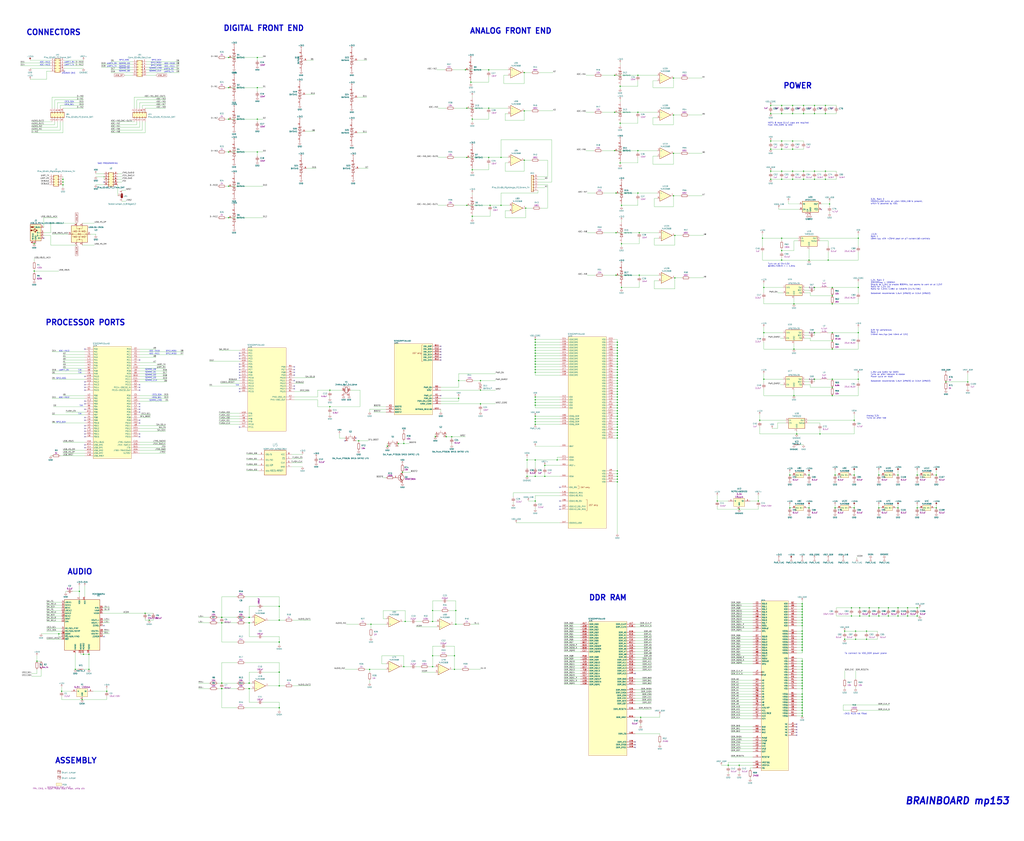
<source format=kicad_sch>
(kicad_sch (version 20231120) (generator "eeschema") (generator_version "8.0")
  (paper "User" 950.011 780.009)
  (lib_symbols
    (symbol "4ms_Capacitor:0.1uF_0603_16V" (pin_numbers hide) (pin_names (offset 0.254) hide)
      (property "Reference" "C" (at 2.54 2.54 0))
      (property "Display" "0.1uF" (at 5.08 0 0))
      (symbol "0.1uF_0603_16V_1_1"
        (pin passive line (at 0 2.54 270) (length 2.032) (name "~") (number "1"))
        (pin passive line (at 0 -2.54 90) (length 2.032) (name "~") (number "2"))
      )
    )
    (symbol "4ms_Capacitor:100nF_0402_16V" (pin_numbers hide) (pin_names (offset 0.254) hide)
      (property "Reference" "C" (at 1.905 1.27 0))
      (property "Display" "0.1uF" (at 1.905 -1.27 0))
      (symbol "100nF_0402_16V_1_1"
        (pin passive line (at 0 2.54 270) (length 2.032) (name "~") (number "1"))
        (pin passive line (at 0 -2.54 90) (length 2.032) (name "~") (number "2"))
      )
    )
    (symbol "4ms_Capacitor:100nF_0402_50V" (pin_numbers hide) (pin_names (offset 0.254) hide)
      (property "Reference" "C" (at 1.905 1.27 0))
      (property "Display" "0.1uF" (at 1.905 -1.27 0))
      (symbol "100nF_0402_50V_1_1"
        (pin passive line (at 0 2.54 270) (length 2.032) (name "~") (number "1"))
        (pin passive line (at 0 -2.54 90) (length 2.032) (name "~") (number "2"))
      )
    )
    (symbol "4ms_Capacitor:10nF_0402_16V" (pin_numbers hide) (pin_names (offset 0.254) hide)
      (property "Reference" "C" (at 1.905 1.27 0))
      (property "Display" "10nF" (at 1.905 -1.27 0))
      (symbol "10nF_0402_16V_1_1"
        (pin passive line (at 0 2.54 270) (length 2.032) (name "~") (number "1"))
        (pin passive line (at 0 -2.54 90) (length 2.032) (name "~") (number "2"))
      )
    )
    (symbol "4ms_Capacitor:10uF_0603_10V" (pin_numbers hide) (pin_names (offset 0.254) hide)
      (property "Reference" "C" (at 1.905 1.27 0))
      (property "Display" "10uF/10V" (at 1.905 -1.27 0))
      (symbol "10uF_0603_10V_1_1"
        (pin passive line (at 0 2.54 270) (length 2.032) (name "~") (number "1"))
        (pin passive line (at 0 -2.54 90) (length 2.032) (name "~") (number "2"))
      )
    )
    (symbol "4ms_Capacitor:180pF_0402_25V" (pin_numbers hide) (pin_names (offset 0.254) hide)
      (property "Reference" "C" (at 1.905 1.27 0))
      (property "Display" "180pF" (at 1.905 -1.27 0))
      (symbol "180pF_0402_25V_1_1"
        (pin passive line (at 0 2.54 270) (length 2.032) (name "~") (number "1"))
        (pin passive line (at 0 -2.54 90) (length 2.032) (name "~") (number "2"))
      )
    )
    (symbol "4ms_Capacitor:1uF_0402_25V" (pin_numbers hide) (pin_names (offset 0.254) hide)
      (property "Reference" "C24" (at 4.826 0.254 0))
      (property "Display" "1uF" (at 2.54 -1.27 0))
      (symbol "1uF_0402_25V_1_1"
        (pin passive line (at 0 2.54 270) (length 2.032) (name "~") (number "1"))
        (pin passive line (at 0 -2.54 90) (length 2.032) (name "~") (number "2"))
      )
    )
    (symbol "4ms_Capacitor:2.2uF_0402_6.3V" (pin_numbers hide) (pin_names (offset 0.254) hide)
      (property "Reference" "C" (at 1.905 1.27 0))
      (property "Display" "2.2uF" (at 1.905 -1.27 0))
      (symbol "2.2uF_0402_6.3V_1_1"
        (pin passive line (at 0 2.54 270) (length 2.032) (name "~") (number "1"))
        (pin passive line (at 0 -2.54 90) (length 2.032) (name "~") (number "2"))
      )
    )
    (symbol "4ms_Capacitor:2.2uF_0603_25V" (pin_numbers hide) (pin_names (offset 0.254) hide)
      (property "Reference" "C" (at 1.905 1.27 0))
      (property "Display" "2.2uF" (at 1.905 -1.27 0))
      (symbol "2.2uF_0603_25V_1_1"
        (pin passive line (at 0 2.54 270) (length 2.032) (name "~") (number "1"))
        (pin passive line (at 0 -2.54 90) (length 2.032) (name "~") (number "2"))
      )
    )
    (symbol "4ms_Capacitor:220pF_0402_50V" (pin_numbers hide) (pin_names (offset 0.254) hide)
      (property "Reference" "C" (at 1.905 1.27 0))
      (property "Display" "220pF" (at 1.905 -1.27 0))
      (symbol "220pF_0402_50V_1_1"
        (pin passive line (at 0 2.54 270) (length 2.032) (name "~") (number "1"))
        (pin passive line (at 0 -2.54 90) (length 2.032) (name "~") (number "2"))
      )
    )
    (symbol "4ms_Capacitor:22uF_0603_6.3V" (pin_numbers hide) (pin_names (offset 0.254) hide)
      (property "Reference" "C" (at 1.905 1.27 0))
      (property "Display" "22uF/6.3V" (at 1.905 -1.27 0))
      (symbol "22uF_0603_6.3V_1_1"
        (pin passive line (at 0 2.54 270) (length 2.032) (name "~") (number "1"))
        (pin passive line (at 0 -2.54 90) (length 2.032) (name "~") (number "2"))
      )
    )
    (symbol "4ms_Capacitor:22uF_0805_10V" (pin_numbers hide) (pin_names (offset 0.254))
      (property "Reference" "C" (at 1.905 1.27 0))
      (property "Display" "22uF/10V" (at 1.905 -1.27 0))
      (symbol "22uF_0805_10V_1_1"
        (pin passive line (at 0 2.54 270) (length 2.032) (name "~") (number "1"))
        (pin passive line (at 0 -2.54 90) (length 2.032) (name "~") (number "2"))
      )
    )
    (symbol "4ms_Capacitor:3.3nF_0402_16V" (pin_numbers hide) (pin_names (offset 0.254) hide)
      (property "Reference" "C" (at 1.905 1.27 0))
      (property "Display" "3.3nF" (at 1.905 -1.27 0))
      (symbol "3.3nF_0402_16V_1_1"
        (pin passive line (at 0 2.54 270) (length 2.032) (name "~") (number "1"))
        (pin passive line (at 0 -2.54 90) (length 2.032) (name "~") (number "2"))
      )
    )
    (symbol "4ms_Capacitor:4.7uF_0402_6.3V" (pin_numbers hide) (pin_names (offset 0.254) hide)
      (property "Reference" "C" (at 1.905 1.27 0))
      (property "Display" "4.7uF" (at 1.905 -1.27 0))
      (symbol "4.7uF_0402_6.3V_1_1"
        (pin passive line (at 0 2.54 270) (length 2.032) (name "~") (number "1"))
        (pin passive line (at 0 -2.54 90) (length 2.032) (name "~") (number "2"))
      )
    )
    (symbol "4ms_Capacitor:6.8pF_0402_25V" (pin_numbers hide) (pin_names (offset 0.254) hide)
      (property "Reference" "C" (at 1.905 1.27 0))
      (property "Display" "6.8pF" (at 1.905 -1.27 0))
      (symbol "6.8pF_0402_25V_1_1"
        (pin passive line (at 0 2.54 270) (length 2.032) (name "~") (number "1"))
        (pin passive line (at 0 -2.54 90) (length 2.032) (name "~") (number "2"))
      )
    )
    (symbol "4ms_Capacitor:820pF_0402_10v" (pin_numbers hide) (pin_names (offset 0.254) hide)
      (property "Reference" "C" (at 1.905 1.27 0))
      (property "Display" "820pF" (at 1.905 -1.27 0))
      (symbol "820pF_0402_10v_1_1"
        (pin passive line (at 0 2.54 270) (length 2.032) (name "~") (number "1"))
        (pin passive line (at 0 -2.54 90) (length 2.032) (name "~") (number "2"))
      )
    )
    (symbol "4ms_Connector:Pins_01x06_RightAngle_P2.54mm_TH" (pin_names (offset 1.016) hide)
      (property "Reference" "J" (at 0 8.89 0))
      (property "Value" "Pins_01x06_RightAngle_P2.54mm_TH" (at 0 -8.89 0))
      (symbol "Pins_01x06_RightAngle_P2.54mm_TH_1_1"
        (pin passive line (at -5.08 6.35 0) (length 3.81) (name "Pin_1") (number "1"))
        (pin passive line (at -5.08 3.81 0) (length 3.81) (name "Pin_2") (number "2"))
        (pin passive line (at -5.08 1.27 0) (length 3.81) (name "Pin_3") (number "3"))
        (pin passive line (at -5.08 -1.27 0) (length 3.81) (name "Pin_4") (number "4"))
        (pin passive line (at -5.08 -3.81 0) (length 3.81) (name "Pin_5") (number "5"))
        (pin passive line (at -5.08 -6.35 0) (length 3.81) (name "Pin_6") (number "6"))
      )
    )
    (symbol "4ms_Connector:Pins_02x04_RightAngle_P2.54mm_TH" (pin_names (offset 1.016) hide)
      (property "Reference" "J" (at 0 6.35 0))
      (property "Value" "Pins_02x04_RightAngle_P2.54mm_TH" (at 1.27 -7.62 0))
      (symbol "Pins_02x04_RightAngle_P2.54mm_TH_1_1"
        (pin passive line (at -6.35 3.81 0) (length 3.81) (name "Pin_1") (number "1"))
        (pin passive line (at 6.35 3.81 180) (length 3.81) (name "Pin_2") (number "2"))
        (pin passive line (at -6.35 1.27 0) (length 3.81) (name "Pin_3") (number "3"))
        (pin passive line (at 6.35 1.27 180) (length 3.81) (name "Pin_4") (number "4"))
        (pin passive line (at -6.35 -1.27 0) (length 3.81) (name "Pin_5") (number "5"))
        (pin passive line (at 6.35 -1.27 180) (length 3.81) (name "Pin_6") (number "6"))
        (pin passive line (at -6.35 -3.81 0) (length 3.81) (name "Pin_7") (number "7"))
        (pin passive line (at 6.35 -3.81 180) (length 3.81) (name "Pin_8") (number "8"))
      )
    )
    (symbol "4ms_Connector:Pins_02x05_P1.27mm_SMT" (pin_names (offset 1.016) hide)
      (property "Reference" "J" (at 0 7.62 0))
      (property "Value" "Pins_02x05_P1.27mm_SMT" (at 0 -7.62 0))
      (symbol "Pins_02x05_P1.27mm_SMT_1_1"
        (pin passive line (at -6.35 5.08 0) (length 3.81) (name "Pin_1") (number "1"))
        (pin passive line (at 6.35 -5.08 180) (length 3.81) (name "Pin_10") (number "10"))
        (pin passive line (at 6.35 5.08 180) (length 3.81) (name "Pin_2") (number "2"))
        (pin passive line (at -6.35 2.54 0) (length 3.81) (name "Pin_3") (number "3"))
        (pin passive line (at 6.35 2.54 180) (length 3.81) (name "Pin_4") (number "4"))
        (pin passive line (at -6.35 0 0) (length 3.81) (name "Pin_5") (number "5"))
        (pin passive line (at 6.35 0 180) (length 3.81) (name "Pin_6") (number "6"))
        (pin passive line (at -6.35 -2.54 0) (length 3.81) (name "Pin_7") (number "7"))
        (pin passive line (at 6.35 -2.54 180) (length 3.81) (name "Pin_8") (number "8"))
        (pin passive line (at -6.35 -5.08 0) (length 3.81) (name "Pin_9") (number "9"))
      )
    )
    (symbol "4ms_Connector:Pins_02x05_P2.54mm_SMT" (pin_names (offset 1.016) hide)
      (property "Reference" "J" (at 0 7.62 0))
      (property "Value" "Pins_02x05_P2.54mm_SMT" (at 0 -7.62 0))
      (symbol "Pins_02x05_P2.54mm_SMT_1_1"
        (pin passive line (at -6.35 5.08 0) (length 3.81) (name "Pin_1") (number "1"))
        (pin passive line (at 6.35 -5.08 180) (length 3.81) (name "Pin_10") (number "10"))
        (pin passive line (at 6.35 5.08 180) (length 3.81) (name "Pin_2") (number "2"))
        (pin passive line (at -6.35 2.54 0) (length 3.81) (name "Pin_3") (number "3"))
        (pin passive line (at 6.35 2.54 180) (length 3.81) (name "Pin_4") (number "4"))
        (pin passive line (at -6.35 0 0) (length 3.81) (name "Pin_5") (number "5"))
        (pin passive line (at 6.35 0 180) (length 3.81) (name "Pin_6") (number "6"))
        (pin passive line (at -6.35 -2.54 0) (length 3.81) (name "Pin_7") (number "7"))
        (pin passive line (at 6.35 -2.54 180) (length 3.81) (name "Pin_8") (number "8"))
        (pin passive line (at -6.35 -5.08 0) (length 3.81) (name "Pin_9") (number "9"))
      )
    )
    (symbol "4ms_Connector:USB_B_Micro_10118194-0011LF" (pin_names (offset 1.016))
      (property "Reference" "J" (at -5.08 11.43 0))
      (property "Value" "USB_B_Micro_10118194-0011LF" (at -5.08 8.89 0))
      (symbol "USB_B_Micro_10118194-0011LF_1_1"
        (pin power_out line (at 7.62 5.08 180) (length 2.54) (name "VBUS") (number "1"))
        (pin bidirectional line (at 7.62 -2.54 180) (length 2.54) (name "D-") (number "2"))
        (pin bidirectional line (at 7.62 0 180) (length 2.54) (name "D+") (number "3"))
        (pin passive line (at 7.62 -5.08 180) (length 2.54) (name "ID") (number "4"))
        (pin power_out line (at 0 -10.16 90) (length 2.54) (name "GND") (number "5"))
        (pin passive line (at -2.54 -10.16 90) (length 2.54) (name "Shield") (number "6"))
      )
    )
    (symbol "4ms_Crystal:24MHz_8pF_2x1.6mm" (pin_names (offset 1.016) hide)
      (property "Reference" "Y" (at 0 7.62 0))
      (property "Value" "24MHz_8pF_2x1.6mm" (at 0 5.08 0))
      (symbol "24MHz_8pF_2x1.6mm_1_1"
        (pin passive line (at -3.81 0 0) (length 1.27) (name "1") (number "1"))
        (pin passive line (at -2.54 -5.08 90) (length 1.27) (name "2") (number "2"))
        (pin passive line (at 3.81 0 180) (length 1.27) (name "3") (number "3"))
        (pin passive line (at 2.54 -5.08 90) (length 1.27) (name "4") (number "4"))
      )
    )
    (symbol "4ms_Diode:BAT54LP" (pin_names (offset 1.016) hide)
      (property "Reference" "D" (at 0 2.54 0))
      (property "Value" "BAT54LP" (at 0 -2.54 0))
      (symbol "BAT54LP_1_1"
        (pin passive line (at -3.81 0 0) (length 2.54) (name "K") (number "1"))
        (pin passive line (at 3.81 0 180) (length 2.54) (name "A") (number "2"))
      )
    )
    (symbol "4ms_Diode:BAT54S" (pin_names (offset 0.762) hide)
      (property "Reference" "D" (at 2.54 -2.54 0))
      (property "Value" "BAT54S" (at 0 2.54 0))
      (symbol "BAT54S_0_1"
        (pin passive line (at -10.16 0 0) (length 6.35) (name "Anode") (number "1"))
        (pin passive line (at 10.16 0 180) (length 6.35) (name "cathode") (number "2"))
        (pin passive line (at 0 -5.08 90) (length 2.54) (name "AK") (number "3"))
      )
    )
    (symbol "4ms_Hardware:PCB" (pin_numbers hide) (pin_names (offset 0) hide) (on_board no)
      (property "Value" "PCB" (at 0 0 0))
    )
    (symbol "4ms_Hardware:Shunt Jumper" (pin_numbers hide) (pin_names (offset 0) hide) (on_board no)
      (property "Value" "Shunt Jumper" (at 0.1016 3.302 0))
    )
    (symbol "4ms_IC:AP2411SN"
      (property "Reference" "U" (at -7.62 -6.35 0))
      (property "Value" "AP2411SN" (at -7.62 6.35 0))
      (symbol "AP2411SN_1_1"
        (pin power_in line (at -10.16 2.54 0) (length 2.54) (name "IN") (number "1"))
        (pin power_in line (at 0 -7.62 90) (length 2.54) (name "GND") (number "2"))
        (pin input line (at -10.16 -2.54 0) (length 2.54) (name "EN") (number "3"))
        (pin open_collector line (at 10.16 -2.54 180) (length 2.54) (name "~{FLG}") (number "4"))
        (pin power_out line (at 10.16 2.54 180) (length 2.54) (name "OUT") (number "5"))
        (pin no_connect line (at 10.16 0 180) (length 2.54) hide (name "NC") (number "6"))
        (pin power_in line (at -2.54 -7.62 90) (length 2.54) (name "EP") (number "7"))
      )
    )
    (symbol "4ms_IC:AP6230xZ6"
      (property "Reference" "U" (at 0 8.89 0))
      (property "Value" "AP6230xZ6" (at 0 6.35 0))
      (symbol "AP6230xZ6_1_1"
        (pin power_in line (at -10.16 2.54 0) (length 2.54) (name "VIN") (number "1"))
        (pin output line (at 10.16 2.54 180) (length 2.54) (name "SW") (number "2"))
        (pin power_in line (at 0 -7.62 90) (length 2.54) (name "GND") (number "3"))
        (pin passive line (at 10.16 0 180) (length 2.54) (name "BST") (number "4"))
        (pin input line (at -10.16 -2.54 0) (length 2.54) (name "EN") (number "5"))
        (pin input line (at 10.16 -2.54 180) (length 2.54) (name "FB") (number "6"))
      )
    )
    (symbol "4ms_IC:DDR3L-RAM-4Gb_MT41K256M16TW"
      (property "Reference" "U7" (at 0 0 0))
      (symbol "DDR3L-RAM-4Gb_MT41K256M16TW_1_0"
        (pin passive line (at 33.02 -27.94 180) (length 7.62) (name "VDDQ") (number "A1"))
        (pin passive line (at -7.62 -45.72 0) (length 7.62) (name "DQU5") (number "A2"))
        (pin passive line (at -7.62 -50.8 0) (length 7.62) (name "DQU7") (number "A3"))
        (pin passive line (at -7.62 -43.18 0) (length 7.62) (name "DQU4") (number "A7"))
        (pin passive line (at 33.02 -30.48 180) (length 7.62) (name "VDDQ") (number "A8"))
        (pin passive line (at 33.02 -53.34 180) (length 7.62) (name "VSS") (number "A9"))
        (pin passive line (at 33.02 -86.36 180) (length 7.62) (name "VSSQ") (number "B1"))
        (pin passive line (at 33.02 -2.54 180) (length 7.62) (name "VDD") (number "B2"))
        (pin passive line (at 33.02 -55.88 180) (length 7.62) (name "VSS") (number "B3"))
        (pin passive line (at -7.62 -55.88 0) (length 7.62) (name "DQSU#") (number "B7"))
        (pin passive line (at -7.62 -48.26 0) (length 7.62) (name "DQU6") (number "B8"))
        (pin passive line (at 33.02 -88.9 180) (length 7.62) (name "VSSQ") (number "B9"))
        (pin passive line (at 33.02 -33.02 180) (length 7.62) (name "VDDQ") (number "C1"))
        (pin passive line (at -7.62 -40.64 0) (length 7.62) (name "DQU3") (number "C2"))
        (pin passive line (at -7.62 -35.56 0) (length 7.62) (name "DQU1") (number "C3"))
        (pin passive line (at -7.62 -53.34 0) (length 7.62) (name "DQSU") (number "C7"))
        (pin passive line (at -7.62 -38.1 0) (length 7.62) (name "DQU2") (number "C8"))
        (pin passive line (at 33.02 -35.56 180) (length 7.62) (name "VDDQ") (number "C9"))
        (pin passive line (at 33.02 -91.44 180) (length 7.62) (name "VSSQ") (number "D1"))
        (pin passive line (at 33.02 -38.1 180) (length 7.62) (name "VDDQ") (number "D2"))
        (pin passive line (at -7.62 -58.42 0) (length 7.62) (name "DMU") (number "D3"))
        (pin passive line (at -7.62 -33.02 0) (length 7.62) (name "DQU0") (number "D7"))
        (pin passive line (at 33.02 -93.98 180) (length 7.62) (name "VSSQ") (number "D8"))
        (pin passive line (at 33.02 -5.08 180) (length 7.62) (name "VDD") (number "D9"))
        (pin passive line (at 33.02 -58.42 180) (length 7.62) (name "VSS") (number "E1"))
        (pin passive line (at 33.02 -96.52 180) (length 7.62) (name "VSSQ") (number "E2"))
        (pin passive line (at -7.62 -2.54 0) (length 7.62) (name "DQL0") (number "E3"))
        (pin passive line (at -7.62 -27.94 0) (length 7.62) (name "DML") (number "E7"))
        (pin passive line (at 33.02 -99.06 180) (length 7.62) (name "VSSQ") (number "E8"))
        (pin passive line (at 33.02 -40.64 180) (length 7.62) (name "VDDQ") (number "E9"))
        (pin passive line (at 33.02 -43.18 180) (length 7.62) (name "VDDQ") (number "F1"))
        (pin passive line (at -7.62 -7.62 0) (length 7.62) (name "DQL2") (number "F2"))
        (pin passive line (at -7.62 -22.86 0) (length 7.62) (name "DQSL") (number "F3"))
        (pin passive line (at -7.62 -5.08 0) (length 7.62) (name "DQL1") (number "F7"))
        (pin passive line (at -7.62 -10.16 0) (length 7.62) (name "DQL3") (number "F8"))
        (pin passive line (at 33.02 -101.6 180) (length 7.62) (name "VSSQ") (number "F9"))
        (pin passive line (at 33.02 -104.14 180) (length 7.62) (name "VSSQ") (number "G1"))
        (pin passive line (at -7.62 -17.78 0) (length 7.62) (name "DQL6") (number "G2"))
        (pin passive line (at -7.62 -25.4 0) (length 7.62) (name "DQSL#") (number "G3"))
        (pin passive line (at 33.02 -7.62 180) (length 7.62) (name "VDD") (number "G7"))
        (pin passive line (at 33.02 -60.96 180) (length 7.62) (name "VSS") (number "G8"))
        (pin passive line (at 33.02 -106.68 180) (length 7.62) (name "VSSQ") (number "G9"))
        (pin passive line (at -7.62 -149.86 0) (length 7.62) (name "VREFDQ") (number "H1"))
        (pin passive line (at 33.02 -45.72 180) (length 7.62) (name "VDDQ") (number "H2"))
        (pin passive line (at -7.62 -12.7 0) (length 7.62) (name "DQL4") (number "H3"))
        (pin passive line (at -7.62 -20.32 0) (length 7.62) (name "DQL7") (number "H7"))
        (pin passive line (at -7.62 -15.24 0) (length 7.62) (name "DQL5") (number "H8"))
        (pin passive line (at 33.02 -48.26 180) (length 7.62) (name "VDDQ") (number "H9"))
        (pin passive line (at 33.02 -114.3 180) (length 7.62) (name "NC") (number "J1"))
        (pin passive line (at 33.02 -63.5 180) (length 7.62) (name "VSS") (number "J2"))
        (pin passive line (at -7.62 -127 0) (length 7.62) (name "RAS#") (number "J3"))
        (pin passive clock (at -7.62 -66.04 0) (length 7.62) (name "CK") (number "J7"))
        (pin passive line (at 33.02 -66.04 180) (length 7.62) (name "VSS") (number "J8"))
        (pin passive line (at 33.02 -116.84 180) (length 7.62) (name "NC") (number "J9"))
        (pin passive line (at -7.62 -139.7 0) (length 7.62) (name "ODT") (number "K1"))
        (pin passive line (at 33.02 -10.16 180) (length 7.62) (name "VDD") (number "K2"))
        (pin passive line (at -7.62 -129.54 0) (length 7.62) (name "CAS#") (number "K3"))
        (pin passive clock (at -7.62 -68.58 0) (length 7.62) (name "CK#") (number "K7"))
        (pin passive line (at 33.02 -12.7 180) (length 7.62) (name "VDD") (number "K8"))
        (pin passive line (at -7.62 -134.62 0) (length 7.62) (name "CKE") (number "K9"))
        (pin passive line (at 33.02 -119.38 180) (length 7.62) (name "NC") (number "L1"))
        (pin passive line (at -7.62 -132.08 0) (length 7.62) (name "CS#") (number "L2"))
        (pin passive line (at -7.62 -137.16 0) (length 7.62) (name "WE#") (number "L3"))
        (pin passive line (at -7.62 -99.06 0) (length 7.62) (name "A10/AP") (number "L7"))
        (pin passive line (at -7.62 -154.94 0) (length 7.62) (name "ZQ") (number "L8"))
        (pin passive line (at 33.02 -121.92 180) (length 7.62) (name "NC") (number "L9"))
        (pin passive line (at 33.02 -68.58 180) (length 7.62) (name "VSS") (number "M1"))
        (pin passive line (at -7.62 -116.84 0) (length 7.62) (name "BA0") (number "M2"))
        (pin passive line (at -7.62 -121.92 0) (length 7.62) (name "BA2") (number "M3"))
        (pin passive line (at 33.02 -124.46 180) (length 7.62) (name "NC") (number "M7"))
        (pin passive line (at -7.62 -152.4 0) (length 7.62) (name "VREFCA") (number "M8"))
        (pin passive line (at 33.02 -71.12 180) (length 7.62) (name "VSS") (number "M9"))
        (pin passive line (at 33.02 -15.24 180) (length 7.62) (name "VDD") (number "N1"))
        (pin passive line (at -7.62 -81.28 0) (length 7.62) (name "A3") (number "N2"))
        (pin passive line (at -7.62 -73.66 0) (length 7.62) (name "A0") (number "N3"))
        (pin passive line (at -7.62 -104.14 0) (length 7.62) (name "A12/BC#") (number "N7"))
        (pin passive line (at -7.62 -119.38 0) (length 7.62) (name "BA1") (number "N8"))
        (pin passive line (at 33.02 -17.78 180) (length 7.62) (name "VDD") (number "N9"))
        (pin passive line (at 33.02 -73.66 180) (length 7.62) (name "VSS") (number "P1"))
        (pin passive line (at -7.62 -86.36 0) (length 7.62) (name "A5") (number "P2"))
        (pin passive line (at -7.62 -78.74 0) (length 7.62) (name "A2") (number "P3"))
        (pin passive line (at -7.62 -76.2 0) (length 7.62) (name "A1") (number "P7"))
        (pin passive line (at -7.62 -83.82 0) (length 7.62) (name "A4") (number "P8"))
        (pin passive line (at 33.02 -76.2 180) (length 7.62) (name "VSS") (number "P9"))
        (pin passive line (at 33.02 -20.32 180) (length 7.62) (name "VDD") (number "R1"))
        (pin passive line (at -7.62 -91.44 0) (length 7.62) (name "A7") (number "R2"))
        (pin passive line (at -7.62 -96.52 0) (length 7.62) (name "A9") (number "R3"))
        (pin passive line (at -7.62 -101.6 0) (length 7.62) (name "A11") (number "R7"))
        (pin passive line (at -7.62 -88.9 0) (length 7.62) (name "A6") (number "R8"))
        (pin passive line (at 33.02 -22.86 180) (length 7.62) (name "VDD") (number "R9"))
        (pin passive line (at 33.02 -78.74 180) (length 7.62) (name "VSS") (number "T1"))
        (pin passive line (at -7.62 -144.78 0) (length 7.62) (name "RESET#") (number "T2"))
        (pin passive line (at -7.62 -106.68 0) (length 7.62) (name "A13") (number "T3"))
        (pin passive line (at -7.62 -109.22 0) (length 7.62) (name "A14") (number "T7"))
        (pin passive line (at -7.62 -93.98 0) (length 7.62) (name "A8") (number "T8"))
        (pin passive line (at 33.02 -81.28 180) (length 7.62) (name "VSS") (number "T9"))
      )
    )
    (symbol "4ms_IC:NJM2068"
      (property "Reference" "U" (at 2.54 5.08 0))
      (property "Value" "NJM2068" (at 2.54 -3.81 0))
      (symbol "NJM2068_1_1"
        (pin output line (at 7.62 0 180) (length 2.54) (name "~") (number "1"))
        (pin input line (at -7.62 -2.54 0) (length 2.54) (name "-") (number "2"))
        (pin input line (at -7.62 2.54 0) (length 2.54) (name "+") (number "3"))
      )
      (symbol "NJM2068_2_1"
        (pin input line (at -7.62 2.54 0) (length 2.54) (name "+") (number "5"))
        (pin input line (at -7.62 -2.54 0) (length 2.54) (name "-") (number "6"))
        (pin output line (at 7.62 0 180) (length 2.54) (name "~") (number "7"))
      )
      (symbol "NJM2068_3_1"
        (pin power_in line (at 0 -6.35 90) (length 2.54) (name "V-") (number "4"))
        (pin power_in line (at 0 6.35 270) (length 2.54) (name "V+") (number "8"))
      )
    )
    (symbol "4ms_IC:NORFLASH_W25Q128JV" (pin_names (offset 1.016))
      (property "Reference" "U?" (at 0 13.97 0))
      (property "Value" "NORFLASH_W25Q128JV" (at 0 -13.97 0))
      (symbol "NORFLASH_W25Q128JV_1_1"
        (pin bidirectional line (at 15.24 3.81 180) (length 5.08) (name "~{CS}") (number "1"))
        (pin bidirectional line (at -15.24 2.54 0) (length 5.08) (name "IO1/SO") (number "2"))
        (pin bidirectional line (at -15.24 -2.54 0) (length 5.08) (name "IO2/~{WP}") (number "3"))
        (pin power_in line (at 15.24 -3.81 180) (length 5.08) (name "GND") (number "4"))
        (pin bidirectional line (at -15.24 7.62 0) (length 5.08) (name "IO0/SI") (number "5"))
        (pin bidirectional line (at 15.24 0 180) (length 5.08) (name "CLK") (number "6"))
        (pin bidirectional line (at -15.24 -7.62 0) (length 5.08) (name "IO3/~{HOLD}/~{RESET}") (number "7"))
        (pin power_in line (at 15.24 7.62 180) (length 5.08) (name "VCC") (number "8"))
      )
    )
    (symbol "4ms_IC:PCM3060PW"
      (property "Reference" "U" (at 13.97 34.29 0))
      (property "Value" "PCM3060PW" (at 16.51 31.75 0))
      (symbol "PCM3060PW_1_1"
        (pin input line (at -17.78 0 0) (length 2.54) (name "MC/SCL/FMT") (number "1"))
        (pin bidirectional line (at -17.78 11.43 0) (length 2.54) (name "BCK2") (number "10"))
        (pin bidirectional line (at -17.78 16.51 0) (length 2.54) (name "LRCK2") (number "11"))
        (pin input line (at -17.78 6.35 0) (length 2.54) (name "DIN") (number "12"))
        (pin output line (at 20.32 -7.62 180) (length 2.54) (name "ZEROR") (number "13"))
        (pin output line (at 20.32 2.54 180) (length 2.54) (name "ZEROL") (number "14"))
        (pin input line (at -17.78 -10.16 0) (length 2.54) (name "~{RST}") (number "15"))
        (pin power_in line (at 7.62 -22.86 90) (length 2.54) (name "SGND") (number "16"))
        (pin output line (at 20.32 -5.08 180) (length 2.54) (name "VOUTR-") (number "17"))
        (pin output line (at 20.32 -2.54 180) (length 2.54) (name "VOUTR+") (number "18"))
        (pin output line (at 20.32 5.08 180) (length 2.54) (name "VOUTL-") (number "19"))
        (pin bidirectional line (at -17.78 -2.54 0) (length 2.54) (name "MD/SDA/DEMP") (number "2"))
        (pin output line (at 20.32 7.62 180) (length 2.54) (name "VOUTL+") (number "20"))
        (pin power_in line (at 20.32 13.97 180) (length 2.54) (name "VCOM") (number "21"))
        (pin power_in line (at 2.54 -22.86 90) (length 2.54) (name "AGND2") (number "22"))
        (pin power_in line (at 0 -22.86 90) (length 2.54) (name "AGND1") (number "23"))
        (pin power_in line (at 3.81 29.21 270) (length 2.54) (name "VCC") (number "24"))
        (pin input line (at 20.32 19.05 180) (length 2.54) (name "VINL") (number "25"))
        (pin input line (at 20.32 16.51 180) (length 2.54) (name "VINR") (number "26"))
        (pin input line (at -17.78 -7.62 0) (length 2.54) (name "~{MS}/ADR/IFMD") (number "27"))
        (pin input line (at -17.78 -5.08 0) (length 2.54) (name "MODE") (number "28"))
        (pin output line (at -17.78 8.89 0) (length 2.54) (name "DOUT") (number "3"))
        (pin bidirectional line (at -17.78 24.13 0) (length 2.54) (name "LRCK1") (number "4"))
        (pin bidirectional line (at -17.78 19.05 0) (length 2.54) (name "BCK1") (number "5"))
        (pin input line (at -17.78 21.59 0) (length 2.54) (name "SCKI1") (number "6"))
        (pin power_in line (at -1.27 29.21 270) (length 2.54) (name "VDD") (number "7"))
        (pin power_in line (at -5.08 -22.86 90) (length 2.54) (name "DGND") (number "8"))
        (pin input line (at -17.78 13.97 0) (length 2.54) (name "SCKI2") (number "9"))
      )
    )
    (symbol "4ms_IC:STM32MP15xxAD"
      (property "Reference" "U?" (at 1.27 5.08 0))
      (property "Value" "STM32MP15xxAD" (at 7.62 2.54 0))
      (symbol "STM32MP15xxAD_1_0"
        (pin passive line (at 43.18 -71.12 180) (length 7.62) (name "PD10") (number "1A2"))
        (pin passive line (at -7.62 -81.28 0) (length 7.62) (name "PB14") (number "1A4"))
        (pin passive line (at 43.18 -50.8 180) (length 7.62) (name "PD2") (number "1A5"))
        (pin passive line (at 43.18 -60.96 180) (length 7.62) (name "PD6") (number "1B1"))
        (pin passive line (at 43.18 -33.02 180) (length 7.62) (name "PC12") (number "1B4"))
        (pin passive line (at 43.18 -68.58 180) (length 7.62) (name "PD9") (number "1C1"))
        (pin passive line (at 43.18 -83.82 180) (length 7.62) (name "PD15") (number "1C2"))
        (pin passive line (at 43.18 -81.28 180) (length 7.62) (name "PD14") (number "1E1"))
        (pin passive line (at -7.62 -15.24 0) (length 7.62) (name "PA5") (number "1H1"))
        (pin passive line (at -7.62 -12.7 0) (length 7.62) (name "PA4") (number "1J1"))
        (pin passive line (at -7.62 -78.74 0) (length 7.62) (name "PB13") (number "1J2"))
        (pin passive line (at -7.62 -101.6 0) (length 7.62) (name "USB_RREF") (number "1J8"))
        (pin passive line (at 43.18 -96.52 180) (length 7.62) (name "JTDO-TRACESWO") (number "A15"))
        (pin passive line (at 43.18 -91.44 180) (length 7.62) (name "JTCK-SWCLK") (number "A16"))
        (pin passive line (at 43.18 -48.26 180) (length 7.62) (name "PD1") (number "A2"))
        (pin passive line (at -7.62 -63.5 0) (length 7.62) (name "PB7") (number "A3"))
        (pin passive line (at 43.18 -17.78 180) (length 7.62) (name "PC6") (number "A4"))
        (pin passive line (at 43.18 -53.34 180) (length 7.62) (name "PD3") (number "A7"))
        (pin passive line (at 43.18 -22.86 180) (length 7.62) (name "PC8") (number "A9"))
        (pin passive line (at 43.18 -27.94 180) (length 7.62) (name "PC10") (number "B10"))
        (pin passive line (at 43.18 -99.06 180) (length 7.62) (name "NJTRST") (number "B14"))
        (pin passive line (at 43.18 -93.98 180) (length 7.62) (name "JTDI") (number "B15"))
        (pin passive line (at 43.18 -63.5 180) (length 7.62) (name "PD7") (number "B3"))
        (pin passive line (at -7.62 -40.64 0) (length 7.62) (name "PA15") (number "B4"))
        (pin passive line (at -7.62 -55.88 0) (length 7.62) (name "PB4") (number "B6"))
        (pin passive line (at -7.62 -22.86 0) (length 7.62) (name "PA8") (number "B8"))
        (pin passive line (at 43.18 -25.4 180) (length 7.62) (name "PC9") (number "B9"))
        (pin passive line (at 43.18 -20.32 180) (length 7.62) (name "PC7") (number "C10"))
        (pin passive line (at 43.18 -30.48 180) (length 7.62) (name "PC11") (number "C11"))
        (pin passive line (at 43.18 -88.9 180) (length 7.62) (name "JTMS-SWDIO") (number "C15"))
        (pin passive line (at 43.18 -55.88 180) (length 7.62) (name "PD4") (number "C3"))
        (pin passive line (at 43.18 -58.42 180) (length 7.62) (name "PD5") (number "C4"))
        (pin passive line (at 43.18 -45.72 180) (length 7.62) (name "PD0") (number "C5"))
        (pin passive line (at -7.62 -25.4 0) (length 7.62) (name "PA9") (number "C6"))
        (pin passive line (at -7.62 -53.34 0) (length 7.62) (name "PB3") (number "C7"))
        (pin passive line (at -7.62 -83.82 0) (length 7.62) (name "PB15") (number "C8"))
        (pin passive line (at -7.62 -68.58 0) (length 7.62) (name "PB9") (number "C9"))
        (pin passive line (at 43.18 -66.04 180) (length 7.62) (name "PD8") (number "E1"))
        (pin passive line (at 43.18 -40.64 180) (length 7.62) (name "PC15-OSC32_OUT") (number "F2"))
        (pin passive line (at 43.18 -38.1 180) (length 7.62) (name "PC14-OSC32_IN") (number "G2"))
        (pin passive line (at 43.18 -35.56 180) (length 7.62) (name "PC13") (number "G3"))
        (pin passive line (at -7.62 -38.1 0) (length 7.62) (name "PA14") (number "L1"))
        (pin passive line (at -7.62 -35.56 0) (length 7.62) (name "PA13") (number "L2"))
        (pin passive line (at -7.62 -10.16 0) (length 7.62) (name "PA3") (number "N2"))
        (pin passive line (at -7.62 -2.54 0) (length 7.62) (name "PA0") (number "N3"))
        (pin passive line (at 43.18 -7.62 180) (length 7.62) (name "PC2") (number "P2"))
        (pin passive line (at 43.18 -10.16 180) (length 7.62) (name "PC3") (number "P3"))
        (pin passive line (at -7.62 -5.08 0) (length 7.62) (name "PA1") (number "T1"))
        (pin passive line (at 43.18 -5.08 180) (length 7.62) (name "PC1") (number "T2"))
        (pin passive line (at -7.62 -7.62 0) (length 7.62) (name "PA2") (number "T3"))
        (pin passive line (at -7.62 -48.26 0) (length 7.62) (name "PB1") (number "U1"))
        (pin passive line (at 43.18 -78.74 180) (length 7.62) (name "PD13") (number "U13"))
        (pin passive line (at 43.18 -76.2 180) (length 7.62) (name "PD12") (number "U14"))
        (pin passive line (at -7.62 -30.48 0) (length 7.62) (name "PA11") (number "U15"))
        (pin passive line (at -7.62 -27.94 0) (length 7.62) (name "PA10") (number "U16"))
        (pin passive line (at -7.62 -45.72 0) (length 7.62) (name "PB0") (number "U2"))
        (pin passive line (at -7.62 -73.66 0) (length 7.62) (name "PB11") (number "U3"))
        (pin passive line (at 43.18 -2.54 180) (length 7.62) (name "PC0") (number "U4"))
        (pin passive line (at -7.62 -71.12 0) (length 7.62) (name "PB10") (number "U5"))
        (pin passive line (at 43.18 -73.66 180) (length 7.62) (name "PD11") (number "U8"))
        (pin passive line (at 43.18 -15.24 180) (length 7.62) (name "PC5") (number "V1"))
        (pin passive line (at -7.62 -99.06 0) (length 7.62) (name "USB_DP2") (number "V10"))
        (pin passive line (at -7.62 -50.8 0) (length 7.62) (name "PB2") (number "V13"))
        (pin passive line (at -7.62 -93.98 0) (length 7.62) (name "USB_DP1") (number "V14"))
        (pin passive line (at -7.62 -33.02 0) (length 7.62) (name "PA12") (number "V15"))
        (pin passive line (at -7.62 -88.9 0) (length 7.62) (name "OTG_VBUS") (number "V16"))
        (pin passive line (at 43.18 -12.7 180) (length 7.62) (name "PC4") (number "V2"))
        (pin passive line (at -7.62 -76.2 0) (length 7.62) (name "PB12") (number "V3"))
        (pin passive line (at -7.62 -66.04 0) (length 7.62) (name "PB8") (number "V4"))
        (pin passive line (at -7.62 -58.42 0) (length 7.62) (name "PB5") (number "V5"))
        (pin passive line (at -7.62 -96.52 0) (length 7.62) (name "USB_DM2") (number "W10"))
        (pin passive line (at -7.62 -60.96 0) (length 7.62) (name "PB6") (number "W11"))
        (pin passive line (at -7.62 -91.44 0) (length 7.62) (name "USB_DM1") (number "W14"))
        (pin passive line (at -7.62 -20.32 0) (length 7.62) (name "PA7") (number "W2"))
        (pin passive line (at -7.62 -17.78 0) (length 7.62) (name "PA6") (number "W3"))
      )
      (symbol "STM32MP15xxAD_2_0"
        (pin passive line (at -7.62 -5.08 0) (length 7.62) (name "PE1") (number "1A1"))
        (pin passive line (at -7.62 -10.16 0) (length 7.62) (name "PE3") (number "1A3"))
        (pin passive line (at -7.62 -38.1 0) (length 7.62) (name "PE14") (number "1B2"))
        (pin passive line (at -7.62 -25.4 0) (length 7.62) (name "PE9") (number "1J4"))
        (pin passive line (at -7.62 -71.12 0) (length 7.62) (name "PF10") (number "1J7"))
        (pin passive line (at -7.62 -12.7 0) (length 7.62) (name "PE4") (number "A10"))
        (pin passive line (at 43.18 -40.64 180) (length 7.62) (name "PG15") (number "B1"))
        (pin passive line (at -7.62 -17.78 0) (length 7.62) (name "PE6") (number "B2"))
        (pin passive line (at 43.18 -17.78 180) (length 7.62) (name "PG6") (number "B5"))
        (pin passive line (at -7.62 -15.24 0) (length 7.62) (name "PE5") (number "B7"))
        (pin passive line (at -7.62 -33.02 0) (length 7.62) (name "PE12") (number "C1"))
        (pin passive line (at -7.62 -2.54 0) (length 7.62) (name "PE0") (number "C2"))
        (pin passive line (at 43.18 -33.02 180) (length 7.62) (name "PG12") (number "D1"))
        (pin passive line (at -7.62 -30.48 0) (length 7.62) (name "PE11") (number "D2"))
        (pin passive line (at -7.62 -40.64 0) (length 7.62) (name "PE15") (number "D3"))
        (pin passive line (at -7.62 -35.56 0) (length 7.62) (name "PE13") (number "E3"))
        (pin passive line (at 43.18 -45.72 180) (length 7.62) (name "PH0-OSC_IN") (number "H2"))
        (pin passive line (at 43.18 -48.26 180) (length 7.62) (name "PH1-OSC_OUT") (number "J2"))
        (pin passive line (at -7.62 -7.62 0) (length 7.62) (name "PE2") (number "P1"))
        (pin passive line (at 43.18 -38.1 180) (length 7.62) (name "PG14") (number "R2"))
        (pin passive line (at 43.18 -35.56 180) (length 7.62) (name "PG13") (number "R3"))
        (pin passive line (at -7.62 -60.96 0) (length 7.62) (name "PF6") (number "U10"))
        (pin passive line (at -7.62 -22.86 0) (length 7.62) (name "PE8") (number "U12"))
        (pin passive line (at 43.18 -30.48 180) (length 7.62) (name "PG11") (number "U6"))
        (pin passive line (at 43.18 -27.94 180) (length 7.62) (name "PG10") (number "U7"))
        (pin passive line (at 43.18 -20.32 180) (length 7.62) (name "PG7") (number "V11"))
        (pin passive line (at -7.62 -27.94 0) (length 7.62) (name "PE10") (number "V12"))
        (pin passive line (at 43.18 -22.86 180) (length 7.62) (name "PG8") (number "V6"))
        (pin passive line (at -7.62 -20.32 0) (length 7.62) (name "PE7") (number "V7"))
        (pin passive line (at -7.62 -66.04 0) (length 7.62) (name "PF8") (number "V8"))
        (pin passive line (at -7.62 -68.58 0) (length 7.62) (name "PF9") (number "V9"))
        (pin passive line (at -7.62 -73.66 0) (length 7.62) (name "PF11") (number "W4"))
        (pin passive line (at -7.62 -63.5 0) (length 7.62) (name "PF7") (number "W7"))
        (pin passive line (at 43.18 -25.4 180) (length 7.62) (name "PG9") (number "W8"))
      )
      (symbol "STM32MP15xxAD_3_0"
        (text "157 only" (at 25.4 -8.89 0) (effects (font (size 1.27 1.27) (italic yes)) (justify right)))
        (pin passive line (at 43.18 -12.7 180) (length 7.62) (name "DSI_CKP") (number "A12"))
        (pin passive line (at 43.18 -7.62 180) (length 7.62) (name "DSI_D1P") (number "A13"))
        (pin passive line (at 43.18 -2.54 180) (length 7.62) (name "DSI_D0P") (number "B11"))
        (pin passive line (at 43.18 -15.24 180) (length 7.62) (name "DSI_CKN") (number "B12"))
        (pin passive line (at 43.18 -10.16 180) (length 7.62) (name "DSI_D1N") (number "B13"))
        (pin passive line (at 43.18 -5.08 180) (length 7.62) (name "DSI_D0N") (number "C12"))
        (pin passive line (at 43.18 -43.18 180) (length 7.62) (name "NRST") (number "E2"))
        (pin passive line (at -7.62 -63.5 0) (length 7.62) (name "BOOT2") (number "H1"))
        (pin passive line (at -7.62 -58.42 0) (length 7.62) (name "BOOT0") (number "H3"))
        (pin passive line (at 43.18 -55.88 180) (length 7.62) (name "NRST_CORE") (number "J3"))
        (pin passive line (at 43.18 -48.26 180) (length 7.62) (name "PWR_LP") (number "K1"))
        (pin passive line (at 43.18 -53.34 180) (length 7.62) (name "PDR_ON_CORE") (number "K2"))
        (pin passive line (at -7.62 -60.96 0) (length 7.62) (name "BOOT1") (number "K3"))
        (pin passive line (at 43.18 -50.8 180) (length 7.62) (name "PDR_ON") (number "L3"))
        (pin passive line (at 43.18 -40.64 180) (length 7.62) (name "PWR_ON") (number "M2"))
        (pin passive line (at 43.18 -60.96 180) (length 7.62) (name "BYPASS_REG1V8") (number "U11"))
      )
      (symbol "STM32MP15xxAD_4_0"
        (text "157 only" (at 11.43 -139.7 0) (effects (font (size 1.27 1.27) (italic yes)) (justify left)))
        (text "157 only" (at 19.05 -156.21 0) (effects (font (size 1.27 1.27) (italic yes)) (justify left)))
        (pin passive line (at 43.18 -10.16 180) (length 7.62) (name "VSS") (number "1A6"))
        (pin passive line (at -7.62 -160.02 0) (length 7.62) (name "VDD1V2_DSI_REG") (number "1A7"))
        (pin passive line (at -7.62 -10.16 0) (length 7.62) (name "VDDCORE") (number "1B3"))
        (pin passive line (at -7.62 -12.7 0) (length 7.62) (name "VDDCORE") (number "1B5"))
        (pin passive line (at -7.62 -152.4 0) (length 7.62) (name "VDDA1V8_DSI") (number "1B6"))
        (pin passive line (at -7.62 -157.48 0) (length 7.62) (name "VDD1V2_DSI_PHY") (number "1B7"))
        (pin passive line (at 43.18 -12.7 180) (length 7.62) (name "VSS") (number "1B8"))
        (pin passive line (at -7.62 -73.66 0) (length 7.62) (name "VDDQ_DDR") (number "1B9"))
        (pin passive line (at 43.18 -15.24 180) (length 7.62) (name "VSS") (number "1C3"))
        (pin passive line (at -7.62 -15.24 0) (length 7.62) (name "VDDCORE") (number "1C4"))
        (pin passive line (at 43.18 -17.78 180) (length 7.62) (name "VSS") (number "1C5"))
        (pin passive line (at -7.62 -17.78 0) (length 7.62) (name "VDDCORE") (number "1C6"))
        (pin passive line (at 43.18 -20.32 180) (length 7.62) (name "VSS") (number "1C7"))
        (pin passive line (at -7.62 -101.6 0) (length 7.62) (name "VBAT") (number "1D1"))
        (pin passive line (at 43.18 -22.86 180) (length 7.62) (name "VSS") (number "1D2"))
        (pin passive line (at -7.62 -20.32 0) (length 7.62) (name "VDDCORE") (number "1D3"))
        (pin passive line (at 43.18 -25.4 180) (length 7.62) (name "VSS") (number "1D4"))
        (pin passive line (at -7.62 -22.86 0) (length 7.62) (name "VDDCORE") (number "1D5"))
        (pin passive line (at 43.18 -27.94 180) (length 7.62) (name "VSS") (number "1D6"))
        (pin passive line (at -7.62 -25.4 0) (length 7.62) (name "VDDCORE") (number "1D7"))
        (pin passive line (at -7.62 -76.2 0) (length 7.62) (name "VDDQ_DDR") (number "1D9"))
        (pin passive line (at -7.62 -55.88 0) (length 7.62) (name "VDD") (number "1E2"))
        (pin passive line (at 43.18 -2.54 180) (length 7.62) (name "VSS") (number "1E3"))
        (pin passive line (at -7.62 -2.54 0) (length 7.62) (name "VDDCORE") (number "1E4"))
        (pin passive line (at 43.18 -5.08 180) (length 7.62) (name "VSS") (number "1E5"))
        (pin passive line (at -7.62 -5.08 0) (length 7.62) (name "VDDCORE") (number "1E6"))
        (pin passive line (at 43.18 -7.62 180) (length 7.62) (name "VSS") (number "1E7"))
        (pin passive line (at -7.62 -7.62 0) (length 7.62) (name "VDDCORE") (number "1E8"))
        (pin passive line (at -7.62 -111.76 0) (length 7.62) (name "VDDA") (number "1F1"))
        (pin passive line (at -7.62 -114.3 0) (length 7.62) (name "VDDA") (number "1F2"))
        (pin passive line (at -7.62 -58.42 0) (length 7.62) (name "VDD") (number "1F3"))
        (pin passive line (at 43.18 -30.48 180) (length 7.62) (name "VSS") (number "1F4"))
        (pin passive line (at -7.62 -27.94 0) (length 7.62) (name "VDDCORE") (number "1F5"))
        (pin passive line (at 43.18 -33.02 180) (length 7.62) (name "VSS") (number "1F6"))
        (pin passive line (at -7.62 -30.48 0) (length 7.62) (name "VDDCORE") (number "1F7"))
        (pin passive line (at -7.62 -78.74 0) (length 7.62) (name "VDDQ_DDR") (number "1F9"))
        (pin passive line (at -7.62 -129.54 0) (length 7.62) (name "VSSA") (number "1G1"))
        (pin passive line (at 43.18 -35.56 180) (length 7.62) (name "VSS") (number "1G2"))
        (pin passive line (at -7.62 -60.96 0) (length 7.62) (name "VDD") (number "1G3"))
        (pin passive line (at -7.62 -63.5 0) (length 7.62) (name "VDD") (number "1G4"))
        (pin passive line (at 43.18 -38.1 180) (length 7.62) (name "VSS") (number "1G5"))
        (pin passive line (at -7.62 -33.02 0) (length 7.62) (name "VDDCORE") (number "1G6"))
        (pin passive line (at 43.18 -40.64 180) (length 7.62) (name "VSS") (number "1G7"))
        (pin passive line (at -7.62 -35.56 0) (length 7.62) (name "VDDCORE") (number "1G8"))
        (pin passive line (at 43.18 -43.18 180) (length 7.62) (name "VSS") (number "1H2"))
        (pin passive line (at 43.18 -45.72 180) (length 7.62) (name "VSS") (number "1H3"))
        (pin passive line (at 43.18 -48.26 180) (length 7.62) (name "VSS") (number "1H4"))
        (pin passive line (at -7.62 -147.32 0) (length 7.62) (name "VDDA1V8_REG") (number "1H5"))
        (pin passive line (at 43.18 -50.8 180) (length 7.62) (name "VSS") (number "1H6"))
        (pin passive line (at -7.62 -172.72 0) (length 7.62) (name "VDD3V3_USB") (number "1H7"))
        (pin passive line (at 43.18 -53.34 180) (length 7.62) (name "VSS") (number "1H8"))
        (pin passive line (at -7.62 -81.28 0) (length 7.62) (name "VDDQ_DDR") (number "1H9"))
        (pin passive line (at -7.62 -66.04 0) (length 7.62) (name "VDD") (number "1J3"))
        (pin passive line (at 43.18 -55.88 180) (length 7.62) (name "VSS") (number "1J5"))
        (pin passive line (at -7.62 -144.78 0) (length 7.62) (name "VDDA1V1_REG") (number "1J6"))
        (pin passive line (at 43.18 -58.42 180) (length 7.62) (name "VSS") (number "1J9"))
        (pin passive line (at 43.18 -60.96 180) (length 7.62) (name "VSS") (number "A1"))
        (pin passive line (at 43.18 -63.5 180) (length 7.62) (name "VSS") (number "A19"))
        (pin passive line (at 43.18 -66.04 180) (length 7.62) (name "VSS") (number "A6"))
        (pin passive line (at -7.62 -139.7 0) (length 7.62) (name "VDD_DSI") (number "C13"))
        (pin passive line (at 43.18 -68.58 180) (length 7.62) (name "VSS") (number "C14"))
        (pin passive line (at 43.18 -71.12 180) (length 7.62) (name "VSS") (number "D17"))
        (pin passive line (at 43.18 -73.66 180) (length 7.62) (name "VSS") (number "F18"))
        (pin passive line (at 43.18 -76.2 180) (length 7.62) (name "VSS") (number "F3"))
        (pin passive line (at 43.18 -78.74 180) (length 7.62) (name "VSS") (number "G1"))
        (pin passive line (at 43.18 -81.28 180) (length 7.62) (name "VSS") (number "G17"))
        (pin passive line (at 43.18 -83.82 180) (length 7.62) (name "VSS") (number "K17"))
        (pin passive line (at 43.18 -86.36 180) (length 7.62) (name "VSS") (number "K19"))
        (pin passive line (at -7.62 -119.38 0) (length 7.62) (name "VREF+") (number "M3"))
        (pin passive line (at 43.18 -88.9 180) (length 7.62) (name "VSS") (number "N1"))
        (pin passive line (at 43.18 -91.44 180) (length 7.62) (name "VSS") (number "N17"))
        (pin passive line (at 43.18 -93.98 180) (length 7.62) (name "VSS") (number "R19"))
        (pin passive line (at 43.18 -124.46 180) (length 7.62) (name "VSS") (number "U9"))
        (pin passive line (at 43.18 -127 180) (length 7.62) (name "VSS") (number "W1"))
        (pin passive line (at 43.18 -129.54 180) (length 7.62) (name "VSS") (number "W13"))
        (pin passive line (at 43.18 -132.08 180) (length 7.62) (name "VSS") (number "W19"))
        (pin passive line (at 43.18 -134.62 180) (length 7.62) (name "VSS") (number "W5"))
      )
      (symbol "STM32MP15xxAD_5_0"
        (pin passive line (at 43.18 -104.14 180) (length 7.62) (name "DDR_ZQ") (number "1A8"))
        (pin passive line (at 43.18 -27.94 180) (length 7.62) (name "DDR_A7") (number "1A9"))
        (pin passive line (at 43.18 -116.84 180) (length 7.62) (name "DDR_DTO1") (number "1C8"))
        (pin passive line (at 43.18 -22.86 180) (length 7.62) (name "DDR_A5") (number "1C9"))
        (pin passive line (at 43.18 -114.3 180) (length 7.62) (name "DDR_DTO0") (number "1D8"))
        (pin passive line (at 43.18 -63.5 180) (length 7.62) (name "DDR_RASN") (number "1E9"))
        (pin passive line (at 43.18 -111.76 180) (length 7.62) (name "DDR_ATO") (number "1F8"))
        (pin passive line (at 43.18 -25.4 180) (length 7.62) (name "DDR_A6") (number "1G9"))
        (pin passive line (at -7.62 -2.54 0) (length 7.62) (name "DDR_DQ0") (number "A17"))
        (pin passive line (at -7.62 -5.08 0) (length 7.62) (name "DDR_DQ1") (number "A18"))
        (pin passive line (at -7.62 -10.16 0) (length 7.62) (name "DDR_DQ3") (number "B16"))
        (pin passive line (at -7.62 -20.32 0) (length 7.62) (name "DDR_DQ7") (number "B17"))
        (pin passive line (at -7.62 -25.4 0) (length 7.62) (name "DDR_DQS0N") (number "B18"))
        (pin passive line (at -7.62 -22.86 0) (length 7.62) (name "DDR_DQS0P") (number "B19"))
        (pin passive line (at 43.18 -81.28 180) (length 7.62) (name "DDR_RESETN") (number "C16"))
        (pin passive line (at -7.62 -27.94 0) (length 7.62) (name "DDR_DQM0") (number "C17"))
        (pin passive line (at -7.62 -7.62 0) (length 7.62) (name "DDR_DQ2") (number "C18"))
        (pin passive line (at -7.62 -17.78 0) (length 7.62) (name "DDR_DQ6") (number "C19"))
        (pin passive line (at -7.62 -12.7 0) (length 7.62) (name "DDR_DQ4") (number "D18"))
        (pin passive line (at -7.62 -15.24 0) (length 7.62) (name "DDR_DQ5") (number "D19"))
        (pin passive line (at 43.18 -43.18 180) (length 7.62) (name "DDR_A13") (number "E17"))
        (pin passive line (at 43.18 -33.02 180) (length 7.62) (name "DDR_A9") (number "E18"))
        (pin passive line (at 43.18 -15.24 180) (length 7.62) (name "DDR_A2") (number "F17"))
        (pin passive line (at 43.18 -17.78 180) (length 7.62) (name "DDR_A3") (number "F19"))
        (pin passive line (at 43.18 -10.16 180) (length 7.62) (name "DDR_A0") (number "G18"))
        (pin passive line (at 43.18 -53.34 180) (length 7.62) (name "DDR_BA0") (number "G19"))
        (pin passive line (at 43.18 -58.42 180) (length 7.62) (name "DDR_BA2") (number "H17"))
        (pin passive line (at 43.18 -76.2 180) (length 7.62) (name "DDR_ODT") (number "H18"))
        (pin passive line (at 43.18 -68.58 180) (length 7.62) (name "DDR_CSN") (number "J17"))
        (pin passive line (at 43.18 -73.66 180) (length 7.62) (name "DDR_WEN") (number "J18"))
        (pin passive line (at 43.18 -66.04 180) (length 7.62) (name "DDR_CASN") (number "J19"))
        (pin passive line (at 43.18 -5.08 180) (length 7.62) (name "DDR_CLKN") (number "K18"))
        (pin passive line (at 43.18 -2.54 180) (length 7.62) (name "DDR_CLKP") (number "L17"))
        (pin passive line (at 43.18 -48.26 180) (length 7.62) (name "DDR_A15") (number "L18"))
        (pin passive line (at 43.18 -35.56 180) (length 7.62) (name "DDR_A10") (number "M17"))
        (pin passive line (at 43.18 -40.64 180) (length 7.62) (name "DDR_A12") (number "M18"))
        (pin passive line (at 43.18 -12.7 180) (length 7.62) (name "DDR_A1") (number "M19"))
        (pin passive line (at 43.18 -45.72 180) (length 7.62) (name "DDR_A14") (number "N18"))
        (pin passive line (at 43.18 -38.1 180) (length 7.62) (name "DDR_A11") (number "N19"))
        (pin passive line (at 43.18 -71.12 180) (length 7.62) (name "DDR_CKE") (number "P17"))
        (pin passive line (at 43.18 -55.88 180) (length 7.62) (name "DDR_BA1") (number "P18"))
        (pin passive line (at 43.18 -20.32 180) (length 7.62) (name "DDR_A4") (number "R17"))
        (pin passive line (at -7.62 -33.02 0) (length 7.62) (name "DDR_DQ8") (number "R18"))
        (pin passive line (at 43.18 -30.48 180) (length 7.62) (name "DDR_A8") (number "T17"))
        (pin passive line (at -7.62 -45.72 0) (length 7.62) (name "DDR_DQ13") (number "T18"))
        (pin passive line (at -7.62 -38.1 0) (length 7.62) (name "DDR_DQ10") (number "T19"))
        (pin passive line (at -7.62 -48.26 0) (length 7.62) (name "DDR_DQ14") (number "U17"))
        (pin passive line (at -7.62 -55.88 0) (length 7.62) (name "DDR_DQS1N") (number "U18"))
        (pin passive line (at -7.62 -35.56 0) (length 7.62) (name "DDR_DQ9") (number "U19"))
        (pin passive line (at -7.62 -50.8 0) (length 7.62) (name "DDR_DQ15") (number "V17"))
        (pin passive line (at -7.62 -58.42 0) (length 7.62) (name "DDR_DQM1") (number "V18"))
        (pin passive line (at -7.62 -53.34 0) (length 7.62) (name "DDR_DQS1P") (number "V19"))
        (pin passive line (at 43.18 -88.9 180) (length 7.62) (name "DDR_VREF") (number "W16"))
        (pin passive line (at -7.62 -43.18 0) (length 7.62) (name "DDR_DQ12") (number "W17"))
        (pin passive line (at -7.62 -40.64 0) (length 7.62) (name "DDR_DQ11") (number "W18"))
      )
    )
    (symbol "4ms_IC:USBLC6-2SC6" (pin_names hide)
      (property "Reference" "U1" (at -8.89 7.62 90))
      (property "Value" "USBLC6-2SC6" (at -13.97 5.08 90))
      (symbol "USBLC6-2SC6_1_1"
        (pin passive line (at -10.16 -2.54 0) (length 2.54) (name "I/O1") (number "1"))
        (pin passive line (at 0 -10.16 90) (length 2.54) (name "GND") (number "2"))
        (pin passive line (at 10.16 -2.54 180) (length 2.54) (name "I/O2") (number "3"))
        (pin passive line (at 10.16 2.54 180) (length 2.54) (name "I/O2") (number "4"))
        (pin passive line (at 0 10.16 270) (length 2.54) (name "VBUS") (number "5"))
        (pin passive line (at -10.16 2.54 0) (length 2.54) (name "I/O1") (number "6"))
      )
    )
    (symbol "4ms_Inductor:1uH_3.2A_2520" (pin_numbers hide) (pin_names (offset 1.016) hide)
      (property "Reference" "L2" (at 2.54 0 90))
      (property "Display" "1uH" (at -1.27 0 90))
      (property "Display 2" "3.2A" (at -3.81 0 90))
      (symbol "1uH_3.2A_2520_1_1"
        (pin passive line (at 0 3.81 270) (length 1.27) (name "1") (number "1"))
        (pin passive line (at 0 -3.81 90) (length 1.27) (name "2") (number "2"))
      )
    )
    (symbol "4ms_Inductor:4.7uH_1.7A_2510" (pin_numbers hide) (pin_names (offset 1.016) hide)
      (property "Reference" "L" (at -1.27 0 90))
      (property "Display" "4.7uH" (at 2.54 0 90))
      (property "Display 2" "1.7A" (at 4.318 -0.0508 90))
      (symbol "4.7uH_1.7A_2510_1_1"
        (pin passive line (at 0 3.81 270) (length 1.27) (name "1") (number "1"))
        (pin passive line (at 0 -3.81 90) (length 1.27) (name "2") (number "2"))
      )
    )
    (symbol "4ms_Power_Symbol:+12V" (power) (pin_names (offset 0))
      (property "Value" "+12V" (at 0 3.556 0))
      (symbol "+12V_1_1"
        (pin power_in line (at 0 0 90) (length 0) hide (name "+12V") (number "1"))
      )
    )
    (symbol "4ms_Power_Symbol:+3.3V" (power) (pin_names (offset 0))
      (property "Value" "+3.3V" (at 0 3.556 0))
      (symbol "+3.3V_1_1"
        (pin power_in line (at 0 0 90) (length 0) hide (name "+3V3") (number "1"))
      )
    )
    (symbol "4ms_Power_Symbol:-12VA" (power) (pin_names (offset 0))
      (property "Value" "-12VA" (at 0 3.556 0))
      (symbol "-12VA_0_0"
        (pin power_in line (at 0 0 90) (length 0) hide (name "-12VA") (number "1"))
      )
    )
    (symbol "4ms_Power_Symbol:GND" (power) (pin_names (offset 0))
      (property "Value" "GND" (at 0 -3.81 0))
      (symbol "GND_1_1"
        (pin power_in line (at 0 0 270) (length 0) hide (name "GND") (number "1"))
      )
    )
    (symbol "4ms_Power_Symbol:GNDA" (power) (pin_numbers hide) (pin_names (offset 0) hide)
      (property "Value" "GNDA" (at 0 -3.81 0))
      (symbol "GNDA_1_1"
        (pin power_in line (at 0 0 270) (length 0) hide (name "GNDA") (number "1"))
      )
    )
    (symbol "4ms_Power_Symbol:GNDADC" (power) (pin_numbers hide) (pin_names (offset 0) hide)
      (property "Value" "GNDADC" (at 0 -3.81 0))
      (symbol "GNDADC_1_1"
        (pin power_in line (at 0 0 270) (length 0) hide (name "GNDADC") (number "1"))
      )
    )
    (symbol "4ms_Power_Symbol:PWR_FLAG" (power) (pin_numbers hide) (pin_names (offset 0) hide)
      (property "Value" "PWR_FLAG" (at 0 3.81 0))
      (symbol "PWR_FLAG_0_0"
        (pin power_out line (at 0 0 90) (length 0) (name "pwr") (number "1"))
      )
    )
    (symbol "4ms_Power_Symbol:VDDA_1V8" (power) (pin_names (offset 0))
      (property "Value" "VDDA_1V8" (at 0 3.556 0))
      (symbol "VDDA_1V8_1_1"
        (pin power_in line (at 0 0 90) (length 0) hide (name "VDDA_1V8") (number "1"))
      )
    )
    (symbol "4ms_Power_Symbol:VDD_CORE" (power) (pin_names (offset 0))
      (property "Value" "VDD_CORE" (at 0 3.556 0))
      (symbol "VDD_CORE_1_1"
        (pin power_in line (at 0 0 90) (length 0) hide (name "VDD_CORE") (number "1"))
      )
    )
    (symbol "4ms_Power_Symbol:VDD_DDR" (power) (pin_names (offset 0))
      (property "Value" "VDD_DDR" (at 0 3.556 0))
      (symbol "VDD_DDR_1_1"
        (pin power_in line (at 0 0 90) (length 0) hide (name "VDD_DDR") (number "1"))
      )
    )
    (symbol "4ms_Power_Symbol:VDD_USB" (power) (pin_names (offset 0))
      (property "Value" "VDD_USB" (at 0 3.556 0))
      (symbol "VDD_USB_1_1"
        (pin power_in line (at 0 0 90) (length 0) hide (name "VDD_USB") (number "1"))
      )
    )
    (symbol "4ms_Power_Symbol:VREF+" (power) (pin_names (offset 0))
      (property "Value" "VREF+" (at 0 3.556 0))
      (symbol "VREF+_1_1"
        (pin power_in line (at 0 0 90) (length 0) hide (name "VREF+") (number "1"))
      )
    )
    (symbol "4ms_Power_Symbol:VREF_DDR" (power) (pin_names (offset 0))
      (property "Value" "VREF_DDR" (at 0 3.556 0))
      (symbol "VREF_DDR_1_1"
        (pin power_in line (at 0 0 90) (length 0) hide (name "VREF_DDR") (number "1"))
      )
    )
    (symbol "4ms_Reference:NCP51460SN33" (pin_names (offset 0.762))
      (property "Reference" "U" (at 3.81 -4.9784 0))
      (property "Value" "NCP51460SN33" (at 0 5.08 0))
      (property "Display" "3.3V" (at -3.81 10.16 0))
      (property "Display 2" "18ppm" (at -2.54 7.62 0))
      (symbol "NCP51460SN33_1_1"
        (pin input line (at -10.16 1.27 0) (length 5.08) (name "VI") (number "1"))
        (pin power_out line (at 10.16 1.27 180) (length 5.08) (name "VO") (number "2"))
        (pin input line (at 0 -6.35 90) (length 2.54) (name "GND") (number "3"))
      )
    )
    (symbol "4ms_Regulator:AP2120N-5.0TRG1" (pin_names (offset 0.762))
      (property "Reference" "V" (at 3.81 -4.9784 0))
      (property "Display" "5.0V, 150mA" (at 0 5.08 0))
      (symbol "AP2120N-5.0TRG1_1_1"
        (pin input line (at 0 -6.35 90) (length 2.54) (name "GND") (number "1"))
        (pin power_out line (at 10.16 1.27 180) (length 5.08) (name "VO") (number "2"))
        (pin input line (at -10.16 1.27 0) (length 5.08) (name "VI") (number "3"))
      )
    )
    (symbol "4ms_Regulator:TAR5S33" (pin_names (offset 0.254))
      (property "Reference" "U" (at -6.35 5.715 0))
      (property "Value" "TAR5S33" (at 0 5.715 0))
      (symbol "TAR5S33_1_1"
        (pin input line (at -10.16 0 0) (length 2.54) (name "EN") (number "1"))
        (pin power_in line (at 0 -7.62 90) (length 2.54) (name "GND") (number "2"))
        (pin passive line (at 10.16 0 180) (length 2.54) (name "Noise") (number "3"))
        (pin power_out line (at 10.16 2.54 180) (length 2.54) (name "OUT") (number "4"))
        (pin power_in line (at -10.16 2.54 0) (length 2.54) (name "IN") (number "5"))
      )
    )
    (symbol "4ms_Resistor_0402:100k_0402" (pin_numbers hide) (pin_names (offset 0))
      (property "Reference" "R" (at 2.032 0 90))
      (property "Display" "100k" (at 3.81 0 90))
      (symbol "100k_0402_1_1"
        (pin passive line (at 0 3.81 270) (length 1.27) (name "~") (number "1"))
        (pin passive line (at 0 -3.81 90) (length 1.27) (name "~") (number "2"))
      )
    )
    (symbol "4ms_Resistor_0402:100Ω_0402" (pin_numbers hide) (pin_names (offset 0))
      (property "Reference" "R" (at 2.032 0 90))
      (property "Display" "100Ω" (at 3.81 0 90))
      (symbol "100Ω_0402_1_1"
        (pin passive line (at 0 3.81 270) (length 1.27) (name "~") (number "1"))
        (pin passive line (at 0 -3.81 90) (length 1.27) (name "~") (number "2"))
      )
    )
    (symbol "4ms_Resistor_0402:10k_0402" (pin_numbers hide) (pin_names (offset 0))
      (property "Reference" "R" (at 2.032 0 90))
      (property "Display" "10k" (at 3.81 0 90))
      (symbol "10k_0402_1_1"
        (pin passive line (at 0 3.81 270) (length 1.27) (name "~") (number "1"))
        (pin passive line (at 0 -3.81 90) (length 1.27) (name "~") (number "2"))
      )
    )
    (symbol "4ms_Resistor_0402:14k_0402" (pin_numbers hide) (pin_names (offset 0))
      (property "Reference" "R" (at 2.032 0 90))
      (property "Display" "14k" (at 3.81 0 90))
      (symbol "14k_0402_1_1"
        (pin passive line (at 0 3.81 270) (length 1.27) (name "~") (number "1"))
        (pin passive line (at 0 -3.81 90) (length 1.27) (name "~") (number "2"))
      )
    )
    (symbol "4ms_Resistor_0402:1M_0402" (pin_numbers hide) (pin_names (offset 0))
      (property "Reference" "R" (at 2.032 0 90))
      (property "Display" "1M" (at 3.81 0 90))
      (symbol "1M_0402_1_1"
        (pin passive line (at 0 3.81 270) (length 1.27) (name "~") (number "1"))
        (pin passive line (at 0 -3.81 90) (length 1.27) (name "~") (number "2"))
      )
    )
    (symbol "4ms_Resistor_0402:1k_0402" (pin_numbers hide) (pin_names (offset 0))
      (property "Reference" "R" (at 2.032 0 90))
      (property "Display" "1k" (at 3.81 0 90))
      (symbol "1k_0402_1_1"
        (pin passive line (at 0 3.81 270) (length 1.27) (name "~") (number "1"))
        (pin passive line (at 0 -3.81 90) (length 1.27) (name "~") (number "2"))
      )
    )
    (symbol "4ms_Resistor_0402:20k_0402" (pin_numbers hide) (pin_names (offset 0))
      (property "Reference" "R" (at 2.032 0 90))
      (property "Display" "20k" (at 3.81 0 90))
      (symbol "20k_0402_1_1"
        (pin passive line (at 0 3.81 270) (length 1.27) (name "~") (number "1"))
        (pin passive line (at 0 -3.81 90) (length 1.27) (name "~") (number "2"))
      )
    )
    (symbol "4ms_Resistor_0402:240Ω_0402" (pin_numbers hide) (pin_names (offset 0))
      (property "Reference" "R" (at 2.032 0 90))
      (property "Display" "240Ω" (at 3.81 0 90))
      (symbol "240Ω_0402_1_1"
        (pin passive line (at 0 3.81 270) (length 1.27) (name "~") (number "1"))
        (pin passive line (at 0 -3.81 90) (length 1.27) (name "~") (number "2"))
      )
    )
    (symbol "4ms_Resistor_0402:24k_0402" (pin_numbers hide) (pin_names (offset 0))
      (property "Reference" "R" (at 2.032 0 90))
      (property "Display" "24k" (at 3.81 0 90))
      (symbol "24k_0402_1_1"
        (pin passive line (at 0 3.81 270) (length 1.27) (name "~") (number "1"))
        (pin passive line (at 0 -3.81 90) (length 1.27) (name "~") (number "2"))
      )
    )
    (symbol "4ms_Resistor_0402:2k_0402" (pin_numbers hide) (pin_names (offset 0))
      (property "Reference" "R" (at 2.032 0 90))
      (property "Display" "2k" (at 3.81 0 90))
      (symbol "2k_0402_1_1"
        (pin passive line (at 0 3.81 270) (length 1.27) (name "~") (number "1"))
        (pin passive line (at 0 -3.81 90) (length 1.27) (name "~") (number "2"))
      )
    )
    (symbol "4ms_Resistor_0402:31.6k_0402" (pin_numbers hide) (pin_names (offset 0))
      (property "Reference" "R" (at 2.032 0 90))
      (property "Display" "31.6k" (at 3.81 0 90))
      (symbol "31.6k_0402_1_1"
        (pin passive line (at 0 3.81 270) (length 1.27) (name "~") (number "1"))
        (pin passive line (at 0 -3.81 90) (length 1.27) (name "~") (number "2"))
      )
    )
    (symbol "4ms_Resistor_0402:3k_0402" (pin_numbers hide) (pin_names (offset 0))
      (property "Reference" "R" (at 2.032 0 90))
      (property "Display" "3k" (at 3.81 0 90))
      (symbol "3k_0402_1_1"
        (pin passive line (at 0 3.81 270) (length 1.27) (name "~") (number "1"))
        (pin passive line (at 0 -3.81 90) (length 1.27) (name "~") (number "2"))
      )
    )
    (symbol "4ms_Resistor_0402:4.7k_0402" (pin_numbers hide) (pin_names (offset 0))
      (property "Reference" "R" (at 2.032 0 90))
      (property "Display" "4.7k" (at 3.81 0 90))
      (symbol "4.7k_0402_1_1"
        (pin passive line (at 0 3.81 270) (length 1.27) (name "~") (number "1"))
        (pin passive line (at 0 -3.81 90) (length 1.27) (name "~") (number "2"))
      )
    )
    (symbol "4ms_Resistor_0402:430k_0402" (pin_numbers hide) (pin_names (offset 0))
      (property "Reference" "R" (at 2.032 0 90))
      (property "Display" "430k" (at 3.81 0 90))
      (symbol "430k_0402_1_1"
        (pin passive line (at 0 3.81 270) (length 1.27) (name "~") (number "1"))
        (pin passive line (at 0 -3.81 90) (length 1.27) (name "~") (number "2"))
      )
    )
    (symbol "4ms_Resistor_0402:6.8k_0402" (pin_numbers hide) (pin_names (offset 0))
      (property "Reference" "R" (at 2.032 0 90))
      (property "Display" "6.8k" (at 3.81 0 90))
      (symbol "6.8k_0402_1_1"
        (pin passive line (at 0 3.81 270) (length 1.27) (name "~") (number "1"))
        (pin passive line (at 0 -3.81 90) (length 1.27) (name "~") (number "2"))
      )
    )
    (symbol "4ms_Resistor_0402:620k_0402" (pin_numbers hide) (pin_names (offset 0))
      (property "Reference" "R" (at 2.032 0 90))
      (property "Display" "620k" (at 3.81 0 90))
      (symbol "620k_0402_1_1"
        (pin passive line (at 0 3.81 270) (length 1.27) (name "~") (number "1"))
        (pin passive line (at 0 -3.81 90) (length 1.27) (name "~") (number "2"))
      )
    )
    (symbol "4ms_Resistor_0402:68Ω_0402" (pin_numbers hide) (pin_names (offset 0))
      (property "Reference" "R" (at 2.032 0 90))
      (property "Display" "68Ω" (at 3.81 0 90))
      (symbol "68Ω_0402_1_1"
        (pin passive line (at 0 3.81 270) (length 1.27) (name "~") (number "1"))
        (pin passive line (at 0 -3.81 90) (length 1.27) (name "~") (number "2"))
      )
    )
    (symbol "4ms_Switch:SW_Push_PTS526 SM15 SMTR2 LFS" (pin_names (offset 1.016) hide)
      (property "Reference" "SW" (at 0 6.35 0))
      (property "Value" "SW_Push_PTS526 SM15 SMTR2 LFS" (at 0 -3.81 0))
      (symbol "SW_Push_PTS526 SM15 SMTR2 LFS_0_1"
        (pin passive line (at -5.08 1.27 0) (length 2.54) (name "1") (number "1"))
        (pin passive line (at -5.08 -1.27 0) (length 2.54) (name "2") (number "2"))
        (pin passive line (at 5.08 1.27 180) (length 2.54) (name "3") (number "3"))
        (pin passive line (at 5.08 -1.27 180) (length 2.54) (name "4") (number "4"))
      )
    )
    (symbol "4ms_Transistor:MMBT3904" (pin_names (offset 0) hide)
      (property "Reference" "Q" (at 5.08 1.27 0))
      (property "Display" "MMBT3904" (at 8.89 -1.27 0))
      (symbol "MMBT3904_1_1"
        (pin input line (at -5.08 0 0) (length 2.54) (name "B") (number "1"))
        (pin passive line (at 2.54 -5.08 90) (length 2.54) (name "E") (number "2"))
        (pin passive line (at 2.54 5.08 270) (length 2.54) (name "C") (number "3"))
      )
    )
    (symbol "Connector_Generic:Conn_02x06_Odd_Even" (pin_names (offset 1.016) hide)
      (property "Reference" "J" (at 1.27 7.62 0))
      (property "Value" "Conn_02x06_Odd_Even" (at 1.27 -10.16 0))
      (symbol "Conn_02x06_Odd_Even_1_1"
        (pin passive line (at -5.08 5.08 0) (length 3.81) (name "Pin_1") (number "1"))
        (pin passive line (at 7.62 -5.08 180) (length 3.81) (name "Pin_10") (number "10"))
        (pin passive line (at -5.08 -7.62 0) (length 3.81) (name "Pin_11") (number "11"))
        (pin passive line (at 7.62 -7.62 180) (length 3.81) (name "Pin_12") (number "12"))
        (pin passive line (at 7.62 5.08 180) (length 3.81) (name "Pin_2") (number "2"))
        (pin passive line (at -5.08 2.54 0) (length 3.81) (name "Pin_3") (number "3"))
        (pin passive line (at 7.62 2.54 180) (length 3.81) (name "Pin_4") (number "4"))
        (pin passive line (at -5.08 0 0) (length 3.81) (name "Pin_5") (number "5"))
        (pin passive line (at 7.62 0 180) (length 3.81) (name "Pin_6") (number "6"))
        (pin passive line (at -5.08 -2.54 0) (length 3.81) (name "Pin_7") (number "7"))
        (pin passive line (at 7.62 -2.54 180) (length 3.81) (name "Pin_8") (number "8"))
        (pin passive line (at -5.08 -5.08 0) (length 3.81) (name "Pin_9") (number "9"))
      )
    )
    (symbol "Device:NetTie_2" (pin_numbers hide) (pin_names (offset 0) hide) (in_bom no)
      (property "Reference" "NT" (at 0 1.27 0))
      (property "Value" "NetTie_2" (at 0 -1.27 0))
      (symbol "NetTie_2_1_1"
        (pin passive line (at -2.54 0 0) (length 2.54) (name "1") (number "1"))
        (pin passive line (at 2.54 0 180) (length 2.54) (name "2") (number "2"))
      )
    )
    (symbol "Jumper:SolderJumper_3_Bridged12" (pin_names (offset 0) hide)
      (property "Reference" "JP" (at -2.54 -2.54 0))
      (property "Value" "SolderJumper_3_Bridged12" (at 0 2.794 0))
      (symbol "SolderJumper_3_Bridged12_1_1"
        (pin passive line (at -5.08 0 0) (length 2.54) (name "A") (number "1"))
        (pin passive line (at 0 -3.81 90) (length 2.54) (name "C") (number "2"))
        (pin passive line (at 5.08 0 180) (length 2.54) (name "B") (number "3"))
      )
    )
    (symbol "power:+5VA" (power) (pin_names (offset 0))
      (property "Value" "+5VA" (at 0 3.556 0))
      (symbol "+5VA_1_1"
        (pin power_in line (at 0 0 90) (length 0) hide (name "+5VA") (number "1"))
      )
    )
    (symbol "power:VDD" (power) (pin_names (offset 0))
      (property "Value" "VDD" (at 0 3.81 0))
      (symbol "VDD_1_1"
        (pin power_in line (at 0 0 90) (length 0) hide (name "VDD") (number "1"))
      )
    )
    (symbol "power:VDDA" (power) (pin_names (offset 0))
      (property "Value" "VDDA" (at 0 3.81 0))
      (symbol "VDDA_1_1"
        (pin power_in line (at 0 0 90) (length 0) hide (name "VDDA") (number "1"))
      )
    )
  )
  (junction (at 572.77 330.2))
  (junction (at 259.08 575.31) (diameter 1.016))
  (junction (at 375.92 576.58))
  (junction (at 715.01 138.43))
  (junction (at 833.12 471.17))
  (junction (at 438.15 157.48))
  (junction (at 750.57 440.69))
  (junction (at 496.57 335.28))
  (junction (at 259.08 656.59) (diameter 1.016))
  (junction (at 572.77 327.66))
  (junction (at 77.47 607.06))
  (junction (at 572.77 353.06))
  (junction (at 803.91 585.47))
  (junction (at 803.91 593.09))
  (junction (at 715.01 105.41))
  (junction (at 792.48 471.17))
  (junction (at 496.57 317.5))
  (junction (at 744.22 603.25))
  (junction (at 715.01 166.37))
  (junction (at 877.57 354.33))
  (junction (at 496.57 345.44))
  (junction (at 433.07 146.05))
  (junction (at 342.9 621.03))
  (junction (at 708.66 351.79))
  (junction (at 259.08 623.57) (diameter 1.016))
  (junction (at 735.33 105.41))
  (junction (at 205.74 633.73) (diameter 1.016))
  (junction (at 431.8 64.77))
  (junction (at 815.34 440.69))
  (junction (at 306.07 377.19))
  (junction (at 755.65 308.61))
  (junction (at 572.77 375.92))
  (junction (at 421.64 608.33))
  (junction (at 572.77 439.42))
  (junction (at 575.31 80.01))
  (junction (at 765.81 97.79))
  (junction (at 359.41 414.02))
  (junction (at 774.7 440.69))
  (junction (at 82.55 621.03))
  (junction (at 505.46 441.96))
  (junction (at 138.43 575.31))
  (junction (at 572.77 317.5))
  (junction (at 850.9 563.88))
  (junction (at 624.84 72.39))
  (junction (at 750.57 471.17))
  (junction (at 496.57 375.92))
  (junction (at 572.77 355.6))
  (junction (at 436.88 76.2))
  (junction (at 57.15 641.35))
  (junction (at 487.68 193.04))
  (junction (at 572.77 444.5))
  (junction (at 259.08 562.61) (diameter 1.016))
  (junction (at 744.22 643.89))
  (junction (at 572.77 332.74))
  (junction (at 570.23 139.7))
  (junction (at 744.22 572.77))
  (junction (at 572.77 365.76))
  (junction (at 735.33 138.43))
  (junction (at 735.33 97.79))
  (junction (at 772.16 308.61))
  (junction (at 725.17 220.98))
  (junction (at 496.57 391.16))
  (junction (at 868.68 440.69))
  (junction (at 212.09 201.93))
  (junction (at 374.65 618.49))
  (junction (at 572.77 386.08))
  (junction (at 99.06 641.35))
  (junction (at 736.6 281.94))
  (junction (at 725.17 232.41))
  (junction (at 453.39 100.33))
  (junction (at 438.15 200.66))
  (junction (at 772.16 266.7))
  (junction (at 744.22 659.13))
  (junction (at 433.07 190.5))
  (junction (at 744.22 633.73))
  (junction (at 496.57 368.3))
  (junction (at 421.64 621.03))
  (junction (at 704.85 389.89))
  (junction (at 572.77 340.36))
  (junction (at 212.09 140.97))
  (junction (at 744.22 598.17))
  (junction (at 796.29 220.98))
  (junction (at 842.01 571.5))
  (junction (at 58.42 166.37))
  (junction (at 259.08 636.27) (diameter 1.016))
  (junction (at 744.22 615.95))
  (junction (at 824.23 571.5))
  (junction (at 422.91 579.12))
  (junction (at 464.82 146.05))
  (junction (at 815.34 471.17))
  (junction (at 744.22 656.59))
  (junction (at 496.57 342.9))
  (junction (at 772.16 281.94))
  (junction (at 868.68 471.17))
  (junction (at 572.77 383.54))
  (junction (at 576.58 226.06))
  (junction (at 445.77 361.95))
  (junction (at 238.76 53.34))
  (junction (at 205.74 577.85) (diameter 1.016))
  (junction (at 806.45 571.5))
  (junction (at 31.75 251.46))
  (junction (at 685.8 709.93))
  (junction (at 570.23 69.85))
  (junction (at 725.17 130.81))
  (junction (at 715.01 158.75))
  (junction (at 454.66 190.5))
  (junction (at 572.77 393.7))
  (junction (at 765.81 166.37))
  (junction (at 744.22 613.41))
  (junction (at 401.32 608.33))
  (junction (at 796.29 266.7))
  (junction (at 744.22 623.57))
  (junction (at 725.17 241.3))
  (junction (at 594.36 665.48))
  (junction (at 792.48 440.69))
  (junction (at 572.77 447.04))
  (junction (at 76.2 648.97))
  (junction (at 496.57 388.62))
  (junction (at 739.14 402.59))
  (junction (at 575.31 114.3))
  (junction (at 744.22 664.21))
  (junction (at 732.79 471.17))
  (junction (at 572.77 436.88))
  (junction (at 570.23 104.14))
  (junction (at 34.29 613.41))
  (junction (at 789.94 571.5))
  (junction (at 591.82 69.85))
  (junction (at 445.77 374.65))
  (junction (at 745.49 97.79))
  (junction (at 591.82 179.07))
  (junction (at 744.22 577.85))
  (junction (at 744.22 651.51))
  (junction (at 401.32 618.49))
  (junction (at 572.77 381))
  (junction (at 453.39 146.05))
  (junction (at 850.9 471.17))
  (junction (at 744.22 661.67))
  (junction (at 496.57 327.66))
  (junction (at 707.39 220.98))
  (junction (at 744.22 654.05))
  (junction (at 725.17 97.79))
  (junction (at 425.45 369.57))
  (junction (at 572.77 373.38))
  (junction (at 238.76 81.28))
  (junction (at 792.48 389.89))
  (junction (at 572.77 320.04))
  (junction (at 744.22 626.11))
  (junction (at 685.8 472.44))
  (junction (at 259.08 595.63) (diameter 1.016))
  (junction (at 572.77 345.44))
  (junction (at 744.22 638.81))
  (junction (at 572.77 350.52))
  (junction (at 438.15 110.49))
  (junction (at 760.73 402.59))
  (junction (at 793.75 585.47))
  (junction (at 624.84 106.68))
  (junction (at 755.65 158.75))
  (junction (at 572.77 325.12))
  (junction (at 238.76 110.49))
  (junction (at 769.62 189.23))
  (junction (at 744.22 565.15))
  (junction (at 850.9 440.69))
  (junction (at 572.77 441.96))
  (junction (at 744.22 636.27))
  (junction (at 624.84 181.61))
  (junction (at 725.17 166.37))
  (junction (at 744.22 580.39))
  (junction (at 772.16 359.41))
  (junction (at 815.34 571.5))
  (junction (at 591.82 139.7))
  (junction (at 744.22 600.71))
  (junction (at 231.14 633.73) (diameter 1.016))
  (junction (at 744.22 621.03))
  (junction (at 401.32 576.58))
  (junction (at 744.22 588.01))
  (junction (at 571.5 255.27))
  (junction (at 755.65 266.7))
  (junction (at 842.01 563.88))
  (junction (at 789.94 563.88))
  (junction (at 344.17 579.12))
  (junction (at 744.22 593.09))
  (junction (at 433.07 100.33))
  (junction (at 505.46 431.8))
  (junction (at 850.9 571.5))
  (junction (at 833.12 563.88))
  (junction (at 496.57 393.7))
  (junction (at 332.74 408.94))
  (junction (at 571.5 179.07))
  (junction (at 768.35 241.3))
  (junction (at 774.7 471.17))
  (junction (at 231.14 638.81) (diameter 1.016))
  (junction (at 575.31 151.13))
  (junction (at 69.85 621.03))
  (junction (at 58.42 168.91))
  (junction (at 496.57 373.38))
  (junction (at 833.12 571.5))
  (junction (at 745.49 158.75))
  (junction (at 755.65 351.79))
  (junction (at 572.77 363.22))
  (junction (at 744.22 631.19))
  (junction (at 496.57 330.2))
  (junction (at 744.22 590.55))
  (junction (at 793.75 593.09))
  (junction (at 572.77 401.32))
  (junction (at 744.22 646.43))
  (junction (at 134.62 568.96))
  (junction (at 414.02 405.13))
  (junction (at 445.77 353.06))
  (junction (at 496.57 322.58))
  (junction (at 593.09 215.9))
  (junction (at 591.82 104.14))
  (junction (at 488.95 426.72))
  (junction (at 212.09 172.72))
  (junction (at 735.33 158.75))
  (junction (at 374.65 411.48))
  (junction (at 488.95 441.96))
  (junction (at 419.1 405.13))
  (junction (at 572.77 335.28))
  (junction (at 572.77 337.82))
  (junction (at 796.29 351.79))
  (junction (at 572.77 347.98))
  (junction (at 516.89 426.72))
  (junction (at 744.22 570.23))
  (junction (at 665.48 464.82))
  (junction (at 486.41 67.31))
  (junction (at 732.79 440.69))
  (junction (at 373.38 438.15))
  (junction (at 205.74 638.81) (diameter 1.016))
  (junction (at 572.77 322.58))
  (junction (at 425.45 353.06))
  (junction (at 772.16 274.32))
  (junction (at 496.57 426.72))
  (junction (at 496.57 325.12))
  (junction (at 486.41 148.59))
  (junction (at 31.75 226.06))
  (junction (at 496.57 320.04))
  (junction (at 765.81 105.41))
  (junction (at 231.14 572.77) (diameter 1.016))
  (junction (at 486.41 102.87))
  (junction (at 797.56 571.5))
  (junction (at 496.57 340.36))
  (junction (at 572.77 358.14))
  (junction (at 744.22 648.97))
  (junction (at 772.16 351.79))
  (junction (at 797.56 563.88))
  (junction (at 96.52 163.83) (diameter 0.4572))
  (junction (at 572.77 368.3))
  (junction (at 755.65 97.79))
  (junction (at 815.34 563.88))
  (junction (at 572.77 360.68))
  (junction (at 744.22 562.61))
  (junction (at 572.77 406.4))
  (junction (at 403.86 405.13))
  (junction (at 572.77 342.9))
  (junction (at 401.32 566.42))
  (junction (at 205.74 572.77) (diameter 1.016))
  (junction (at 715.01 97.79))
  (junction (at 708.66 308.61))
  (junction (at 765.81 158.75))
  (junction (at 576.58 190.5))
  (junction (at 572.77 396.24))
  (junction (at 496.57 314.96))
  (junction (at 54.61 588.01))
  (junction (at 715.01 130.81))
  (junction (at 572.77 378.46))
  (junction (at 571.5 215.9))
  (junction (at 496.57 464.82))
  (junction (at 572.77 398.78))
  (junction (at 626.11 257.81))
  (junction (at 744.22 575.31))
  (junction (at 496.57 332.74))
  (junction (at 744.22 628.65))
  (junction (at 783.59 585.47))
  (junction (at 496.57 370.84))
  (junction (at 626.11 218.44))
  (junction (at 369.57 411.48))
  (junction (at 422.91 566.42))
  (junction (at 735.33 130.81))
  (junction (at 736.6 367.03))
  (junction (at 496.57 386.08))
  (junction (at 796.29 308.61))
  (junction (at 745.49 105.41))
  (junction (at 744.22 567.69))
  (junction (at 736.6 323.85))
  (junction (at 496.57 441.96))
  (junction (at 73.66 548.64))
  (junction (at 772.16 323.85))
  (junction (at 675.64 709.93))
  (junction (at 576.58 266.7))
  (junction (at 772.16 367.03))
  (junction (at 744.22 560.07))
  (junction (at 703.58 464.82))
  (junction (at 708.66 266.7))
  (junction (at 755.65 166.37))
  (junction (at 231.14 577.85) (diameter 1.016))
  (junction (at 806.45 563.88))
  (junction (at 306.07 361.95))
  (junction (at 824.23 563.88))
  (junction (at 755.65 105.41))
  (junction (at 572.77 388.62))
  (junction (at 593.09 255.27))
  (junction (at 725.17 138.43))
  (junction (at 572.77 370.84))
  (junction (at 744.22 595.63))
  (junction (at 212.09 53.34))
  (junction (at 783.59 593.09))
  (junction (at 744.22 585.47))
  (junction (at 735.33 166.37))
  (junction (at 833.12 440.69))
  (junction (at 82.55 607.06))
  (junction (at 725.17 158.75))
  (junction (at 744.22 618.49))
  (junction (at 624.84 142.24))
  (junction (at 897.89 354.33))
  (junction (at 750.57 241.3))
  (junction (at 464.82 190.5))
  (junction (at 453.39 64.77))
  (junction (at 745.49 166.37))
  (junction (at 772.16 316.23))
  (junction (at 58.42 171.45))
  (junction (at 496.57 337.82))
  (junction (at 212.09 81.28))
  (junction (at 725.17 105.41))
  (junction (at 572.77 391.16))
  (junction (at 572.77 403.86))
  (junction (at 212.09 110.49))
  (junction (at 238.76 140.97))
  (no_connect (at 589.28 690.88))
  (no_connect (at 273.05 340.36))
  (no_connect (at 273.05 345.44))
  (no_connect (at 78.74 394.97))
  (no_connect (at 408.94 321.31))
  (no_connect (at 330.2 406.4))
  (no_connect (at 222.25 350.52))
  (no_connect (at 519.43 452.12))
  (no_connect (at 222.25 337.82))
  (no_connect (at 78.74 412.75))
  (no_connect (at 59.69 66.04))
  (no_connect (at 129.54 382.27))
  (no_connect (at 222.25 396.24))
  (no_connect (at 96.52 168.91))
  (no_connect (at 222.25 332.74))
  (no_connect (at 519.43 469.9))
  (no_connect (at 129.54 405.13))
  (no_connect (at 739.14 676.91))
  (no_connect (at 408.94 323.85))
  (no_connect (at 519.43 464.82))
  (no_connect (at 739.14 674.37))
  (no_connect (at 129.54 361.95))
  (no_connect (at 408.94 334.01))
  (no_connect (at 739.14 679.45))
  (no_connect (at 589.28 688.34))
  (no_connect (at 78.74 361.95))
  (no_connect (at 78.74 349.25))
  (no_connect (at 762 194.31))
  (no_connect (at 78.74 379.73))
  (no_connect (at 40.64 220.98))
  (no_connect (at 222.25 345.44))
  (no_connect (at 78.74 389.89))
  (no_connect (at 408.94 331.47))
  (no_connect (at 78.74 397.51))
  (no_connect (at 320.04 408.94))
  (no_connect (at 78.74 374.65))
  (no_connect (at 129.54 402.59))
  (no_connect (at 96.52 590.55))
  (no_connect (at 129.54 392.43))
  (no_connect (at 222.25 347.98))
  (no_connect (at 129.54 334.01))
  (no_connect (at 222.25 363.22))
  (no_connect (at 222.25 360.68))
  (no_connect (at 222.25 340.36))
  (no_connect (at 78.74 402.59))
  (no_connect (at 273.05 353.06))
  (no_connect (at 129.54 379.73))
  (no_connect (at 78.74 359.41))
  (no_connect (at 78.74 387.35))
  (no_connect (at 273.05 360.68))
  (no_connect (at 129.54 377.19))
  (no_connect (at 78.74 405.13))
  (no_connect (at 78.74 415.29))
  (no_connect (at 589.28 624.84))
  (no_connect (at 408.94 367.03))
  (no_connect (at 129.54 359.41))
  (no_connect (at 78.74 354.33))
  (no_connect (at 408.94 326.39))
  (no_connect (at 739.14 681.99))
  (no_connect (at 273.05 358.14))
  (no_connect (at 78.74 323.85))
  (no_connect (at 589.28 693.42))
  (no_connect (at 78.74 356.87))
  (no_connect (at 519.43 472.44))
  (no_connect (at 739.14 671.83))
  (no_connect (at 222.25 327.66))
  (no_connect (at 273.05 347.98))
  (no_connect (at 273.05 342.9))
  (no_connect (at 129.54 374.65))
  (no_connect (at 129.54 389.89))
  (no_connect (at 129.54 356.87))
  (no_connect (at 222.25 330.2))
  (no_connect (at 78.74 400.05))
  (no_connect (at 408.94 328.93))
  (no_connect (at 78.74 372.11))
  (no_connect (at 222.25 342.9))
  (no_connect (at 96.52 580.39))
  (wire (pts (xy 58.42 168.91) (xy 58.42 171.45)))
  (wire (pts (xy 453.39 71.12) (xy 453.39 76.2)))
  (wire (pts (xy 19.05 60.96) (xy 46.99 60.96)))
  (wire (pts (xy 744.22 567.69) (xy 744.22 565.15)) (stroke (width 0.254)))
  (wire (pts (xy 271.78 636.27) (xy 288.29 636.27)))
  (wire (pts (xy 273.05 370.84) (xy 294.64 370.84)))
  (wire (pts (xy 129.54 420.37) (xy 153.67 420.37)))
  (wire (pts (xy 203.2 393.7) (xy 222.25 393.7)))
  (wire (pts (xy 735.33 138.43) (xy 735.33 137.16)))
  (wire (pts (xy 422.91 579.12) (xy 420.37 579.12)))
  (wire (pts (xy 755.65 105.41) (xy 765.81 105.41)))
  (wire (pts (xy 496.57 373.38) (xy 519.43 373.38)))
  (wire (pts (xy 731.52 189.23) (xy 741.68 189.23)))
  (wire (pts (xy 698.5 656.59) (xy 678.18 656.59)))
  (wire (pts (xy 725.17 231.14) (xy 725.17 232.41)))
  (wire (pts (xy 572.77 363.22) (xy 572.77 365.76)))
  (wire (pts (xy 604.52 632.46) (xy 589.28 632.46)))
  (wire (pts (xy 750.57 438.15) (xy 750.57 440.69)))
  (wire (pts (xy 496.57 322.58) (xy 496.57 325.12)))
  (wire (pts (xy 431.8 64.77) (xy 453.39 64.77)))
  (wire (pts (xy 746.76 351.79) (xy 755.65 351.79)))
  (wire (pts (xy 593.09 255.27) (xy 610.87 255.27)))
  (wire (pts (xy 760.73 220.98) (xy 796.29 220.98)))
  (wire (pts (xy 375.92 566.42) (xy 375.92 576.58)))
  (wire (pts (xy 604.52 647.7) (xy 589.28 647.7)))
  (wire (pts (xy 325.12 361.95) (xy 334.01 361.95)))
  (wire (pts (xy 698.5 679.45) (xy 678.18 679.45)))
  (wire (pts (xy 775.97 105.41) (xy 775.97 104.14)))
  (wire (pts (xy 438.15 156.21) (xy 438.15 157.48)))
  (wire (pts (xy 401.32 557.53) (xy 401.32 566.42)))
  (wire (pts (xy 496.57 426.72) (xy 496.57 434.34)))
  (wire (pts (xy 723.9 356.87) (xy 726.44 356.87)))
  (wire (pts (xy 55.88 97.79) (xy 55.88 100.33)))
  (wire (pts (xy 732.79 438.15) (xy 732.79 440.69)))
  (wire (pts (xy 570.23 373.38) (xy 572.77 373.38)))
  (wire (pts (xy 496.57 471.17) (xy 496.57 472.44)))
  (wire (pts (xy 745.49 166.37) (xy 755.65 166.37)))
  (wire (pts (xy 538.48 601.98) (xy 523.24 601.98)))
  (wire (pts (xy 755.65 158.75) (xy 765.81 158.75)))
  (wire (pts (xy 698.5 712.47) (xy 695.96 712.47)))
  (wire (pts (xy 560.07 179.07) (xy 571.5 179.07)))
  (wire (pts (xy 698.5 659.13) (xy 678.18 659.13)))
  (wire (pts (xy 496.57 386.08) (xy 496.57 388.62)))
  (wire (pts (xy 850.9 571.5) (xy 853.44 571.5)))
  (wire (pts (xy 604.52 652.78) (xy 589.28 652.78)))
  (wire (pts (xy 610.87 260.35) (xy 607.06 260.35)))
  (wire (pts (xy 425.45 369.57) (xy 425.45 372.11)))
  (wire (pts (xy 572.77 391.16) (xy 572.77 393.7)))
  (wire (pts (xy 499.11 163.83) (xy 508 163.83)))
  (wire (pts (xy 842.01 570.23) (xy 842.01 571.5)))
  (wire (pts (xy 129.54 410.21) (xy 153.67 410.21)))
  (wire (pts (xy 419.1 411.48) (xy 419.1 412.75)))
  (wire (pts (xy 93.98 59.69) (xy 123.19 59.69)))
  (wire (pts (xy 744.22 577.85) (xy 744.22 580.39)) (stroke (width 0.254)))
  (wire (pts (xy 744.22 557.53) (xy 744.22 560.07)))
  (wire (pts (xy 306.07 368.3) (xy 306.07 369.57)))
  (wire (pts (xy 46.99 218.44) (xy 40.64 218.44)))
  (wire (pts (xy 698.5 638.81) (xy 678.18 638.81)))
  (wire (pts (xy 374.65 608.33) (xy 374.65 618.49)))
  (wire (pts (xy 698.5 641.35) (xy 678.18 641.35)))
  (wire (pts (xy 570.23 401.32) (xy 572.77 401.32)))
  (wire (pts (xy 572.77 358.14) (xy 572.77 360.68)))
  (wire (pts (xy 739.14 603.25) (xy 744.22 603.25)))
  (wire (pts (xy 775.97 97.79) (xy 775.97 99.06)))
  (wire (pts (xy 501.65 193.04) (xy 508 193.04)))
  (wire (pts (xy 129.54 400.05) (xy 153.67 400.05)))
  (wire (pts (xy 31.75 240.03) (xy 31.75 242.57)))
  (wire (pts (xy 496.57 370.84) (xy 496.57 373.38)))
  (wire (pts (xy 744.22 621.03) (xy 744.22 623.57)) (stroke (width 0.254)))
  (wire (pts (xy 231.14 562.61) (xy 238.76 562.61)))
  (wire (pts (xy 209.55 110.49) (xy 212.09 110.49)))
  (wire (pts (xy 589.28 665.48) (xy 594.36 665.48)))
  (wire (pts (xy 772.16 281.94) (xy 796.29 281.94)))
  (wire (pts (xy 113.03 176.53) (xy 116.84 176.53)))
  (wire (pts (xy 604.52 635) (xy 589.28 635)))
  (wire (pts (xy 408.94 372.11) (xy 425.45 372.11)))
  (wire (pts (xy 48.26 90.17) (xy 77.47 90.17)))
  (wire (pts (xy 34.29 624.84) (xy 29.21 624.84)))
  (wire (pts (xy 486.41 67.31) (xy 486.41 77.47)))
  (wire (pts (xy 408.94 374.65) (xy 445.77 374.65)))
  (wire (pts (xy 77.47 97.79) (xy 55.88 97.79)))
  (wire (pts (xy 744.22 623.57) (xy 744.22 626.11)) (stroke (width 0.254)))
  (wire (pts (xy 793.75 591.82) (xy 793.75 593.09)))
  (wire (pts (xy 468.63 201.93) (xy 487.68 201.93)))
  (wire (pts (xy 570.23 347.98) (xy 572.77 347.98)))
  (wire (pts (xy 721.36 397.51) (xy 716.28 397.51)))
  (wire (pts (xy 27.94 63.5) (xy 46.99 63.5)))
  (wire (pts (xy 698.5 664.21) (xy 678.18 664.21)))
  (wire (pts (xy 544.83 179.07) (xy 552.45 179.07)))
  (wire (pts (xy 436.88 579.12) (xy 444.5 579.12)))
  (wire (pts (xy 755.65 166.37) (xy 765.81 166.37)))
  (wire (pts (xy 708.66 367.03) (xy 736.6 367.03)))
  (wire (pts (xy 231.14 651.51) (xy 238.76 651.51)))
  (wire (pts (xy 129.54 346.71) (xy 154.94 346.71)))
  (wire (pts (xy 209.55 172.72) (xy 212.09 172.72)))
  (wire (pts (xy 231.14 572.77) (xy 233.68 572.77)))
  (wire (pts (xy 454.66 190.5) (xy 464.82 190.5)))
  (wire (pts (xy 604.52 645.16) (xy 589.28 645.16)))
  (wire (pts (xy 102.87 118.11) (xy 129.54 118.11)))
  (wire (pts (xy 604.52 599.44) (xy 589.28 599.44)))
  (wire (pts (xy 96.52 580.39) (xy 95.25 580.39)))
  (wire (pts (xy 725.17 105.41) (xy 735.33 105.41)))
  (wire (pts (xy 49.53 377.19) (xy 78.74 377.19)))
  (wire (pts (xy 538.48 599.44) (xy 523.24 599.44)))
  (wire (pts (xy 605.79 115.57) (xy 624.84 115.57)))
  (wire (pts (xy 707.39 220.98) (xy 707.39 228.6)))
  (wire (pts (xy 194.31 335.28) (xy 222.25 335.28)))
  (wire (pts (xy 58.42 163.83) (xy 58.42 166.37)))
  (wire (pts (xy 604.52 622.3) (xy 589.28 622.3)))
  (wire (pts (xy 715.01 130.81) (xy 715.01 132.08)))
  (wire (pts (xy 184.15 638.81) (xy 194.31 638.81)))
  (wire (pts (xy 793.75 585.47) (xy 803.91 585.47)))
  (wire (pts (xy 703.58 469.9) (xy 703.58 472.44)))
  (wire (pts (xy 722.63 193.04) (xy 722.63 194.31)))
  (wire (pts (xy 792.48 396.24) (xy 792.48 402.59)))
  (wire (pts (xy 74.93 607.06) (xy 77.47 607.06)))
  (wire (pts (xy 259.08 623.57) (xy 243.84 623.57)))
  (wire (pts (xy 850.9 471.17) (xy 853.44 471.17)))
  (wire (pts (xy 725.17 220.98) (xy 725.17 223.52)))
  (wire (pts (xy 774.7 440.69) (xy 777.24 440.69)))
  (wire (pts (xy 74.93 607.06) (xy 74.93 605.79)))
  (wire (pts (xy 572.77 314.96) (xy 572.77 317.5)))
  (wire (pts (xy 572.77 322.58) (xy 572.77 325.12)))
  (wire (pts (xy 746.76 266.7) (xy 755.65 266.7)))
  (wire (pts (xy 306.07 384.81) (xy 306.07 383.54)))
  (wire (pts (xy 129.54 339.09) (xy 153.67 339.09)))
  (wire (pts (xy 406.4 146.05) (xy 414.02 146.05)))
  (wire (pts (xy 744.22 580.39) (xy 739.14 580.39)))
  (wire (pts (xy 795.02 516.89) (xy 795.02 518.16)))
  (wire (pts (xy 762 189.23) (xy 769.62 189.23)))
  (wire (pts (xy 135.89 67.31) (xy 166.37 67.31)))
  (wire (pts (xy 96.52 163.83) (xy 96.52 166.37)))
  (wire (pts (xy 519.43 388.62) (xy 496.57 388.62)))
  (wire (pts (xy 698.5 648.97) (xy 678.18 648.97)))
  (wire (pts (xy 877.57 354.33) (xy 897.89 354.33)))
  (wire (pts (xy 744.22 638.81) (xy 744.22 643.89)) (stroke (width 0.254)))
  (wire (pts (xy 570.23 365.76) (xy 572.77 365.76)))
  (wire (pts (xy 58.42 417.83) (xy 78.74 417.83)))
  (wire (pts (xy 519.43 330.2) (xy 496.57 330.2)))
  (wire (pts (xy 745.49 166.37) (xy 745.49 165.1)))
  (wire (pts (xy 238.76 81.28) (xy 243.84 81.28)))
  (wire (pts (xy 487.68 193.04) (xy 487.68 201.93)))
  (wire (pts (xy 135.89 57.15) (xy 166.37 57.15)))
  (wire (pts (xy 736.6 232.41) (xy 736.6 223.52)))
  (wire (pts (xy 748.03 471.17) (xy 750.57 471.17)))
  (wire (pts (xy 240.03 431.8) (xy 228.6 431.8)))
  (wire (pts (xy 698.5 661.67) (xy 678.18 661.67)))
  (wire (pts (xy 745.49 105.41) (xy 755.65 105.41)))
  (wire (pts (xy 170.18 326.39) (xy 129.54 326.39)))
  (wire (pts (xy 78.74 543.56) (xy 78.74 553.72)))
  (wire (pts (xy 58.42 100.33) (xy 77.47 100.33)))
  (wire (pts (xy 708.66 308.61) (xy 708.66 312.42)))
  (wire (pts (xy 135.89 59.69) (xy 166.37 59.69)))
  (wire (pts (xy 420.37 64.77) (xy 431.8 64.77)))
  (wire (pts (xy 570.23 322.58) (xy 572.77 322.58)))
  (wire (pts (xy 375.92 576.58) (xy 373.38 576.58)))
  (wire (pts (xy 306.07 377.19) (xy 334.01 377.19)))
  (wire (pts (xy 29.21 118.11) (xy 53.34 118.11)))
  (wire (pts (xy 744.22 626.11) (xy 739.14 626.11)))
  (wire (pts (xy 538.48 632.46) (xy 523.24 632.46)))
  (wire (pts (xy 436.88 76.2) (xy 453.39 76.2)))
  (wire (pts (xy 842.01 565.15) (xy 842.01 563.88)))
  (wire (pts (xy 488.95 424.18) (xy 488.95 426.72)))
  (wire (pts (xy 59.69 58.42) (xy 77.47 58.42)))
  (wire (pts (xy 433.07 146.05) (xy 453.39 146.05)))
  (wire (pts (xy 359.41 411.48) (xy 359.41 414.02)))
  (wire (pts (xy 744.22 618.49) (xy 739.14 618.49)))
  (wire (pts (xy 54.61 251.46) (xy 31.75 251.46)))
  (wire (pts (xy 519.43 337.82) (xy 496.57 337.82)))
  (wire (pts (xy 96.52 590.55) (xy 95.25 590.55)))
  (wire (pts (xy 386.08 576.58) (xy 391.16 576.58)))
  (wire (pts (xy 355.6 443.23) (xy 358.14 443.23)))
  (wire (pts (xy 425.45 353.06) (xy 431.8 353.06)))
  (wire (pts (xy 445.77 381) (xy 445.77 382.27)))
  (wire (pts (xy 704.85 402.59) (xy 739.14 402.59)))
  (wire (pts (xy 58.42 328.93) (xy 78.74 328.93)))
  (wire (pts (xy 796.29 659.13) (xy 825.5 659.13)))
  (wire (pts (xy 768.35 266.7) (xy 772.16 266.7)))
  (wire (pts (xy 570.23 378.46) (xy 572.77 378.46)))
  (wire (pts (xy 755.65 105.41) (xy 755.65 104.14)))
  (wire (pts (xy 46.99 422.91) (xy 48.26 422.91)))
  (wire (pts (xy 29.21 123.19) (xy 58.42 123.19)))
  (wire (pts (xy 259.08 575.31) (xy 264.16 575.31)))
  (wire (pts (xy 58.42 341.63) (xy 78.74 341.63)))
  (wire (pts (xy 102.87 67.31) (xy 123.19 67.31)))
  (wire (pts (xy 685.8 709.93) (xy 698.5 709.93)))
  (wire (pts (xy 572.77 340.36) (xy 572.77 342.9)))
  (wire (pts (xy 796.29 261.62) (xy 796.29 266.7)))
  (wire (pts (xy 744.22 562.61) (xy 744.22 560.07)) (stroke (width 0.254)))
  (wire (pts (xy 71.12 227.33) (xy 46.99 227.33)))
  (wire (pts (xy 109.22 161.29) (xy 113.03 161.29)))
  (wire (pts (xy 113.03 186.69) (xy 116.84 186.69)))
  (wire (pts (xy 496.57 317.5) (xy 496.57 320.04)))
  (wire (pts (xy 698.5 610.87) (xy 678.18 610.87)))
  (wire (pts (xy 793.75 593.09) (xy 803.91 593.09)))
  (wire (pts (xy 833.12 563.88) (xy 842.01 563.88)))
  (wire (pts (xy 725.17 158.75) (xy 735.33 158.75)))
  (wire (pts (xy 572.77 388.62) (xy 572.77 391.16)))
  (wire (pts (xy 294.64 361.95) (xy 306.07 361.95)))
  (wire (pts (xy 768.35 233.68) (xy 768.35 241.3)))
  (wire (pts (xy 436.88 76.2) (xy 436.88 77.47)))
  (wire (pts (xy 354.33 608.33) (xy 374.65 608.33)))
  (wire (pts (xy 58.42 334.01) (xy 78.74 334.01)))
  (wire (pts (xy 488.95 434.34) (xy 488.95 426.72)))
  (wire (pts (xy 760.73 398.78) (xy 760.73 402.59)))
  (wire (pts (xy 698.5 575.31) (xy 678.18 575.31)))
  (wire (pts (xy 453.39 146.05) (xy 464.82 146.05)))
  (wire (pts (xy 736.6 323.85) (xy 772.16 323.85)))
  (wire (pts (xy 708.66 266.7) (xy 726.44 266.7)))
  (wire (pts (xy 612.14 689.61) (xy 612.14 690.88)))
  (wire (pts (xy 231.14 577.85) (xy 233.68 577.85)))
  (wire (pts (xy 496.57 337.82) (xy 496.57 340.36)))
  (wire (pts (xy 438.15 88.9) (xy 438.15 90.17)))
  (wire (pts (xy 543.56 139.7) (xy 551.18 139.7)))
  (wire (pts (xy 604.52 601.98) (xy 589.28 601.98)))
  (wire (pts (xy 755.65 308.61) (xy 760.73 308.61)))
  (wire (pts (xy 38.1 627.38) (xy 38.1 621.03)))
  (wire (pts (xy 744.22 610.87) (xy 744.22 613.41)) (stroke (width 0.254)))
  (wire (pts (xy 806.45 571.5) (xy 815.34 571.5)))
  (wire (pts (xy 708.66 367.03) (xy 708.66 360.68)))
  (wire (pts (xy 842.01 571.5) (xy 850.9 571.5)))
  (wire (pts (xy 59.69 63.5) (xy 77.47 63.5)))
  (wire (pts (xy 454.66 195.58) (xy 454.66 200.66)))
  (wire (pts (xy 129.54 369.57) (xy 156.21 369.57)))
  (wire (pts (xy 129.54 323.85) (xy 144.78 323.85)))
  (wire (pts (xy 490.22 464.82) (xy 496.57 464.82)))
  (wire (pts (xy 745.49 97.79) (xy 745.49 99.06)))
  (wire (pts (xy 572.77 403.86) (xy 572.77 406.4)))
  (wire (pts (xy 850.9 440.69) (xy 853.44 440.69)))
  (wire (pts (xy 744.22 621.03) (xy 739.14 621.03)))
  (wire (pts (xy 538.48 604.52) (xy 523.24 604.52)))
  (wire (pts (xy 468.63 195.58) (xy 468.63 201.93)))
  (wire (pts (xy 750.57 468.63) (xy 750.57 471.17)))
  (wire (pts (xy 685.8 716.28) (xy 685.8 717.55)))
  (wire (pts (xy 572.77 335.28) (xy 572.77 337.82)))
  (wire (pts (xy 572.77 378.46) (xy 572.77 381)))
  (wire (pts (xy 760.73 223.52) (xy 768.35 223.52)))
  (wire (pts (xy 739.14 560.07) (xy 744.22 560.07)))
  (wire (pts (xy 725.17 138.43) (xy 725.17 137.16)))
  (wire (pts (xy 698.5 598.17) (xy 678.18 598.17)))
  (wire (pts (xy 43.18 585.47) (xy 57.15 585.47)))
  (wire (pts (xy 109.22 163.83) (xy 113.03 163.83)))
  (wire (pts (xy 416.56 566.42) (xy 422.91 566.42)))
  (wire (pts (xy 408.94 369.57) (xy 425.45 369.57)))
  (wire (pts (xy 850.9 565.15) (xy 850.9 563.88)))
  (wire (pts (xy 698.5 590.55) (xy 678.18 590.55)))
  (wire (pts (xy 46.99 215.9) (xy 46.99 207.01)))
  (wire (pts (xy 624.84 72.39) (xy 631.19 72.39)))
  (wire (pts (xy 205.74 614.68) (xy 205.74 633.73)))
  (wire (pts (xy 496.57 320.04) (xy 496.57 322.58)))
  (wire (pts (xy 496.57 317.5) (xy 519.43 317.5)))
  (wire (pts (xy 496.57 464.82) (xy 496.57 466.09)))
  (wire (pts (xy 607.06 227.33) (xy 626.11 227.33)))
  (wire (pts (xy 468.63 151.13) (xy 468.63 158.75)))
  (wire (pts (xy 346.71 382.27) (xy 358.14 382.27)))
  (wire (pts (xy 425.45 346.71) (xy 425.45 353.06)))
  (wire (pts (xy 698.5 684.53) (xy 678.18 684.53)))
  (wire (pts (xy 796.29 266.7) (xy 796.29 271.78)))
  (wire (pts (xy 708.66 281.94) (xy 708.66 276.86)))
  (wire (pts (xy 792.48 389.89) (xy 792.48 391.16)))
  (wire (pts (xy 698.5 580.39) (xy 678.18 580.39)))
  (wire (pts (xy 609.6 74.93) (xy 605.79 74.93)))
  (wire (pts (xy 806.45 565.15) (xy 806.45 563.88)))
  (wire (pts (xy 46.99 207.01) (xy 71.12 207.01)))
  (wire (pts (xy 796.29 351.79) (xy 796.29 354.33)))
  (wire (pts (xy 605.79 144.78) (xy 605.79 152.4)))
  (wire (pts (xy 570.23 327.66) (xy 572.77 327.66)))
  (wire (pts (xy 570.23 353.06) (xy 572.77 353.06)))
  (wire (pts (xy 796.29 308.61) (xy 796.29 313.69)))
  (wire (pts (xy 231.14 623.57) (xy 231.14 633.73)))
  (wire (pts (xy 132.08 120.65) (xy 132.08 113.03)))
  (wire (pts (xy 792.48 468.63) (xy 792.48 471.17)))
  (wire (pts (xy 358.14 621.03) (xy 342.9 621.03)))
  (wire (pts (xy 127 115.57) (xy 127 113.03)))
  (wire (pts (xy 496.57 345.44) (xy 496.57 347.98)))
  (wire (pts (xy 715.01 130.81) (xy 725.17 130.81)))
  (wire (pts (xy 421.64 608.33) (xy 421.64 621.03)))
  (wire (pts (xy 500.38 148.59) (xy 508 148.59)))
  (wire (pts (xy 624.84 106.68) (xy 631.19 106.68)))
  (wire (pts (xy 374.65 411.48) (xy 369.57 411.48)))
  (wire (pts (xy 745.49 105.41) (xy 745.49 104.14)))
  (wire (pts (xy 488.95 439.42) (xy 488.95 441.96)))
  (wire (pts (xy 698.5 631.19) (xy 678.18 631.19)))
  (wire (pts (xy 538.48 594.36) (xy 523.24 594.36)))
  (wire (pts (xy 833.12 570.23) (xy 833.12 571.5)))
  (wire (pts (xy 129.54 367.03) (xy 156.21 367.03)))
  (wire (pts (xy 445.77 374.65) (xy 445.77 375.92)))
  (wire (pts (xy 698.5 651.51) (xy 678.18 651.51)))
  (wire (pts (xy 294.64 370.84) (xy 294.64 377.19)))
  (wire (pts (xy 741.68 412.75) (xy 745.49 412.75)))
  (wire (pts (xy 850.9 563.88) (xy 853.44 563.88)))
  (wire (pts (xy 591.82 179.07) (xy 609.6 179.07)))
  (wire (pts (xy 109.22 166.37) (xy 113.03 166.37)))
  (wire (pts (xy 725.17 166.37) (xy 725.17 165.1)))
  (wire (pts (xy 897.89 354.33) (xy 897.89 346.71)))
  (wire (pts (xy 115.57 69.85) (xy 123.19 69.85)))
  (wire (pts (xy 408.94 361.95) (xy 445.77 361.95)))
  (wire (pts (xy 624.84 181.61) (xy 624.84 191.77)))
  (wire (pts (xy 129.54 344.17) (xy 154.94 344.17)))
  (wire (pts (xy 772.16 323.85) (xy 796.29 323.85)))
  (wire (pts (xy 745.49 130.81) (xy 745.49 132.08)))
  (wire (pts (xy 721.36 271.78) (xy 726.44 271.78)))
  (wire (pts (xy 796.29 217.17) (xy 796.29 220.98)))
  (wire (pts (xy 744.22 588.01) (xy 739.14 588.01)))
  (wire (pts (xy 704.85 384.81) (xy 704.85 389.89)))
  (wire (pts (xy 796.29 367.03) (xy 796.29 359.41)))
  (wire (pts (xy 735.33 138.43) (xy 745.49 138.43)))
  (wire (pts (xy 755.65 97.79) (xy 765.81 97.79)))
  (wire (pts (xy 538.48 627.38) (xy 523.24 627.38)))
  (wire (pts (xy 46.99 227.33) (xy 46.99 218.44)))
  (wire (pts (xy 438.15 110.49) (xy 438.15 113.03)))
  (wire (pts (xy 358.14 379.73) (xy 342.9 379.73)))
  (wire (pts (xy 736.6 318.77) (xy 736.6 323.85)))
  (wire (pts (xy 605.79 81.28) (xy 624.84 81.28)))
  (wire (pts (xy 715.01 166.37) (xy 725.17 166.37)))
  (wire (pts (xy 698.5 626.11) (xy 678.18 626.11)))
  (wire (pts (xy 744.22 613.41) (xy 739.14 613.41)))
  (wire (pts (xy 830.58 471.17) (xy 833.12 471.17)))
  (wire (pts (xy 604.52 629.92) (xy 589.28 629.92)))
  (wire (pts (xy 735.33 158.75) (xy 745.49 158.75)))
  (wire (pts (xy 212.09 201.93) (xy 243.84 201.93)))
  (wire (pts (xy 698.5 613.41) (xy 678.18 613.41)))
  (wire (pts (xy 789.94 571.5) (xy 797.56 571.5)))
  (wire (pts (xy 796.29 308.61) (xy 796.29 303.53)))
  (wire (pts (xy 478.79 485.14) (xy 519.43 485.14)))
  (wire (pts (xy 765.81 97.79) (xy 775.97 97.79)))
  (wire (pts (xy 508 171.45) (xy 508 193.04)))
  (wire (pts (xy 259.08 553.72) (xy 227.33 553.72)))
  (wire (pts (xy 796.29 323.85) (xy 796.29 318.77)))
  (wire (pts (xy 695.96 721.36) (xy 695.96 722.63)))
  (wire (pts (xy 609.6 184.15) (xy 607.06 184.15)))
  (wire (pts (xy 238.76 110.49) (xy 243.84 110.49)))
  (wire (pts (xy 572.77 317.5) (xy 570.23 317.5)))
  (wire (pts (xy 88.9 171.45) (xy 96.52 171.45)))
  (wire (pts (xy 850.9 436.88) (xy 850.9 440.69)))
  (wire (pts (xy 358.14 377.19) (xy 346.71 377.19)))
  (wire (pts (xy 570.23 370.84) (xy 572.77 370.84)))
  (wire (pts (xy 153.67 92.71) (xy 127 92.71)))
  (wire (pts (xy 725.17 241.3) (xy 750.57 241.3)))
  (wire (pts (xy 708.66 346.71) (xy 708.66 351.79)))
  (wire (pts (xy 436.88 74.93) (xy 436.88 76.2)))
  (wire (pts (xy 593.09 261.62) (xy 593.09 266.7)))
  (wire (pts (xy 772.16 351.79) (xy 796.29 351.79)))
  (wire (pts (xy 48.26 217.17) (xy 63.5 217.17)))
  (wire (pts (xy 27.94 73.66) (xy 43.18 73.66)))
  (wire (pts (xy 43.18 558.8) (xy 57.15 558.8)))
  (wire (pts (xy 572.77 373.38) (xy 572.77 375.92)))
  (wire (pts (xy 572.77 401.32) (xy 572.77 403.86)))
  (wire (pts (xy 576.58 190.5) (xy 591.82 190.5)))
  (wire (pts (xy 572.77 327.66) (xy 572.77 330.2)))
  (wire (pts (xy 570.23 391.16) (xy 572.77 391.16)))
  (wire (pts (xy 707.39 241.3) (xy 725.17 241.3)))
  (wire (pts (xy 48.26 392.43) (xy 78.74 392.43)))
  (wire (pts (xy 746.76 271.78) (xy 751.84 271.78)))
  (wire (pts (xy 238.76 81.28) (xy 238.76 85.09)))
  (wire (pts (xy 284.48 55.88) (xy 290.83 55.88)))
  (wire (pts (xy 240.03 421.64) (xy 228.6 421.64)))
  (wire (pts (xy 88.9 163.83) (xy 96.52 163.83)))
  (wire (pts (xy 283.21 121.92) (xy 292.1 121.92)))
  (wire (pts (xy 102.87 115.57) (xy 127 115.57)))
  (wire (pts (xy 744.22 661.67) (xy 744.22 664.21)) (stroke (width 0.254)))
  (wire (pts (xy 95.25 566.42) (xy 101.6 566.42)))
  (wire (pts (xy 745.49 158.75) (xy 755.65 158.75)))
  (wire (pts (xy 496.57 375.92) (xy 496.57 378.46)))
  (wire (pts (xy 593.09 215.9) (xy 610.87 215.9)))
  (wire (pts (xy 570.23 360.68) (xy 572.77 360.68)))
  (wire (pts (xy 744.22 646.43) (xy 744.22 648.97)) (stroke (width 0.254)))
  (wire (pts (xy 54.61 588.01) (xy 57.15 588.01)))
  (wire (pts (xy 772.16 367.03) (xy 796.29 367.03)))
  (wire (pts (xy 421.64 146.05) (xy 433.07 146.05)))
  (wire (pts (xy 745.49 138.43) (xy 745.49 137.16)))
  (wire (pts (xy 715.01 138.43) (xy 725.17 138.43)))
  (wire (pts (xy 280.67 425.45) (xy 270.51 425.45)))
  (wire (pts (xy 604.52 650.24) (xy 589.28 650.24)))
  (wire (pts (xy 751.84 313.69) (xy 746.76 313.69)))
  (wire (pts (xy 538.48 617.22) (xy 523.24 617.22)))
  (wire (pts (xy 715.01 97.79) (xy 715.01 99.06)))
  (wire (pts (xy 134.62 574.04) (xy 134.62 575.31)))
  (wire (pts (xy 866.14 440.69) (xy 868.68 440.69)))
  (wire (pts (xy 519.43 391.16) (xy 496.57 391.16)))
  (wire (pts (xy 675.64 709.93) (xy 685.8 709.93)))
  (wire (pts (xy 209.55 140.97) (xy 212.09 140.97)))
  (wire (pts (xy 570.23 439.42) (xy 572.77 439.42)))
  (wire (pts (xy 796.29 220.98) (xy 796.29 228.6)))
  (wire (pts (xy 708.66 281.94) (xy 736.6 281.94)))
  (wire (pts (xy 69.85 621.03) (xy 72.39 621.03)))
  (wire (pts (xy 575.31 149.86) (xy 575.31 151.13)))
  (wire (pts (xy 721.36 392.43) (xy 728.98 392.43)))
  (wire (pts (xy 769.62 186.69) (xy 769.62 189.23)))
  (wire (pts (xy 499.11 171.45) (xy 508 171.45)))
  (wire (pts (xy 570.23 398.78) (xy 572.77 398.78)))
  (wire (pts (xy 219.71 638.81) (xy 205.74 638.81)))
  (wire (pts (xy 572.77 317.5) (xy 572.77 320.04)))
  (wire (pts (xy 538.48 614.68) (xy 523.24 614.68)))
  (wire (pts (xy 19.05 58.42) (xy 46.99 58.42)))
  (wire (pts (xy 58.42 367.03) (xy 78.74 367.03)))
  (wire (pts (xy 744.22 626.11) (xy 744.22 628.65)) (stroke (width 0.254)))
  (wire (pts (xy 698.5 692.15) (xy 678.18 692.15)))
  (wire (pts (xy 93.98 62.23) (xy 123.19 62.23)))
  (wire (pts (xy 744.22 565.15) (xy 739.14 565.15)))
  (wire (pts (xy 212.09 110.49) (xy 238.76 110.49)))
  (wire (pts (xy 408.94 566.42) (xy 401.32 566.42)))
  (wire (pts (xy 142.24 575.31) (xy 142.24 574.04)))
  (wire (pts (xy 576.58 266.7) (xy 593.09 266.7)))
  (wire (pts (xy 496.57 327.66) (xy 496.57 330.2)))
  (wire (pts (xy 591.82 185.42) (xy 591.82 190.5)))
  (wire (pts (xy 99.06 638.81) (xy 99.06 641.35)))
  (wire (pts (xy 768.35 308.61) (xy 772.16 308.61)))
  (wire (pts (xy 572.77 439.42) (xy 572.77 441.96)))
  (wire (pts (xy 698.5 582.93) (xy 678.18 582.93)))
  (wire (pts (xy 273.05 355.6) (xy 281.94 355.6)))
  (wire (pts (xy 358.14 615.95) (xy 354.33 615.95)))
  (wire (pts (xy 789.94 570.23) (xy 789.94 571.5)))
  (wire (pts (xy 593.09 255.27) (xy 593.09 256.54)))
  (wire (pts (xy 135.89 64.77) (xy 166.37 64.77)))
  (wire (pts (xy 698.5 689.61) (xy 678.18 689.61)))
  (wire (pts (xy 571.5 179.07) (xy 591.82 179.07)))
  (wire (pts (xy 775.97 571.5) (xy 789.94 571.5)))
  (wire (pts (xy 698.5 605.79) (xy 678.18 605.79)))
  (wire (pts (xy 487.68 193.04) (xy 494.03 193.04)))
  (wire (pts (xy 624.84 106.68) (xy 624.84 115.57)))
  (wire (pts (xy 240.03 436.88) (xy 228.6 436.88)))
  (wire (pts (xy 576.58 226.06) (xy 593.09 226.06)))
  (wire (pts (xy 604.52 607.06) (xy 589.28 607.06)))
  (wire (pts (xy 725.17 105.41) (xy 725.17 104.14)))
  (wire (pts (xy 558.8 104.14) (xy 570.23 104.14)))
  (wire (pts (xy 43.18 563.88) (xy 57.15 563.88)))
  (wire (pts (xy 744.22 651.51) (xy 744.22 654.05)) (stroke (width 0.254)))
  (wire (pts (xy 665.48 459.74) (xy 665.48 464.82)))
  (wire (pts (xy 715.01 138.43) (xy 715.01 137.16)))
  (wire (pts (xy 678.18 562.61) (xy 698.5 562.61)))
  (wire (pts (xy 571.5 215.9) (xy 593.09 215.9)))
  (wire (pts (xy 496.57 373.38) (xy 496.57 375.92)))
  (wire (pts (xy 755.65 158.75) (xy 755.65 160.02)))
  (wire (pts (xy 698.5 666.75) (xy 678.18 666.75)))
  (wire (pts (xy 572.77 398.78) (xy 572.77 401.32)))
  (wire (pts (xy 755.65 311.15) (xy 755.65 308.61)))
  (wire (pts (xy 496.57 340.36) (xy 519.43 340.36)))
  (wire (pts (xy 95.25 575.31) (xy 101.6 575.31)))
  (wire (pts (xy 793.75 585.47) (xy 793.75 586.74)))
  (wire (pts (xy 438.15 200.66) (xy 438.15 203.2)))
  (wire (pts (xy 725.17 97.79) (xy 735.33 97.79)))
  (wire (pts (xy 386.08 618.49) (xy 389.89 618.49)))
  (wire (pts (xy 708.66 308.61) (xy 726.44 308.61)))
  (wire (pts (xy 538.48 622.3) (xy 523.24 622.3)))
  (wire (pts (xy 212.09 353.06) (xy 222.25 353.06)))
  (wire (pts (xy 227.33 577.85) (xy 231.14 577.85)))
  (wire (pts (xy 750.57 231.14) (xy 750.57 241.3)))
  (wire (pts (xy 43.18 66.04) (xy 46.99 66.04)))
  (wire (pts (xy 609.6 109.22) (xy 605.79 109.22)))
  (wire (pts (xy 638.81 142.24) (xy 651.51 142.24)))
  (wire (pts (xy 575.31 92.71) (xy 575.31 93.98)))
  (wire (pts (xy 280.67 429.26) (xy 270.51 429.26)))
  (wire (pts (xy 610.87 220.98) (xy 607.06 220.98)))
  (wire (pts (xy 29.21 113.03) (xy 48.26 113.03)))
  (wire (pts (xy 604.52 619.76) (xy 589.28 619.76)))
  (wire (pts (xy 783.59 585.47) (xy 793.75 585.47)))
  (wire (pts (xy 435.61 621.03) (xy 445.77 621.03)))
  (wire (pts (xy 283.21 87.63) (xy 292.1 87.63)))
  (wire (pts (xy 375.92 576.58) (xy 381 576.58)))
  (wire (pts (xy 609.6 144.78) (xy 605.79 144.78)))
  (wire (pts (xy 789.94 563.88) (xy 789.94 565.15)))
  (wire (pts (xy 523.24 609.6) (xy 538.48 609.6)))
  (wire (pts (xy 570.23 350.52) (xy 572.77 350.52)))
  (wire (pts (xy 768.35 351.79) (xy 772.16 351.79)))
  (wire (pts (xy 715.01 97.79) (xy 725.17 97.79)))
  (wire (pts (xy 238.76 53.34) (xy 238.76 55.88)))
  (wire (pts (xy 438.15 157.48) (xy 453.39 157.48)))
  (wire (pts (xy 374.65 618.49) (xy 381 618.49)))
  (wire (pts (xy 575.31 80.01) (xy 591.82 80.01)))
  (wire (pts (xy 342.9 631.19) (xy 342.9 633.73)))
  (wire (pts (xy 496.57 330.2) (xy 496.57 332.74)))
  (wire (pts (xy 294.64 377.19) (xy 306.07 377.19)))
  (wire (pts (xy 240.03 426.72) (xy 228.6 426.72)))
  (wire (pts (xy 43.18 561.34) (xy 57.15 561.34)))
  (wire (pts (xy 231.14 638.81) (xy 233.68 638.81)))
  (wire (pts (xy 102.87 123.19) (xy 134.62 123.19)))
  (wire (pts (xy 746.76 308.61) (xy 755.65 308.61)))
  (wire (pts (xy 471.17 151.13) (xy 468.63 151.13)))
  (wire (pts (xy 60.96 548.64) (xy 62.23 548.64)))
  (wire (pts (xy 744.22 600.71) (xy 744.22 603.25)) (stroke (width 0.254)))
  (wire (pts (xy 135.89 62.23) (xy 166.37 62.23)))
  (wire (pts (xy 744.22 585.47) (xy 739.14 585.47)))
  (wire (pts (xy 73.66 543.56) (xy 73.66 548.64)))
  (wire (pts (xy 746.76 311.15) (xy 750.57 311.15)))
  (wire (pts (xy 58.42 339.09) (xy 78.74 339.09)))
  (wire (pts (xy 570.23 368.3) (xy 572.77 368.3)))
  (wire (pts (xy 259.08 614.68) (xy 227.33 614.68)))
  (wire (pts (xy 231.14 633.73) (xy 233.68 633.73)))
  (wire (pts (xy 401.32 599.44) (xy 401.32 608.33)))
  (wire (pts (xy 850.9 468.63) (xy 850.9 471.17)))
  (wire (pts (xy 496.57 391.16) (xy 496.57 393.7)))
  (wire (pts (xy 330.2 408.94) (xy 332.74 408.94)))
  (wire (pts (xy 468.63 105.41) (xy 468.63 111.76)))
  (wire (pts (xy 570.23 444.5) (xy 572.77 444.5)))
  (wire (pts (xy 102.87 120.65) (xy 132.08 120.65)))
  (wire (pts (xy 604.52 612.14) (xy 589.28 612.14)))
  (wire (pts (xy 243.84 651.51) (xy 259.08 651.51)))
  (wire (pts (xy 725.17 97.79) (xy 725.17 99.06)))
  (wire (pts (xy 744.22 562.61) (xy 744.22 565.15)) (stroke (width 0.254)))
  (wire (pts (xy 30.48 226.06) (xy 31.75 226.06)))
  (wire (pts (xy 464.82 179.07) (xy 464.82 190.5)))
  (wire (pts (xy 612.14 680.72) (xy 612.14 681.99)))
  (wire (pts (xy 796.29 241.3) (xy 796.29 233.68)))
  (wire (pts (xy 294.64 368.3) (xy 294.64 361.95)))
  (wire (pts (xy 815.34 571.5) (xy 824.23 571.5)))
  (wire (pts (xy 698.5 595.63) (xy 678.18 595.63)))
  (wire (pts (xy 739.14 572.77) (xy 744.22 572.77)))
  (wire (pts (xy 476.25 457.2) (xy 519.43 457.2)))
  (wire (pts (xy 472.44 195.58) (xy 468.63 195.58)))
  (wire (pts (xy 500.38 102.87) (xy 513.08 102.87)))
  (wire (pts (xy 76.2 648.97) (xy 99.06 648.97)))
  (wire (pts (xy 604.52 640.08) (xy 589.28 640.08)))
  (wire (pts (xy 572.77 355.6) (xy 572.77 358.14)))
  (wire (pts (xy 735.33 105.41) (xy 745.49 105.41)))
  (wire (pts (xy 793.75 629.92) (xy 793.75 622.3)))
  (wire (pts (xy 739.14 567.69) (xy 744.22 567.69)))
  (wire (pts (xy 744.22 595.63) (xy 744.22 598.17)) (stroke (width 0.254)))
  (wire (pts (xy 414.02 402.59) (xy 414.02 405.13)))
  (wire (pts (xy 725.17 130.81) (xy 735.33 130.81)))
  (wire (pts (xy 205.74 633.73) (xy 201.93 633.73)))
  (wire (pts (xy 572.77 381) (xy 572.77 383.54)))
  (wire (pts (xy 403.86 618.49) (xy 401.32 618.49)))
  (wire (pts (xy 572.77 375.92) (xy 572.77 378.46)))
  (wire (pts (xy 591.82 74.93) (xy 591.82 80.01)))
  (wire (pts (xy 572.77 350.52) (xy 572.77 353.06)))
  (wire (pts (xy 270.51 433.07) (xy 280.67 433.07)))
  (wire (pts (xy 698.5 608.33) (xy 678.18 608.33)))
  (wire (pts (xy 570.23 345.44) (xy 572.77 345.44)))
  (wire (pts (xy 129.54 415.29) (xy 153.67 415.29)))
  (wire (pts (xy 421.64 621.03) (xy 419.1 621.03)))
  (wire (pts (xy 698.5 646.43) (xy 678.18 646.43)))
  (wire (pts (xy 698.5 615.95) (xy 678.18 615.95)))
  (wire (pts (xy 259.08 651.51) (xy 259.08 656.59)))
  (wire (pts (xy 744.22 643.89) (xy 744.22 646.43)) (stroke (width 0.254)))
  (wire (pts (xy 468.63 158.75) (xy 486.41 158.75)))
  (wire (pts (xy 445.77 374.65) (xy 459.74 374.65)))
  (wire (pts (xy 768.35 223.52) (xy 768.35 228.6)))
  (wire (pts (xy 725.17 138.43) (xy 735.33 138.43)))
  (wire (pts (xy 331.47 621.03) (xy 320.04 621.03)))
  (wire (pts (xy 751.84 359.41) (xy 751.84 356.87)))
  (wire (pts (xy 572.77 383.54) (xy 572.77 386.08)))
  (wire (pts (xy 739.14 598.17) (xy 744.22 598.17)))
  (wire (pts (xy 755.65 269.24) (xy 755.65 266.7)))
  (wire (pts (xy 698.5 676.91) (xy 678.18 676.91)))
  (wire (pts (xy 698.5 623.57) (xy 678.18 623.57)))
  (wire (pts (xy 731.52 186.69) (xy 731.52 189.23)))
  (wire (pts (xy 332.74 579.12) (xy 321.31 579.12)))
  (wire (pts (xy 570.23 342.9) (xy 572.77 342.9)))
  (wire (pts (xy 58.42 123.19) (xy 58.42 113.03)))
  (wire (pts (xy 744.22 631.19) (xy 744.22 633.73)) (stroke (width 0.254)))
  (wire (pts (xy 153.67 394.97) (xy 129.54 394.97)))
  (wire (pts (xy 209.55 81.28) (xy 212.09 81.28)))
  (wire (pts (xy 219.71 572.77) (xy 205.74 572.77)))
  (wire (pts (xy 824.23 570.23) (xy 824.23 571.5)))
  (wire (pts (xy 792.48 402.59) (xy 760.73 402.59)))
  (wire (pts (xy 306.07 361.95) (xy 317.5 361.95)))
  (wire (pts (xy 783.59 629.92) (xy 783.59 622.3)))
  (wire (pts (xy 698.5 570.23) (xy 678.18 570.23)))
  (wire (pts (xy 638.81 181.61) (xy 651.51 181.61)))
  (wire (pts (xy 698.5 674.37) (xy 678.18 674.37)))
  (wire (pts (xy 725.17 220.98) (xy 740.41 220.98)))
  (wire (pts (xy 212.09 140.97) (xy 238.76 140.97)))
  (wire (pts (xy 570.23 358.14) (xy 572.77 358.14)))
  (wire (pts (xy 744.22 659.13) (xy 744.22 661.67)) (stroke (width 0.254)))
  (wire (pts (xy 53.34 95.25) (xy 77.47 95.25)))
  (wire (pts (xy 833.12 468.63) (xy 833.12 471.17)))
  (wire (pts (xy 744.22 575.31) (xy 744.22 577.85)) (stroke (width 0.254)))
  (wire (pts (xy 476.25 457.2) (xy 476.25 461.01)))
  (wire (pts (xy 82.55 621.03) (xy 77.47 621.03)))
  (wire (pts (xy 129.54 328.93) (xy 170.18 328.93)))
  (wire (pts (xy 344.17 579.12) (xy 358.14 579.12)))
  (wire (pts (xy 708.66 351.79) (xy 708.66 355.6)))
  (wire (pts (xy 751.84 359.41) (xy 772.16 359.41)))
  (wire (pts (xy 227.33 638.81) (xy 231.14 638.81)))
  (wire (pts (xy 803.91 585.47) (xy 803.91 586.74)))
  (wire (pts (xy 745.49 97.79) (xy 755.65 97.79)))
  (wire (pts (xy 593.09 220.98) (xy 593.09 226.06)))
  (wire (pts (xy 69.85 605.79) (xy 69.85 621.03)))
  (wire (pts (xy 57.15 641.35) (xy 66.04 641.35)))
  (wire (pts (xy 99.06 646.43) (xy 99.06 648.97)))
  (wire (pts (xy 259.08 590.55) (xy 259.08 595.63)))
  (wire (pts (xy 129.54 354.33) (xy 154.94 354.33)))
  (wire (pts (xy 421.64 621.03) (xy 427.99 621.03)))
  (wire (pts (xy 607.06 184.15) (xy 607.06 191.77)))
  (wire (pts (xy 797.56 571.5) (xy 806.45 571.5)))
  (wire (pts (xy 576.58 266.7) (xy 576.58 267.97)))
  (wire (pts (xy 744.22 585.47) (xy 744.22 588.01)) (stroke (width 0.254)))
  (wire (pts (xy 344.17 579.12) (xy 344.17 582.93)))
  (wire (pts (xy 572.77 393.7) (xy 572.77 396.24)))
  (wire (pts (xy 332.74 156.21) (xy 341.63 156.21)))
  (wire (pts (xy 95.25 563.88) (xy 101.6 563.88)))
  (wire (pts (xy 721.36 392.43) (xy 721.36 397.51)))
  (wire (pts (xy 732.79 471.17) (xy 735.33 471.17)))
  (wire (pts (xy 516.89 424.18) (xy 519.43 424.18)))
  (wire (pts (xy 765.81 166.37) (xy 775.97 166.37)))
  (wire (pts (xy 725.17 166.37) (xy 735.33 166.37)))
  (wire (pts (xy 833.12 436.88) (xy 833.12 440.69)))
  (wire (pts (xy 459.74 346.71) (xy 425.45 346.71)))
  (wire (pts (xy 833.12 565.15) (xy 833.12 563.88)))
  (wire (pts (xy 576.58 265.43) (xy 576.58 266.7)))
  (wire (pts (xy 744.22 643.89) (xy 739.14 643.89)))
  (wire (pts (xy 342.9 621.03) (xy 339.09 621.03)))
  (wire (pts (xy 499.11 176.53) (xy 499.11 179.07)))
  (wire (pts (xy 421.64 190.5) (xy 433.07 190.5)))
  (wire (pts (xy 486.41 148.59) (xy 486.41 158.75)))
  (wire (pts (xy 607.06 220.98) (xy 607.06 227.33)))
  (wire (pts (xy 739.14 593.09) (xy 744.22 593.09)))
  (wire (pts (xy 538.48 619.76) (xy 523.24 619.76)))
  (wire (pts (xy 134.62 123.19) (xy 134.62 113.03)))
  (wire (pts (xy 102.87 57.15) (xy 123.19 57.15)))
  (wire (pts (xy 496.57 325.12) (xy 496.57 327.66)))
  (wire (pts (xy 464.82 190.5) (xy 472.44 190.5)))
  (wire (pts (xy 153.67 397.51) (xy 129.54 397.51)))
  (wire (pts (xy 850.9 563.88) (xy 842.01 563.88)))
  (wire (pts (xy 570.23 314.96) (xy 572.77 314.96)))
  (wire (pts (xy 496.57 340.36) (xy 496.57 342.9)))
  (wire (pts (xy 205.74 595.63) (xy 219.71 595.63)))
  (wire (pts (xy 560.07 255.27) (xy 571.5 255.27)))
  (wire (pts (xy 698.5 567.69) (xy 678.18 567.69)))
  (wire (pts (xy 54.61 590.55) (xy 54.61 588.01)))
  (wire (pts (xy 715.01 158.75) (xy 715.01 160.02)))
  (wire (pts (xy 48.26 346.71) (xy 78.74 346.71)))
  (wire (pts (xy 58.42 171.45) (xy 58.42 173.99)))
  (wire (pts (xy 744.22 633.73) (xy 739.14 633.73)))
  (wire (pts (xy 755.65 97.79) (xy 755.65 99.06)))
  (wire (pts (xy 698.5 707.39) (xy 675.64 707.39)))
  (wire (pts (xy 803.91 591.82) (xy 803.91 593.09)))
  (wire (pts (xy 796.29 351.79) (xy 796.29 346.71)))
  (wire (pts (xy 58.42 336.55) (xy 78.74 336.55)))
  (wire (pts (xy 205.74 572.77) (xy 201.93 572.77)))
  (wire (pts (xy 496.57 368.3) (xy 496.57 370.84)))
  (wire (pts (xy 499.11 168.91) (xy 511.81 168.91)))
  (wire (pts (xy 205.74 553.72) (xy 219.71 553.72)))
  (wire (pts (xy 751.84 274.32) (xy 772.16 274.32)))
  (wire (pts (xy 519.43 320.04) (xy 496.57 320.04)))
  (wire (pts (xy 735.33 166.37) (xy 735.33 165.1)))
  (wire (pts (xy 735.33 130.81) (xy 745.49 130.81)))
  (wire (pts (xy 511.81 129.54) (xy 511.81 168.91)))
  (wire (pts (xy 803.91 593.09) (xy 814.07 593.09)))
  (wire (pts (xy 77.47 92.71) (xy 50.8 92.71)))
  (wire (pts (xy 704.85 389.89) (xy 704.85 391.16)))
  (wire (pts (xy 739.14 400.05) (xy 739.14 402.59)))
  (wire (pts (xy 77.47 60.96) (xy 59.69 60.96)))
  (wire (pts (xy 735.33 166.37) (xy 745.49 166.37)))
  (wire (pts (xy 184.15 572.77) (xy 194.31 572.77)))
  (wire (pts (xy 604.52 642.62) (xy 589.28 642.62)))
  (wire (pts (xy 538.48 624.84) (xy 523.24 624.84)))
  (wire (pts (xy 725.17 130.81) (xy 725.17 132.08)))
  (wire (pts (xy 570.23 403.86) (xy 572.77 403.86)))
  (wire (pts (xy 496.57 342.9) (xy 496.57 345.44)))
  (wire (pts (xy 471.17 105.41) (xy 468.63 105.41)))
  (wire (pts (xy 897.89 359.41) (xy 897.89 360.68)))
  (wire (pts (xy 129.54 349.25) (xy 154.94 349.25)))
  (wire (pts (xy 538.48 635) (xy 523.24 635)))
  (wire (pts (xy 591.82 139.7) (xy 609.6 139.7)))
  (wire (pts (xy 464.82 146.05) (xy 471.17 146.05)))
  (wire (pts (xy 815.34 436.88) (xy 815.34 440.69)))
  (wire (pts (xy 789.94 563.88) (xy 797.56 563.88)))
  (wire (pts (xy 735.33 97.79) (xy 735.33 99.06)))
  (wire (pts (xy 707.39 220.98) (xy 725.17 220.98)))
  (wire (pts (xy 445.77 361.95) (xy 459.74 361.95)))
  (wire (pts (xy 34.29 608.33) (xy 34.29 613.41)))
  (wire (pts (xy 570.23 406.4) (xy 572.77 406.4)))
  (wire (pts (xy 496.57 459.74) (xy 519.43 459.74)))
  (wire (pts (xy 516.89 424.18) (xy 516.89 426.72)))
  (wire (pts (xy 744.22 646.43) (xy 739.14 646.43)))
  (wire (pts (xy 543.56 104.14) (xy 551.18 104.14)))
  (wire (pts (xy 575.31 151.13) (xy 591.82 151.13)))
  (wire (pts (xy 499.11 173.99) (xy 505.46 173.99)))
  (wire (pts (xy 572.77 370.84) (xy 572.77 373.38)))
  (wire (pts (xy 570.23 386.08) (xy 572.77 386.08)))
  (wire (pts (xy 355.6 566.42) (xy 375.92 566.42)))
  (wire (pts (xy 73.66 548.64) (xy 73.66 553.72)))
  (wire (pts (xy 708.66 351.79) (xy 726.44 351.79)))
  (wire (pts (xy 259.08 656.59) (xy 259.08 659.13)))
  (wire (pts (xy 238.76 110.49) (xy 238.76 113.03)))
  (wire (pts (xy 95.25 577.85) (xy 101.6 577.85)))
  (wire (pts (xy 422.91 579.12) (xy 429.26 579.12)))
  (wire (pts (xy 544.83 255.27) (xy 552.45 255.27)))
  (wire (pts (xy 259.08 656.59) (xy 227.33 656.59)))
  (wire (pts (xy 744.22 600.71) (xy 739.14 600.71)))
  (wire (pts (xy 519.43 314.96) (xy 496.57 314.96)))
  (wire (pts (xy 725.17 158.75) (xy 725.17 160.02)))
  (wire (pts (xy 43.18 571.5) (xy 57.15 571.5)))
  (wire (pts (xy 331.47 90.17) (xy 340.36 90.17)))
  (wire (pts (xy 806.45 570.23) (xy 806.45 571.5)))
  (wire (pts (xy 95.25 588.01) (xy 101.6 588.01)))
  (wire (pts (xy 744.22 595.63) (xy 739.14 595.63)))
  (wire (pts (xy 273.05 350.52) (xy 292.1 350.52)))
  (wire (pts (xy 403.86 402.59) (xy 403.86 405.13)))
  (wire (pts (xy 82.55 607.06) (xy 82.55 621.03)))
  (wire (pts (xy 624.84 181.61) (xy 631.19 181.61)))
  (wire (pts (xy 238.76 140.97) (xy 243.84 140.97)))
  (wire (pts (xy 486.41 102.87) (xy 492.76 102.87)))
  (wire (pts (xy 231.14 577.85) (xy 231.14 590.55)))
  (wire (pts (xy 604.52 604.52) (xy 589.28 604.52)))
  (wire (pts (xy 725.17 232.41) (xy 736.6 232.41)))
  (wire (pts (xy 331.47 55.88) (xy 340.36 55.88)))
  (wire (pts (xy 868.68 468.63) (xy 868.68 471.17)))
  (wire (pts (xy 570.23 363.22) (xy 572.77 363.22)))
  (wire (pts (xy 572.77 325.12) (xy 572.77 327.66)))
  (wire (pts (xy 77.47 607.06) (xy 82.55 607.06)))
  (wire (pts (xy 765.81 166.37) (xy 765.81 165.1)))
  (wire (pts (xy 519.43 386.08) (xy 496.57 386.08)))
  (wire (pts (xy 543.56 69.85) (xy 551.18 69.85)))
  (wire (pts (xy 572.77 330.2) (xy 572.77 332.74)))
  (wire (pts (xy 604.52 586.74) (xy 589.28 586.74)))
  (wire (pts (xy 765.81 97.79) (xy 765.81 99.06)))
  (wire (pts (xy 129.54 336.55) (xy 144.78 336.55)))
  (wire (pts (xy 496.57 325.12) (xy 519.43 325.12)))
  (wire (pts (xy 43.18 593.09) (xy 57.15 593.09)))
  (wire (pts (xy 783.59 593.09) (xy 793.75 593.09)))
  (wire (pts (xy 59.69 55.88) (xy 77.47 55.88)))
  (wire (pts (xy 782.32 659.13) (xy 782.32 654.05)))
  (wire (pts (xy 707.39 233.68) (xy 707.39 241.3)))
  (wire (pts (xy 605.79 74.93) (xy 605.79 81.28)))
  (wire (pts (xy 576.58 189.23) (xy 576.58 190.5)))
  (wire (pts (xy 331.47 123.19) (xy 340.36 123.19)))
  (wire (pts (xy 715.01 158.75) (xy 725.17 158.75)))
  (wire (pts (xy 765.81 105.41) (xy 765.81 104.14)))
  (wire (pts (xy 575.31 114.3) (xy 575.31 116.84)))
  (wire (pts (xy 570.23 396.24) (xy 572.77 396.24)))
  (wire (pts (xy 815.34 563.88) (xy 806.45 563.88)))
  (wire (pts (xy 203.2 388.62) (xy 222.25 388.62)))
  (wire (pts (xy 38.1 613.41) (xy 34.29 613.41)))
  (wire (pts (xy 607.06 267.97) (xy 626.11 267.97)))
  (wire (pts (xy 53.34 201.93) (xy 40.64 201.93)))
  (wire (pts (xy 453.39 152.4) (xy 453.39 157.48)))
  (wire (pts (xy 604.52 594.36) (xy 589.28 594.36)))
  (wire (pts (xy 53.34 118.11) (xy 53.34 113.03)))
  (wire (pts (xy 259.08 595.63) (xy 227.33 595.63)))
  (wire (pts (xy 695.96 712.47) (xy 695.96 713.74)))
  (wire (pts (xy 259.08 614.68) (xy 259.08 623.57)))
  (wire (pts (xy 538.48 579.12) (xy 523.24 579.12)))
  (wire (pts (xy 127 92.71) (xy 127 100.33)))
  (wire (pts (xy 238.76 53.34) (xy 243.84 53.34)))
  (wire (pts (xy 496.57 345.44) (xy 519.43 345.44)))
  (wire (pts (xy 744.22 654.05) (xy 744.22 656.59)) (stroke (width 0.254)))
  (wire (pts (xy 746.76 354.33) (xy 750.57 354.33)))
  (wire (pts (xy 744.22 572.77) (xy 744.22 570.23)) (stroke (width 0.254)))
  (wire (pts (xy 736.6 361.95) (xy 736.6 367.03)))
  (wire (pts (xy 774.7 468.63) (xy 774.7 471.17)))
  (wire (pts (xy 594.36 665.48) (xy 612.14 665.48)))
  (wire (pts (xy 755.65 166.37) (xy 755.65 165.1)))
  (wire (pts (xy 570.23 104.14) (xy 591.82 104.14)))
  (wire (pts (xy 736.6 223.52) (xy 740.41 223.52)))
  (wire (pts (xy 415.29 608.33) (xy 421.64 608.33)))
  (wire (pts (xy 572.77 332.74) (xy 572.77 335.28)))
  (wire (pts (xy 736.6 281.94) (xy 772.16 281.94)))
  (wire (pts (xy 739.14 654.05) (xy 744.22 654.05)))
  (wire (pts (xy 243.84 590.55) (xy 259.08 590.55)))
  (wire (pts (xy 575.31 114.3) (xy 591.82 114.3)))
  (wire (pts (xy 438.15 200.66) (xy 454.66 200.66)))
  (wire (pts (xy 638.81 106.68) (xy 651.51 106.68)))
  (wire (pts (xy 453.39 64.77) (xy 471.17 64.77)))
  (wire (pts (xy 685.8 709.93) (xy 685.8 711.2)))
  (wire (pts (xy 765.81 158.75) (xy 765.81 160.02)))
  (wire (pts (xy 626.11 218.44) (xy 632.46 218.44)))
  (wire (pts (xy 803.91 585.47) (xy 814.07 585.47)))
  (wire (pts (xy 572.77 320.04) (xy 572.77 322.58)))
  (wire (pts (xy 284.48 156.21) (xy 293.37 156.21)))
  (wire (pts (xy 29.21 627.38) (xy 38.1 627.38)))
  (wire (pts (xy 708.66 323.85) (xy 736.6 323.85)))
  (wire (pts (xy 751.84 316.23) (xy 772.16 316.23)))
  (wire (pts (xy 471.17 69.85) (xy 467.36 69.85)))
  (wire (pts (xy 744.22 560.07) (xy 744.22 562.61)))
  (wire (pts (xy 830.58 440.69) (xy 833.12 440.69)))
  (wire (pts (xy 124.46 90.17) (xy 153.67 90.17)))
  (wire (pts (xy 29.21 115.57) (xy 50.8 115.57)))
  (wire (pts (xy 486.41 102.87) (xy 486.41 111.76)))
  (wire (pts (xy 783.59 591.82) (xy 783.59 593.09)))
  (wire (pts (xy 231.14 562.61) (xy 231.14 572.77)))
  (wire (pts (xy 744.22 613.41) (xy 744.22 615.95)) (stroke (width 0.254)))
  (wire (pts (xy 735.33 130.81) (xy 735.33 132.08)))
  (wire (pts (xy 570.23 337.82) (xy 572.77 337.82)))
  (wire (pts (xy 575.31 80.01) (xy 575.31 82.55)))
  (wire (pts (xy 594.36 665.48) (xy 594.36 666.75)))
  (wire (pts (xy 519.43 335.28) (xy 496.57 335.28)))
  (wire (pts (xy 744.22 598.17) (xy 744.22 600.71)) (stroke (width 0.254)))
  (wire (pts (xy 231.14 638.81) (xy 231.14 651.51)))
  (wire (pts (xy 665.48 464.82) (xy 675.64 464.82)))
  (wire (pts (xy 332.74 410.21) (xy 332.74 408.94)))
  (wire (pts (xy 572.77 353.06) (xy 572.77 355.6)))
  (wire (pts (xy 414.02 599.44) (xy 421.64 599.44)))
  (wire (pts (xy 55.88 422.91) (xy 78.74 422.91)))
  (wire (pts (xy 40.64 215.9) (xy 46.99 215.9)))
  (wire (pts (xy 744.22 636.27) (xy 739.14 636.27)))
  (wire (pts (xy 725.17 232.41) (xy 725.17 233.68)))
  (wire (pts (xy 708.66 266.7) (xy 708.66 271.78)))
  (wire (pts (xy 238.76 140.97) (xy 238.76 144.78)))
  (wire (pts (xy 744.22 577.85) (xy 739.14 577.85)))
  (wire (pts (xy 129.54 417.83) (xy 153.67 417.83)))
  (wire (pts (xy 496.57 426.72) (xy 516.89 426.72)))
  (wire (pts (xy 205.74 553.72) (xy 205.74 572.77)))
  (wire (pts (xy 43.18 73.66) (xy 43.18 66.04)))
  (wire (pts (xy 765.81 105.41) (xy 775.97 105.41)))
  (wire (pts (xy 134.62 568.96) (xy 142.24 568.96)))
  (wire (pts (xy 132.08 97.79) (xy 132.08 100.33)))
  (wire (pts (xy 43.18 566.42) (xy 57.15 566.42)))
  (wire (pts (xy 203.2 391.16) (xy 222.25 391.16)))
  (wire (pts (xy 496.57 322.58) (xy 519.43 322.58)))
  (wire (pts (xy 464.82 129.54) (xy 464.82 146.05)))
  (wire (pts (xy 604.52 617.22) (xy 589.28 617.22)))
  (wire (pts (xy 29.21 120.65) (xy 55.88 120.65)))
  (wire (pts (xy 95.25 568.96) (xy 134.62 568.96)))
  (wire (pts (xy 575.31 58.42) (xy 575.31 59.69)))
  (wire (pts (xy 725.17 238.76) (xy 725.17 241.3)))
  (wire (pts (xy 496.57 441.96) (xy 505.46 441.96)))
  (wire (pts (xy 866.14 471.17) (xy 868.68 471.17)))
  (wire (pts (xy 344.17 590.55) (xy 344.17 591.82)))
  (wire (pts (xy 570.23 441.96) (xy 572.77 441.96)))
  (wire (pts (xy 570.23 436.88) (xy 572.77 436.88)))
  (wire (pts (xy 212.09 172.72) (xy 243.84 172.72)))
  (wire (pts (xy 209.55 53.34) (xy 212.09 53.34)))
  (wire (pts (xy 698.5 577.85) (xy 678.18 577.85)))
  (wire (pts (xy 792.48 436.88) (xy 792.48 440.69)))
  (wire (pts (xy 570.23 335.28) (xy 572.77 335.28)))
  (wire (pts (xy 735.33 158.75) (xy 735.33 160.02)))
  (wire (pts (xy 358.14 574.04) (xy 355.6 574.04)))
  (wire (pts (xy 589.28 609.6) (xy 604.52 609.6)))
  (wire (pts (xy 715.01 105.41) (xy 725.17 105.41)))
  (wire (pts (xy 273.05 368.3) (xy 294.64 368.3)))
  (wire (pts (xy 48.26 326.39) (xy 78.74 326.39)))
  (wire (pts (xy 519.43 370.84) (xy 496.57 370.84)))
  (wire (pts (xy 704.85 396.24) (xy 704.85 402.59)))
  (wire (pts (xy 86.36 641.35) (xy 99.06 641.35)))
  (wire (pts (xy 102.87 64.77) (xy 123.19 64.77)))
  (wire (pts (xy 698.5 636.27) (xy 678.18 636.27)))
  (wire (pts (xy 783.59 637.54) (xy 783.59 638.81)))
  (wire (pts (xy 425.45 359.41) (xy 425.45 353.06)))
  (wire (pts (xy 438.15 110.49) (xy 453.39 110.49)))
  (wire (pts (xy 55.88 120.65) (xy 55.88 113.03)))
  (wire (pts (xy 772.16 308.61) (xy 796.29 308.61)))
  (wire (pts (xy 775.97 563.88) (xy 775.97 565.15)))
  (wire (pts (xy 604.52 581.66) (xy 589.28 581.66)))
  (wire (pts (xy 558.8 69.85) (xy 570.23 69.85)))
  (wire (pts (xy 453.39 66.04) (xy 453.39 64.77)))
  (wire (pts (xy 739.14 562.61) (xy 744.22 562.61)))
  (wire (pts (xy 572.77 406.4) (xy 572.77 436.88)))
  (wire (pts (xy 698.5 565.15) (xy 678.18 565.15)))
  (wire (pts (xy 575.31 151.13) (xy 575.31 152.4)))
  (wire (pts (xy 768.35 241.3) (xy 796.29 241.3)))
  (wire (pts (xy 772.16 266.7) (xy 796.29 266.7)))
  (wire (pts (xy 744.22 648.97) (xy 744.22 651.51)) (stroke (width 0.254)))
  (wire (pts (xy 83.82 217.17) (xy 88.9 217.17)))
  (wire (pts (xy 698.5 643.89) (xy 678.18 643.89)))
  (wire (pts (xy 749.3 392.43) (xy 760.73 392.43)))
  (wire (pts (xy 783.59 585.47) (xy 783.59 586.74)))
  (wire (pts (xy 58.42 331.47) (xy 78.74 331.47)))
  (wire (pts (xy 755.65 354.33) (xy 755.65 351.79)))
  (wire (pts (xy 744.22 636.27) (xy 744.22 638.81)) (stroke (width 0.254)))
  (wire (pts (xy 796.29 281.94) (xy 796.29 276.86)))
  (wire (pts (xy 744.22 664.21) (xy 739.14 664.21)))
  (wire (pts (xy 698.5 633.73) (xy 678.18 633.73)))
  (wire (pts (xy 205.74 638.81) (xy 201.93 638.81)))
  (wire (pts (xy 744.22 615.95) (xy 739.14 615.95)))
  (wire (pts (xy 505.46 431.8) (xy 519.43 431.8)))
  (wire (pts (xy 789.94 440.69) (xy 792.48 440.69)))
  (wire (pts (xy 209.55 201.93) (xy 212.09 201.93)))
  (wire (pts (xy 48.26 369.57) (xy 78.74 369.57)))
  (wire (pts (xy 408.94 359.41) (xy 425.45 359.41)))
  (wire (pts (xy 203.2 325.12) (xy 222.25 325.12)))
  (wire (pts (xy 401.32 608.33) (xy 401.32 618.49)))
  (wire (pts (xy 589.28 680.72) (xy 612.14 680.72)))
  (wire (pts (xy 134.62 575.31) (xy 138.43 575.31)))
  (wire (pts (xy 698.5 603.25) (xy 678.18 603.25)))
  (wire (pts (xy 425.45 368.3) (xy 425.45 369.57)))
  (wire (pts (xy 735.33 97.79) (xy 745.49 97.79)))
  (wire (pts (xy 227.33 633.73) (xy 231.14 633.73)))
  (wire (pts (xy 538.48 612.14) (xy 523.24 612.14)))
  (wire (pts (xy 708.66 262.89) (xy 708.66 266.7)))
  (wire (pts (xy 453.39 105.41) (xy 453.39 110.49)))
  (wire (pts (xy 736.6 367.03) (xy 772.16 367.03)))
  (wire (pts (xy 405.13 64.77) (xy 412.75 64.77)))
  (wire (pts (xy 369.57 411.48) (xy 369.57 414.02)))
  (wire (pts (xy 850.9 570.23) (xy 850.9 571.5)))
  (wire (pts (xy 248.92 575.31) (xy 259.08 575.31)))
  (wire (pts (xy 815.34 565.15) (xy 815.34 563.88)))
  (wire (pts (xy 88.9 161.29) (xy 96.52 161.29)))
  (wire (pts (xy 129.54 387.35) (xy 139.7 387.35)))
  (wire (pts (xy 505.46 166.37) (xy 499.11 166.37)))
  (wire (pts (xy 868.68 436.88) (xy 868.68 440.69)))
  (wire (pts (xy 445.77 353.06) (xy 459.74 353.06)))
  (wire (pts (xy 698.5 694.69) (xy 678.18 694.69)))
  (wire (pts (xy 538.48 629.92) (xy 523.24 629.92)))
  (wire (pts (xy 638.81 72.39) (xy 651.51 72.39)))
  (wire (pts (xy 496.57 459.74) (xy 496.57 464.82)))
  (wire (pts (xy 739.14 656.59) (xy 744.22 656.59)))
  (wire (pts (xy 496.57 332.74) (xy 496.57 335.28)))
  (wire (pts (xy 824.23 565.15) (xy 824.23 563.88)))
  (wire (pts (xy 769.62 191.77) (xy 769.62 189.23)))
  (wire (pts (xy 538.48 584.2) (xy 523.24 584.2)))
  (wire (pts (xy 95.25 585.47) (xy 101.6 585.47)))
  (wire (pts (xy 744.22 615.95) (xy 744.22 618.49)) (stroke (width 0.254)))
  (wire (pts (xy 572.77 441.96) (xy 572.77 444.5)))
  (wire (pts (xy 572.77 375.92) (xy 570.23 375.92)))
  (wire (pts (xy 48.26 344.17) (xy 78.74 344.17)))
  (wire (pts (xy 815.34 468.63) (xy 815.34 471.17)))
  (wire (pts (xy 558.8 139.7) (xy 570.23 139.7)))
  (wire (pts (xy 685.8 472.44) (xy 703.58 472.44)))
  (wire (pts (xy 782.32 654.05) (xy 825.5 654.05)))
  (wire (pts (xy 407.67 608.33) (xy 401.32 608.33)))
  (wire (pts (xy 746.76 269.24) (xy 750.57 269.24)))
  (wire (pts (xy 698.5 600.71) (xy 678.18 600.71)))
  (wire (pts (xy 129.54 412.75) (xy 153.67 412.75)))
  (wire (pts (xy 401.32 618.49) (xy 397.51 618.49)))
  (wire (pts (xy 259.08 636.27) (xy 264.16 636.27)))
  (wire (pts (xy 496.57 414.02) (xy 519.43 414.02)))
  (wire (pts (xy 572.77 365.76) (xy 572.77 368.3)))
  (wire (pts (xy 496.57 368.3) (xy 519.43 368.3)))
  (wire (pts (xy 708.66 303.53) (xy 708.66 308.61)))
  (wire (pts (xy 775.97 158.75) (xy 775.97 160.02)))
  (wire (pts (xy 344.17 579.12) (xy 340.36 579.12)))
  (wire (pts (xy 212.09 81.28) (xy 238.76 81.28)))
  (wire (pts (xy 640.08 218.44) (xy 652.78 218.44)))
  (wire (pts (xy 488.95 426.72) (xy 496.57 426.72)))
  (wire (pts (xy 419.1 405.13) (xy 431.8 405.13)))
  (wire (pts (xy 57.15 646.43) (xy 57.15 648.97)))
  (wire (pts (xy 519.43 342.9) (xy 496.57 342.9)))
  (wire (pts (xy 401.32 576.58) (xy 398.78 576.58)))
  (wire (pts (xy 88.9 217.17) (xy 88.9 218.44)))
  (wire (pts (xy 205.74 656.59) (xy 219.71 656.59)))
  (wire (pts (xy 675.64 709.93) (xy 675.64 711.2)))
  (wire (pts (xy 391.16 623.57) (xy 403.86 623.57)))
  (wire (pts (xy 439.42 353.06) (xy 445.77 353.06)))
  (wire (pts (xy 519.43 347.98) (xy 496.57 347.98)))
  (wire (pts (xy 314.96 402.59) (xy 314.96 406.4)))
  (wire (pts (xy 259.08 623.57) (xy 259.08 636.27)))
  (wire (pts (xy 31.75 226.06) (xy 33.02 226.06)))
  (wire (pts (xy 433.07 190.5) (xy 454.66 190.5)))
  (wire (pts (xy 332.74 408.94) (xy 341.63 408.94)))
  (wire (pts (xy 604.52 591.82) (xy 589.28 591.82)))
  (wire (pts (xy 135.89 69.85) (xy 144.78 69.85)))
  (wire (pts (xy 715.01 166.37) (xy 715.01 165.1)))
  (wire (pts (xy 342.9 379.73) (xy 342.9 382.27)))
  (wire (pts (xy 745.49 158.75) (xy 745.49 160.02)))
  (wire (pts (xy 48.26 351.79) (xy 78.74 351.79)))
  (wire (pts (xy 675.64 716.28) (xy 675.64 717.55)))
  (wire (pts (xy 744.22 570.23) (xy 739.14 570.23)))
  (wire (pts (xy 273.05 363.22) (xy 287.02 363.22)))
  (wire (pts (xy 739.14 575.31) (xy 744.22 575.31)))
  (wire (pts (xy 782.32 659.13) (xy 788.67 659.13)))
  (wire (pts (xy 570.23 330.2) (xy 572.77 330.2)))
  (wire (pts (xy 570.23 447.04) (xy 572.77 447.04)))
  (wire (pts (xy 570.23 355.6) (xy 572.77 355.6)))
  (wire (pts (xy 744.22 588.01) (xy 744.22 590.55)) (stroke (width 0.254)))
  (wire (pts (xy 739.14 661.67) (xy 744.22 661.67)))
  (wire (pts (xy 750.57 241.3) (xy 768.35 241.3)))
  (wire (pts (xy 40.64 201.93) (xy 40.64 210.82)))
  (wire (pts (xy 124.46 100.33) (xy 124.46 90.17)))
  (wire (pts (xy 739.14 610.87) (xy 744.22 610.87)))
  (wire (pts (xy 572.77 436.88) (xy 572.77 439.42)))
  (wire (pts (xy 797.56 570.23) (xy 797.56 571.5)))
  (wire (pts (xy 814.07 591.82) (xy 814.07 593.09)))
  (wire (pts (xy 572.77 325.12) (xy 570.23 325.12)))
  (wire (pts (xy 496.57 327.66) (xy 519.43 327.66)))
  (wire (pts (xy 408.94 379.73) (xy 408.94 382.27)))
  (wire (pts (xy 374.65 411.48) (xy 379.73 411.48)))
  (wire (pts (xy 129.54 118.11) (xy 129.54 113.03)))
  (wire (pts (xy 675.64 709.93) (xy 669.29 709.93)))
  (wire (pts (xy 184.15 633.73) (xy 194.31 633.73)))
  (wire (pts (xy 445.77 354.33) (xy 445.77 353.06)))
  (wire (pts (xy 57.15 648.97) (xy 76.2 648.97)))
  (wire (pts (xy 744.22 638.81) (xy 739.14 638.81)))
  (wire (pts (xy 421.64 100.33) (xy 433.07 100.33)))
  (wire (pts (xy 698.5 687.07) (xy 678.18 687.07)))
  (wire (pts (xy 604.52 596.9) (xy 589.28 596.9)))
  (wire (pts (xy 109.22 171.45) (xy 109.22 181.61)))
  (wire (pts (xy 76.2 207.01) (xy 87.63 207.01)))
  (wire (pts (xy 591.82 180.34) (xy 591.82 179.07)))
  (wire (pts (xy 270.51 421.64) (xy 280.67 421.64)))
  (wire (pts (xy 665.48 472.44) (xy 685.8 472.44)))
  (wire (pts (xy 438.15 157.48) (xy 438.15 158.75)))
  (wire (pts (xy 496.57 332.74) (xy 519.43 332.74)))
  (wire (pts (xy 76.2 227.33) (xy 87.63 227.33)))
  (wire (pts (xy 538.48 591.82) (xy 523.24 591.82)))
  (wire (pts (xy 58.42 420.37) (xy 78.74 420.37)))
  (wire (pts (xy 775.97 166.37) (xy 775.97 165.1)))
  (wire (pts (xy 576.58 226.06) (xy 576.58 228.6)))
  (wire (pts (xy 50.8 92.71) (xy 50.8 100.33)))
  (wire (pts (xy 538.48 581.66) (xy 523.24 581.66)))
  (wire (pts (xy 698.5 593.09) (xy 678.18 593.09)))
  (wire (pts (xy 511.81 129.54) (xy 464.82 129.54)))
  (wire (pts (xy 219.71 577.85) (xy 205.74 577.85)))
  (wire (pts (xy 433.07 100.33) (xy 453.39 100.33)))
  (wire (pts (xy 34.29 621.03) (xy 34.29 624.84)))
  (wire (pts (xy 744.22 593.09) (xy 744.22 595.63)) (stroke (width 0.254)))
  (wire (pts (xy 468.63 111.76) (xy 486.41 111.76)))
  (wire (pts (xy 744.22 618.49) (xy 744.22 621.03)) (stroke (width 0.254)))
  (wire (pts (xy 815.34 471.17) (xy 817.88 471.17)))
  (wire (pts (xy 695.96 464.82) (xy 703.58 464.82)))
  (wire (pts (xy 570.23 69.85) (xy 591.82 69.85)))
  (wire (pts (xy 604.52 589.28) (xy 589.28 589.28)))
  (wire (pts (xy 749.3 389.89) (xy 792.48 389.89)))
  (wire (pts (xy 194.31 358.14) (xy 222.25 358.14)))
  (wire (pts (xy 748.03 440.69) (xy 750.57 440.69)))
  (wire (pts (xy 765.81 158.75) (xy 775.97 158.75)))
  (wire (pts (xy 231.14 590.55) (xy 238.76 590.55)))
  (wire (pts (xy 570.23 388.62) (xy 572.77 388.62)))
  (wire (pts (xy 453.39 100.33) (xy 471.17 100.33)))
  (wire (pts (xy 355.6 574.04) (xy 355.6 566.42)))
  (wire (pts (xy 640.08 257.81) (xy 652.78 257.81)))
  (wire (pts (xy 572.77 337.82) (xy 572.77 340.36)))
  (wire (pts (xy 259.08 562.61) (xy 243.84 562.61)))
  (wire (pts (xy 824.23 563.88) (xy 815.34 563.88)))
  (wire (pts (xy 334.01 361.95) (xy 334.01 377.19)))
  (wire (pts (xy 219.71 614.68) (xy 205.74 614.68)))
  (wire (pts (xy 570.23 381) (xy 572.77 381)))
  (wire (pts (xy 386.08 581.66) (xy 405.13 581.66)))
  (wire (pts (xy 775.97 570.23) (xy 775.97 571.5)))
  (wire (pts (xy 571.5 255.27) (xy 593.09 255.27)))
  (wire (pts (xy 496.57 378.46) (xy 519.43 378.46)))
  (wire (pts (xy 607.06 260.35) (xy 607.06 267.97)))
  (wire (pts (xy 354.33 615.95) (xy 354.33 608.33)))
  (wire (pts (xy 735.33 105.41) (xy 735.33 104.14)))
  (wire (pts (xy 789.94 471.17) (xy 792.48 471.17)))
  (wire (pts (xy 591.82 146.05) (xy 591.82 151.13)))
  (wire (pts (xy 31.75 251.46) (xy 31.75 252.73)))
  (wire (pts (xy 538.48 589.28) (xy 523.24 589.28)))
  (wire (pts (xy 43.18 582.93) (xy 57.15 582.93)))
  (wire (pts (xy 589.28 657.86) (xy 604.52 657.86)))
  (wire (pts (xy 751.84 316.23) (xy 751.84 313.69)))
  (wire (pts (xy 77.47 607.06) (xy 77.47 605.79)))
  (wire (pts (xy 219.71 633.73) (xy 205.74 633.73)))
  (wire (pts (xy 572.77 368.3) (xy 572.77 370.84)))
  (wire (pts (xy 438.15 179.07) (xy 438.15 180.34)))
  (wire (pts (xy 612.14 662.94) (xy 612.14 665.48)))
  (wire (pts (xy 604.52 614.68) (xy 589.28 614.68)))
  (wire (pts (xy 138.43 575.31) (xy 142.24 575.31)))
  (wire (pts (xy 505.46 439.42) (xy 505.46 441.96)))
  (wire (pts (xy 744.22 605.79) (xy 739.14 605.79)))
  (wire (pts (xy 591.82 109.22) (xy 591.82 114.3)))
  (wire (pts (xy 508 148.59) (xy 508 163.83)))
  (wire (pts (xy 707.39 217.17) (xy 707.39 220.98)))
  (wire (pts (xy 505.46 441.96) (xy 519.43 441.96)))
  (wire (pts (xy 421.64 599.44) (xy 421.64 608.33)))
  (wire (pts (xy 314.96 406.4) (xy 320.04 406.4)))
  (wire (pts (xy 60.96 549.91) (xy 60.96 548.64)))
  (wire (pts (xy 544.83 215.9) (xy 552.45 215.9)))
  (wire (pts (xy 570.23 393.7) (xy 572.77 393.7)))
  (wire (pts (xy 373.38 438.15) (xy 381 438.15)))
  (wire (pts (xy 572.77 447.04) (xy 572.77 495.3)))
  (wire (pts (xy 129.54 341.63) (xy 153.67 341.63)))
  (wire (pts (xy 500.38 67.31) (xy 513.08 67.31)))
  (wire (pts (xy 538.48 586.74) (xy 523.24 586.74)))
  (wire (pts (xy 43.18 576.58) (xy 57.15 576.58)))
  (wire (pts (xy 505.46 431.8) (xy 505.46 434.34)))
  (wire (pts (xy 704.85 389.89) (xy 728.98 389.89)))
  (wire (pts (xy 419.1 405.13) (xy 419.1 406.4)))
  (wire (pts (xy 58.42 166.37) (xy 58.42 168.91)))
  (wire (pts (xy 374.65 408.94) (xy 374.65 411.48)))
  (wire (pts (xy 698.5 572.77) (xy 678.18 572.77)))
  (wire (pts (xy 570.23 383.54) (xy 572.77 383.54)))
  (wire (pts (xy 744.22 603.25) (xy 744.22 605.79)) (stroke (width 0.254)))
  (wire (pts (xy 82.55 605.79) (xy 82.55 607.06)))
  (wire (pts (xy 572.77 347.98) (xy 572.77 350.52)))
  (wire (pts (xy 732.79 440.69) (xy 735.33 440.69)))
  (wire (pts (xy 57.15 590.55) (xy 54.61 590.55)))
  (wire (pts (xy 744.22 628.65) (xy 739.14 628.65)))
  (wire (pts (xy 570.23 139.7) (xy 591.82 139.7)))
  (wire (pts (xy 560.07 215.9) (xy 571.5 215.9)))
  (wire (pts (xy 496.57 439.42) (xy 496.57 441.96)))
  (wire (pts (xy 212.09 53.34) (xy 238.76 53.34)))
  (wire (pts (xy 703.58 459.74) (xy 703.58 464.82)))
  (wire (pts (xy 408.94 599.44) (xy 401.32 599.44)))
  (wire (pts (xy 248.92 636.27) (xy 259.08 636.27)))
  (wire (pts (xy 519.43 375.92) (xy 496.57 375.92)))
  (wire (pts (xy 134.62 100.33) (xy 153.67 100.33)))
  (wire (pts (xy 624.84 142.24) (xy 631.19 142.24)))
  (wire (pts (xy 486.41 67.31) (xy 492.76 67.31)))
  (wire (pts (xy 422.91 557.53) (xy 422.91 566.42)))
  (wire (pts (xy 572.77 386.08) (xy 572.77 388.62)))
  (wire (pts (xy 775.97 563.88) (xy 789.94 563.88)))
  (wire (pts (xy 833.12 571.5) (xy 842.01 571.5)))
  (wire (pts (xy 48.26 100.33) (xy 48.26 90.17)))
  (wire (pts (xy 271.78 575.31) (xy 288.29 575.31)))
  (wire (pts (xy 467.36 77.47) (xy 486.41 77.47)))
  (wire (pts (xy 698.5 585.47) (xy 678.18 585.47)))
  (wire (pts (xy 572.77 444.5) (xy 572.77 447.04)))
  (wire (pts (xy 570.23 340.36) (xy 572.77 340.36)))
  (wire (pts (xy 744.22 628.65) (xy 744.22 631.19)) (stroke (width 0.254)))
  (wire (pts (xy 797.56 565.15) (xy 797.56 563.88)))
  (wire (pts (xy 591.82 69.85) (xy 609.6 69.85)))
  (wire (pts (xy 723.9 313.69) (xy 726.44 313.69)))
  (wire (pts (xy 422.91 566.42) (xy 422.91 579.12)))
  (wire (pts (xy 833.12 563.88) (xy 824.23 563.88)))
  (wire (pts (xy 31.75 250.19) (xy 31.75 251.46)))
  (wire (pts (xy 792.48 384.81) (xy 792.48 389.89)))
  (wire (pts (xy 60.96 382.27) (xy 78.74 382.27)))
  (wire (pts (xy 415.29 557.53) (xy 422.91 557.53)))
  (wire (pts (xy 760.73 402.59) (xy 739.14 402.59)))
  (wire (pts (xy 744.22 648.97) (xy 739.14 648.97)))
  (wire (pts (xy 342.9 621.03) (xy 342.9 623.57)))
  (wire (pts (xy 722.63 194.31) (xy 741.68 194.31)))
  (wire (pts (xy 496.57 335.28) (xy 496.57 337.82)))
  (wire (pts (xy 576.58 204.47) (xy 576.58 205.74)))
  (wire (pts (xy 129.54 331.47) (xy 144.78 331.47)))
  (wire (pts (xy 744.22 631.19) (xy 739.14 631.19)))
  (wire (pts (xy 401.32 566.42) (xy 401.32 576.58)))
  (wire (pts (xy 57.15 637.54) (xy 57.15 641.35)))
  (wire (pts (xy 572.77 320.04) (xy 570.23 320.04)))
  (wire (pts (xy 203.2 383.54) (xy 222.25 383.54)))
  (wire (pts (xy 306.07 361.95) (xy 306.07 363.22)))
  (wire (pts (xy 744.22 575.31) (xy 744.22 572.77)) (stroke (width 0.254)))
  (wire (pts (xy 605.79 109.22) (xy 605.79 115.57)))
  (wire (pts (xy 496.57 314.96) (xy 496.57 317.5)))
  (wire (pts (xy 744.22 623.57) (xy 739.14 623.57)))
  (wire (pts (xy 153.67 97.79) (xy 132.08 97.79)))
  (wire (pts (xy 38.1 588.01) (xy 54.61 588.01)))
  (wire (pts (xy 27.94 55.88) (xy 46.99 55.88)))
  (wire (pts (xy 453.39 147.32) (xy 453.39 146.05)))
  (wire (pts (xy 205.74 638.81) (xy 205.74 656.59)))
  (wire (pts (xy 760.73 392.43) (xy 760.73 393.7)))
  (wire (pts (xy 572.77 345.44) (xy 572.77 347.98)))
  (wire (pts (xy 591.82 104.14) (xy 609.6 104.14)))
  (wire (pts (xy 624.84 72.39) (xy 624.84 81.28)))
  (wire (pts (xy 604.52 579.12) (xy 589.28 579.12)))
  (wire (pts (xy 698.5 702.31) (xy 678.18 702.31)))
  (wire (pts (xy 414.02 405.13) (xy 419.1 405.13)))
  (wire (pts (xy 774.7 436.88) (xy 774.7 440.69)))
  (wire (pts (xy 755.65 266.7) (xy 760.73 266.7)))
  (wire (pts (xy 204.47 355.6) (xy 222.25 355.6)))
  (wire (pts (xy 516.89 426.72) (xy 519.43 426.72)))
  (wire (pts (xy 806.45 563.88) (xy 797.56 563.88)))
  (wire (pts (xy 751.84 356.87) (xy 746.76 356.87)))
  (wire (pts (xy 744.22 570.23) (xy 744.22 567.69)) (stroke (width 0.254)))
  (wire (pts (xy 715.01 105.41) (xy 715.01 104.14)))
  (wire (pts (xy 406.4 190.5) (xy 414.02 190.5)))
  (wire (pts (xy 732.79 468.63) (xy 732.79 471.17)))
  (wire (pts (xy 109.22 168.91) (xy 113.03 168.91)))
  (wire (pts (xy 203.2 386.08) (xy 222.25 386.08)))
  (wire (pts (xy 793.75 637.54) (xy 793.75 638.81)))
  (wire (pts (xy 605.79 152.4) (xy 624.84 152.4)))
  (wire (pts (xy 464.82 179.07) (xy 499.11 179.07)))
  (wire (pts (xy 736.6 276.86) (xy 736.6 281.94)))
  (wire (pts (xy 594.36 671.83) (xy 594.36 673.1)))
  (wire (pts (xy 129.54 95.25) (xy 153.67 95.25)))
  (wire (pts (xy 410.21 557.53) (xy 401.32 557.53)))
  (wire (pts (xy 406.4 100.33) (xy 414.02 100.33)))
  (wire (pts (xy 129.54 372.11) (xy 156.21 372.11)))
  (wire (pts (xy 576.58 190.5) (xy 576.58 191.77)))
  (wire (pts (xy 751.84 274.32) (xy 751.84 271.78)))
  (wire (pts (xy 67.31 548.64) (xy 73.66 548.64)))
  (wire (pts (xy 227.33 572.77) (xy 231.14 572.77)))
  (wire (pts (xy 486.41 148.59) (xy 492.76 148.59)))
  (wire (pts (xy 572.77 360.68) (xy 572.77 363.22)))
  (wire (pts (xy 774.7 471.17) (xy 777.24 471.17)))
  (wire (pts (xy 519.43 393.7) (xy 496.57 393.7)))
  (wire (pts (xy 102.87 113.03) (xy 124.46 113.03)))
  (wire (pts (xy 259.08 562.61) (xy 259.08 575.31)))
  (wire (pts (xy 675.64 707.39) (xy 675.64 709.93)))
  (wire (pts (xy 591.82 139.7) (xy 591.82 140.97)))
  (wire (pts (xy 744.22 590.55) (xy 739.14 590.55)))
  (wire (pts (xy 607.06 191.77) (xy 624.84 191.77)))
  (wire (pts (xy 744.22 590.55) (xy 744.22 593.09)) (stroke (width 0.254)))
  (wire (pts (xy 476.25 466.09) (xy 476.25 467.36)))
  (wire (pts (xy 184.15 577.85) (xy 194.31 577.85)))
  (wire (pts (xy 259.08 595.63) (xy 259.08 598.17)))
  (wire (pts (xy 624.84 142.24) (xy 624.84 152.4)))
  (wire (pts (xy 231.14 623.57) (xy 238.76 623.57)))
  (wire (pts (xy 665.48 469.9) (xy 665.48 472.44)))
  (wire (pts (xy 678.18 560.07) (xy 698.5 560.07)))
  (wire (pts (xy 744.22 633.73) (xy 744.22 636.27)) (stroke (width 0.254)))
  (wire (pts (xy 814.07 585.47) (xy 814.07 586.74)))
  (wire (pts (xy 698.5 697.23) (xy 678.18 697.23)))
  (wire (pts (xy 43.18 568.96) (xy 57.15 568.96)))
  (wire (pts (xy 739.14 659.13) (xy 744.22 659.13)))
  (wire (pts (xy 48.26 384.81) (xy 78.74 384.81)))
  (wire (pts (xy 374.65 618.49) (xy 373.38 618.49)))
  (wire (pts (xy 405.13 576.58) (xy 401.32 576.58)))
  (wire (pts (xy 739.14 651.51) (xy 744.22 651.51)))
  (wire (pts (xy 744.22 580.39) (xy 744.22 585.47)) (stroke (width 0.254)))
  (wire (pts (xy 698.5 654.05) (xy 678.18 654.05)))
  (wire (pts (xy 53.34 100.33) (xy 53.34 95.25)))
  (wire (pts (xy 129.54 384.81) (xy 139.7 384.81)))
  (wire (pts (xy 58.42 410.21) (xy 78.74 410.21)))
  (wire (pts (xy 467.36 69.85) (xy 467.36 77.47)))
  (wire (pts (xy 129.54 351.79) (xy 154.94 351.79)))
  (wire (pts (xy 626.11 257.81) (xy 632.46 257.81)))
  (wire (pts (xy 496.57 388.62) (xy 496.57 391.16)))
  (wire (pts (xy 824.23 571.5) (xy 833.12 571.5)))
  (wire (pts (xy 488.95 441.96) (xy 496.57 441.96)))
  (wire (pts (xy 755.65 351.79) (xy 760.73 351.79)))
  (wire (pts (xy 306.07 378.46) (xy 306.07 377.19)))
  (wire (pts (xy 205.74 577.85) (xy 201.93 577.85)))
  (wire (pts (xy 626.11 257.81) (xy 626.11 267.97)))
  (wire (pts (xy 538.48 596.9) (xy 523.24 596.9)))
  (wire (pts (xy 43.18 574.04) (xy 57.15 574.04)))
  (wire (pts (xy 708.66 323.85) (xy 708.66 317.5)))
  (wire (pts (xy 259.08 553.72) (xy 259.08 562.61)))
  (wire (pts (xy 50.8 115.57) (xy 50.8 113.03)))
  (wire (pts (xy 570.23 332.74) (xy 572.77 332.74)))
  (wire (pts (xy 626.11 218.44) (xy 626.11 227.33)))
  (wire (pts (xy 572.77 342.9) (xy 572.77 345.44)))
  (wire (pts (xy 205.74 577.85) (xy 205.74 595.63)))
  (wire (pts (xy 815.34 440.69) (xy 817.88 440.69)))
  (wire (pts (xy 769.62 198.12) (xy 769.62 196.85)))
  (wire (pts (xy 815.34 570.23) (xy 815.34 571.5)))
  (wire (pts (xy 129.54 100.33) (xy 129.54 95.25)))
  (wire (pts (xy 744.22 656.59) (xy 744.22 659.13)) (stroke (width 0.254)))
  (wire (pts (xy 572.77 396.24) (xy 572.77 398.78)))
  (text "SPI2_SCK" (at 52.07 392.43 0) (effects (font (size 1.27 1.27)) (justify left bottom)))
  (text "ASSEMBLY" (at 50.8 708.66 0) (effects (font (size 5.08 5.08) (thickness 1.016) (bold yes)) (justify left bottom)))
  (text "SPI2_MISO" (at 149.86 61.595 0) (effects (font (size 1.27 1.27)) (justify right bottom)))
  (text "SPI2_MOSI" (at 149.86 59.055 0) (effects (font (size 1.27 1.27)) (justify right bottom)))
  (text "TIM" (at 72.39 344.17 0) (effects (font (size 1.27 1.27)) (justify left bottom)))
  (text "UART7_TX" (at 59.69 60.96 0) (effects (font (size 1.27 1.27)) (justify left bottom)))
  (text "POWER" (at 726.44 82.55 0) (effects (font (size 5.08 5.08) (thickness 1.016) (bold yes)) (justify left bottom)))
  (text "I2C5_SCL" (at 140.97 369.57 0) (effects (font (size 1.27 1.27)) (justify left bottom)))
  (text "SDMMC_CMD" (at 138.43 64.135 0) (effects (font (size 1.27 1.27)) (justify left bottom)))
  (text "mp153" (at 902.97 746.76 0) (effects (font (size 6.35 6.35) (thickness 1.27) (bold yes) (italic yes)) (justify left bottom)))
  (text "SPI2_MISO" (at 163.83 328.93 0) (effects (font (size 1.27 1.27)) (justify right bottom)))
  (text "ADC-IN10" (at 152.4 59.69 0) (effects (font (size 1.27 1.27)) (justify left bottom)))
  (text "ADC-IN11" (at 152.4 62.23 0) (effects (font (size 1.27 1.27)) (justify left bottom)))
  (text "SDMMC_D1" (at 134.62 346.075 0) (effects (font (size 1.27 1.27)) (justify left bottom)))
  (text "SDMMC_D3" (at 120.65 59.69 0) (effects (font (size 1.27 1.27)) (justify right bottom)))
  (text "-DK2: R125 not fitted" (at 782.32 662.94 0) (effects (font (size 1.27 1.27)) (justify left bottom)))
  (text "TIM" (at 72.39 384.81 0) (effects (font (size 1.27 1.27)) (justify left bottom)))
  (text "SWD PROGRAMMING" (at 109.22 152.4 0) (effects (font (size 1.27 1.27)) (justify right bottom)))
  (text "I2C5_SDA" (at 140.97 367.03 0) (effects (font (size 1.27 1.27)) (justify left bottom)))
  (text "3.3V for peripherals\nRank 2\n140mA max/typ (est 43mA of 12V)" (at 807.72 311.15 0) (effects (font (size 1.27 1.27)) (justify left bottom)))
  (text "CONNECTORS " (at 24.13 33.02 0) (effects (font (size 5.08 5.08) (thickness 1.016) (bold yes)) (justify left bottom)))
  (text "ADC-IN13" (at 54.61 326.39 0) (effects (font (size 1.27 1.27)) (justify left bottom)))
  (text "1.35V and 0.65V for DDR3\nTurns on after Vddcore is stable\nPower cycle on reset\n\nDatasheet recommends 1.5uH (AP623) or 2.2uH (AP622)" (at 807.72 354.33 0) (effects (font (size 1.27 1.27)) (justify left bottom)))
  (text "UART4_RX" (at 99.06 59.69 0) (effects (font (size 1.27 1.27)) (justify left bottom)))
  (text "SPI2_NSS" (at 52.07 351.79 0) (effects (font (size 1.27 1.27)) (justify left bottom)))
  (text "I2C5_SCL" (at 59.69 97.79 0) (effects (font (size 1.27 1.27)) (justify left bottom)))
  (text "UART4_TX" (at 99.06 62.23 0) (effects (font (size 1.27 1.27)) (justify left bottom)))
  (text "SPI2_MOSI" (at 163.83 326.39 0) (effects (font (size 1.27 1.27)) (justify right bottom)))
  (text "SDMMC_CLK" (at 138.43 66.675 0) (effects (font (size 1.27 1.27)) (justify left bottom)))
  (text "3.3V, Rank 3\nVDD3V3_USB turns on when VDDA_1V8 is present,\nwhich is powered by VDD.\n\n" (at 807.72 191.77 0) (effects (font (size 1.27 1.27)) (justify left bottom)))
  (text "UART5_RX" (at 161.29 64.77 0) (effects (font (size 1.27 1.27)) (justify right bottom)))
  (text "ANALOG FRONT END" (at 435.61 31.75 0) (effects (font (size 5.08 5.08) (thickness 1.016) (bold yes)) (justify left bottom)))
  (text "Analog 3.3V\nTurns on after Vdd" (at 803.91 388.62 0) (effects (font (size 1.27 1.27)) (justify left bottom)))
  (text "To connect to VDD_DDR power plane" (at 783.59 607.06 0) (effects (font (size 1.397 1.397)) (justify left bottom)))
  (text "NOTE: 8 more 0.1uF caps are required\nfrom VDD_CORE to GND" (at 712.47 116.84 0) (effects (font (size 1.27 1.27)) (justify left bottom)))
  (text "ADC-IN10" (at 138.43 326.39 0) (effects (font (size 1.27 1.27)) (justify left bottom)))
  (text "ADC-IN11" (at 138.43 328.93 0) (effects (font (size 1.27 1.27)) (justify left bottom)))
  (text "TIM" (at 218.44 358.14 0) (effects (font (size 1.27 1.27)) (justify left bottom)))
  (text "UART7_RX" (at 59.69 58.42 0) (effects (font (size 1.27 1.27)) (justify left bottom)))
  (text "SDMMC_CMD" (at 138.43 372.11 0) (effects (font (size 1.27 1.27)) (justify left bottom)))
  (text "AUDIO" (at 62.23 533.4 0) (effects (font (size 5.08 5.08) (thickness 1.016) (bold yes)) (justify left bottom)))
  (text "SPI2_NSS" (at 110.49 56.515 0) (effects (font (size 1.27 1.27)) (justify left bottom)))
  (text "ADC-IN12" (at 36.83 58.42 0) (effects (font (size 1.27 1.27)) (justify left bottom)))
  (text "PROCESSOR PORTS" (at 41.91 302.26 0) (effects (font (size 5.08 5.08) (thickness 1.016) (bold yes)) (justify left bottom)))
  (text "TIM" (at 72.39 346.71 0) (effects (font (size 1.27 1.27)) (justify left bottom)))
  (text "SDMMC_CLK" (at 134.62 353.695 0) (effects (font (size 1.27 1.27)) (justify left bottom)))
  (text "I2C5_SDA" (at 59.69 95.25 0) (effects (font (size 1.27 1.27)) (justify left bottom)))
  (text "BRAINBOARD" (at 839.47 746.76 0) (effects (font (size 6.35 6.35) (thickness 1.27) (bold yes) (italic yes)) (justify left bottom)))
  (text "SDMMC_D0" (at 120.65 66.675 0) (effects (font (size 1.27 1.27)) (justify right bottom)))
  (text "UART7_RX" (at 54.61 344.17 0) (effects (font (size 1.27 1.27)) (justify left bottom)))
  (text "Turn-on at EN=1.5V\n@100k/100nF: t = 1.3ms" (at 712.47 247.65 0) (effects (font (size 1.27 1.27)) (justify left bottom)))
  (text "ADC-IN13" (at 36.83 60.96 0) (effects (font (size 1.27 1.27)) (justify left bottom)))
  (text "SPI2_SCK" (at 149.86 56.515 0) (effects (font (size 1.27 1.27)) (justify right bottom)))
  (text "1.2V, Rank 2\nIDDCORE_{max} = 1050mA\nShould be 1.34V to enable 800MHz, but seems to work ok at 1.2V?\nRatio for 1.2V: 2:1\nRatio for 1.34V: 1.48:1 or 1:0.675 (14.7k/10k)\n\nDatasheet recommends 1.5uH (AP623) or 2.2uH (AP622)" (at 807.72 273.05 0) (effects (font (size 1.27 1.27)) (justify left bottom)))
  (text "SDMMC_D2" (at 120.65 62.23 0) (effects (font (size 1.27 1.27)) (justify right bottom)))
  (text "SDMMC_D2" (at 134.62 348.615 0) (effects (font (size 1.27 1.27)) (justify left bottom)))
  (text "SDMMC_D0" (at 134.62 343.535 0) (effects (font (size 1.27 1.27)) (justify left bottom)))
  (text "ADC-IN12" (at 54.61 369.57 0) (effects (font (size 1.27 1.27)) (justify left bottom)))
  (text "DIGITAL FRONT END" (at 207.01 29.21 0) (effects (font (size 5.08 5.08) (thickness 1.016) (bold yes)) (justify left bottom)))
  (text "UNUSED (5V)" (at 57.15 68.58 0) (effects (font (size 1.27 1.27)) (justify left bottom)))
  (text "+3.3V\nRank 1\n18mA typ, with >25mA peak on p7-screen/p6-controls" (at 807.72 222.25 0) (effects (font (size 1.27 1.27)) (justify left bottom)))
  (text "SDMMC_D1" (at 120.65 64.135 0) (effects (font (size 1.27 1.27)) (justify right bottom)))
  (text "UART5_TX" (at 161.29 67.31 0) (effects (font (size 1.27 1.27)) (justify right bottom)))
  (text "DDR RAM" (at 546.1 557.53 0) (effects (font (size 5.08 5.08) (thickness 1.016) (bold yes)) (justify left bottom)))
  (text "SDMMC_D3" (at 134.62 351.155 0) (effects (font (size 1.27 1.27)) (justify left bottom)))
  (text "TIM" (at 73.66 377.19 0) (effects (font (size 1.27 1.27)) (justify left bottom)))
  (label "SAI_MCLK" (at 43.18 568.96 0))
  (label "UART_TX" (at 45.72 163.83 180))
  (label "DDR_WEN" (at 678.18 694.69 0))
  (label "DDR_BA2" (at 678.18 679.45 0))
  (label "AUDIO_IN1" (at 321.31 579.12 180))
  (label "A5" (at 651.51 106.68 0))
  (label "DDR_DQ14" (at 678.18 577.85 0))
  (label "DDR_RESETN" (at 604.52 657.86 180))
  (label "DDR_CKE" (at 678.18 692.15 0))
  (label "ADC-IN5" (at 543.56 104.14 180))
  (label "D9" (at 166.37 67.31 180))
  (label "DDR_DQS0_P" (at 523.24 599.44 0))
  (label "DDR_DQS1_P" (at 678.18 580.39 0))
  (label "D4" (at 156.21 372.11 180))
  (label "FLASH_IO3" (at 228.6 436.88 0))
  (label "A4" (at 58.42 331.47 0))
  (label "ADC-IN7" (at 544.83 179.07 180))
  (label "USB_VBUS" (at 58.42 410.21 0))
  (label "DDR_A3" (at 604.52 594.36 180))
  (label "DDR_DQM0" (at 678.18 615.95 0))
  (label "DDR_DQ13" (at 523.24 622.3 0))
  (label "I2C2_SDA" (at 29.21 627.38 180))
  (label "BOOT0" (at 355.6 443.23 180))
  (label "DDR_DQS1_N" (at 523.24 632.46 0))
  (label "DDR_CLK_N" (at 604.52 581.66 180))
  (label "DDR_A9" (at 604.52 609.6 180))
  (label "D-IN12" (at 77.47 60.96 180))
  (label "DDR_DQ3" (at 678.18 608.33 0))
  (label "DDR_A0" (at 604.52 586.74 180))
  (label "D10" (at 48.26 344.17 0))
  (label "LIN+" (at 184.15 572.77 0))
  (label "SAI_FS" (at 43.18 558.8 0))
  (label "DDR_BA0" (at 604.52 629.92 180))
  (label "DDR_DQ12" (at 678.18 572.77 0))
  (label "JTDI" (at 153.67 415.29 180))
  (label "AUDIO_OUT2" (at 288.29 636.27 180))
  (label "IN-R" (at 101.6 566.42 180))
  (label "D-IN2" (at 201.93 110.49 180))
  (label "DDR_DQS0_N" (at 678.18 613.41 0))
  (label "SAI_SD_A" (at 153.67 394.97 180))
  (label "LIN+" (at 101.6 575.31 180))
  (label "FLASH_CLK" (at 280.67 429.26 180))
  (label "DDR_A14" (at 678.18 666.75 0))
  (label "A2" (at 58.42 328.93 0))
  (label "DDR_CASN" (at 604.52 642.62 180))
  (label "D0" (at 48.26 346.71 0))
  (label "DDR_RESETN" (at 678.18 702.31 0))
  (label "SAI_SD_A" (at 43.18 576.58 0))
  (label "DDR_RASN" (at 678.18 684.53 0))
  (label "NRST" (at 116.84 176.53 0))
  (label "DDR_A4" (at 604.52 596.9 180))
  (label "SAI_SCK" (at 153.67 400.05 180))
  (label "A2" (at 513.08 67.31 0))
  (label "DDR_A4" (at 678.18 641.35 0))
  (label "FLASH_IO1" (at 203.2 391.16 0))
  (label "FLASH_CLK" (at 203.2 393.7 0))
  (label "DDR_WEN" (at 604.52 650.24 180))
  (label "D-IN10" (at 77.47 58.42 180))
  (label "DDR_CLK_P" (at 604.52 579.12 180))
  (label "I2C2_SCL" (at 29.21 624.84 180))
  (label "D-IN10" (at 201.93 172.72 180))
  (label "A8" (at 652.78 218.44 0))
  (label "A6" (at 651.51 142.24 0))
  (label "DDR_CLK_P" (at 825.5 654.05 180))
  (label "DDR_CLK_N" (at 678.18 626.11 0))
  (label "DDR_BA1" (at 604.52 632.46 180))
  (label "ADC-IN6" (at 102.87 120.65 0))
  (label "D17" (at 102.87 64.77 0))
  (label "RIN-" (at 184.15 638.81 0))
  (label "DDR_DQM1" (at 678.18 585.47 0))
  (label "D-IN12" (at 201.93 201.93 180))
  (label "D1" (at 194.31 358.14 0))
  (label "IN-L" (at 101.6 563.88 180))
  (label "DDR_DQ9" (at 678.18 560.07 0))
  (label "D11" (at 340.36 123.19 180))
  (label "DDR_DQ15" (at 523.24 627.38 0))
  (label "ADC-IN4" (at 102.87 118.11 0))
  (label "FLASH_IO0" (at 203.2 388.62 0))
  (label "ADC-IN1_DAC-OUT1" (at 406.4 190.5 180))
  (label "A6" (at 58.42 367.03 0))
  (label "DDR_DQ1" (at 678.18 598.17 0))
  (label "DDR_DQ15" (at 678.18 567.69 0))
  (label "DDR_DQ12" (at 523.24 619.76 0))
  (label "JTDO_SWO" (at 153.67 417.83 180))
  (label "DDR_BA0" (at 678.18 674.37 0))
  (label "DDR_DQ3" (at 523.24 586.74 0))
  (label "BOOT0" (at 346.71 377.19 0))
  (label "DDR_DQ5" (at 678.18 595.63 0))
  (label "DDR_BA1" (at 678.18 676.91 0))
  (label "D4" (at 166.37 64.77 180))
  (label "D12" (at 243.84 201.93 0))
  (label "DDR_DQ7" (at 678.18 603.25 0))
  (label "DDR_DQ13" (at 678.18 570.23 0))
  (label "USB_VBUS_JACK" (at 53.34 201.93 180))
  (label "VCOM" (at 391.16 623.57 0))
  (label "FLASH_IO3" (at 203.2 383.54 0))
  (label "D16" (at 102.87 67.31 0))
  (label "D-IN1" (at 77.47 92.71 180))
  (label "D6" (at 48.26 392.43 0))
  (label "NRST_CORE" (at 459.74 374.65 0))
  (label "SAI_SCK" (at 43.18 563.88 0))
  (label "DDR_DQ7" (at 523.24 596.9 0))
  (label "DDR_CSN" (at 678.18 689.61 0))
  (label "ADC-IN7" (at 153.67 97.79 180))
  (label "DDR_A10" (at 604.52 612.14 180))
  (label "SAI_FS" (at 153.67 397.51 180))
  (label "DDR_ODT" (at 604.52 652.78 180))
  (label "A8" (at 144.78 331.47 180))
  (label "D3" (at 49.53 377.19 0))
  (label "DDR_A2" (at 678.18 636.27 0))
  (label "DDR_CLK_P" (at 678.18 623.57 0))
  (label "D13" (at 77.47 97.79 180))
  (label "DDR_DQS1_N" (at 678.18 582.93 0))
  (label "D-IN3" (at 29.21 123.19 0))
  (label "D2" (at 243.84 110.49 0))
  (label "DDR_CSN" (at 604.52 645.16 180))
  (label "RIN+" (at 101.6 585.47 180))
  (label "D2" (at 48.26 384.81 0))
  (label "LIN-" (at 184.15 577.85 0))
  (label "BOOT2" (at 346.71 382.27 0))
  (label "DDR_A2" (at 604.52 591.82 180))
  (label "D8" (at 166.37 59.69 180))
  (label "D8" (at 292.1 121.92 180))
  (label "ADC-IN0_DAC-OUT0" (at 102.87 113.03 0))
  (label "JTDI" (at 113.03 168.91 0))
  (label "D19" (at 93.98 59.69 0))
  (label "DDR_A13" (at 604.52 619.76 180))
  (label "D7" (at 170.18 328.93 180))
  (label "DDR_CLK_N" (at 825.5 659.13 180))
  (label "DDR_DQ5" (at 523.24 591.82 0))
  (label "D11" (at 48.26 369.57 0))
  (label "D0" (at 243.84 53.34 0))
  (label "DDR_A10" (at 678.18 656.59 0))
  (label "JTRST" (at 153.67 420.37 180))
  (label "DDR_CKE" (at 604.52 647.7 180))
  (label "ADC-IN5" (at 153.67 95.25 180))
  (label "USB_HS_DM" (at 58.42 417.83 0))
  (label "D7" (at 166.37 62.23 180))
  (label "FLASH_CS" (at 60.96 382.27 0))
  (label "DDR_DQ10" (at 678.18 575.31 0))
  (label "DDR_A11" (at 604.52 614.68 180))
  (label "BOOT2" (at 381 438.15 0))
  (label "PWR_ON" (at 459.74 346.71 0))
  (label "AUDIO_OUT1" (at 29.21 115.57 0))
  (label "DDR_DQ14" (at 523.24 624.84 0))
  (label "DDR_DQ0" (at 523.24 579.12 0))
  (label "NRST" (at 431.8 405.13 180))
  (label "DDR_DQM1" (at 523.24 635 0))
  (label "DDR_BA2" (at 604.52 635 180))
  (label "BOOT0" (at 379.73 411.48 0))
  (label "DDR_DQ6" (at 678.18 590.55 0))
  (label "DDR_A8" (at 678.18 651.51 0))
  (label "A0" (at 505.46 166.37 0))
  (label "JTMS_SWDIO" (at 113.03 161.29 0))
  (label "AUDIO_IN2" (at 29.21 118.11 0))
  (label "FLASH_IO2" (at 203.2 386.08 0))
  (label "DDR_A13" (at 678.18 664.21 0))
  (label "DDR_CASN" (at 678.18 687.07 0))
  (label "DDR_DQ1" (at 523.24 581.66 0))
  (label "ADC-IN6" (at 543.56 139.7 180))
  (label "DDR_DQS1_P" (at 523.24 629.92 0))
  (label "JTMS_SWDIO" (at 153.67 410.21 180))
  (label "D10" (at 243.84 172.72 0))
  (label "DDR_A5" (at 678.18 643.89 0))
  (label "D16" (at 154.94 344.17 180))
  (label "ADC-IN9" (at 544.83 255.27 180))
  (label "DDR_DQ6" (at 523.24 594.36 0))
  (label "VCOM" (at 386.08 581.66 0))
  (label "ADC-IN3" (at 406.4 100.33 180))
  (label "D13" (at 292.1 87.63 180))
  (label "SAI_FS" (at 43.18 566.42 0))
  (label "ADC-IN0_DAC-OUT0" (at 406.4 146.05 180))
  (label "I2C2_SDA" (at 43.18 585.47 0))
  (label "DDR_A1" (at 604.52 589.28 180))
  (label "DDR_A1" (at 678.18 633.73 0))
  (label "DEBUG2" (at 45.72 168.91 180))
  (label "DDR_RESETN" (at 793.75 622.3 0))
  (label "DDR_A14" (at 604.52 622.3 180))
  (label "DEBUG3" (at 45.72 171.45 180))
  (label "SAI_SD_B" (at 292.1 350.52 180))
  (label "D-IN1" (at 201.93 81.28 180))
  (label "D-IN0" (at 201.93 53.34 180))
  (label "FLASH_IO2" (at 228.6 431.8 0))
  (label "AUDIO_OUT1" (at 288.29 575.31 180))
  (label "DDR_A6" (at 678.18 646.43 0))
  (label "SAI_MCLK" (at 43.18 561.34 0))
  (label "D11" (at 19.05 58.42 0))
  (label "DDR_DQM0" (at 523.24 604.52 0))
  (label "D15" (at 156.21 367.03 180))
  (label "DDR_A12" (at 678.18 661.67 0))
  (label "D18" (at 93.98 62.23 0))
  (label "A4" (at 651.51 72.39 0))
  (label "DDR_DQ8" (at 678.18 565.15 0))
  (label "RIN+" (at 184.15 633.73 0))
  (label "FLASH_CS" (at 280.67 425.45 180))
  (label "D1" (at 243.84 81.28 0))
  (label "VCOM" (at 795.02 516.89 0))
  (label "DDR_DQS0_P" (at 678.18 610.87 0))
  (label "DDR_A7" (at 678.18 648.97 0))
  (label "D5" (at 48.26 351.79 0))
  (label "D5" (at 340.36 55.88 180))
  (label "JTDO_SWO" (at 113.03 166.37 0))
  (label "USB_HS_DP" (at 58.42 420.37 0))
  (label "D6" (at 290.83 55.88 180))
  (label "A9" (at 144.78 323.85 180))
  (label "DFU_BOOT" (at 139.7 387.35 180))
  (label "SAI_SCK" (at 43.18 571.5 0))
  (label "NRST" (at 459.74 361.95 0))
  (label "ADC-IN2" (at 405.13 64.77 180))
  (label "ADC-IN2" (at 102.87 115.57 0))
  (label "D15" (at 77.47 95.25 180))
  (label "ADC-IN9" (at 153.67 100.33 180))
  (label "DDR_RASN" (at 604.52 640.08 180))
  (label "DDR_DQS0_N" (at 523.24 601.98 0))
  (label "DDR_A3" (at 678.18 638.81 0))
  (label "D18" (at 154.94 349.25 180))
  (label "DDR_DQ2" (at 523.24 584.2 0))
  (label "USB_VBUS" (at 54.61 251.46 0))
  (label "PWR_ONRST" (at 459.74 353.06 0))
  (label "FLASH_IO0" (at 228.6 421.64 0))
  (label "CODEC_RESET" (at 204.47 355.6 0))
  (label "D3" (at 243.84 140.97 0))
  (label "D7" (at 341.63 156.21 180))
  (label "UART_RX" (at 153.67 341.63 180))
  (label "A7" (at 651.51 181.61 0))
  (label "D5" (at 102.87 57.15 0))
  (label "D17" (at 154.94 346.71 180))
  (label "DDR_DQ11" (at 523.24 617.22 0))
  (label "DDR_DQ0" (at 678.18 593.09 0))
  (label "JTRST" (at 116.84 186.69 0))
  (label "A0" (at 58.42 334.01 0))
  (label "D12" (at 194.31 335.28 0))
  (label "DEBUG2" (at 281.94 355.6 180))
  (label "JTCK_SWCLK" (at 113.03 163.83 0))
  (label "PWR_ON" (at 721.36 271.78 180))
  (label "ADC-IN3" (at 153.67 92.71 180))
  (label "UART_RX" (at 45.72 166.37 180))
  (label "D15" (at 293.37 156.21 180))
  (label "DDR_DQ10" (at 523.24 614.68 0))
  (label "D-IN3" (at 201.93 140.97 180))
  (label "SAI_SD_B" (at 43.18 574.04 0))
  (label "DDR_ODT" (at 678.18 697.23 0))
  (label "DDR_DQ9" (at 523.24 612.14 0))
  (label "USB_HS_DP" (at 87.63 207.01 0))
  (label "DDR_A0" (at 678.18 631.19 0))
  (label "PWR_ONRST" (at 723.9 356.87 180))
  (label "DDR_DQ8" (at 523.24 609.6 0))
  (label "DDR_DQ4" (at 678.18 605.79 0))
  (label "USB_VBUS_JACK" (at 31.75 240.03 0))
  (label "PWR_ONRST" (at 723.9 313.69 180))
  (label "USB_HS_DM" (at 87.63 227.33 0))
  (label "DEBUG3" (at 212.09 353.06 0))
  (label "FLASH_IO1" (at 228.6 426.72 0))
  (label "D13" (at 156.21 369.57 180))
  (label "UART_TX" (at 153.67 339.09 180))
  (label "CODEC_RESET" (at 43.18 593.09 0))
  (label "D9" (at 154.94 354.33 180))
  (label "DDR_A7" (at 604.52 604.52 180))
  (label "DDR_A6" (at 604.52 601.98 180))
  (label "I2C2_SCL" (at 43.18 582.93 0))
  (label "D19" (at 154.94 351.79 180))
  (label "IN-L" (at 444.5 579.12 180))
  (label "D6" (at 166.37 57.15 180))
  (label "DDR_A11" (at 678.18 659.13 0))
  (label "DDR_DQ2" (at 678.18 600.71 0))
  (label "DDR_DQ11" (at 678.18 562.61 0))
  (label "ADC-IN4" (at 543.56 69.85 180))
  (label "ADC-IN1_DAC-OUT1" (at 153.67 90.17 180))
  (label "A5" (at 58.42 341.63 0))
  (label "A3" (at 58.42 339.09 0))
  (label "D8" (at 170.18 326.39 180))
  (label "DDR_DQ4" (at 523.24 589.28 0))
  (label "JTCK_SWCLK" (at 153.67 412.75 180))
  (label "I2C2_SCL" (at 139.7 384.81 180))
  (label "USB_RREF" (at 58.42 422.91 0))
  (label "A9" (at 652.78 257.81 0))
  (label "ADC-IN8" (at 544.83 215.9 180))
  (label "A3" (at 513.08 102.87 0))
  (label "DDR_CKE" (at 783.59 622.3 0))
  (label "SAI_MCLK" (at 203.2 325.12 0))
  (label "RIN-" (at 101.6 588.01 180))
  (label "AUDIO_IN2" (at 320.04 621.03 180))
  (label "DDR_A9" (at 678.18 654.05 0))
  (label "A7" (at 144.78 336.55 180))
  (label "DDR_A5" (at 604.52 599.44 180))
  (label "IN-R" (at 445.77 621.03 0))
  (label "D14" (at 340.36 90.17 180))
  (label "I2C2_SDA" (at 287.02 363.22 180))
  (label "AUDIO_IN1" (at 29.21 120.65 0))
  (label "USB_VBUS_JACK" (at 48.26 217.17 0))
  (label "AUDIO_OUT2" (at 29.21 113.03 0))
  (label "D-IN0" (at 77.47 90.17 180))
  (label "A1" (at 505.46 173.99 0))
  (label "D-IN2" (at 77.47 100.33 180))
  (label "D14" (at 19.05 60.96 0))
  (label "ADC-IN8" (at 102.87 123.19 0))
  (label "D14" (at 48.26 326.39 0))
  (label "A1" (at 58.42 336.55 0))
  (label "DDR_A8" (at 604.52 607.06 180))
  (label "DDR_A12" (at 604.52 617.22 180))
  (label "LIN-" (at 101.6 577.85 180))
  (label "VCOM" (at 114.3 568.96 0))
  (label "DFU_BOOT" (at 341.63 408.94 0))
  (global_label "USB_DP" (shape input) (at 71.12 207.01 90) (property "Intersheetrefs" "${INTERSHEET_REFS}" (effects (hide yes))))
  (global_label "USB_DP" (shape input) (at 115.57 69.85 180) (property "Intersheetrefs" "${INTERSHEET_REFS}" (effects (hide yes))))
  (global_label "USB_DM" (shape input) (at 71.12 227.33 270) (property "Intersheetrefs" "${INTERSHEET_REFS}" (effects (hide yes))))
  (global_label "USB_DM" (shape input) (at 144.78 69.85 0) (property "Intersheetrefs" "${INTERSHEET_REFS}" (effects (hide yes))))
  (symbol (lib_id "4ms_Power_Symbol:GNDA") (at 138.43 575.31 0) (unit 1)
    (property "Reference" "#PWR021" (effects (hide yes)))
    (property "Value" "GNDA" (at 138.43 579.12 0))
  )
  (symbol (lib_id "4ms_Reference:NCP51460SN33") (at 685.8 466.09 0) (unit 1)
    (property "Reference" "U13" (at 685.8 453.39 0))
    (property "Value" "NCP51460SN33" (at 685.8 455.93 0))
    (property "Footprint" "4ms_Package_SOT:SOT23-3_PO132" (effects (hide yes)))
    (property "Specifications" "Precision 3.3V Ref 1% 18PPM 28Vmax 20mAmax" (effects (hide yes)))
    (property "Manufacturer" "ON Semiconductor" (effects (hide yes)))
    (property "Part Number" "NCP51460SN33T1G" (effects (hide yes)))
    (property "Display" "3.3V" (at 685.8 458.47 0) (effects (font (size 1.524 1.524))))
    (property "Display 2" "18ppm" (at 685.8 461.01 0) (effects (font (size 1.524 1.524))))
    (property "JLCPCB ID" "C233715 " (effects (hide yes)))
    (property "Production Stage" "A" (effects (hide yes)))
  )
  (symbol (lib_id "4ms_Power_Symbol:-12VA") (at 833.12 468.63 0) (unit 1)
    (property "Reference" "#PWR0171" (effects (hide yes)))
    (property "Value" "-12VA" (at 833.12 465.074 0))
  )
  (symbol (lib_id "4ms_Power_Symbol:GND") (at 732.79 476.25 0) (unit 1)
    (property "Reference" "#PWR0123" (effects (hide yes)))
    (property "Value" "GND" (at 732.79 480.06 0))
  )
  (symbol (lib_id "4ms_Inductor:1uH_3.2A_2520") (at 764.54 351.79 90) (unit 1)
    (property "Reference" "L3" (at 764.54 345.44 90))
    (property "Value" "1uH_3.2A_2520" (effects (hide yes)))
    (property "Footprint" "Inductor_SMD:L_1008_2520Metric" (effects (hide yes)))
    (property "Manufacturer" "Murata" (effects (hide yes)))
    (property "Part Number" "DFE252012P-1R0M=P2" (effects (hide yes)))
    (property "Display" "1uH" (at 764.54 347.98 90))
    (property "Display 2" "3.2A" (at 764.54 350.52 90))
    (property "JLCPCB ID" "C435392" (effects (hide yes)))
    (property "Specifications" "Inductor 1uH ~42mohm 3.2A 2.5mm x 2.0mm" (effects (hide yes)))
    (property "Production Stage" "A" (effects (hide yes)))
  )
  (symbol (lib_id "4ms_Resistor_0402:10k_0402") (at 554.99 69.85 90) (unit 1)
    (property "Reference" "R46" (at 554.99 64.77 90))
    (property "Value" "10k_0402" (effects (hide yes)))
    (property "Footprint" "4ms_Resistor:R_0402" (effects (hide yes)))
    (property "Specifications" "10k, 1%, 1/16W, 0402" (effects (hide yes)))
    (property "Manufacturer" "Yageo" (effects (hide yes)))
    (property "Part Number" "RC0402FR-0710KL" (effects (hide yes)))
    (property "Display" "10k" (at 554.99 67.31 90))
    (property "JLCPCB ID" "C60490" (effects (hide yes)))
    (property "Production Stage" "A" (effects (hide yes)))
  )
  (symbol (lib_id "4ms_Resistor_0402:24k_0402") (at 223.52 595.63 270) (mirror x) (unit 1)
    (property "Reference" "R12" (at 223.52 590.55 90))
    (property "Value" "24k_0402" (effects (hide yes)))
    (property "Footprint" "4ms_Resistor:R_0402" (effects (hide yes)))
    (property "Specifications" "24k, 1%, 1/16W, 0402" (effects (hide yes)))
    (property "Manufacturer" "Yageo" (effects (hide yes)))
    (property "Part Number" "RC0402FR-0724KL" (effects (hide yes)))
    (property "Display" "24k" (at 223.52 593.09 90))
    (property "JLCPCB ID" "C138026" (effects (hide yes)))
    (property "Production Stage" "A" (effects (hide yes)))
  )
  (symbol (lib_id "4ms_Power_Symbol:GND") (at 750.57 445.77 0) (unit 1)
    (property "Reference" "#PWR0137" (effects (hide yes)))
    (property "Value" "GND" (at 750.57 449.58 0))
  )
  (symbol (lib_id "4ms_IC:NJM2068") (at 824.23 440.69 90) (unit 3)
    (property "Reference" "U10" (at 824.23 434.34 90))
    (property "Value" "NJM2068" (at 824.23 436.88 90))
    (property "Footprint" "4ms_Package_SSOP:TSSOP-8_4.4x3mm_Pitch0.65mm" (effects (hide yes)))
    (property "Specifications" "NJM2068 Dual Opamp" (effects (hide yes)))
    (property "Manufacturer" "NJR" (effects (hide yes)))
    (property "Part Number" "NJM2068V-TE1" (effects (hide yes)))
    (property "Production Stage" "A" (effects (hide yes)))
  )
  (symbol (lib_id "4ms_Diode:BAT54S") (at 575.31 139.7 270) (mirror x) (unit 1)
    (property "Reference" "D14" (at 577.85 137.2235 90) (effects (justify left)))
    (property "Value" "BAT54S" (at 577.85 139.7635 90) (effects (justify left)))
    (property "Footprint" "4ms_Package_SOT:SOT23-3_PO132" (effects (hide yes)))
    (property "Specifications" "Dual schottky diode BAT54S" (effects (hide yes)))
    (property "Manufacturer" "Diodes Incorporated" (effects (hide yes)))
    (property "Part Number" "BAT54S-7-F" (effects (hide yes)))
    (property "JLCPCB ID" "C83574" (effects (hide yes)))
    (property "Alt JLCPCB ID" "C122856" (effects (hide yes)))
    (property "Production Stage" "A" (effects (hide yes)))
  )
  (symbol (lib_id "4ms_Power_Symbol:VDD_CORE") (at 796.29 261.62 0) (mirror y) (unit 1)
    (property "Reference" "#PWR0160" (effects (hide yes)))
    (property "Value" "VDD_CORE" (at 796.29 258.064 0))
  )
  (symbol (lib_id "4ms_Resistor_0402:68Ω_0402") (at 496.57 148.59 90) (unit 1)
    (property "Reference" "R42" (at 496.57 143.51 90))
    (property "Value" "68Ω_0402" (effects (hide yes)))
    (property "Footprint" "4ms_Resistor:R_0402" (effects (hide yes)))
    (property "Specifications" "68Ω, 1%, 1/16W, 0402" (effects (hide yes)))
    (property "Manufacturer" "Yageo" (effects (hide yes)))
    (property "Part Number" "RC0402FR-0768RL" (effects (hide yes)))
    (property "Display" "68Ω" (at 496.57 146.05 90))
    (property "JLCPCB ID" "C163455" (effects (hide yes)))
    (property "Production Stage" "A" (effects (hide yes)))
  )
  (symbol (lib_id "4ms_IC:NJM2068") (at 617.22 142.24 0) (unit 1)
    (property "Reference" "U11" (at 617.22 133.35 0))
    (property "Value" "NJM2068" (at 617.22 135.89 0))
    (property "Footprint" "4ms_Package_SSOP:TSSOP-8_4.4x3mm_Pitch0.65mm" (effects (hide yes)))
    (property "Specifications" "NJM2068 Dual Opamp" (effects (hide yes)))
    (property "Manufacturer" "NJR" (effects (hide yes)))
    (property "Part Number" "NJM2068V-TE1" (effects (hide yes)))
    (property "Production Stage" "A" (effects (hide yes)))
  )
  (symbol (lib_id "4ms_Resistor_0402:240Ω_0402") (at 695.96 717.55 180) (unit 1)
    (property "Reference" "R59" (at 698.5 716.915 0) (effects (justify right)))
    (property "Value" "240Ω_0402" (effects (hide yes)))
    (property "Footprint" "4ms_Resistor:R_0402" (effects (hide yes)))
    (property "Specifications" "240Ω, 1%, 1/16W, 0402" (effects (hide yes)))
    (property "Manufacturer" "Yageo" (effects (hide yes)))
    (property "Part Number" "RC0402FR-07240RL" (effects (hide yes)))
    (property "Display" "240Ω" (at 698.5 719.455 0) (effects (justify right)))
    (property "JLCPCB ID" "C114755" (effects (hide yes)))
    (property "Production Stage" "A" (effects (hide yes)))
  )
  (symbol (lib_id "4ms_Capacitor:100nF_0402_50V") (at 868.68 473.71 0) (unit 1)
    (property "Reference" "C108" (at 871.22 473.0813 0) (effects (justify left)))
    (property "Value" "100nF_0402_50V" (effects (hide yes)))
    (property "Footprint" "4ms_Capacitor:C_0402" (effects (hide yes)))
    (property "Specifications" "0.1uF, Min. 50V 10%, X7R or X5R or similar" (effects (hide yes)))
    (property "Display" "0.1uF" (at 871.22 475.6213 0) (effects (justify left)))
    (property "Manufacturer" "Murata" (effects (hide yes)))
    (property "Part Number" "GRM155R71H104KE14D " (effects (hide yes)))
    (property "JLCPCB ID" "C307331" (effects (hide yes)))
    (property "Alt JLCPCB ID" "C77020" (effects (hide yes)))
    (property "Production Stage" "A" (effects (hide yes)))
  )
  (symbol (lib_id "4ms_Power_Symbol:GND") (at 326.39 100.33 0) (mirror y) (unit 1)
    (property "Reference" "#PWR0202" (effects (hide yes)))
    (property "Value" "GND" (at 326.39 104.14 0))
  )
  (symbol (lib_id "4ms_Power_Symbol:+3.3V") (at 575.31 129.54 0) (unit 1)
    (property "Reference" "#PWR085" (effects (hide yes)))
    (property "Value" "+3V3" (at 575.31 125.984 0))
  )
  (symbol (lib_id "4ms_Power_Symbol:GND") (at 736.6 367.03 0) (mirror y) (unit 1)
    (property "Reference" "#PWR0127" (effects (hide yes)))
    (property "Value" "GND" (at 736.6 370.84 0))
  )
  (symbol (lib_id "4ms_Resistor_0402:10k_0402") (at 783.59 633.73 180) (unit 1)
    (property "Reference" "R67" (at 786.13 633.095 0) (effects (justify right)))
    (property "Value" "10k_0402" (effects (hide yes)))
    (property "Footprint" "4ms_Resistor:R_0402" (effects (hide yes)))
    (property "Specifications" "10k, 1%, 1/16W, 0402" (effects (hide yes)))
    (property "Manufacturer" "Yageo" (effects (hide yes)))
    (property "Part Number" "RC0402FR-0710KL" (effects (hide yes)))
    (property "Display" "10k" (at 786.13 635.635 0) (effects (justify right)))
    (property "JLCPCB ID" "C60490" (effects (hide yes)))
    (property "Production Stage" "A" (effects (hide yes)))
  )
  (symbol (lib_id "Device:NetTie_2") (at 74.93 621.03 0) (mirror y) (unit 1) (in_bom no)
    (property "Reference" "NT1" (at 74.93 617.3302 0))
    (property "Value" "NetTie_2" (at 74.93 622.3 0))
    (property "Footprint" "4ms_SolderJumper:NetTie-2_SMD_Pad0.16mm_6mil" (effects (hide yes)))
  )
  (symbol (lib_id "4ms_Regulator:AP2120N-5.0TRG1") (at 76.2 642.62 0) (unit 1)
    (property "Reference" "V1" (at 76.2 635 0))
    (property "Value" "AP2120N-5.0TRG1" (effects (hide yes)))
    (property "Footprint" "4ms_Package_SOT:SOT23-3_PO132" (effects (hide yes)))
    (property "Datasheet" "https://www.diodes.com/assets/Datasheets/AP2120.pdf" (effects (hide yes)))
    (property "Specifications" "LDO Voltage Regulator, 5v, 150mA" (effects (hide yes)))
    (property "Manufacturer" "Diodes Incorporated" (effects (hide yes)))
    (property "Part Number" "AP2120N-5.0TRG1" (effects (hide yes)))
    (property "Display" "5.0V, 150mA" (at 76.2 637.54 0) (effects (font (size 1.524 1.524))))
    (property "Production Stage" "A" (effects (hide yes)))
  )
  (symbol (lib_id "4ms_Capacitor:3.3nF_0402_16V") (at 765.81 162.56 0) (unit 1)
    (property "Reference" "C74" (at 768.35 161.9313 0) (effects (justify left)))
    (property "Value" "3.3nF_0402_16V" (effects (hide yes)))
    (property "Footprint" "4ms_Capacitor:C_0402" (effects (hide yes)))
    (property "Display" "3.3nF" (at 768.35 164.4713 0) (effects (justify left)))
    (property "Specifications" "3.3nF, Min. 16V 10%, X7R or X5R or similar" (effects (hide yes)))
    (property "Manufacturer" "Vishay" (effects (hide yes)))
    (property "Part Number" "VJ0402Y332KXACW1BC" (effects (hide yes)))
    (property "JLCPCB ID" "C26404" (effects (hide yes)))
    (property "Production Stage" "A" (effects (hide yes)))
  )
  (symbol (lib_id "4ms_Power_Symbol:GND") (at 323.85 367.03 0) (mirror y) (unit 1)
    (property "Reference" "#PWR046" (effects (hide yes)))
    (property "Value" "GND" (at 323.85 370.84 0))
  )
  (symbol (lib_id "4ms_Power_Symbol:+3.3V") (at 438.15 88.9 0) (unit 1)
    (property "Reference" "#PWR066" (effects (hide yes)))
    (property "Value" "+3V3" (at 438.15 85.344 0))
  )
  (symbol (lib_id "4ms_Power_Symbol:+3.3V") (at 326.39 113.03 0) (mirror y) (unit 1)
    (property "Reference" "#PWR0203" (effects (hide yes)))
    (property "Value" "+3V3" (at 326.39 109.474 0))
  )
  (symbol (lib_id "4ms_Capacitor:1uF_0402_25V") (at 725.17 162.56 180) (unit 1)
    (property "Reference" "C55" (at 727.71 161.9186 0) (effects (justify right)))
    (property "Value" "1uF_0402_25V" (effects (hide yes)))
    (property "Footprint" "4ms_Capacitor:C_0402" (effects (hide yes)))
    (property "Specifications" "1uF, Min. 25V, 0402, Ceramic/MLCC" (effects (hide yes)))
    (property "Manufacturer" "Taiyo Yuden" (effects (hide yes)))
    (property "Part Number" "GMK105CC6105KV-F" (effects (hide yes)))
    (property "Display" "1uF" (at 727.71 164.4586 0) (effects (justify right)))
    (property "JLCPCB ID" "C52923" (effects (hide yes)))
    (property "Manufacturer 2" "Murata" (effects (hide yes)))
    (property "Part Number 2" "GRM155C81E105ME11J" (effects (hide yes)))
    (property "Production Stage" "A" (effects (hide yes)))
  )
  (symbol (lib_id "4ms_Capacitor:100nF_0402_16V") (at 685.8 713.74 0) (unit 1)
    (property "Reference" "C43" (at 688.34 713.1113 0) (effects (justify left)))
    (property "Value" "100nF_0402_16V" (effects (hide yes)))
    (property "Footprint" "4ms_Capacitor:C_0402" (effects (hide yes)))
    (property "Specifications" "0.1uF, Min. 16V 10%, X7R or X5R or similar" (effects (hide yes)))
    (property "Manufacturer" "Murata" (effects (hide yes)))
    (property "Part Number" "GCM155R71C104KA55D" (effects (hide yes)))
    (property "Display" "0.1uF" (at 688.34 715.6513 0) (effects (justify left)))
    (property "JLCPCB ID" "C1525" (effects (hide yes)))
    (property "Manufacturer 2" "Yageo" (effects (hide yes)))
    (property "Part Number 2" "CC0402KRX7R7BB104" (effects (hide yes)))
    (property "Production Stage" "A" (effects (hide yes)))
  )
  (symbol (lib_id "4ms_Resistor_0402:10k_0402") (at 223.52 577.85 270) (mirror x) (unit 1)
    (property "Reference" "R11" (at 223.52 572.77 90))
    (property "Value" "10k_0402" (effects (hide yes)))
    (property "Footprint" "4ms_Resistor:R_0402" (effects (hide yes)))
    (property "Specifications" "10k, 1%, 1/16W, 0402" (effects (hide yes)))
    (property "Manufacturer" "Yageo" (effects (hide yes)))
    (property "Part Number" "RC0402FR-0710KL" (effects (hide yes)))
    (property "Display" "10k" (at 223.52 575.31 90))
    (property "JLCPCB ID" "C60490" (effects (hide yes)))
    (property "Production Stage" "A" (effects (hide yes)))
  )
  (symbol (lib_id "4ms_Power_Symbol:GND") (at 575.31 116.84 0) (unit 1)
    (property "Reference" "#PWR084" (effects (hide yes)))
    (property "Value" "GND" (at 575.31 120.65 0))
  )
  (symbol (lib_id "4ms_Resistor_0402:68Ω_0402") (at 635 142.24 90) (unit 1)
    (property "Reference" "R55" (at 635 137.16 90))
    (property "Value" "68Ω_0402" (effects (hide yes)))
    (property "Footprint" "4ms_Resistor:R_0402" (effects (hide yes)))
    (property "Specifications" "68Ω, 1%, 1/16W, 0402" (effects (hide yes)))
    (property "Manufacturer" "Yageo" (effects (hide yes)))
    (property "Part Number" "RC0402FR-0768RL" (effects (hide yes)))
    (property "Display" "68Ω" (at 635 139.7 90))
    (property "JLCPCB ID" "C163455" (effects (hide yes)))
    (property "Production Stage" "A" (effects (hide yes)))
  )
  (symbol (lib_id "4ms_Power_Symbol:GND") (at 403.86 405.13 0) (unit 1)
    (property "Reference" "#PWR056" (effects (hide yes)))
    (property "Value" "GND" (at 403.86 408.94 0))
  )
  (symbol (lib_id "4ms_Capacitor:100nF_0402_16V") (at 64.77 548.64 270) (unit 1)
    (property "Reference" "C2" (at 64.7636 543.56 90))
    (property "Value" "100nF_0402_16V" (effects (hide yes)))
    (property "Footprint" "4ms_Capacitor:C_0402" (effects (hide yes)))
    (property "Specifications" "0.1uF, Min. 16V 10%, X7R or X5R or similar" (effects (hide yes)))
    (property "Display" "0.1uF" (at 64.7636 546.1 90))
    (property "Manufacturer" "Murata" (effects (hide yes)))
    (property "Part Number" "GCM155R71C104KA55D" (effects (hide yes)))
    (property "JLCPCB ID" "C1525" (effects (hide yes)))
    (property "Manufacturer 2" "Yageo" (effects (hide yes)))
    (property "Part Number 2" "CC0402KRX7R7BB104" (effects (hide yes)))
    (property "Production Stage" "A" (effects (hide yes)))
  )
  (symbol (lib_id "4ms_Resistor_0402:68Ω_0402") (at 497.84 193.04 90) (unit 1)
    (property "Reference" "R43" (at 497.84 187.96 90))
    (property "Value" "68Ω_0402" (effects (hide yes)))
    (property "Footprint" "4ms_Resistor:R_0402" (effects (hide yes)))
    (property "Specifications" "68Ω, 1%, 1/16W, 0402" (effects (hide yes)))
    (property "Manufacturer" "Yageo" (effects (hide yes)))
    (property "Part Number" "RC0402FR-0768RL" (effects (hide yes)))
    (property "Display" "68Ω" (at 497.84 190.5 90))
    (property "JLCPCB ID" "C163455" (effects (hide yes)))
    (property "Production Stage" "A" (effects (hide yes)))
  )
  (symbol (lib_id "4ms_Capacitor:1uF_0402_25V") (at 505.46 436.88 180) (unit 1)
    (property "Reference" "C33" (at 508 436.2386 0) (effects (justify right)))
    (property "Value" "1uF_0402_25V" (effects (hide yes)))
    (property "Footprint" "4ms_Capacitor:C_0402" (effects (hide yes)))
    (property "Specifications" "1uF, Min. 25V, 0402, Ceramic/MLCC" (effects (hide yes)))
    (property "Manufacturer" "Taiyo Yuden" (effects (hide yes)))
    (property "Part Number" "GMK105CC6105KV-F" (effects (hide yes)))
    (property "Display" "1uF" (at 508 438.7786 0) (effects (justify right)))
    (property "JLCPCB ID" "C52923" (effects (hide yes)))
    (property "Manufacturer 2" "Murata" (effects (hide yes)))
    (property "Part Number 2" "GRM155C81E105ME11J" (effects (hide yes)))
    (property "Production Stage" "A" (effects (hide yes)))
  )
  (symbol (lib_id "4ms_IC:AP6230xZ6") (at 736.6 354.33 0) (unit 1)
    (property "Reference" "U17" (at 732.79 344.17 0))
    (property "Value" "AP6230xZ6" (at 736.6 347.98 0))
    (property "Footprint" "4ms_Package_SOT:SOT-563" (effects (hide yes)))
    (property "Datasheet" "https://www.diodes.com/assets/Datasheets/AP62300_AP62301_AP62300T.pdf" (effects (hide yes)))
    (property "Manufacturer" "Diodes Inc" (effects (hide yes)))
    (property "Part Number" "AP62301Z6" (effects (hide yes)))
    (property "Specifications" "3A, 750kHz Buck DC/DC Converter, VinMax>=12V" (effects (hide yes)))
    (property "Note" "-01Z6 disables PFM mode at low Iout. -00TZ6 has Vref=0.763 (otherwise 0.8V)" (effects (hide yes)))
    (property "Manufacturer 2" "Diodes Inc" (effects (hide yes)))
    (property "Part Number 2" "AP62300Z6" (effects (hide yes)))
    (property "Manufacturer 3" "Diodes Inc" (effects (hide yes)))
    (property "Part Number 3" "AP62300TZ6" (effects (hide yes)))
    (property "Production Stage" "A" (effects (hide yes)))
  )
  (symbol (lib_id "4ms_Power_Symbol:GND") (at 793.75 638.81 0) (mirror y) (unit 1)
    (property "Reference" "#PWR0158" (effects (hide yes)))
    (property "Value" "GND" (at 793.75 642.62 0))
  )
  (symbol (lib_id "4ms_Capacitor:6.8pF_0402_25V") (at 306.07 381 180) (unit 1)
    (property "Reference" "C14" (at 308.61 380.3586 0) (effects (justify right)))
    (property "Value" "6.8pF_0402_25V" (effects (hide yes)))
    (property "Footprint" "4ms_Capacitor:C_0402" (effects (hide yes)))
    (property "Specifications" "6.8pF, Min. 25V 10%, NP0/C0G" (effects (hide yes)))
    (property "Manufacturer" "Yageo" (effects (hide yes)))
    (property "Part Number" "CC0402CRNPO9BN6R8" (effects (hide yes)))
    (property "Display" "6.8pF" (at 308.61 382.8986 0) (effects (justify right)))
    (property "JLCPCB ID" "C1576" (effects (hide yes)))
    (property "Production Stage" "A" (effects (hide yes)))
  )
  (symbol (lib_id "power:VDDA") (at 488.95 424.18 0) (mirror y) (unit 1)
    (property "Reference" "#PWR071" (effects (hide yes)))
    (property "Value" "VDDA" (at 488.95 420.37 0))
  )
  (symbol (lib_id "4ms_IC:NJM2068") (at 617.22 181.61 0) (unit 2)
    (property "Reference" "U11" (at 617.22 172.72 0))
    (property "Value" "NJM2068" (at 617.22 175.26 0))
    (property "Footprint" "4ms_Package_SSOP:TSSOP-8_4.4x3mm_Pitch0.65mm" (effects (hide yes)))
    (property "Specifications" "NJM2068 Dual Opamp" (effects (hide yes)))
    (property "Manufacturer" "NJR" (effects (hide yes)))
    (property "Part Number" "NJM2068V-TE1" (effects (hide yes)))
    (property "Production Stage" "A" (effects (hide yes)))
  )
  (symbol (lib_id "4ms_Diode:BAT54S") (at 279.4 156.21 90) (unit 1)
    (property "Reference" "D21" (at 276.86 153.7335 90) (effects (justify left)))
    (property "Value" "BAT54S" (at 276.86 156.2735 90) (effects (justify left)))
    (property "Footprint" "4ms_Package_SOT:SOT23-3_PO132" (effects (hide yes)))
    (property "Specifications" "Dual schottky diode BAT54S" (effects (hide yes)))
    (property "Manufacturer" "Diodes Incorporated" (effects (hide yes)))
    (property "Part Number" "BAT54S-7-F" (effects (hide yes)))
    (property "JLCPCB ID" "C83574" (effects (hide yes)))
    (property "Alt JLCPCB ID" "C122856" (effects (hide yes)))
    (property "Production Stage" "A" (effects (hide yes)))
  )
  (symbol (lib_id "4ms_Power_Symbol:+12V") (at 708.66 346.71 0) (unit 1)
    (property "Reference" "#PWR0108" (effects (hide yes)))
    (property "Value" "+12V" (at 708.66 343.154 0))
  )
  (symbol (lib_id "4ms_Resistor_0402:24k_0402") (at 223.52 553.72 270) (mirror x) (unit 1)
    (property "Reference" "R16" (at 223.52 548.64 90))
    (property "Value" "24k_0402" (effects (hide yes)))
    (property "Footprint" "4ms_Resistor:R_0402" (effects (hide yes)))
    (property "Specifications" "24k, 1%, 1/16W, 0402" (effects (hide yes)))
    (property "Manufacturer" "Yageo" (effects (hide yes)))
    (property "Part Number" "RC0402FR-0724KL" (effects (hide yes)))
    (property "Display" "24k" (at 223.52 551.18 90))
    (property "JLCPCB ID" "C138026" (effects (hide yes)))
    (property "Production Stage" "A" (effects (hide yes)))
  )
  (symbol (lib_id "4ms_Resistor_0402:10k_0402") (at 198.12 572.77 90) (unit 1)
    (property "Reference" "R6" (at 198.12 567.69 90))
    (property "Value" "10k_0402" (effects (hide yes)))
    (property "Footprint" "4ms_Resistor:R_0402" (effects (hide yes)))
    (property "Specifications" "10k, 1%, 1/16W, 0402" (effects (hide yes)))
    (property "Manufacturer" "Yageo" (effects (hide yes)))
    (property "Part Number" "RC0402FR-0710KL" (effects (hide yes)))
    (property "Display" "10k" (at 198.12 570.23 90))
    (property "JLCPCB ID" "C60490" (effects (hide yes)))
    (property "Production Stage" "A" (effects (hide yes)))
  )
  (symbol (lib_id "4ms_Power_Symbol:GNDADC") (at 736.6 412.75 0) (unit 1)
    (property "Reference" "#PWR0128" (effects (hide yes)))
    (property "Value" "GNDADC" (at 736.6 416.8855 0))
  )
  (symbol (lib_id "4ms_Resistor_0402:10k_0402") (at 373.38 434.34 0) (unit 1)
    (property "Reference" "R74" (at 375.158 433.6963 0) (effects (justify left)))
    (property "Value" "10k_0402" (effects (hide yes)))
    (property "Footprint" "4ms_Resistor:R_0402" (effects (hide yes)))
    (property "Specifications" "10k, 1%, 1/16W, 0402" (effects (hide yes)))
    (property "Manufacturer" "Yageo" (effects (hide yes)))
    (property "Part Number" "RC0402FR-0710KL" (effects (hide yes)))
    (property "Display" "10k" (at 375.158 435.6173 0) (effects (justify left)))
    (property "JLCPCB ID" "C60490" (effects (hide yes)))
    (property "Production Stage" "A" (effects (hide yes)))
  )
  (symbol (lib_id "4ms_Power_Symbol:GND") (at 88.9 163.83 0) (unit 1)
    (property "Reference" "#PWR018" (effects (hide yes)))
    (property "Value" "GND" (at 88.9 167.64 0))
  )
  (symbol (lib_id "4ms_Power_Symbol:-12VA") (at 750.57 438.15 0) (unit 1)
    (property "Reference" "#PWR0136" (effects (hide yes)))
    (property "Value" "-12VA" (at 750.57 434.594 0))
  )
  (symbol (lib_id "4ms_Power_Symbol:+12V") (at 815.34 436.88 0) (unit 1)
    (property "Reference" "#PWR0164" (effects (hide yes)))
    (property "Value" "+12V" (at 815.34 433.324 0))
  )
  (symbol (lib_id "4ms_Power_Symbol:+12V") (at 815.34 468.63 0) (unit 1)
    (property "Reference" "#PWR0166" (effects (hide yes)))
    (property "Value" "+12V" (at 815.34 465.074 0))
  )
  (symbol (lib_id "4ms_Capacitor:100nF_0402_50V") (at 792.48 473.71 0) (unit 1)
    (property "Reference" "C86" (at 795.02 473.0813 0) (effects (justify left)))
    (property "Value" "100nF_0402_50V" (effects (hide yes)))
    (property "Footprint" "4ms_Capacitor:C_0402" (effects (hide yes)))
    (property "Specifications" "0.1uF, Min. 50V 10%, X7R or X5R or similar" (effects (hide yes)))
    (property "Display" "0.1uF" (at 795.02 475.6213 0) (effects (justify left)))
    (property "Manufacturer" "Murata" (effects (hide yes)))
    (property "Part Number" "GRM155R71H104KE14D " (effects (hide yes)))
    (property "JLCPCB ID" "C307331" (effects (hide yes)))
    (property "Alt JLCPCB ID" "C77020" (effects (hide yes)))
    (property "Production Stage" "A" (effects (hide yes)))
  )
  (symbol (lib_id "4ms_IC:STM32MP15xxAD") (at 546.1 576.58 0) (unit 5)
    (property "Reference" "U2" (at 546.1 576.58 0) (effects (justify left bottom)))
    (property "Value" "STM32MP15xxAD" (at 553.72 574.04 0))
    (property "Footprint" "4ms_Package_QFP:TFBGA-257_10x10mm_perP0.5_cntrP0.65" (effects (hide yes)))
    (property "JLCPCB ID" "C1236719" (effects (hide yes)))
    (property "Note" "C1236719 = 157DAD; C2680159 = 153AAD" (effects (hide yes)))
    (property "Manufacturer" "STMicroelectronics" (effects (hide yes)))
    (property "Part Number" "STM32MP153DAD" (effects (hide yes)))
    (property "Specifications" "Cortex A7x2 + M4, 800MHz, TFBGA12x12" (effects (hide yes)))
    (property "Production Stage" "A" (effects (hide yes)))
  )
  (symbol (lib_id "4ms_IC:AP6230xZ6") (at 736.6 311.15 0) (unit 1)
    (property "Reference" "U16" (at 732.79 300.99 0))
    (property "Value" "AP6230xZ6" (at 736.6 304.8 0))
    (property "Footprint" "4ms_Package_SOT:SOT-563" (effects (hide yes)))
    (property "Datasheet" "https://www.diodes.com/assets/Datasheets/AP62300_AP62301_AP62300T.pdf" (effects (hide yes)))
    (property "Manufacturer" "Diodes Inc" (effects (hide yes)))
    (property "Part Number" "AP62301Z6" (effects (hide yes)))
    (property "Specifications" "3A, 750kHz Buck DC/DC Converter, VinMax>=12V" (effects (hide yes)))
    (property "Note" "-01Z6 disables PFM mode at low Iout. -00TZ6 has Vref=0.763 (otherwise 0.8V)" (effects (hide yes)))
    (property "Manufacturer 2" "Diodes Inc" (effects (hide yes)))
    (property "Part Number 2" "AP62300Z6" (effects (hide yes)))
    (property "Manufacturer 3" "Diodes Inc" (effects (hide yes)))
    (property "Part Number 3" "AP62300TZ6" (effects (hide yes)))
    (property "Production Stage" "A" (effects (hide yes)))
  )
  (symbol (lib_id "4ms_Power_Symbol:VREF+") (at 703.58 459.74 0) (unit 1)
    (property "Reference" "#PWR0103" (effects (hide yes)))
    (property "Value" "VREF+" (at 703.58 456.184 0))
  )
  (symbol (lib_id "4ms_Capacitor:22uF_0603_6.3V") (at 796.29 316.23 0) (mirror x) (unit 1)
    (property "Reference" "C90" (at 793.75 315.5886 0) (effects (justify right)))
    (property "Value" "22uF_0603_6.3V" (effects (hide yes)))
    (property "Footprint" "4ms_Capacitor:C_0603" (effects (hide yes)))
    (property "Specifications" "22uF, 6.3V,10%,X5R or X7R,0603" (effects (hide yes)))
    (property "Manufacturer" "Murata" (effects (hide yes)))
    (property "Part Number" "GRM188R60J226MEA0J" (effects (hide yes)))
    (property "Display" "22uF/6.3V" (at 793.75 318.1286 0) (effects (justify right)))
    (property "JLCPCB ID" "C59461" (effects (hide yes)))
    (property "Production Stage" "A" (effects (hide yes)))
  )
  (symbol (lib_id "4ms_Power_Symbol:PWR_FLAG") (at 795.02 518.16 180) (unit 1)
    (property "Reference" "#FLG010" (effects (hide yes)))
    (property "Value" "PWR_FLAG" (at 795.02 521.97 0))
  )
  (symbol (lib_id "4ms_Power_Symbol:VDD_DDR") (at 877.57 346.71 0) (unit 1)
    (property "Reference" "#PWR0183" (effects (hide yes)))
    (property "Value" "VDD_DDR" (at 877.57 343.154 0))
  )
  (symbol (lib_id "4ms_Power_Symbol:-12VA") (at 792.48 436.88 0) (unit 1)
    (property "Reference" "#PWR0154" (effects (hide yes)))
    (property "Value" "-12VA" (at 792.48 433.324 0))
  )
  (symbol (lib_id "4ms_Capacitor:10uF_0603_10V") (at 789.94 567.69 0) (mirror x) (unit 1)
    (property "Reference" "C83" (at 787.4 567.0486 0) (effects (justify right)))
    (property "Value" "10uF_0603_10V" (effects (hide yes)))
    (property "Footprint" "4ms_Capacitor:C_0603" (effects (hide yes)))
    (property "Specifications" "10uF, Min. 10V X5R 10%" (effects (hide yes)))
    (property "Manufacturer" "Murata" (effects (hide yes)))
    (property "Part Number" "GRM188R61A106KE69D" (effects (hide yes)))
    (property "Display" "10uF/10V" (at 787.4 569.5886 0) (effects (justify right)))
    (property "JLCPCB ID" "C19702" (effects (hide yes)))
    (property "Production Stage" "A" (effects (hide yes)))
  )
  (symbol (lib_id "4ms_Capacitor:10nF_0402_16V") (at 453.39 149.86 0) (unit 1)
    (property "Reference" "C25" (at 455.93 149.2313 0) (effects (justify left)))
    (property "Value" "10nF_0402_16V" (effects (hide yes)))
    (property "Footprint" "4ms_Capacitor:C_0402" (effects (hide yes)))
    (property "Specifications" "10nF, Min. 16V 10%, X7R or X5R or similar" (effects (hide yes)))
    (property "Display" "10nF" (at 455.93 151.7713 0) (effects (justify left)))
    (property "Manufacturer" "Yageo" (effects (hide yes)))
    (property "Part Number" "CC0402KRX7R7BB103" (effects (hide yes)))
    (property "JLCPCB ID" "C15195" (effects (hide yes)))
    (property "Production Stage" "A" (effects (hide yes)))
  )
  (symbol (lib_id "4ms_Capacitor:100nF_0402_50V") (at 760.73 396.24 0) (unit 1)
    (property "Reference" "C72" (at 763.27 395.6113 0) (effects (justify left)))
    (property "Value" "100nF_0402_50V" (effects (hide yes)))
    (property "Footprint" "4ms_Capacitor:C_0402" (effects (hide yes)))
    (property "Specifications" "0.1uF, Min. 50V 10%, X7R or X5R or similar" (effects (hide yes)))
    (property "Manufacturer" "Murata" (effects (hide yes)))
    (property "Part Number" "GRM155R71H104KE14D " (effects (hide yes)))
    (property "Display" "0.1uF" (at 763.27 398.1513 0) (effects (justify left)))
    (property "JLCPCB ID" "C307331" (effects (hide yes)))
    (property "Alt JLCPCB ID" "C77020" (effects (hide yes)))
    (property "Production Stage" "A" (effects (hide yes)))
  )
  (symbol (lib_id "4ms_Power_Symbol:GNDA") (at 82.55 621.03 0) (mirror y) (unit 1)
    (property "Reference" "#PWR016" (effects (hide yes)))
    (property "Value" "GNDA" (at 82.55 624.84 0))
  )
  (symbol (lib_id "4ms_Capacitor:2.2uF_0603_25V") (at 57.15 643.89 0) (unit 1)
    (property "Reference" "C1" (at 59.69 643.2613 0) (effects (justify left)))
    (property "Value" "2.2uF_0603_25V" (effects (hide yes)))
    (property "Footprint" "4ms_Capacitor:C_0603" (effects (hide yes)))
    (property "Specifications" "2.2uF, Min 25V 10% X5R" (effects (hide yes)))
    (property "Manufacturer" "Murata" (effects (hide yes)))
    (property "Part Number" "GRM188R6YA225KA12D" (effects (hide yes)))
    (property "Display" "2.2uF" (at 59.69 645.8013 0) (effects (justify left)))
    (property "JLCPCB ID" "C57895" (effects (hide yes)))
    (property "Production Stage" "A" (effects (hide yes)))
  )
  (symbol (lib_id "4ms_Power_Symbol:+3.3V") (at 327.66 146.05 0) (mirror y) (unit 1)
    (property "Reference" "#PWR0197" (effects (hide yes)))
    (property "Value" "+3V3" (at 327.66 142.494 0))
  )
  (symbol (lib_id "4ms_Capacitor:100nF_0402_50V") (at 850.9 473.71 0) (unit 1)
    (property "Reference" "C105" (at 853.44 473.0813 0) (effects (justify left)))
    (property "Value" "100nF_0402_50V" (effects (hide yes)))
    (property "Footprint" "4ms_Capacitor:C_0402" (effects (hide yes)))
    (property "Specifications" "0.1uF, Min. 50V 10%, X7R or X5R or similar" (effects (hide yes)))
    (property "Display" "0.1uF" (at 853.44 475.6213 0) (effects (justify left)))
    (property "Manufacturer" "Murata" (effects (hide yes)))
    (property "Part Number" "GRM155R71H104KE14D " (effects (hide yes)))
    (property "JLCPCB ID" "C307331" (effects (hide yes)))
    (property "Alt JLCPCB ID" "C77020" (effects (hide yes)))
    (property "Production Stage" "A" (effects (hide yes)))
  )
  (symbol (lib_id "4ms_Capacitor:1uF_0402_25V") (at 715.01 134.62 180) (unit 1)
    (property "Reference" "C51" (at 717.55 133.9786 0) (effects (justify right)))
    (property "Value" "1uF_0402_25V" (effects (hide yes)))
    (property "Footprint" "4ms_Capacitor:C_0402" (effects (hide yes)))
    (property "Specifications" "1uF, Min. 25V, 0402, Ceramic/MLCC" (effects (hide yes)))
    (property "Manufacturer" "Taiyo Yuden" (effects (hide yes)))
    (property "Part Number" "GMK105CC6105KV-F" (effects (hide yes)))
    (property "Display" "1uF" (at 717.55 136.5186 0) (effects (justify right)))
    (property "JLCPCB ID" "C52923" (effects (hide yes)))
    (property "Manufacturer 2" "Murata" (effects (hide yes)))
    (property "Part Number 2" "GRM155C81E105ME11J" (effects (hide yes)))
    (property "Production Stage" "A" (effects (hide yes)))
  )
  (symbol (lib_id "4ms_Power_Symbol:VDD_DDR") (at 853.44 563.88 0) (unit 1)
    (property "Reference" "#PWR0177" (effects (hide yes)))
    (property "Value" "VDD_DDR" (at 853.44 560.324 0))
  )
  (symbol (lib_id "4ms_IC:NJM2068") (at 783.59 471.17 90) (unit 3)
    (property "Reference" "U12" (at 783.59 464.82 90))
    (property "Value" "NJM2068" (at 783.59 467.36 90))
    (property "Footprint" "4ms_Package_SSOP:TSSOP-8_4.4x3mm_Pitch0.65mm" (effects (hide yes)))
    (property "Specifications" "NJM2068 Dual Opamp" (effects (hide yes)))
    (property "Manufacturer" "NJR" (effects (hide yes)))
    (property "Part Number" "NJM2068V-TE1" (effects (hide yes)))
    (property "Production Stage" "A" (effects (hide yes)))
  )
  (symbol (lib_id "4ms_Capacitor:100nF_0402_16V") (at 806.45 567.69 0) (unit 1)
    (property "Reference" "C94" (at 808.99 567.0613 0) (effects (justify left)))
    (property "Value" "100nF_0402_16V" (effects (hide yes)))
    (property "Footprint" "4ms_Capacitor:C_0402" (effects (hide yes)))
    (property "Specifications" "0.1uF, Min. 16V 10%, X7R or X5R or similar" (effects (hide yes)))
    (property "Manufacturer" "Murata" (effects (hide yes)))
    (property "Part Number" "GCM155R71C104KA55D" (effects (hide yes)))
    (property "Display" "0.1uF" (at 808.99 569.6013 0) (effects (justify left)))
    (property "JLCPCB ID" "C1525" (effects (hide yes)))
    (property "Manufacturer 2" "Yageo" (effects (hide yes)))
    (property "Part Number 2" "CC0402KRX7R7BB104" (effects (hide yes)))
    (property "Production Stage" "A" (effects (hide yes)))
  )
  (symbol (lib_id "4ms_Resistor_0402:2k_0402") (at 205.74 53.34 90) (unit 1)
    (property "Reference" "R20" (at 205.74 48.26 90))
    (property "Value" "2k_0402" (effects (hide yes)))
    (property "Footprint" "4ms_Resistor:R_0402" (effects (hide yes)))
    (property "Specifications" "2k, 1%, 1/16W, 0402" (effects (hide yes)))
    (property "Manufacturer" "Yageo" (effects (hide yes)))
    (property "Part Number" "RC0402FR-072KL" (effects (hide yes)))
    (property "Display" "2k" (at 205.74 50.8 90))
    (property "JLCPCB ID" "C60488" (effects (hide yes)))
    (property "Production Stage" "A" (effects (hide yes)))
  )
  (symbol (lib_id "4ms_Capacitor:2.2uF_0603_25V") (at 708.66 314.96 0) (mirror x) (unit 1)
    (property "Reference" "C48" (at 706.12 314.3186 0) (effects (justify right)))
    (property "Value" "2.2uF_0603_25V" (effects (hide yes)))
    (property "Footprint" "4ms_Capacitor:C_0603" (effects (hide yes)))
    (property "Specifications" "2.2uF, Min 25V 10% X5R" (effects (hide yes)))
    (property "Manufacturer" "Murata" (effects (hide yes)))
    (property "Part Number" "GRM188R6YA225KA12D" (effects (hide yes)))
    (property "Display" "2.2uF" (at 706.12 316.8586 0) (effects (justify right)))
    (property "JLCPCB ID" "C57895" (effects (hide yes)))
    (property "Production Stage" "A" (effects (hide yes)))
  )
  (symbol (lib_id "4ms_IC:NJM2068") (at 859.79 440.69 90) (unit 3)
    (property "Reference" "U11" (at 859.79 434.34 90))
    (property "Value" "NJM2068" (at 859.79 436.88 90))
    (property "Footprint" "4ms_Package_SSOP:TSSOP-8_4.4x3mm_Pitch0.65mm" (effects (hide yes)))
    (property "Specifications" "NJM2068 Dual Opamp" (effects (hide yes)))
    (property "Manufacturer" "NJR" (effects (hide yes)))
    (property "Part Number" "NJM2068V-TE1" (effects (hide yes)))
    (property "Production Stage" "A" (effects (hide yes)))
  )
  (symbol (lib_id "4ms_IC:NJM2068") (at 412.75 579.12 0) (mirror x) (unit 2)
    (property "Reference" "U6" (at 412.75 570.23 0))
    (property "Value" "NJM2068" (at 412.75 572.77 0))
    (property "Footprint" "4ms_Package_SSOP:TSSOP-8_4.4x3mm_Pitch0.65mm" (effects (hide yes)))
    (property "Specifications" "NJM2068 Dual Opamp" (effects (hide yes)))
    (property "Manufacturer" "NJR" (effects (hide yes)))
    (property "Part Number" "NJM2068V-TE1" (effects (hide yes)))
    (property "Production Stage" "A" (effects (hide yes)))
  )
  (symbol (lib_id "4ms_Capacitor:180pF_0402_25V") (at 241.3 562.61 270) (mirror x) (unit 1)
    (property "Reference" "C8" (at 223.52 557.0813 90))
    (property "Value" "180pF_0402_25V" (effects (hide yes)))
    (property "Footprint" "4ms_Capacitor:C_0402" (effects (hide yes)))
    (property "Specifications" "180pF, 50V, 5%, C0G or NP0" (effects (hide yes)))
    (property "Manufacturer" "Murata" (effects (hide yes)))
    (property "Part Number" "GRM1555C2A181JE01D" (effects (hide yes)))
    (property "Display" "180pF" (at 240.03 560.705 0) (effects (justify left)))
    (property "JLCPCB ID" "C106999" (effects (hide yes)))
    (property "Production Stage" "A" (effects (hide yes)))
  )
  (symbol (lib_id "4ms_Diode:BAT54S") (at 326.39 55.88 90) (unit 1)
    (property "Reference" "D23" (at 323.85 53.4035 90) (effects (justify left)))
    (property "Value" "BAT54S" (at 323.85 55.9435 90) (effects (justify left)))
    (property "Footprint" "4ms_Package_SOT:SOT23-3_PO132" (effects (hide yes)))
    (property "Specifications" "Dual schottky diode BAT54S" (effects (hide yes)))
    (property "Manufacturer" "Diodes Incorporated" (effects (hide yes)))
    (property "Part Number" "BAT54S-7-F" (effects (hide yes)))
    (property "JLCPCB ID" "C83574" (effects (hide yes)))
    (property "Alt JLCPCB ID" "C122856" (effects (hide yes)))
    (property "Production Stage" "A" (effects (hide yes)))
  )
  (symbol (lib_id "4ms_Power_Symbol:PWR_FLAG") (at 744.22 518.16 180) (unit 1)
    (property "Reference" "#FLG06" (effects (hide yes)))
    (property "Value" "PWR_FLAG" (at 744.22 521.97 0))
  )
  (symbol (lib_id "4ms_Power_Symbol:GND") (at 217.17 63.5 0) (unit 1)
    (property "Reference" "#PWR032" (effects (hide yes)))
    (property "Value" "GND" (at 217.17 67.31 0))
  )
  (symbol (lib_id "4ms_Power_Symbol:+12V") (at 774.7 468.63 0) (unit 1)
    (property "Reference" "#PWR0147" (effects (hide yes)))
    (property "Value" "+12V" (at 774.7 465.074 0))
  )
  (symbol (lib_id "4ms_Resistor_0402:1k_0402") (at 877.57 350.52 0) (unit 1)
    (property "Reference" "R70" (at 880.11 349.885 0) (effects (justify left)))
    (property "Value" "1k_0402" (effects (hide yes)))
    (property "Footprint" "4ms_Resistor:R_0402" (effects (hide yes)))
    (property "Specifications" "1k, 1%, 1/16W, 0402" (effects (hide yes)))
    (property "Manufacturer" "Yageo" (effects (hide yes)))
    (property "Part Number" "RC0402FR-071KL" (effects (hide yes)))
    (property "Display" "1k" (at 880.11 352.425 0) (effects (justify left)))
    (property "JLCPCB ID" "C106235" (effects (hide yes)))
    (property "Production Stage" "A" (effects (hide yes)))
  )
  (symbol (lib_id "4ms_Capacitor:10nF_0402_16V") (at 453.39 68.58 0) (unit 1)
    (property "Reference" "C27" (at 455.93 67.9513 0) (effects (justify left)))
    (property "Value" "10nF_0402_16V" (effects (hide yes)))
    (property "Footprint" "4ms_Capacitor:C_0402" (effects (hide yes)))
    (property "Specifications" "10nF, Min. 16V 10%, X7R or X5R or similar" (effects (hide yes)))
    (property "Display" "10nF" (at 455.93 70.4913 0) (effects (justify left)))
    (property "Manufacturer" "Yageo" (effects (hide yes)))
    (property "Part Number" "CC0402KRX7R7BB103" (effects (hide yes)))
    (property "JLCPCB ID" "C15195" (effects (hide yes)))
    (property "Production Stage" "A" (effects (hide yes)))
  )
  (symbol (lib_id "4ms_Power_Symbol:+12V") (at 732.79 438.15 0) (unit 1)
    (property "Reference" "#PWR0120" (effects (hide yes)))
    (property "Value" "+12V" (at 732.79 434.594 0))
  )
  (symbol (lib_id "4ms_IC:NJM2068") (at 741.68 471.17 90) (unit 3)
    (property "Reference" "U6" (at 741.68 464.82 90))
    (property "Value" "NJM2068" (at 741.68 467.36 90))
    (property "Footprint" "4ms_Package_SSOP:TSSOP-8_4.4x3mm_Pitch0.65mm" (effects (hide yes)))
    (property "Specifications" "NJM2068 Dual Opamp" (effects (hide yes)))
    (property "Manufacturer" "NJR" (effects (hide yes)))
    (property "Part Number" "NJM2068V-TE1" (effects (hide yes)))
    (property "Production Stage" "A" (effects (hide yes)))
  )
  (symbol (lib_id "4ms_Resistor_0402:100k_0402") (at 725.17 227.33 0) (unit 1)
    (property "Reference" "R60" (at 727.71 226.695 0) (effects (justify left)))
    (property "Value" "100k_0402" (effects (hide yes)))
    (property "Footprint" "4ms_Resistor:R_0402" (effects (hide yes)))
    (property "Specifications" "100k, 1%, 1/16W, 0402" (effects (hide yes)))
    (property "Manufacturer" "Yageo" (effects (hide yes)))
    (property "Part Number" "RC0402FR-07100KL" (effects (hide yes)))
    (property "Display" "100k" (at 727.71 229.235 0) (effects (justify left)))
    (property "JLCPCB ID" "C60491" (effects (hide yes)))
    (property "Production Stage" "A" (effects (hide yes)))
  )
  (symbol (lib_id "4ms_Capacitor:100nF_0402_50V") (at 750.57 473.71 0) (unit 1)
    (property "Reference" "C66" (at 753.11 473.0813 0) (effects (justify left)))
    (property "Value" "100nF_0402_50V" (effects (hide yes)))
    (property "Footprint" "4ms_Capacitor:C_0402" (effects (hide yes)))
    (property "Specifications" "0.1uF, Min. 50V 10%, X7R or X5R or similar" (effects (hide yes)))
    (property "Display" "0.1uF" (at 753.11 475.6213 0) (effects (justify left)))
    (property "Manufacturer" "Murata" (effects (hide yes)))
    (property "Part Number" "GRM155R71H104KE14D " (effects (hide yes)))
    (property "JLCPCB ID" "C307331" (effects (hide yes)))
    (property "Alt JLCPCB ID" "C77020" (effects (hide yes)))
    (property "Production Stage" "A" (effects (hide yes)))
  )
  (symbol (lib_id "4ms_Capacitor:10uF_0603_10V") (at 703.58 467.36 0) (unit 1)
    (property "Reference" "C44" (at 706.12 466.7313 0) (effects (justify left)))
    (property "Value" "10uF_0603_10V" (effects (hide yes)))
    (property "Footprint" "4ms_Capacitor:C_0603" (effects (hide yes)))
    (property "Specifications" "10uF, Min. 10V X5R 10%" (effects (hide yes)))
    (property "Manufacturer" "Murata" (effects (hide yes)))
    (property "Part Number" "GRM188R61A106KE69D" (effects (hide yes)))
    (property "Display" "10uF/10V" (at 706.12 469.2713 0) (effects (justify left)))
    (property "JLCPCB ID" "C19702" (effects (hide yes)))
    (property "Production Stage" "A" (effects (hide yes)))
  )
  (symbol (lib_id "4ms_Capacitor:10nF_0402_16V") (at 591.82 106.68 0) (unit 1)
    (property "Reference" "C35" (at 594.36 106.0513 0) (effects (justify left)))
    (property "Value" "10nF_0402_16V" (effects (hide yes)))
    (property "Footprint" "4ms_Capacitor:C_0402" (effects (hide yes)))
    (property "Specifications" "10nF, Min. 16V 10%, X7R or X5R or similar" (effects (hide yes)))
    (property "Display" "10nF" (at 594.36 108.5913 0) (effects (justify left)))
    (property "Manufacturer" "Yageo" (effects (hide yes)))
    (property "Part Number" "CC0402KRX7R7BB103" (effects (hide yes)))
    (property "JLCPCB ID" "C15195" (effects (hide yes)))
    (property "Production Stage" "A" (effects (hide yes)))
  )
  (symbol (lib_id "4ms_IC:NJM2068") (at 741.68 440.69 90) (unit 3)
    (property "Reference" "U8" (at 741.68 434.34 90))
    (property "Value" "NJM2068" (at 741.68 436.88 90))
    (property "Footprint" "4ms_Package_SSOP:TSSOP-8_4.4x3mm_Pitch0.65mm" (effects (hide yes)))
    (property "Specifications" "NJM2068 Dual Opamp" (effects (hide yes)))
    (property "Manufacturer" "NJR" (effects (hide yes)))
    (property "Part Number" "NJM2068V-TE1" (effects (hide yes)))
    (property "Production Stage" "A" (effects (hide yes)))
  )
  (symbol (lib_id "4ms_Power_Symbol:GND") (at 278.13 132.08 0) (mirror y) (unit 1)
    (property "Reference" "#PWR0194" (effects (hide yes)))
    (property "Value" "GND" (at 278.13 135.89 0))
  )
  (symbol (lib_id "4ms_Diode:BAT54S") (at 326.39 123.19 90) (unit 1)
    (property "Reference" "D25" (at 323.85 120.7135 90) (effects (justify left)))
    (property "Value" "BAT54S" (at 323.85 123.2535 90) (effects (justify left)))
    (property "Footprint" "4ms_Package_SOT:SOT23-3_PO132" (effects (hide yes)))
    (property "Specifications" "Dual schottky diode BAT54S" (effects (hide yes)))
    (property "Manufacturer" "Diodes Incorporated" (effects (hide yes)))
    (property "Part Number" "BAT54S-7-F" (effects (hide yes)))
    (property "JLCPCB ID" "C83574" (effects (hide yes)))
    (property "Alt JLCPCB ID" "C122856" (effects (hide yes)))
    (property "Production Stage" "A" (effects (hide yes)))
  )
  (symbol (lib_id "4ms_Capacitor:10nF_0402_16V") (at 591.82 72.39 0) (mirror y) (unit 1)
    (property "Reference" "C34" (at 589.4959 71.5616 0) (effects (justify left)))
    (property "Value" "10nF_0402_16V" (effects (hide yes)))
    (property "Footprint" "4ms_Capacitor:C_0402" (effects (hide yes)))
    (property "Specifications" "10nF, Min. 16V 10%, X7R or X5R or similar" (effects (hide yes)))
    (property "Display" "10nF" (at 589.915 73.66 0) (effects (justify left)))
    (property "Manufacturer" "Yageo" (effects (hide yes)))
    (property "Part Number" "CC0402KRX7R7BB103" (effects (hide yes)))
    (property "JLCPCB ID" "C15195" (effects (hide yes)))
    (property "Production Stage" "A" (effects (hide yes)))
  )
  (symbol (lib_id "4ms_Capacitor:2.2uF_0603_25V") (at 383.54 618.49 270) (mirror x) (unit 1)
    (property "Reference" "C20" (at 383.5336 613.41 90))
    (property "Value" "2.2uF_0603_25V" (effects (hide yes)))
    (property "Footprint" "4ms_Capacitor:C_0603" (effects (hide yes)))
    (property "Specifications" "2.2uF, Min 25V 10% X5R" (effects (hide yes)))
    (property "Manufacturer" "Murata" (effects (hide yes)))
    (property "Part Number" "GRM188R6YA225KA12D" (effects (hide yes)))
    (property "Display" "2.2uF" (at 383.5336 615.95 90))
    (property "JLCPCB ID" "C57895" (effects (hide yes)))
    (property "Production Stage" "A" (effects (hide yes)))
  )
  (symbol (lib_id "4ms_Power_Symbol:GND") (at 774.7 476.25 0) (unit 1)
    (property "Reference" "#PWR0148" (effects (hide yes)))
    (property "Value" "GND" (at 774.7 480.06 0))
  )
  (symbol (lib_id "4ms_Capacitor:10uF_0603_10V") (at 99.06 643.89 0) (unit 1)
    (property "Reference" "C3" (at 101.6 643.2613 0) (effects (justify left)))
    (property "Value" "10uF_0603_10V" (effects (hide yes)))
    (property "Footprint" "4ms_Capacitor:C_0603" (effects (hide yes)))
    (property "Specifications" "10uF, Min. 10V X5R 10%" (effects (hide yes)))
    (property "Manufacturer" "Murata" (effects (hide yes)))
    (property "Part Number" "GRM188R61A106KE69D" (effects (hide yes)))
    (property "Display" "10uF/10V" (at 101.6 645.8013 0) (effects (justify left)))
    (property "JLCPCB ID" "C19702" (effects (hide yes)))
    (property "Production Stage" "A" (effects (hide yes)))
  )
  (symbol (lib_id "4ms_Power_Symbol:+3.3V") (at 326.39 45.72 0) (mirror y) (unit 1)
    (property "Reference" "#PWR0199" (effects (hide yes)))
    (property "Value" "+3V3" (at 326.39 42.164 0))
  )
  (symbol (lib_id "4ms_Resistor_0402:620k_0402") (at 31.75 256.54 0) (unit 1)
    (property "Reference" "R5" (at 34.29 255.905 0) (effects (justify left)))
    (property "Value" "620k_0402" (effects (hide yes)))
    (property "Footprint" "4ms_Resistor:R_0402" (effects (hide yes)))
    (property "Display" "620k" (at 34.29 258.445 0) (effects (justify left)))
    (property "Specifications" "620k, 1%, 1/16W, 0402" (effects (hide yes)))
    (property "Manufacturer" "Yageo" (effects (hide yes)))
    (property "Part Number" "RC0402FR-07620KL" (effects (hide yes)))
    (property "JLCPCB ID" "C137952" (effects (hide yes)))
    (property "Production Stage" "A" (effects (hide yes)))
  )
  (symbol (lib_id "4ms_Crystal:24MHz_8pF_2x1.6mm") (at 321.31 361.95 0) (mirror y) (unit 1)
    (property "Reference" "X1" (at 321.31 354.33 0))
    (property "Value" "24MHz_8pF_2x1.6mm" (at 321.31 356.87 0))
    (property "Footprint" "4ms_Crystal:Crystal_2.0x1.6mm_4pin" (effects (hide yes)))
    (property "Manufacturer" "ECS" (effects (hide yes)))
    (property "Part Number" "ECS-240-8-37-CKM-TR3" (effects (hide yes)))
    (property "JLCPCB ID" "C1986107" (effects (hide yes)))
    (property "Specifications" "24MHz 8pF Crystal Resonator, 10ppm, 2016 2x1.6mm" (effects (hide yes)))
    (property "Production Stage" "A" (effects (hide yes)))
  )
  (symbol (lib_id "4ms_Power_Symbol:+3.3V") (at 217.17 100.33 0) (unit 1)
    (property "Reference" "#PWR035" (effects (hide yes)))
    (property "Value" "+3V3" (at 217.17 96.774 0))
  )
  (symbol (lib_id "4ms_Power_Symbol:GND") (at 853.44 571.5 0) (mirror y) (unit 1)
    (property "Reference" "#PWR0178" (effects (hide yes)))
    (property "Value" "GND" (at 853.44 575.31 0))
  )
  (symbol (lib_id "4ms_Resistor_0402:10k_0402") (at 223.52 638.81 270) (mirror x) (unit 1)
    (property "Reference" "R14" (at 223.52 633.73 90))
    (property "Value" "10k_0402" (effects (hide yes)))
    (property "Footprint" "4ms_Resistor:R_0402" (effects (hide yes)))
    (property "Specifications" "10k, 1%, 1/16W, 0402" (effects (hide yes)))
    (property "Manufacturer" "Yageo" (effects (hide yes)))
    (property "Part Number" "RC0402FR-0710KL" (effects (hide yes)))
    (property "Display" "10k" (at 223.52 636.27 90))
    (property "JLCPCB ID" "C60490" (effects (hide yes)))
    (property "Production Stage" "A" (effects (hide yes)))
  )
  (symbol (lib_id "Connector_Generic:Conn_02x06_Odd_Even") (at 128.27 62.23 0) (unit 1)
    (property "Reference" "JD1" (at 129.54 50.8 0))
    (property "Value" "Conn_02x06_Odd_Even" (at 129.54 53.34 0))
    (property "Footprint" "Connector_PinHeader_2.54mm:PinHeader_2x06_P2.54mm_Vertical_SMD" (effects (hide yes)))
    (property "Description" "Generic connector, double row, 02x06, odd/even pin numbering scheme (row 1 odd numbers, row 2 even numbers), script generated (kicad-library-utils/schlib/autogen/connector/)" (effects (hide yes)))
  )
  (symbol (lib_id "4ms_Capacitor:1uF_0402_25V") (at 765.81 101.6 180) (unit 1)
    (property "Reference" "C73" (at 768.1341 100.7589 0) (effects (justify right)))
    (property "Value" "1uF_0402_25V" (effects (hide yes)))
    (property "Footprint" "4ms_Capacitor:C_0402" (effects (hide yes)))
    (property "Specifications" "1uF, Min. 25V, 0402, Ceramic/MLCC" (effects (hide yes)))
    (property "Manufacturer" "Taiyo Yuden" (effects (hide yes)))
    (property "Part Number" "GMK105CC6105KV-F" (effects (hide yes)))
    (property "Display" "1uF" (at 763.27 100.33 0) (effects (justify left)))
    (property "JLCPCB ID" "C52923" (effects (hide yes)))
    (property "Manufacturer 2" "Murata" (effects (hide yes)))
    (property "Part Number 2" "GRM155C81E105ME11J" (effects (hide yes)))
    (property "Production Stage" "A" (effects (hide yes)))
  )
  (symbol (lib_id "4ms_Power_Symbol:GND") (at 436.88 77.47 0) (unit 1)
    (property "Reference" "#PWR065" (effects (hide yes)))
    (property "Value" "GND" (at 436.88 81.28 0))
  )
  (symbol (lib_id "4ms_Power_Symbol:GND") (at 318.77 367.03 0) (mirror y) (unit 1)
    (property "Reference" "#PWR045" (effects (hide yes)))
    (property "Value" "GND" (at 318.77 370.84 0))
  )
  (symbol (lib_id "4ms_Power_Symbol:GND") (at 736.6 281.94 0) (mirror y) (unit 1)
    (property "Reference" "#PWR0125" (effects (hide yes)))
    (property "Value" "GND" (at 736.6 285.75 0))
  )
  (symbol (lib_id "4ms_Connector:Pins_02x05_P2.54mm_SMT") (at 129.54 106.68 90) (unit 1)
    (property "Reference" "JC1" (at 137.16 106.045 90) (effects (justify right)))
    (property "Value" "Pins_02x05_P2.54mm_SMT" (at 137.16 108.585 90) (effects (justify right)))
    (property "Footprint" "Connector_PinHeader_2.54mm:PinHeader_2x05_P2.54mm_Vertical_SMD" (effects (hide yes)))
    (property "Datasheet" "https://suddendocs.samtec.com/catalog_english/tsm.pdf" (effects (hide yes)))
    (property "Specifications" "Header 2x5 Pins, Pitch=2.54mm, Pin Height 5.84mm, Vertical, SMT" (effects (hide yes)))
    (property "Manufacturer" "Samtec" (effects (hide yes)))
    (property "Part Number" "TSM-105-01-F-DV" (effects (hide yes)))
    (property "Production Stage" "AB" (effects (hide yes)))
  )
  (symbol (lib_id "4ms_Power_Symbol:GND") (at 419.1 412.75 0) (unit 1)
    (property "Reference" "#PWR057" (effects (hide yes)))
    (property "Value" "GND" (at 419.1 416.56 0))
  )
  (symbol (lib_id "4ms_Power_Symbol:+3.3V") (at 575.31 58.42 0) (unit 1)
    (property "Reference" "#PWR081" (effects (hide yes)))
    (property "Value" "+3V3" (at 575.31 54.864 0))
  )
  (symbol (lib_id "4ms_Resistor_0402:1k_0402") (at 877.57 358.14 0) (unit 1)
    (property "Reference" "R71" (at 880.11 357.505 0) (effects (justify left)))
    (property "Value" "1k_0402" (effects (hide yes)))
    (property "Footprint" "4ms_Resistor:R_0402" (effects (hide yes)))
    (property "Specifications" "1k, 1%, 1/16W, 0402" (effects (hide yes)))
    (property "Manufacturer" "Yageo" (effects (hide yes)))
    (property "Part Number" "RC0402FR-071KL" (effects (hide yes)))
    (property "Display" "1k" (at 880.11 360.045 0) (effects (justify left)))
    (property "JLCPCB ID" "C106235" (effects (hide yes)))
    (property "Production Stage" "A" (effects (hide yes)))
  )
  (symbol (lib_id "4ms_Power_Symbol:GND") (at 750.57 241.3 0) (mirror y) (unit 1)
    (property "Reference" "#PWR0135" (effects (hide yes)))
    (property "Value" "GND" (at 750.57 245.11 0))
  )
  (symbol (lib_id "4ms_Power_Symbol:-12VA") (at 868.68 436.88 0) (unit 1)
    (property "Reference" "#PWR0179" (effects (hide yes)))
    (property "Value" "-12VA" (at 868.68 433.324 0))
  )
  (symbol (lib_id "4ms_Capacitor:3.3nF_0402_16V") (at 755.65 162.56 0) (unit 1)
    (property "Reference" "C71" (at 758.19 161.9313 0) (effects (justify left)))
    (property "Value" "3.3nF_0402_16V" (effects (hide yes)))
    (property "Footprint" "4ms_Capacitor:C_0402" (effects (hide yes)))
    (property "Display" "3.3nF" (at 758.19 164.4713 0) (effects (justify left)))
    (property "Specifications" "3.3nF, Min. 16V 10%, X7R or X5R or similar" (effects (hide yes)))
    (property "Manufacturer" "Vishay" (effects (hide yes)))
    (property "Part Number" "VJ0402Y332KXACW1BC" (effects (hide yes)))
    (property "JLCPCB ID" "C26404" (effects (hide yes)))
    (property "Production Stage" "A" (effects (hide yes)))
  )
  (symbol (lib_id "4ms_Capacitor:1uF_0402_25V") (at 715.01 162.56 180) (unit 1)
    (property "Reference" "C52" (at 717.55 161.9186 0) (effects (justify right)))
    (property "Value" "1uF_0402_25V" (effects (hide yes)))
    (property "Footprint" "4ms_Capacitor:C_0402" (effects (hide yes)))
    (property "Specifications" "1uF, Min. 25V, 0402, Ceramic/MLCC" (effects (hide yes)))
    (property "Manufacturer" "Taiyo Yuden" (effects (hide yes)))
    (property "Part Number" "GMK105CC6105KV-F" (effects (hide yes)))
    (property "Display" "1uF" (at 717.55 164.4586 0) (effects (justify right)))
    (property "JLCPCB ID" "C52923" (effects (hide yes)))
    (property "Manufacturer 2" "Murata" (effects (hide yes)))
    (property "Part Number 2" "GRM155C81E105ME11J" (effects (hide yes)))
    (property "Production Stage" "A" (effects (hide yes)))
  )
  (symbol (lib_id "4ms_Power_Symbol:GND") (at 732.79 445.77 0) (unit 1)
    (property "Reference" "#PWR0121" (effects (hide yes)))
    (property "Value" "GND" (at 732.79 449.58 0))
  )
  (symbol (lib_id "4ms_Power_Symbol:+12V") (at 708.66 262.89 0) (unit 1)
    (property "Reference" "#PWR0106" (effects (hide yes)))
    (property "Value" "+12V" (at 708.66 259.334 0))
  )
  (symbol (lib_id "4ms_Power_Symbol:-12VA") (at 833.12 436.88 0) (unit 1)
    (property "Reference" "#PWR0169" (effects (hide yes)))
    (property "Value" "-12VA" (at 833.12 433.324 0))
  )
  (symbol (lib_id "4ms_Regulator:TAR5S33") (at 750.57 223.52 0) (unit 1)
    (property "Reference" "U19" (at 750.57 214.63 0))
    (property "Value" "TAR5S33" (at 750.57 217.17 0))
    (property "Footprint" "4ms_Package_SOT:SOT-23-5" (effects (hide yes)))
    (property "Datasheet" "https://toshiba.semicon-storage.com/info/TAR5S33_datasheet_en_20071101.pdf?did=766&prodName=TAR5S33" (effects (hide yes)))
    (property "Specifications" "LDO 3.3V, Vin >= 12V, Enable, Min Iout >= 50mA" (effects (hide yes)))
    (property "Manufacturer" "Toshiba" (effects (hide yes)))
    (property "Part Number" "TAR5S33TE85LF" (effects (hide yes)))
    (property "Production Stage" "A" (effects (hide yes)))
    (property "JLCPCB ID" "C2762700" (effects (hide yes)))
  )
  (symbol (lib_id "4ms_Resistor_0402:1k_0402") (at 267.97 636.27 270) (mirror x) (unit 1)
    (property "Reference" "R19" (at 267.97 631.19 90))
    (property "Value" "1k_0402" (effects (hide yes)))
    (property "Footprint" "4ms_Resistor:R_0402" (effects (hide yes)))
    (property "Specifications" "1k, 1%, 1/16W, 0402" (effects (hide yes)))
    (property "Manufacturer" "Yageo" (effects (hide yes)))
    (property "Part Number" "RC0402FR-071KL" (effects (hide yes)))
    (property "Display" "1k" (at 267.97 633.73 90))
    (property "JLCPCB ID" "C106235" (effects (hide yes)))
    (property "Production Stage" "A" (effects (hide yes)))
  )
  (symbol (lib_id "4ms_Capacitor:100nF_0402_50V") (at 833.12 473.71 0) (unit 1)
    (property "Reference" "C101" (at 835.66 473.0813 0) (effects (justify left)))
    (property "Value" "100nF_0402_50V" (effects (hide yes)))
    (property "Footprint" "4ms_Capacitor:C_0402" (effects (hide yes)))
    (property "Specifications" "0.1uF, Min. 50V 10%, X7R or X5R or similar" (effects (hide yes)))
    (property "Display" "0.1uF" (at 835.66 475.6213 0) (effects (justify left)))
    (property "Manufacturer" "Murata" (effects (hide yes)))
    (property "Part Number" "GRM155R71H104KE14D " (effects (hide yes)))
    (property "JLCPCB ID" "C307331" (effects (hide yes)))
    (property "Alt JLCPCB ID" "C77020" (effects (hide yes)))
    (property "Production Stage" "A" (effects (hide yes)))
  )
  (symbol (lib_id "4ms_Diode:BAT54S") (at 576.58 255.27 270) (mirror x) (unit 1)
    (property "Reference" "D17" (at 579.12 252.7935 90) (effects (justify left)))
    (property "Value" "BAT54S" (at 579.12 255.3335 90) (effects (justify left)))
    (property "Footprint" "4ms_Package_SOT:SOT23-3_PO132" (effects (hide yes)))
    (property "Specifications" "Dual schottky diode BAT54S" (effects (hide yes)))
    (property "Manufacturer" "Diodes Incorporated" (effects (hide yes)))
    (property "Part Number" "BAT54S-7-F" (effects (hide yes)))
    (property "JLCPCB ID" "C83574" (effects (hide yes)))
    (property "Alt JLCPCB ID" "C122856" (effects (hide yes)))
    (property "Production Stage" "A" (effects (hide yes)))
  )
  (symbol (lib_id "4ms_Power_Symbol:-12VA") (at 792.48 468.63 0) (unit 1)
    (property "Reference" "#PWR0156" (effects (hide yes)))
    (property "Value" "-12VA" (at 792.48 465.074 0))
  )
  (symbol (lib_id "4ms_Capacitor:1uF_0402_25V") (at 735.33 134.62 180) (unit 1)
    (property "Reference" "C60" (at 737.87 133.9786 0) (effects (justify right)))
    (property "Value" "1uF_0402_25V" (effects (hide yes)))
    (property "Footprint" "4ms_Capacitor:C_0402" (effects (hide yes)))
    (property "Specifications" "1uF, Min. 25V, 0402, Ceramic/MLCC" (effects (hide yes)))
    (property "Manufacturer" "Taiyo Yuden" (effects (hide yes)))
    (property "Part Number" "GMK105CC6105KV-F" (effects (hide yes)))
    (property "Display" "1uF" (at 737.87 136.5186 0) (effects (justify right)))
    (property "JLCPCB ID" "C52923" (effects (hide yes)))
    (property "Manufacturer 2" "Murata" (effects (hide yes)))
    (property "Part Number 2" "GRM155C81E105ME11J" (effects (hide yes)))
    (property "Production Stage" "A" (effects (hide yes)))
  )
  (symbol (lib_id "4ms_Power_Symbol:+12V") (at 708.66 303.53 0) (unit 1)
    (property "Reference" "#PWR0107" (effects (hide yes)))
    (property "Value" "+12V" (at 708.66 299.974 0))
  )
  (symbol (lib_id "4ms_Capacitor:100nF_0402_50V") (at 850.9 443.23 0) (unit 1)
    (property "Reference" "C104" (at 853.44 442.6013 0) (effects (justify left)))
    (property "Value" "100nF_0402_50V" (effects (hide yes)))
    (property "Footprint" "4ms_Capacitor:C_0402" (effects (hide yes)))
    (property "Specifications" "0.1uF, Min. 50V 10%, X7R or X5R or similar" (effects (hide yes)))
    (property "Display" "0.1uF" (at 853.44 445.1413 0) (effects (justify left)))
    (property "Manufacturer" "Murata" (effects (hide yes)))
    (property "Part Number" "GRM155R71H104KE14D " (effects (hide yes)))
    (property "JLCPCB ID" "C307331" (effects (hide yes)))
    (property "Alt JLCPCB ID" "C77020" (effects (hide yes)))
    (property "Production Stage" "A" (effects (hide yes)))
  )
  (symbol (lib_id "4ms_Resistor_0402:10k_0402") (at 793.75 633.73 180) (unit 1)
    (property "Reference" "R69" (at 796.29 633.095 0) (effects (justify right)))
    (property "Value" "10k_0402" (effects (hide yes)))
    (property "Footprint" "4ms_Resistor:R_0402" (effects (hide yes)))
    (property "Specifications" "10k, 1%, 1/16W, 0402" (effects (hide yes)))
    (property "Manufacturer" "Yageo" (effects (hide yes)))
    (property "Part Number" "RC0402FR-0710KL" (effects (hide yes)))
    (property "Display" "10k" (at 796.29 635.635 0) (effects (justify right)))
    (property "JLCPCB ID" "C60490" (effects (hide yes)))
    (property "Production Stage" "A" (effects (hide yes)))
  )
  (symbol (lib_id "4ms_Power_Symbol:GND") (at 280.67 433.07 0) (unit 1)
    (property "Reference" "#PWR026" (effects (hide yes)))
    (property "Value" "GND" (at 280.67 436.88 0))
  )
  (symbol (lib_id "4ms_Power_Symbol:GNDA") (at 807.72 518.16 180) (unit 1)
    (property "Reference" "#PWR0163" (effects (hide yes)))
    (property "Value" "GNDA" (at 807.72 514.35 0))
  )
  (symbol (lib_id "4ms_Power_Symbol:+3.3V") (at 279.4 146.05 0) (mirror y) (unit 1)
    (property "Reference" "#PWR0195" (effects (hide yes)))
    (property "Value" "+3V3" (at 279.4 142.494 0))
  )
  (symbol (lib_id "4ms_Capacitor:3.3nF_0402_16V") (at 775.97 162.56 0) (unit 1)
    (property "Reference" "C80" (at 778.51 161.9313 0) (effects (justify left)))
    (property "Value" "3.3nF_0402_16V" (effects (hide yes)))
    (property "Footprint" "4ms_Capacitor:C_0402" (effects (hide yes)))
    (property "Display" "3.3nF" (at 778.51 164.4713 0) (effects (justify left)))
    (property "Specifications" "3.3nF, Min. 16V 10%, X7R or X5R or similar" (effects (hide yes)))
    (property "Manufacturer" "Vishay" (effects (hide yes)))
    (property "Part Number" "VJ0402Y332KXACW1BC" (effects (hide yes)))
    (property "JLCPCB ID" "C26404" (effects (hide yes)))
    (property "Production Stage" "A" (effects (hide yes)))
  )
  (symbol (lib_id "4ms_Power_Symbol:VDD_USB") (at 478.79 485.14 0) (mirror y) (unit 1)
    (property "Reference" "#PWR070" (effects (hide yes)))
    (property "Value" "VDD_USB" (at 478.79 481.584 0))
  )
  (symbol (lib_id "4ms_Capacitor:1uF_0402_25V") (at 735.33 101.6 180) (unit 1)
    (property "Reference" "C59" (at 737.6541 100.7589 0) (effects (justify right)))
    (property "Value" "1uF_0402_25V" (effects (hide yes)))
    (property "Footprint" "4ms_Capacitor:C_0402" (effects (hide yes)))
    (property "Specifications" "1uF, Min. 25V, 0402, Ceramic/MLCC" (effects (hide yes)))
    (property "Manufacturer" "Taiyo Yuden" (effects (hide yes)))
    (property "Part Number" "GMK105CC6105KV-F" (effects (hide yes)))
    (property "Display" "1uF" (at 732.79 100.33 0) (effects (justify left)))
    (property "JLCPCB ID" "C52923" (effects (hide yes)))
    (property "Manufacturer 2" "Murata" (effects (hide yes)))
    (property "Part Number 2" "GRM155C81E105ME11J" (effects (hide yes)))
    (property "Production Stage" "A" (effects (hide yes)))
  )
  (symbol (lib_id "4ms_Power_Symbol:GND") (at 69.85 621.03 0) (mirror y) (unit 1)
    (property "Reference" "#PWR010" (effects (hide yes)))
    (property "Value" "GND" (at 69.85 624.84 0))
  )
  (symbol (lib_id "4ms_Capacitor:1uF_0402_25V") (at 755.65 101.6 180) (unit 1)
    (property "Reference" "C70" (at 757.9741 100.7589 0) (effects (justify right)))
    (property "Value" "1uF_0402_25V" (effects (hide yes)))
    (property "Footprint" "4ms_Capacitor:C_0402" (effects (hide yes)))
    (property "Specifications" "1uF, Min. 25V, 0402, Ceramic/MLCC" (effects (hide yes)))
    (property "Manufacturer" "Taiyo Yuden" (effects (hide yes)))
    (property "Part Number" "GMK105CC6105KV-F" (effects (hide yes)))
    (property "Display" "1uF" (at 753.11 100.33 0) (effects (justify left)))
    (property "JLCPCB ID" "C52923" (effects (hide yes)))
    (property "Manufacturer 2" "Murata" (effects (hide yes)))
    (property "Part Number 2" "GRM155C81E105ME11J" (effects (hide yes)))
    (property "Production Stage" "A" (effects (hide yes)))
  )
  (symbol (lib_id "4ms_Power_Symbol:GND") (at 332.74 417.83 0) (unit 1)
    (property "Reference" "#PWR0187" (effects (hide yes)))
    (property "Value" "GND" (at 332.74 421.64 0))
  )
  (symbol (lib_id "4ms_Power_Symbol:GND") (at 744.22 664.21 0) (mirror y) (unit 1)
    (property "Reference" "#PWR0132" (effects (hide yes)))
    (property "Value" "GND" (at 744.22 668.02 0))
  )
  (symbol (lib_id "4ms_Capacitor:1uF_0402_25V") (at 496.57 436.88 180) (unit 1)
    (property "Reference" "C31" (at 499.11 436.2386 0) (effects (justify right)))
    (property "Value" "1uF_0402_25V" (effects (hide yes)))
    (property "Footprint" "4ms_Capacitor:C_0402" (effects (hide yes)))
    (property "Specifications" "1uF, Min. 25V, 0402, Ceramic/MLCC" (effects (hide yes)))
    (property "Manufacturer" "Taiyo Yuden" (effects (hide yes)))
    (property "Part Number" "GMK105CC6105KV-F" (effects (hide yes)))
    (property "Display" "1uF" (at 499.11 438.7786 0) (effects (justify right)))
    (property "JLCPCB ID" "C52923" (effects (hide yes)))
    (property "Manufacturer 2" "Murata" (effects (hide yes)))
    (property "Part Number 2" "GRM155C81E105ME11J" (effects (hide yes)))
    (property "Production Stage" "A" (effects (hide yes)))
  )
  (symbol (lib_id "4ms_IC:NJM2068") (at 480.06 193.04 0) (unit 2)
    (property "Reference" "U8" (at 480.06 184.15 0))
    (property "Value" "NJM2068" (at 480.06 186.69 0))
    (property "Footprint" "4ms_Package_SSOP:TSSOP-8_4.4x3mm_Pitch0.65mm" (effects (hide yes)))
    (property "Specifications" "NJM2068 Dual Opamp" (effects (hide yes)))
    (property "Manufacturer" "NJR" (effects (hide yes)))
    (property "Part Number" "NJM2068V-TE1" (effects (hide yes)))
    (property "Production Stage" "A" (effects (hide yes)))
  )
  (symbol (lib_id "4ms_Power_Symbol:GND") (at 833.12 476.25 0) (unit 1)
    (property "Reference" "#PWR0172" (effects (hide yes)))
    (property "Value" "GND" (at 833.12 480.06 0))
  )
  (symbol (lib_id "4ms_Capacitor:10nF_0402_16V") (at 238.76 58.42 0) (unit 1)
    (property "Reference" "C15" (at 241.3 57.7913 0) (effects (justify left)))
    (property "Value" "10nF_0402_16V" (effects (hide yes)))
    (property "Footprint" "4ms_Capacitor:C_0402" (effects (hide yes)))
    (property "Specifications" "10nF, Min. 16V 10%, X7R or X5R or similar" (effects (hide yes)))
    (property "Manufacturer" "Yageo" (effects (hide yes)))
    (property "Part Number" "CC0402KRX7R7BB103" (effects (hide yes)))
    (property "Display" "10nF" (at 241.3 60.3313 0) (effects (justify left)))
    (property "JLCPCB ID" "C15195" (effects (hide yes)))
    (property "Production Stage" "A" (effects (hide yes)))
  )
  (symbol (lib_id "4ms_Power_Symbol:GND") (at 279.4 66.04 0) (mirror y) (unit 1)
    (property "Reference" "#PWR0189" (effects (hide yes)))
    (property "Value" "GND" (at 279.4 69.85 0))
  )
  (symbol (lib_id "4ms_Resistor_0402:10k_0402") (at 417.83 146.05 90) (unit 1)
    (property "Reference" "R35" (at 417.83 140.97 90))
    (property "Value" "10k_0402" (effects (hide yes)))
    (property "Footprint" "4ms_Resistor:R_0402" (effects (hide yes)))
    (property "Specifications" "10k, 1%, 1/16W, 0402" (effects (hide yes)))
    (property "Manufacturer" "Yageo" (effects (hide yes)))
    (property "Part Number" "RC0402FR-0710KL" (effects (hide yes)))
    (property "Display" "10k" (at 417.83 143.51 90))
    (property "JLCPCB ID" "C60490" (effects (hide yes)))
    (property "Production Stage" "A" (effects (hide yes)))
  )
  (symbol (lib_id "4ms_Capacitor:100nF_0402_50V") (at 732.79 473.71 0) (unit 1)
    (property "Reference" "C58" (at 735.33 473.0813 0) (effects (justify left)))
    (property "Value" "100nF_0402_50V" (effects (hide yes)))
    (property "Footprint" "4ms_Capacitor:C_0402" (effects (hide yes)))
    (property "Specifications" "0.1uF, Min. 50V 10%, X7R or X5R or similar" (effects (hide yes)))
    (property "Display" "0.1uF" (at 735.33 475.6213 0) (effects (justify left)))
    (property "Manufacturer" "Murata" (effects (hide yes)))
    (property "Part Number" "GRM155R71H104KE14D " (effects (hide yes)))
    (property "JLCPCB ID" "C307331" (effects (hide yes)))
    (property "Alt JLCPCB ID" "C77020" (effects (hide yes)))
    (property "Production Stage" "A" (effects (hide yes)))
  )
  (symbol (lib_id "4ms_Power_Symbol:GND") (at 238.76 60.96 0) (unit 1)
    (property "Reference" "#PWR047" (effects (hide yes)))
    (property "Value" "GND" (at 238.76 64.77 0))
  )
  (symbol (lib_id "4ms_Resistor_0402:100k_0402") (at 361.95 443.23 90) (unit 1)
    (property "Reference" "R73" (at 361.95 439.2041 90))
    (property "Value" "100k_0402" (effects (hide yes)))
    (property "Footprint" "4ms_Resistor:R_0402" (effects (hide yes)))
    (property "Specifications" "100k, 1%, 1/16W, 0402" (effects (hide yes)))
    (property "Manufacturer" "Yageo" (effects (hide yes)))
    (property "Part Number" "RC0402FR-07100KL" (effects (hide yes)))
    (property "Display" "100k" (at 361.95 441.1251 90))
    (property "JLCPCB ID" "C60491" (effects (hide yes)))
    (property "Production Stage" "A" (effects (hide yes)))
  )
  (symbol (lib_id "4ms_Capacitor:180pF_0402_25V") (at 241.3 590.55 270) (mirror x) (unit 1)
    (property "Reference" "C9" (at 241.2936 585.47 90))
    (property "Value" "180pF_0402_25V" (effects (hide yes)))
    (property "Footprint" "4ms_Capacitor:C_0402" (effects (hide yes)))
    (property "Specifications" "180pF, 50V, 5%, C0G or NP0" (effects (hide yes)))
    (property "Manufacturer" "Murata" (effects (hide yes)))
    (property "Part Number" "GRM1555C2A181JE01D" (effects (hide yes)))
    (property "Display" "180pF" (at 241.2936 588.01 90))
    (property "JLCPCB ID" "C106999" (effects (hide yes)))
    (property "Production Stage" "A" (effects (hide yes)))
  )
  (symbol (lib_id "4ms_Power_Symbol:+3.3V") (at 279.4 45.72 0) (unit 1)
    (property "Reference" "#PWR0193" (effects (hide yes)))
    (property "Value" "+3V3" (at 279.4 42.164 0))
  )
  (symbol (lib_id "4ms_Power_Symbol:GND") (at 342.9 382.27 0) (mirror y) (unit 1)
    (property "Reference" "#PWR051" (effects (hide yes)))
    (property "Value" "GND" (at 342.9 386.08 0))
  )
  (symbol (lib_id "4ms_Power_Symbol:GND") (at 576.58 191.77 0) (unit 1)
    (property "Reference" "#PWR088" (effects (hide yes)))
    (property "Value" "GND" (at 576.58 195.58 0))
  )
  (symbol (lib_id "4ms_Power_Symbol:+3.3V") (at 722.63 518.16 0) (unit 1)
    (property "Reference" "#PWR0102" (effects (hide yes)))
    (property "Value" "+3V3" (at 722.63 514.604 0))
  )
  (symbol (lib_id "4ms_Power_Symbol:GND") (at 695.96 722.63 0) (mirror y) (unit 1)
    (property "Reference" "#PWR0101" (effects (hide yes)))
    (property "Value" "GND" (at 695.96 726.44 0))
  )
  (symbol (lib_id "4ms_Capacitor:10nF_0402_16V") (at 591.82 182.88 0) (unit 1)
    (property "Reference" "C37" (at 594.36 182.2513 0) (effects (justify left)))
    (property "Value" "10nF_0402_16V" (effects (hide yes)))
    (property "Footprint" "4ms_Capacitor:C_0402" (effects (hide yes)))
    (property "Specifications" "10nF, Min. 16V 10%, X7R or X5R or similar" (effects (hide yes)))
    (property "Display" "10nF" (at 594.36 184.7913 0) (effects (justify left)))
    (property "Manufacturer" "Yageo" (effects (hide yes)))
    (property "Part Number" "CC0402KRX7R7BB103" (effects (hide yes)))
    (property "JLCPCB ID" "C15195" (effects (hide yes)))
    (property "Production Stage" "A" (effects (hide yes)))
  )
  (symbol (lib_id "4ms_Power_Symbol:GND") (at 238.76 90.17 0) (unit 1)
    (property "Reference" "#PWR048" (effects (hide yes)))
    (property "Value" "GND" (at 238.76 93.98 0))
  )
  (symbol (lib_id "4ms_IC:NJM2068") (at 241.3 636.27 0) (mirror x) (unit 2)
    (property "Reference" "U4" (at 241.3 627.38 0))
    (property "Value" "NJM2068" (at 241.3 629.92 0))
    (property "Footprint" "4ms_Package_SSOP:TSSOP-8_4.4x3mm_Pitch0.65mm" (effects (hide yes)))
    (property "Specifications" "NJM2068 Dual Opamp" (effects (hide yes)))
    (property "Manufacturer" "NJR" (effects (hide yes)))
    (property "Part Number" "NJM2068V-TE1" (effects (hide yes)))
    (property "Production Stage" "A" (effects (hide yes)))
  )
  (symbol (lib_id "4ms_Inductor:4.7uH_1.7A_2510") (at 764.54 308.61 90) (unit 1)
    (property "Reference" "L2" (at 764.54 302.26 90))
    (property "Value" "4.7uH_1.7A_2510" (effects (hide yes)))
    (property "Footprint" "Inductor_SMD:L_Wuerth_MAPI-2510" (effects (hide yes)))
    (property "Datasheet" "https://www.mouser.com/datasheet/2/54/srn2510f-1391610.pdf" (effects (hide yes)))
    (property "Part Number" "SRN2510F-4R7M" (effects (hide yes)))
    (property "Display" "4.7uH" (at 764.54 304.8 90))
    (property "Display 2" "1.7A" (at 764.54 307.34 90))
    (property "JLCPCB ID" "C2047781" (effects (hide yes)))
    (property "Specifications" "Power Inductors - SMD 4.7uH 20% SMD 2510 1.7A" (effects (hide yes)))
    (property "Manufacturer" "Bourns" (effects (hide yes)))
    (property "Production Stage" "A" (effects (hide yes)))
  )
  (symbol (lib_id "4ms_Diode:BAT54S") (at 436.88 64.77 270) (mirror x) (unit 1)
    (property "Reference" "D9" (at 439.42 62.2935 90) (effects (justify left)))
    (property "Value" "BAT54S" (at 439.42 64.8335 90) (effects (justify left)))
    (property "Footprint" "4ms_Package_SOT:SOT23-3_PO132" (effects (hide yes)))
    (property "Specifications" "Dual schottky diode BAT54S" (effects (hide yes)))
    (property "Manufacturer" "Diodes Incorporated" (effects (hide yes)))
    (property "Part Number" "BAT54S-7-F" (effects (hide yes)))
    (property "JLCPCB ID" "C83574" (effects (hide yes)))
    (property "Alt JLCPCB ID" "C122856" (effects (hide yes)))
    (property "Production Stage" "A" (effects (hide yes)))
  )
  (symbol (lib_id "power:VDD") (at 731.52 186.69 0) (mirror y) (unit 1)
    (property "Reference" "#PWR0119" (effects (hide yes)))
    (property "Value" "VDD" (at 731.52 182.88 0))
  )
  (symbol (lib_id "4ms_Resistor_0402:10k_0402") (at 435.61 353.06 90) (unit 1)
    (property "Reference" "R41" (at 435.61 347.98 90))
    (property "Value" "10k_0402" (effects (hide yes)))
    (property "Footprint" "4ms_Resistor:R_0402" (effects (hide yes)))
    (property "Specifications" "10k, 1%, 1/16W, 0402" (effects (hide yes)))
    (property "Manufacturer" "Yageo" (effects (hide yes)))
    (property "Part Number" "RC0402FR-0710KL" (effects (hide yes)))
    (property "Display" "10k" (at 435.61 350.52 90))
    (property "JLCPCB ID" "C60490" (effects (hide yes)))
    (property "Production Stage" "A" (effects (hide yes)))
  )
  (symbol (lib_id "4ms_Capacitor:180pF_0402_25V") (at 241.3 651.51 270) (mirror x) (unit 1)
    (property "Reference" "C11" (at 241.2936 646.43 90))
    (property "Value" "180pF_0402_25V" (effects (hide yes)))
    (property "Footprint" "4ms_Capacitor:C_0402" (effects (hide yes)))
    (property "Specifications" "180pF, 50V, 5%, C0G or NP0" (effects (hide yes)))
    (property "Manufacturer" "Murata" (effects (hide yes)))
    (property "Part Number" "GRM1555C2A181JE01D" (effects (hide yes)))
    (property "Display" "180pF" (at 241.2936 648.97 90))
    (property "JLCPCB ID" "C106999" (effects (hide yes)))
    (property "Production Stage" "A" (effects (hide yes)))
  )
  (symbol (lib_id "4ms_Resistor_0402:3k_0402") (at 52.07 422.91 90) (unit 1)
    (property "Reference" "R3" (at 52.07 417.83 90))
    (property "Value" "3k_0402" (effects (hide yes)))
    (property "Footprint" "4ms_Resistor:R_0402" (effects (hide yes)))
    (property "Specifications" "3k, 1%, 1/16W, 0402" (effects (hide yes)))
    (property "Manufacturer" "Yageo" (effects (hide yes)))
    (property "Part Number" "RC0402FR-073KL" (effects (hide yes)))
    (property "Display" "3k" (at 52.07 420.37 90))
    (property "JLCPCB ID" "C137987" (effects (hide yes)))
    (property "Production Stage" "A" (effects (hide yes)))
  )
  (symbol (lib_id "4ms_Hardware:Shunt Jumper") (at 54.61 716.28 0) (unit 1) (on_board no)
    (property "Reference" "SJ1" (effects (hide yes)))
    (property "Value" "Shunt Jumper" (at 57.15 716.7626 0) (effects (justify left)))
    (property "Part Number" "LL1044-1B" (effects (hide yes)))
    (property "Manufacturer" "Cixi Lanling" (effects (hide yes)))
    (property "Specifications" "2.54mm pitch, 2 position" (effects (hide yes)))
    (property "Production Stage" "D" (effects (hide yes)))
    (property "Manufacturer2" "Kobiconn" (effects (hide yes)))
    (property "Part Number2" "151-8011-E" (effects (hide yes)))
  )
  (symbol (lib_id "4ms_Power_Symbol:+12V") (at 774.7 436.88 0) (unit 1)
    (property "Reference" "#PWR0145" (effects (hide yes)))
    (property "Value" "+12V" (at 774.7 433.324 0))
  )
  (symbol (lib_id "4ms_Power_Symbol:VREF_DDR") (at 612.14 662.94 0) (unit 1)
    (property "Reference" "#PWR094" (effects (hide yes)))
    (property "Value" "VREF_DDR" (at 612.14 659.384 0))
  )
  (symbol (lib_id "4ms_Power_Symbol:VDD_DDR") (at 496.57 386.08 0) (mirror y) (unit 1)
    (property "Reference" "#PWR076" (effects (hide yes)))
    (property "Value" "VDD_DDR" (at 496.57 382.524 0))
  )
  (symbol (lib_id "4ms_Power_Symbol:+3.3V") (at 278.13 111.76 0) (mirror y) (unit 1)
    (property "Reference" "#PWR0190" (effects (hide yes)))
    (property "Value" "+3V3" (at 278.13 108.204 0))
  )
  (symbol (lib_id "4ms_Capacitor:4.7uF_0402_6.3V") (at 769.62 194.31 180) (unit 1)
    (property "Reference" "C76" (at 772.16 193.6686 0) (effects (justify right)))
    (property "Value" "4.7uF_0402_6.3V" (effects (hide yes)))
    (property "Footprint" "4ms_Capacitor:C_0402" (effects (hide yes)))
    (property "Specifications" "4.7uF, Min. 6.3V 20%, X7R or X5R or similar" (effects (hide yes)))
    (property "Manufacturer" "Murata" (effects (hide yes)))
    (property "Part Number" "GRM155R60J475ME47" (effects (hide yes)))
    (property "Display" "4.7uF" (at 772.16 196.2086 0) (effects (justify right)))
    (property "JLCPCB ID" "C23733" (effects (hide yes)))
    (property "Production Stage" "A" (effects (hide yes)))
  )
  (symbol (lib_id "4ms_Capacitor:100nF_0402_16V") (at 803.91 589.28 180) (unit 1)
    (property "Reference" "C93" (at 806.45 588.6386 0) (effects (justify right)))
    (property "Value" "100nF_0402_16V" (effects (hide yes)))
    (property "Footprint" "4ms_Capacitor:C_0402" (effects (hide yes)))
    (property "Specifications" "0.1uF, Min. 16V 10%, X7R or X5R or similar" (effects (hide yes)))
    (property "Manufacturer" "Murata" (effects (hide yes)))
    (property "Part Number" "GCM155R71C104KA55D" (effects (hide yes)))
    (property "Display" "0.1uF" (at 806.45 591.1786 0) (effects (justify right)))
    (property "JLCPCB ID" "C1525" (effects (hide yes)))
    (property "Manufacturer 2" "Yageo" (effects (hide yes)))
    (property "Part Number 2" "CC0402KRX7R7BB104" (effects (hide yes)))
    (property "Production Stage" "A" (effects (hide yes)))
  )
  (symbol (lib_id "4ms_Power_Symbol:+12V") (at 57.15 637.54 0) (unit 1)
    (property "Reference" "#PWR07" (effects (hide yes)))
    (property "Value" "+12V" (at 57.15 633.984 0))
  )
  (symbol (lib_id "4ms_Power_Symbol:+12V") (at 850.9 468.63 0) (unit 1)
    (property "Reference" "#PWR0175" (effects (hide yes)))
    (property "Value" "+12V" (at 850.9 465.074 0))
  )
  (symbol (lib_id "4ms_Capacitor:1uF_0402_25V") (at 745.49 101.6 180) (unit 1)
    (property "Reference" "C62" (at 747.8141 100.7589 0) (effects (justify right)))
    (property "Value" "1uF_0402_25V" (effects (hide yes)))
    (property "Footprint" "4ms_Capacitor:C_0402" (effects (hide yes)))
    (property "Specifications" "1uF, Min. 25V, 0402, Ceramic/MLCC" (effects (hide yes)))
    (property "Manufacturer" "Taiyo Yuden" (effects (hide yes)))
    (property "Part Number" "GMK105CC6105KV-F" (effects (hide yes)))
    (property "Display" "1uF" (at 742.95 100.33 0) (effects (justify left)))
    (property "JLCPCB ID" "C52923" (effects (hide yes)))
    (property "Manufacturer 2" "Murata" (effects (hide yes)))
    (property "Part Number 2" "GRM155C81E105ME11J" (effects (hide yes)))
    (property "Production Stage" "A" (effects (hide yes)))
  )
  (symbol (lib_id "4ms_Power_Symbol:VDD_CORE") (at 755.65 518.16 0) (mirror y) (unit 1)
    (property "Reference" "#PWR0141" (effects (hide yes)))
    (property "Value" "VDD_CORE" (at 755.65 514.604 0))
  )
  (symbol (lib_id "4ms_Power_Symbol:GND") (at 850.9 445.77 0) (unit 1)
    (property "Reference" "#PWR0174" (effects (hide yes)))
    (property "Value" "GND" (at 850.9 449.58 0))
  )
  (symbol (lib_id "4ms_Capacitor:100nF_0402_16V") (at 842.01 567.69 0) (unit 1)
    (property "Reference" "C103" (at 844.55 567.0613 0) (effects (justify left)))
    (property "Value" "100nF_0402_16V" (effects (hide yes)))
    (property "Footprint" "4ms_Capacitor:C_0402" (effects (hide yes)))
    (property "Specifications" "0.1uF, Min. 16V 10%, X7R or X5R or similar" (effects (hide yes)))
    (property "Manufacturer" "Murata" (effects (hide yes)))
    (property "Part Number" "GCM155R71C104KA55D" (effects (hide yes)))
    (property "Display" "0.1uF" (at 844.55 569.6013 0) (effects (justify left)))
    (property "JLCPCB ID" "C1525" (effects (hide yes)))
    (property "Manufacturer 2" "Yageo" (effects (hide yes)))
    (property "Part Number 2" "CC0402KRX7R7BB104" (effects (hide yes)))
    (property "Production Stage" "A" (effects (hide yes)))
  )
  (symbol (lib_id "4ms_Resistor_0402:10k_0402") (at 772.16 363.22 180) (unit 1)
    (property "Reference" "R66" (at 774.7 362.585 0) (effects (justify right)))
    (property "Value" "10k_0402" (effects (hide yes)))
    (property "Footprint" "4ms_Resistor:R_0402" (effects (hide yes)))
    (property "Specifications" "10k, 1%, 1/16W, 0402" (effects (hide yes)))
    (property "Manufacturer" "Yageo" (effects (hide yes)))
    (property "Part Number" "RC0402FR-0710KL" (effects (hide yes)))
    (property "Display" "10k" (at 774.7 365.125 0) (effects (justify right)))
    (property "JLCPCB ID" "C60490" (effects (hide yes)))
    (property "Production Stage" "A" (effects (hide yes)))
  )
  (symbol (lib_id "4ms_Diode:BAT54S") (at 575.31 69.85 270) (mirror x) (unit 1)
    (property "Reference" "D12" (at 577.85 67.3735 90) (effects (justify left)))
    (property "Value" "BAT54S" (at 577.85 69.9135 90) (effects (justify left)))
    (property "Footprint" "4ms_Package_SOT:SOT23-3_PO132" (effects (hide yes)))
    (property "Specifications" "Dual schottky diode BAT54S" (effects (hide yes)))
    (property "Manufacturer" "Diodes Incorporated" (effects (hide yes)))
    (property "Part Number" "BAT54S-7-F" (effects (hide yes)))
    (property "JLCPCB ID" "C83574" (effects (hide yes)))
    (property "Alt JLCPCB ID" "C122856" (effects (hide yes)))
    (property "Production Stage" "A" (effects (hide yes)))
  )
  (symbol (lib_id "4ms_Resistor_0402:68Ω_0402") (at 496.57 102.87 90) (unit 1)
    (property "Reference" "R45" (at 496.57 97.79 90))
    (property "Value" "68Ω_0402" (effects (hide yes)))
    (property "Footprint" "4ms_Resistor:R_0402" (effects (hide yes)))
    (property "Specifications" "68Ω, 1%, 1/16W, 0402" (effects (hide yes)))
    (property "Manufacturer" "Yageo" (effects (hide yes)))
    (property "Part Number" "RC0402FR-0768RL" (effects (hide yes)))
    (property "Display" "68Ω" (at 496.57 100.33 90))
    (property "JLCPCB ID" "C163455" (effects (hide yes)))
    (property "Production Stage" "A" (effects (hide yes)))
  )
  (symbol (lib_id "4ms_Power_Symbol:GND") (at 58.42 173.99 0) (unit 1)
    (property "Reference" "#PWR08" (effects (hide yes)))
    (property "Value" "GND" (at 58.42 177.8 0))
  )
  (symbol (lib_id "4ms_Power_Symbol:GND") (at 217.17 182.88 0) (unit 1)
    (property "Reference" "#PWR040" (effects (hide yes)))
    (property "Value" "GND" (at 217.17 186.69 0))
  )
  (symbol (lib_id "4ms_Resistor_0402:2k_0402") (at 205.74 172.72 90) (unit 1)
    (property "Reference" "R24" (at 205.74 167.64 90))
    (property "Value" "2k_0402" (effects (hide yes)))
    (property "Footprint" "4ms_Resistor:R_0402" (effects (hide yes)))
    (property "Specifications" "2k, 1%, 1/16W, 0402" (effects (hide yes)))
    (property "Manufacturer" "Yageo" (effects (hide yes)))
    (property "Part Number" "RC0402FR-072KL" (effects (hide yes)))
    (property "Display" "2k" (at 205.74 170.18 90))
    (property "JLCPCB ID" "C60488" (effects (hide yes)))
    (property "Production Stage" "A" (effects (hide yes)))
  )
  (symbol (lib_id "4ms_Resistor_0402:1M_0402") (at 342.9 627.38 0) (mirror y) (unit 1)
    (property "Reference" "R28" (at 345.44 626.745 0) (effects (justify right)))
    (property "Value" "1M_0402" (effects (hide yes)))
    (property "Footprint" "4ms_Resistor:R_0402" (effects (hide yes)))
    (property "Specifications" "1M, 1%, 1/16W, 0402" (effects (hide yes)))
    (property "Manufacturer" "Yageo" (effects (hide yes)))
    (property "Part Number" "RC0402FR-071ML" (effects (hide yes)))
    (property "Display" "1M" (at 345.44 629.285 0) (effects (justify right)))
    (property "JLCPCB ID" "C138033" (effects (hide yes)))
    (property "Production Stage" "A" (effects (hide yes)))
  )
  (symbol (lib_id "4ms_Power_Symbol:GND") (at 438.15 158.75 0) (unit 1)
    (property "Reference" "#PWR061" (effects (hide yes)))
    (property "Value" "GND" (at 438.15 162.56 0))
  )
  (symbol (lib_id "4ms_Power_Symbol:GND") (at 769.62 198.12 0) (mirror y) (unit 1)
    (property "Reference" "#PWR0144" (effects (hide yes)))
    (property "Value" "GND" (at 769.62 201.93 0))
  )
  (symbol (lib_id "4ms_Power_Symbol:+3.3V") (at 217.17 191.77 0) (unit 1)
    (property "Reference" "#PWR041" (effects (hide yes)))
    (property "Value" "+3V3" (at 217.17 188.214 0))
  )
  (symbol (lib_id "4ms_Capacitor:100nF_0402_16V") (at 594.36 669.29 0) (mirror x) (unit 1)
    (property "Reference" "C40" (at 591.82 668.6486 0) (effects (justify right)))
    (property "Value" "100nF_0402_16V" (effects (hide yes)))
    (property "Footprint" "4ms_Capacitor:C_0402" (effects (hide yes)))
    (property "Specifications" "0.1uF, Min. 16V 10%, X7R or X5R or similar" (effects (hide yes)))
    (property "Manufacturer" "Murata" (effects (hide yes)))
    (property "Part Number" "GCM155R71C104KA55D" (effects (hide yes)))
    (property "Display" "0.1uF" (at 591.82 671.1886 0) (effects (justify right)))
    (property "JLCPCB ID" "C1525" (effects (hide yes)))
    (property "Manufacturer 2" "Yageo" (effects (hide yes)))
    (property "Part Number 2" "CC0402KRX7R7BB104" (effects (hide yes)))
    (property "Production Stage" "A" (effects (hide yes)))
  )
  (symbol (lib_id "4ms_Resistor_0402:100Ω_0402") (at 792.48 659.13 90) (unit 1)
    (property "Reference" "R68" (at 792.48 654.05 90))
    (property "Value" "100Ω_0402" (effects (hide yes)))
    (property "Footprint" "4ms_Resistor:R_0402" (effects (hide yes)))
    (property "Specifications" "100Ω, 1%, 1/16W, 0402" (effects (hide yes)))
    (property "Manufacturer" "Yageo" (effects (hide yes)))
    (property "Part Number" "RC0402FR-07100RL" (effects (hide yes)))
    (property "Display" "100Ω" (at 792.48 656.59 90))
    (property "JLCPCB ID" "C106232" (effects (hide yes)))
    (property "Production Stage" "A" (effects (hide yes)))
  )
  (symbol (lib_id "4ms_Capacitor:100nF_0402_50V") (at 732.79 443.23 0) (unit 1)
    (property "Reference" "C57" (at 735.33 442.6013 0) (effects (justify left)))
    (property "Value" "100nF_0402_50V" (effects (hide yes)))
    (property "Footprint" "4ms_Capacitor:C_0402" (effects (hide yes)))
    (property "Specifications" "0.1uF, Min. 50V 10%, X7R or X5R or similar" (effects (hide yes)))
    (property "Display" "0.1uF" (at 735.33 445.1413 0) (effects (justify left)))
    (property "Manufacturer" "Murata" (effects (hide yes)))
    (property "Part Number" "GRM155R71H104KE14D " (effects (hide yes)))
    (property "JLCPCB ID" "C307331" (effects (hide yes)))
    (property "Alt JLCPCB ID" "C77020" (effects (hide yes)))
    (property "Production Stage" "A" (effects (hide yes)))
  )
  (symbol (lib_id "power:+5VA") (at 78.74 543.56 0) (unit 1)
    (property "Reference" "#PWR015" (effects (hide yes)))
    (property "Value" "+5VA" (at 78.74 540.004 0))
  )
  (symbol (lib_id "4ms_Power_Symbol:+3.3V") (at 280.67 421.64 0) (unit 1)
    (property "Reference" "#PWR025" (effects (hide yes)))
    (property "Value" "+3V3" (at 280.67 418.084 0))
  )
  (symbol (lib_id "power:VDD") (at 796.29 217.17 0) (mirror y) (unit 1)
    (property "Reference" "#PWR0159" (effects (hide yes)))
    (property "Value" "VDD" (at 796.29 213.36 0))
  )
  (symbol (lib_id "4ms_IC:NJM2068") (at 824.23 471.17 90) (unit 3)
    (property "Reference" "U7" (at 824.23 464.82 90))
    (property "Value" "NJM2068" (at 824.23 467.36 90))
    (property "Footprint" "4ms_Package_SSOP:TSSOP-8_4.4x3mm_Pitch0.65mm" (effects (hide yes)))
    (property "Specifications" "NJM2068 Dual Opamp" (effects (hide yes)))
    (property "Manufacturer" "NJR" (effects (hide yes)))
    (property "Part Number" "NJM2068V-TE1" (effects (hide yes)))
    (property "Production Stage" "A" (effects (hide yes)))
  )
  (symbol (lib_id "4ms_IC:NJM2068") (at 241.3 575.31 0) (mirror x) (unit 1)
    (property "Reference" "U4" (at 241.3 566.42 0))
    (property "Value" "NJM2068" (at 241.3 568.96 0))
    (property "Footprint" "4ms_Package_SSOP:TSSOP-8_4.4x3mm_Pitch0.65mm" (effects (hide yes)))
    (property "Specifications" "NJM2068 Dual Opamp" (effects (hide yes)))
    (property "Manufacturer" "NJR" (effects (hide yes)))
    (property "Part Number" "NJM2068V-TE1" (effects (hide yes)))
    (property "Production Stage" "A" (effects (hide yes)))
  )
  (symbol (lib_id "4ms_Capacitor:1uF_0402_25V") (at 897.89 356.87 180) (unit 1)
    (property "Reference" "C109" (at 900.43 356.2286 0) (effects (justify right)))
    (property "Value" "1uF_0402_25V" (effects (hide yes)))
    (property "Footprint" "4ms_Capacitor:C_0402" (effects (hide yes)))
    (property "Specifications" "1uF, Min. 25V, 0402, Ceramic/MLCC" (effects (hide yes)))
    (property "Manufacturer" "Taiyo Yuden" (effects (hide yes)))
    (property "Part Number" "GMK105CC6105KV-F" (effects (hide yes)))
    (property "Display" "1uF" (at 900.43 358.7686 0) (effects (justify right)))
    (property "JLCPCB ID" "C52923" (effects (hide yes)))
    (property "Manufacturer 2" "Murata" (effects (hide yes)))
    (property "Part Number 2" "GRM155C81E105ME11J" (effects (hide yes)))
    (property "Production Stage" "A" (effects (hide yes)))
  )
  (symbol (lib_id "4ms_Diode:BAT54S") (at 217.17 53.34 270) (mirror x) (unit 1)
    (property "Reference" "D1" (at 219.71 50.8635 90) (effects (justify left)))
    (property "Value" "BAT54S" (at 219.71 53.4035 90) (effects (justify left)))
    (property "Footprint" "4ms_Package_SOT:SOT23-3_PO132" (effects (hide yes)))
    (property "Specifications" "Dual schottky diode BAT54S" (effects (hide yes)))
    (property "Manufacturer" "Diodes Incorporated" (effects (hide yes)))
    (property "Part Number" "BAT54S-7-F" (effects (hide yes)))
    (property "JLCPCB ID" "C83574" (effects (hide yes)))
    (property "Alt JLCPCB ID" "C122856" (effects (hide yes)))
    (property "Production Stage" "A" (effects (hide yes)))
  )
  (symbol (lib_id "4ms_Capacitor:2.2uF_0603_25V") (at 383.54 576.58 270) (mirror x) (unit 1)
    (property "Reference" "C19" (at 383.5336 571.5 90))
    (property "Value" "2.2uF_0603_25V" (effects (hide yes)))
    (property "Footprint" "4ms_Capacitor:C_0603" (effects (hide yes)))
    (property "Specifications" "2.2uF, Min 25V 10% X5R" (effects (hide yes)))
    (property "Manufacturer" "Murata" (effects (hide yes)))
    (property "Part Number" "GRM188R6YA225KA12D" (effects (hide yes)))
    (property "Display" "2.2uF" (at 383.5336 574.04 90))
    (property "JLCPCB ID" "C57895" (effects (hide yes)))
    (property "Production Stage" "A" (effects (hide yes)))
  )
  (symbol (lib_id "4ms_Power_Symbol:VREF_DDR") (at 669.29 709.93 0) (unit 1)
    (property "Reference" "#PWR097" (effects (hide yes)))
    (property "Value" "VREF_DDR" (at 669.29 706.374 0))
  )
  (symbol (lib_id "4ms_Diode:BAT54LP") (at 445.77 358.14 90) (unit 1)
    (property "Reference" "D11" (at 448.31 357.8225 90) (effects (justify right)))
    (property "Value" "BAT54LP" (at 448.31 360.3625 90) (effects (justify right)))
    (property "Footprint" "4ms_Diode:DFN-1006-2" (effects (hide yes)))
    (property "Datasheet" "https://www.diodes.com/assets/Datasheets/ds30504.pdf" (effects (hide yes)))
    (property "Specifications" "Schottky, 1mm x 0.6mm, Vr >= 30V, If >= 200mA, Vf = 240mA@0.1mA" (effects (hide yes)))
    (property "Manufacturer" "Diodes Inc" (effects (hide yes)))
    (property "Part Number" "BAT54LP-7" (effects (hide yes)))
    (property "JLCPCB ID" "C134410" (effects (hide yes)))
    (property "Production Stage" "A" (effects (hide yes)))
  )
  (symbol (lib_id "4ms_Capacitor:1uF_0402_25V") (at 715.01 101.6 180) (unit 1)
    (property "Reference" "C50" (at 717.3341 100.7589 0) (effects (justify right)))
    (property "Value" "1uF_0402_25V" (effects (hide yes)))
    (property "Footprint" "4ms_Capacitor:C_0402" (effects (hide yes)))
    (property "Specifications" "1uF, Min. 25V, 0402, Ceramic/MLCC" (effects (hide yes)))
    (property "Manufacturer" "Taiyo Yuden" (effects (hide yes)))
    (property "Part Number" "GMK105CC6105KV-F" (effects (hide yes)))
    (property "Display" "1uF" (at 712.47 100.33 0) (effects (justify left)))
    (property "JLCPCB ID" "C52923" (effects (hide yes)))
    (property "Manufacturer 2" "Murata" (effects (hide yes)))
    (property "Part Number 2" "GRM155C81E105ME11J" (effects (hide yes)))
    (property "Production Stage" "A" (effects (hide yes)))
  )
  (symbol (lib_id "4ms_Power_Symbol:GND") (at 373.38 448.31 0) (unit 1)
    (property "Reference" "#PWR0205" (effects (hide yes)))
    (property "Value" "GND" (at 373.38 452.12 0))
  )
  (symbol (lib_id "4ms_Resistor_0402:10k_0402") (at 223.52 633.73 270) (mirror x) (unit 1)
    (property "Reference" "R13" (at 223.52 628.65 90))
    (property "Value" "10k_0402" (effects (hide yes)))
    (property "Footprint" "4ms_Resistor:R_0402" (effects (hide yes)))
    (property "Specifications" "10k, 1%, 1/16W, 0402" (effects (hide yes)))
    (property "Manufacturer" "Yageo" (effects (hide yes)))
    (property "Part Number" "RC0402FR-0710KL" (effects (hide yes)))
    (property "Display" "10k" (at 223.52 631.19 90))
    (property "JLCPCB ID" "C60490" (effects (hide yes)))
    (property "Production Stage" "A" (effects (hide yes)))
  )
  (symbol (lib_id "4ms_IC:NJM2068") (at 783.59 440.69 90) (unit 3)
    (property "Reference" "U9" (at 783.59 434.34 90))
    (property "Value" "NJM2068" (at 783.59 436.88 90))
    (property "Footprint" "4ms_Package_SSOP:TSSOP-8_4.4x3mm_Pitch0.65mm" (effects (hide yes)))
    (property "Specifications" "NJM2068 Dual Opamp" (effects (hide yes)))
    (property "Manufacturer" "NJR" (effects (hide yes)))
    (property "Part Number" "NJM2068V-TE1" (effects (hide yes)))
    (property "Production Stage" "A" (effects (hide yes)))
  )
  (symbol (lib_id "4ms_Diode:BAT54S") (at 278.13 87.63 90) (unit 1)
    (property "Reference" "D19" (at 275.59 85.1535 90) (effects (justify left)))
    (property "Value" "BAT54S" (at 275.59 87.6935 90) (effects (justify left)))
    (property "Footprint" "4ms_Package_SOT:SOT23-3_PO132" (effects (hide yes)))
    (property "Specifications" "Dual schottky diode BAT54S" (effects (hide yes)))
    (property "Manufacturer" "Diodes Incorporated" (effects (hide yes)))
    (property "Part Number" "BAT54S-7-F" (effects (hide yes)))
    (property "JLCPCB ID" "C83574" (effects (hide yes)))
    (property "Alt JLCPCB ID" "C122856" (effects (hide yes)))
    (property "Production Stage" "A" (effects (hide yes)))
  )
  (symbol (lib_id "4ms_Power_Symbol:GND") (at 438.15 113.03 0) (unit 1)
    (property "Reference" "#PWR067" (effects (hide yes)))
    (property "Value" "GND" (at 438.15 116.84 0))
  )
  (symbol (lib_id "4ms_Capacitor:100nF_0402_16V") (at 419.1 408.94 180) (unit 1)
    (property "Reference" "C21" (at 421.64 408.2986 0) (effects (justify right)))
    (property "Value" "100nF_0402_16V" (effects (hide yes)))
    (property "Footprint" "4ms_Capacitor:C_0402" (effects (hide yes)))
    (property "Specifications" "0.1uF, Min. 16V 10%, X7R or X5R or similar" (effects (hide yes)))
    (property "Manufacturer" "Murata" (effects (hide yes)))
    (property "Part Number" "GCM155R71C104KA55D" (effects (hide yes)))
    (property "Display" "0.1uF" (at 421.64 410.8386 0) (effects (justify right)))
    (property "JLCPCB ID" "C1525" (effects (hide yes)))
    (property "Manufacturer 2" "Yageo" (effects (hide yes)))
    (property "Part Number 2" "CC0402KRX7R7BB104" (effects (hide yes)))
    (property "Production Stage" "A" (effects (hide yes)))
  )
  (symbol (lib_id "4ms_Resistor_0402:4.7k_0402") (at 38.1 617.22 180) (unit 1)
    (property "Reference" "R2" (at 40.64 616.585 0) (effects (justify right)))
    (property "Value" "4.7k_0402" (effects (hide yes)))
    (property "Footprint" "4ms_Resistor:R_0402" (effects (hide yes)))
    (property "Specifications" "4.7k, 1%, 1/16W, 0402" (effects (hide yes)))
    (property "Manufacturer" "Yageo" (effects (hide yes)))
    (property "Part Number" "RC0402FR-074K7L" (effects (hide yes)))
    (property "Display" "4.7k" (at 40.64 619.125 0) (effects (justify right)))
    (property "JLCPCB ID" "C105871" (effects (hide yes)))
    (property "Production Stage" "A" (effects (hide yes)))
  )
  (symbol (lib_id "4ms_Power_Symbol:GND") (at 612.14 690.88 0) (mirror y) (unit 1)
    (property "Reference" "#PWR095" (effects (hide yes)))
    (property "Value" "GND" (at 612.14 694.69 0))
  )
  (symbol (lib_id "4ms_Power_Symbol:GNDA") (at 259.08 598.17 0) (unit 1)
    (property "Reference" "#PWR027" (effects (hide yes)))
    (property "Value" "GNDA" (at 259.08 601.98 0))
  )
  (symbol (lib_id "4ms_Power_Symbol:GND") (at 217.17 212.09 0) (unit 1)
    (property "Reference" "#PWR042" (effects (hide yes)))
    (property "Value" "GND" (at 217.17 215.9 0))
  )
  (symbol (lib_id "4ms_Capacitor:100nF_0402_16V") (at 753.11 311.15 270) (unit 1)
    (property "Reference" "C68" (at 753.1036 306.07 90))
    (property "Value" "100nF_0402_16V" (effects (hide yes)))
    (property "Footprint" "4ms_Capacitor:C_0402" (effects (hide yes)))
    (property "Display" "0.1uF" (at 753.1036 308.61 90))
    (property "Specifications" "0.1uF, Min. 16V 10%, X7R or X5R or similar" (effects (hide yes)))
    (property "Manufacturer" "Murata" (effects (hide yes)))
    (property "Part Number" "GCM155R71C104KA55D" (effects (hide yes)))
    (property "JLCPCB ID" "C1525" (effects (hide yes)))
    (property "Manufacturer 2" "Yageo" (effects (hide yes)))
    (property "Part Number 2" "CC0402KRX7R7BB104" (effects (hide yes)))
    (property "Production Stage" "A" (effects (hide yes)))
  )
  (symbol (lib_id "4ms_Capacitor:100nF_0402_16V") (at 797.56 567.69 0) (unit 1)
    (property "Reference" "C92" (at 800.1 567.0613 0) (effects (justify left)))
    (property "Value" "100nF_0402_16V" (effects (hide yes)))
    (property "Footprint" "4ms_Capacitor:C_0402" (effects (hide yes)))
    (property "Specifications" "0.1uF, Min. 16V 10%, X7R or X5R or similar" (effects (hide yes)))
    (property "Manufacturer" "Murata" (effects (hide yes)))
    (property "Part Number" "GCM155R71C104KA55D" (effects (hide yes)))
    (property "Display" "0.1uF" (at 800.1 569.6013 0) (effects (justify left)))
    (property "JLCPCB ID" "C1525" (effects (hide yes)))
    (property "Manufacturer 2" "Yageo" (effects (hide yes)))
    (property "Part Number 2" "CC0402KRX7R7BB104" (effects (hide yes)))
    (property "Production Stage" "A" (effects (hide yes)))
  )
  (symbol (lib_id "4ms_Resistor_0402:10k_0402") (at 772.16 270.51 180) (unit 1)
    (property "Reference" "R61" (at 774.7 269.875 0) (effects (justify right)))
    (property "Value" "10k_0402" (effects (hide yes)))
    (property "Footprint" "4ms_Resistor:R_0402" (effects (hide yes)))
    (property "Specifications" "10k, 1%, 1/16W, 0402" (effects (hide yes)))
    (property "Manufacturer" "Yageo" (effects (hide yes)))
    (property "Part Number" "RC0402FR-0710KL" (effects (hide yes)))
    (property "Display" "10k" (at 774.7 272.415 0) (effects (justify right)))
    (property "JLCPCB ID" "C60490" (effects (hide yes)))
    (property "Production Stage" "A" (effects (hide yes)))
  )
  (symbol (lib_id "4ms_Transistor:MMBT3904") (at 370.84 443.23 0) (unit 1)
    (property "Reference" "Q1" (at 375.6914 442.5863 0) (effects (justify left)))
    (property "Value" "MMBT3904" (effects (hide yes)))
    (property "Footprint" "4ms_Package_SOT:SOT23-3_PO132" (effects (hide yes)))
    (property "Specifications" "Bipolar Transistor NPN, Gen Purpose" (effects (hide yes)))
    (property "Manufacturer" "Micro Commercial Components" (effects (hide yes)))
    (property "Part Number" "MMBT3904-TP" (effects (hide yes)))
    (property "JLCPCB ID" "C20526" (effects (hide yes)))
    (property "Display" "MMBT3904" (at 375.6914 444.5073 0) (effects (justify left)))
    (property "Production Stage" "A" (effects (hide yes)))
  )
  (symbol (lib_id "4ms_Resistor_0402:14k_0402") (at 411.48 608.33 270) (mirror x) (unit 1)
    (property "Reference" "R33" (at 411.48 603.25 90))
    (property "Value" "14k_0402" (effects (hide yes)))
    (property "Footprint" "4ms_Resistor:R_0402" (effects (hide yes)))
    (property "Specifications" "14k, 1%, 1/16W, 0402" (effects (hide yes)))
    (property "Manufacturer" "Yageo" (effects (hide yes)))
    (property "Part Number" "RC0402FR-0714KL" (effects (hide yes)))
    (property "Display" "14k" (at 411.48 605.79 90))
    (property "JLCPCB ID" "C327372" (effects (hide yes)))
    (property "Production Stage" "A" (effects (hide yes)))
  )
  (symbol (lib_id "4ms_Hardware:Shunt Jumper") (at 54.61 721.36 0) (unit 1) (on_board no)
    (property "Reference" "SJ2" (effects (hide yes)))
    (property "Value" "Shunt Jumper" (at 57.15 721.8426 0) (effects (justify left)))
    (property "Part Number" "LL1044-1B" (effects (hide yes)))
    (property "Manufacturer" "Cixi Lanling" (effects (hide yes)))
    (property "Specifications" "2.54mm pitch, 2 position" (effects (hide yes)))
    (property "Production Stage" "D" (effects (hide yes)))
    (property "Manufacturer2" "Kobiconn" (effects (hide yes)))
    (property "Part Number2" "151-8011-E" (effects (hide yes)))
  )
  (symbol (lib_id "4ms_Power_Symbol:GND") (at 833.12 445.77 0) (unit 1)
    (property "Reference" "#PWR0170" (effects (hide yes)))
    (property "Value" "GND" (at 833.12 449.58 0))
  )
  (symbol (lib_id "4ms_Resistor_0402:68Ω_0402") (at 496.57 67.31 90) (unit 1)
    (property "Reference" "R44" (at 496.57 62.23 90))
    (property "Value" "68Ω_0402" (effects (hide yes)))
    (property "Footprint" "4ms_Resistor:R_0402" (effects (hide yes)))
    (property "Specifications" "68Ω, 1%, 1/16W, 0402" (effects (hide yes)))
    (property "Manufacturer" "Yageo" (effects (hide yes)))
    (property "Part Number" "RC0402FR-0768RL" (effects (hide yes)))
    (property "Display" "68Ω" (at 496.57 64.77 90))
    (property "JLCPCB ID" "C163455" (effects (hide yes)))
    (property "Production Stage" "A" (effects (hide yes)))
  )
  (symbol (lib_id "4ms_Power_Symbol:VDDA_1V8") (at 722.63 193.04 0) (mirror y) (unit 1)
    (property "Reference" "#PWR0117" (effects (hide yes)))
    (property "Value" "VDDA_1V8" (at 722.63 189.484 0))
  )
  (symbol (lib_id "4ms_Resistor_0402:68Ω_0402") (at 635 106.68 90) (unit 1)
    (property "Reference" "R54" (at 635 101.6 90))
    (property "Value" "68Ω_0402" (effects (hide yes)))
    (property "Footprint" "4ms_Resistor:R_0402" (effects (hide yes)))
    (property "Specifications" "68Ω, 1%, 1/16W, 0402" (effects (hide yes)))
    (property "Manufacturer" "Yageo" (effects (hide yes)))
    (property "Part Number" "RC0402FR-0768RL" (effects (hide yes)))
    (property "Display" "68Ω" (at 635 104.14 90))
    (property "JLCPCB ID" "C163455" (effects (hide yes)))
    (property "Production Stage" "A" (effects (hide yes)))
  )
  (symbol (lib_id "4ms_Power_Symbol:VDD_DDR") (at 744.22 557.53 0) (unit 1)
    (property "Reference" "#PWR0131" (effects (hide yes)))
    (property "Value" "VDD_DDR" (at 744.22 553.974 0))
  )
  (symbol (lib_id "4ms_Power_Symbol:GND") (at 749.3 199.39 0) (mirror y) (unit 1)
    (property "Reference" "#PWR0134" (effects (hide yes)))
    (property "Value" "GND" (at 749.3 203.2 0))
  )
  (symbol (lib_id "4ms_Power_Symbol:VREF+") (at 505.46 431.8 0) (mirror y) (unit 1)
    (property "Reference" "#PWR079" (effects (hide yes)))
    (property "Value" "VREF+" (at 505.46 428.244 0))
  )
  (symbol (lib_id "4ms_Power_Symbol:GND") (at 572.77 495.3 0) (mirror y) (unit 1)
    (property "Reference" "#PWR080" (effects (hide yes)))
    (property "Value" "GND" (at 572.77 499.11 0))
  )
  (symbol (lib_id "4ms_Capacitor:10nF_0402_16V") (at 445.77 378.46 180) (unit 1)
    (property "Reference" "C24" (at 448.31 377.8186 0) (effects (justify right)))
    (property "Value" "10nF_0402_16V" (effects (hide yes)))
    (property "Footprint" "4ms_Capacitor:C_0402" (effects (hide yes)))
    (property "Specifications" "10nF, Min. 16V 10%, X7R or X5R or similar" (effects (hide yes)))
    (property "Manufacturer" "Yageo" (effects (hide yes)))
    (property "Part Number" "CC0402KRX7R7BB103" (effects (hide yes)))
    (property "Display" "10nF" (at 448.31 380.3586 0) (effects (justify right)))
    (property "JLCPCB ID" "C15195" (effects (hide yes)))
    (property "Production Stage" "A" (effects (hide yes)))
  )
  (symbol (lib_id "4ms_Capacitor:10nF_0402_16V") (at 454.66 193.04 0) (unit 1)
    (property "Reference" "C26" (at 457.2 192.4113 0) (effects (justify left)))
    (property "Value" "10nF_0402_16V" (effects (hide yes)))
    (property "Footprint" "4ms_Capacitor:C_0402" (effects (hide yes)))
    (property "Specifications" "10nF, Min. 16V 10%, X7R or X5R or similar" (effects (hide yes)))
    (property "Display" "10nF" (at 457.2 194.9513 0) (effects (justify left)))
    (property "Manufacturer" "Yageo" (effects (hide yes)))
    (property "Part Number" "CC0402KRX7R7BB103" (effects (hide yes)))
    (property "JLCPCB ID" "C15195" (effects (hide yes)))
    (property "Production Stage" "A" (effects (hide yes)))
  )
  (symbol (lib_id "4ms_Power_Symbol:GNDADC") (at 820.42 518.16 180) (unit 1)
    (property "Reference" "#PWR0168" (effects (hide yes)))
    (property "Value" "GNDADC" (at 820.42 514.35 0))
  )
  (symbol (lib_id "4ms_Power_Symbol:VDD_CORE") (at 496.57 314.96 0) (mirror y) (unit 1)
    (property "Reference" "#PWR074" (effects (hide yes)))
    (property "Value" "VDD_CORE" (at 496.57 311.404 0))
  )
  (symbol (lib_id "4ms_Capacitor:100nF_0402_16V") (at 753.11 354.33 270) (unit 1)
    (property "Reference" "C69" (at 753.1036 349.25 90))
    (property "Value" "100nF_0402_16V" (effects (hide yes)))
    (property "Footprint" "4ms_Capacitor:C_0402" (effects (hide yes)))
    (property "Display" "0.1uF" (at 753.1036 351.79 90))
    (property "Specifications" "0.1uF, Min. 16V 10%, X7R or X5R or similar" (effects (hide yes)))
    (property "Manufacturer" "Murata" (effects (hide yes)))
    (property "Part Number" "GCM155R71C104KA55D" (effects (hide yes)))
    (property "JLCPCB ID" "C1525" (effects (hide yes)))
    (property "Manufacturer 2" "Yageo" (effects (hide yes)))
    (property "Part Number 2" "CC0402KRX7R7BB104" (effects (hide yes)))
    (property "Production Stage" "A" (effects (hide yes)))
  )
  (symbol (lib_id "4ms_Power_Symbol:-12VA") (at 868.68 468.63 0) (unit 1)
    (property "Reference" "#PWR0181" (effects (hide yes)))
    (property "Value" "-12VA" (at 868.68 465.074 0))
  )
  (symbol (lib_id "4ms_Resistor_0402:10k_0402") (at 198.12 577.85 90) (unit 1)
    (property "Reference" "R7" (at 198.12 572.77 90))
    (property "Value" "10k_0402" (effects (hide yes)))
    (property "Footprint" "4ms_Resistor:R_0402" (effects (hide yes)))
    (property "Specifications" "10k, 1%, 1/16W, 0402" (effects (hide yes)))
    (property "Manufacturer" "Yageo" (effects (hide yes)))
    (property "Part Number" "RC0402FR-0710KL" (effects (hide yes)))
    (property "Display" "10k" (at 198.12 575.31 90))
    (property "JLCPCB ID" "C60490" (effects (hide yes)))
    (property "Production Stage" "A" (effects (hide yes)))
  )
  (symbol (lib_id "4ms_Power_Symbol:+12V") (at 850.9 436.88 0) (unit 1)
    (property "Reference" "#PWR0173" (effects (hide yes)))
    (property "Value" "+12V" (at 850.9 433.324 0))
  )
  (symbol (lib_id "4ms_Power_Symbol:GND") (at 751.84 199.39 0) (mirror y) (unit 1)
    (property "Reference" "#PWR0140" (effects (hide yes)))
    (property "Value" "GND" (at 751.84 203.2 0))
  )
  (symbol (lib_id "4ms_Power_Symbol:GND") (at 745.49 412.75 0) (unit 1)
    (property "Reference" "#PWR0133" (effects (hide yes)))
    (property "Value" "GND" (at 745.49 416.8855 0))
  )
  (symbol (lib_id "4ms_Power_Symbol:+12V") (at 704.85 384.81 0) (unit 1)
    (property "Reference" "#PWR0104" (effects (hide yes)))
    (property "Value" "+12V" (at 704.85 381.254 0))
  )
  (symbol (lib_id "4ms_Power_Symbol:+3.3V") (at 293.37 424.18 0) (unit 1)
    (property "Reference" "#PWR029" (effects (hide yes)))
    (property "Value" "+3V3" (at 293.37 420.624 0))
  )
  (symbol (lib_id "4ms_Capacitor:1uF_0402_25V") (at 704.85 393.7 0) (mirror x) (unit 1)
    (property "Reference" "C45" (at 702.31 393.0586 0) (effects (justify right)))
    (property "Value" "1uF_0402_25V" (effects (hide yes)))
    (property "Footprint" "4ms_Capacitor:C_0402" (effects (hide yes)))
    (property "Specifications" "1uF, Min. 25V, 0402, Ceramic/MLCC" (effects (hide yes)))
    (property "Manufacturer" "Taiyo Yuden" (effects (hide yes)))
    (property "Part Number" "GMK105CC6105KV-F" (effects (hide yes)))
    (property "Display" "1uF" (at 702.31 395.5986 0) (effects (justify right)))
    (property "JLCPCB ID" "C52923" (effects (hide yes)))
    (property "Manufacturer 2" "Murata" (effects (hide yes)))
    (property "Part Number 2" "GRM155C81E105ME11J" (effects (hide yes)))
    (property "Production Stage" "A" (effects (hide yes)))
  )
  (symbol (lib_id "4ms_Resistor_0402:10k_0402") (at 556.26 179.07 90) (unit 1)
    (property "Reference" "R49" (at 556.26 173.99 90))
    (property "Value" "10k_0402" (effects (hide yes)))
    (property "Footprint" "4ms_Resistor:R_0402" (effects (hide yes)))
    (property "Specifications" "10k, 1%, 1/16W, 0402" (effects (hide yes)))
    (property "Manufacturer" "Yageo" (effects (hide yes)))
    (property "Part Number" "RC0402FR-0710KL" (effects (hide yes)))
    (property "Display" "10k" (at 556.26 176.53 90))
    (property "JLCPCB ID" "C60490" (effects (hide yes)))
    (property "Production Stage" "A" (effects (hide yes)))
  )
  (symbol (lib_id "4ms_Power_Symbol:+12V") (at 707.39 217.17 0) (unit 1)
    (property "Reference" "#PWR0105" (effects (hide yes)))
    (property "Value" "+12V" (at 707.39 213.614 0))
  )
  (symbol (lib_id "4ms_Power_Symbol:GND") (at 279.4 166.37 0) (mirror y) (unit 1)
    (property "Reference" "#PWR0196" (effects (hide yes)))
    (property "Value" "GND" (at 279.4 170.18 0))
  )
  (symbol (lib_id "4ms_Resistor_0402:10k_0402") (at 374.65 405.13 0) (unit 1)
    (property "Reference" "R30" (at 377.19 404.495 0) (effects (justify left)))
    (property "Value" "10k_0402" (effects (hide yes)))
    (property "Footprint" "4ms_Resistor:R_0402" (effects (hide yes)))
    (property "Specifications" "10k, 1%, 1/16W, 0402" (effects (hide yes)))
    (property "Manufacturer" "Yageo" (effects (hide yes)))
    (property "Part Number" "RC0402FR-0710KL" (effects (hide yes)))
    (property "Display" "10k" (at 377.19 407.035 0) (effects (justify left)))
    (property "JLCPCB ID" "C60490" (effects (hide yes)))
    (property "Production Stage" "A" (effects (hide yes)))
  )
  (symbol (lib_id "4ms_Power_Symbol:-12VA") (at 734.06 518.16 0) (unit 1)
    (property "Reference" "#PWR0124" (effects (hide yes)))
    (property "Value" "-12VA" (at 734.06 514.604 0))
  )
  (symbol (lib_id "4ms_Capacitor:4.7uF_0402_6.3V") (at 792.48 393.7 180) (unit 1)
    (property "Reference" "C84" (at 795.02 393.0586 0) (effects (justify right)))
    (property "Value" "4.7uF_0402_6.3V" (effects (hide yes)))
    (property "Footprint" "4ms_Capacitor:C_0402" (effects (hide yes)))
    (property "Specifications" "4.7uF, Min. 6.3V 20%, X7R or X5R or similar" (effects (hide yes)))
    (property "Manufacturer" "Murata" (effects (hide yes)))
    (property "Part Number" "GRM155R60J475ME47" (effects (hide yes)))
    (property "Display" "4.7uF" (at 795.02 395.5986 0) (effects (justify right)))
    (property "JLCPCB ID" "C23733" (effects (hide yes)))
    (property "Production Stage" "A" (effects (hide yes)))
  )
  (symbol (lib_id "4ms_Capacitor:100nF_0402_50V") (at 833.12 443.23 0) (unit 1)
    (property "Reference" "C100" (at 835.66 442.6013 0) (effects (justify left)))
    (property "Value" "100nF_0402_50V" (effects (hide yes)))
    (property "Footprint" "4ms_Capacitor:C_0402" (effects (hide yes)))
    (property "Specifications" "0.1uF, Min. 50V 10%, X7R or X5R or similar" (effects (hide yes)))
    (property "Display" "0.1uF" (at 835.66 445.1413 0) (effects (justify left)))
    (property "Manufacturer" "Murata" (effects (hide yes)))
    (property "Part Number" "GRM155R71H104KE14D " (effects (hide yes)))
    (property "JLCPCB ID" "C307331" (effects (hide yes)))
    (property "Alt JLCPCB ID" "C77020" (effects (hide yes)))
    (property "Production Stage" "A" (effects (hide yes)))
  )
  (symbol (lib_id "4ms_Power_Symbol:VDD_DDR") (at 783.59 585.47 0) (unit 1)
    (property "Reference" "#PWR0150" (effects (hide yes)))
    (property "Value" "VDD_DDR" (at 783.59 581.914 0))
  )
  (symbol (lib_id "4ms_Capacitor:2.2uF_0402_6.3V") (at 496.57 468.63 180) (unit 1)
    (property "Reference" "C32" (at 499.11 467.9886 0) (effects (justify right)))
    (property "Value" "2.2uF_0402_6.3V" (effects (hide yes)))
    (property "Footprint" "4ms_Capacitor:C_0402" (effects (hide yes)))
    (property "Specifications" "2.2uF, Min. 6.3V 10%, X7R or X5R or similar" (effects (hide yes)))
    (property "Manufacturer" "Murata" (effects (hide yes)))
    (property "Part Number" "GRM155R60J225KE95D" (effects (hide yes)))
    (property "Display" "2.2uF" (at 499.11 470.5286 0) (effects (justify right)))
    (property "JLCPCB ID" "C12530" (effects (hide yes)))
    (property "Production Stage" "A" (effects (hide yes)))
  )
  (symbol (lib_id "4ms_Resistor_0402:68Ω_0402") (at 635 72.39 90) (unit 1)
    (property "Reference" "R53" (at 635 67.31 90))
    (property "Value" "68Ω_0402" (effects (hide yes)))
    (property "Footprint" "4ms_Resistor:R_0402" (effects (hide yes)))
    (property "Specifications" "68Ω, 1%, 1/16W, 0402" (effects (hide yes)))
    (property "Manufacturer" "Yageo" (effects (hide yes)))
    (property "Part Number" "RC0402FR-0768RL" (effects (hide yes)))
    (property "Display" "68Ω" (at 635 69.85 90))
    (property "JLCPCB ID" "C163455" (effects (hide yes)))
    (property "Production Stage" "A" (effects (hide yes)))
  )
  (symbol (lib_id "4ms_Resistor_0402:10k_0402") (at 554.99 104.14 90) (unit 1)
    (property "Reference" "R47" (at 554.99 99.06 90))
    (property "Value" "10k_0402" (effects (hide yes)))
    (property "Footprint" "4ms_Resistor:R_0402" (effects (hide yes)))
    (property "Specifications" "10k, 1%, 1/16W, 0402" (effects (hide yes)))
    (property "Manufacturer" "Yageo" (effects (hide yes)))
    (property "Part Number" "RC0402FR-0710KL" (effects (hide yes)))
    (property "Display" "10k" (at 554.99 101.6 90))
    (property "JLCPCB ID" "C60490" (effects (hide yes)))
    (property "Production Stage" "A" (effects (hide yes)))
  )
  (symbol (lib_id "4ms_Power_Symbol:+3.3V") (at 278.13 77.47 0) (mirror y) (unit 1)
    (property "Reference" "#PWR0191" (effects (hide yes)))
    (property "Value" "+3V3" (at 278.13 73.914 0))
  )
  (symbol (lib_id "4ms_Power_Symbol:GND") (at 438.15 203.2 0) (unit 1)
    (property "Reference" "#PWR063" (effects (hide yes)))
    (property "Value" "GND" (at 438.15 207.01 0))
  )
  (symbol (lib_id "4ms_Power_Symbol:GND") (at 445.77 382.27 0) (mirror y) (unit 1)
    (property "Reference" "#PWR068" (effects (hide yes)))
    (property "Value" "GND" (at 445.77 386.08 0))
  )
  (symbol (lib_id "4ms_Resistor_0402:2k_0402") (at 205.74 110.49 90) (unit 1)
    (property "Reference" "R22" (at 205.74 105.41 90))
    (property "Value" "2k_0402" (effects (hide yes)))
    (property "Footprint" "4ms_Resistor:R_0402" (effects (hide yes)))
    (property "Specifications" "2k, 1%, 1/16W, 0402" (effects (hide yes)))
    (property "Manufacturer" "Yageo" (effects (hide yes)))
    (property "Part Number" "RC0402FR-072KL" (effects (hide yes)))
    (property "Display" "2k" (at 205.74 107.95 90))
    (property "JLCPCB ID" "C60488" (effects (hide yes)))
    (property "Production Stage" "A" (effects (hide yes)))
  )
  (symbol (lib_id "4ms_Capacitor:1uF_0402_25V") (at 725.17 134.62 180) (unit 1)
    (property "Reference" "C54" (at 727.71 133.9786 0) (effects (justify right)))
    (property "Value" "1uF_0402_25V" (effects (hide yes)))
    (property "Footprint" "4ms_Capacitor:C_0402" (effects (hide yes)))
    (property "Specifications" "1uF, Min. 25V, 0402, Ceramic/MLCC" (effects (hide yes)))
    (property "Manufacturer" "Taiyo Yuden" (effects (hide yes)))
    (property "Part Number" "GMK105CC6105KV-F" (effects (hide yes)))
    (property "Display" "1uF" (at 727.71 136.5186 0) (effects (justify right)))
    (property "JLCPCB ID" "C52923" (effects (hide yes)))
    (property "Manufacturer 2" "Murata" (effects (hide yes)))
    (property "Part Number 2" "GRM155C81E105ME11J" (effects (hide yes)))
    (property "Production Stage" "A" (effects (hide yes)))
  )
  (symbol (lib_id "4ms_Capacitor:100nF_0402_16V") (at 675.64 713.74 0) (unit 1)
    (property "Reference" "C42" (at 678.18 713.1113 0) (effects (justify left)))
    (property "Value" "100nF_0402_16V" (effects (hide yes)))
    (property "Footprint" "4ms_Capacitor:C_0402" (effects (hide yes)))
    (property "Specifications" "0.1uF, Min. 16V 10%, X7R or X5R or similar" (effects (hide yes)))
    (property "Manufacturer" "Murata" (effects (hide yes)))
    (property "Part Number" "GCM155R71C104KA55D" (effects (hide yes)))
    (property "Display" "0.1uF" (at 678.18 715.6513 0) (effects (justify left)))
    (property "JLCPCB ID" "C1525" (effects (hide yes)))
    (property "Manufacturer 2" "Yageo" (effects (hide yes)))
    (property "Part Number 2" "CC0402KRX7R7BB104" (effects (hide yes)))
    (property "Production Stage" "A" (effects (hide yes)))
  )
  (symbol (lib_id "4ms_Power_Symbol:GND") (at 278.13 97.79 0) (mirror y) (unit 1)
    (property "Reference" "#PWR0192" (effects (hide yes)))
    (property "Value" "GND" (at 278.13 101.6 0))
  )
  (symbol (lib_id "4ms_IC:NJM2068") (at 859.79 471.17 90) (unit 3)
    (property "Reference" "U4" (at 859.79 464.82 90))
    (property "Value" "NJM2068" (at 859.79 467.36 90))
    (property "Footprint" "4ms_Package_SSOP:TSSOP-8_4.4x3mm_Pitch0.65mm" (effects (hide yes)))
    (property "Specifications" "NJM2068 Dual Opamp" (effects (hide yes)))
    (property "Manufacturer" "NJR" (effects (hide yes)))
    (property "Part Number" "NJM2068V-TE1" (effects (hide yes)))
    (property "Production Stage" "A" (effects (hide yes)))
  )
  (symbol (lib_id "4ms_Switch:SW_Push_PTS526 SM15 SMTR2 LFS") (at 364.49 412.75 0) (unit 1)
    (property "Reference" "S1" (at 364.49 405.13 0))
    (property "Value" "SW_Push_PTS526 SM15 SMTR2 LFS" (at 372.11 421.64 0))
    (property "Footprint" "4ms_Switch:Button_Tact_PTS526" (effects (hide yes)))
    (property "Datasheet" "https://www.mouser.com/datasheet/2/240/pts526-3050698.pdf" (effects (hide yes)))
    (property "Part Number" "PTS526 SM15 SMTR2 LFS" (effects (hide yes)))
    (property "Manufacturer" "C&K Switches" (effects (hide yes)))
    (property "Production Stage" "A" (effects (hide yes)))
  )
  (symbol (lib_id "4ms_Resistor_0402:24k_0402") (at 223.52 656.59 270) (mirror x) (unit 1)
    (property "Reference" "R15" (at 223.52 651.51 90))
    (property "Value" "24k_0402" (effects (hide yes)))
    (property "Footprint" "4ms_Resistor:R_0402" (effects (hide yes)))
    (property "Specifications" "24k, 1%, 1/16W, 0402" (effects (hide yes)))
    (property "Manufacturer" "Yageo" (effects (hide yes)))
    (property "Part Number" "RC0402FR-0724KL" (effects (hide yes)))
    (property "Display" "24k" (at 223.52 654.05 90))
    (property "JLCPCB ID" "C138026" (effects (hide yes)))
    (property "Production Stage" "A" (effects (hide yes)))
  )
  (symbol (lib_id "4ms_Power_Symbol:GND") (at 31.75 226.06 0) (unit 1)
    (property "Reference" "#PWR022" (effects (hide yes)))
    (property "Value" "GND" (at 31.75 229.87 0))
  )
  (symbol (lib_id "4ms_Connector:USB_B_Micro_10118194-0011LF") (at 33.02 215.9 0) (unit 1)
    (property "Reference" "J3" (at 33.02 204.5802 0))
    (property "Value" "USB_B_Micro_10118194-0011LF" (at 27.94 207.01 0) (effects (justify left)))
    (property "Footprint" "Connector_USB:USB_Micro-B_Amphenol_10118194_Horizontal" (effects (hide yes)))
    (property "Datasheet" "https://cdn.amphenol-cs.com/media/wysiwyg/files/documentation/datasheet/inputoutput/io_usb_micro.pdf" (effects (hide yes)))
    (property "Part Number" "10118194-0011LF" (effects (hide yes)))
    (property "Manufacturer" "Amphenol" (effects (hide yes)))
    (property "Specifications" "USB Connectors MICRO USD B-TYPE " (effects (hide yes)))
    (property "Production Stage" "AB" (effects (hide yes)))
  )
  (symbol (lib_id "4ms_Capacitor:2.2uF_0603_25V") (at 665.48 467.36 0) (unit 1)
    (property "Reference" "C41" (at 668.02 466.7313 0) (effects (justify left)))
    (property "Value" "2.2uF_0603_25V" (effects (hide yes)))
    (property "Footprint" "4ms_Capacitor:C_0603" (effects (hide yes)))
    (property "Specifications" "2.2uF, Min 25V 10% X5R" (effects (hide yes)))
    (property "Manufacturer" "Murata" (effects (hide yes)))
    (property "Part Number" "GRM188R6YA225KA12D" (effects (hide yes)))
    (property "Display" "2.2uF" (at 668.02 469.2713 0) (effects (justify left)))
    (property "JLCPCB ID" "C57895" (effects (hide yes)))
    (property "Production Stage" "A" (effects (hide yes)))
  )
  (symbol (lib_id "4ms_Capacitor:10nF_0402_16V") (at 593.09 218.44 0) (unit 1)
    (property "Reference" "C38" (at 595.63 217.8113 0) (effects (justify left)))
    (property "Value" "10nF_0402_16V" (effects (hide yes)))
    (property "Footprint" "4ms_Capacitor:C_0402" (effects (hide yes)))
    (property "Specifications" "10nF, Min. 16V 10%, X7R or X5R or similar" (effects (hide yes)))
    (property "Display" "10nF" (at 595.63 220.3513 0) (effects (justify left)))
    (property "Manufacturer" "Yageo" (effects (hide yes)))
    (property "Part Number" "CC0402KRX7R7BB103" (effects (hide yes)))
    (property "JLCPCB ID" "C15195" (effects (hide yes)))
    (property "Production Stage" "A" (effects (hide yes)))
  )
  (symbol (lib_id "power:VDD") (at 496.57 368.3 0) (unit 1)
    (property "Reference" "#PWR075" (effects (hide yes)))
    (property "Value" "VDD" (at 496.57 364.49 0))
  )
  (symbol (lib_id "4ms_IC:NJM2068") (at 618.49 218.44 0) (unit 1)
    (property "Reference" "U12" (at 618.49 209.55 0))
    (property "Value" "NJM2068" (at 618.49 212.09 0))
    (property "Footprint" "4ms_Package_SSOP:TSSOP-8_4.4x3mm_Pitch0.65mm" (effects (hide yes)))
    (property "Specifications" "NJM2068 Dual Opamp" (effects (hide yes)))
    (property "Manufacturer" "NJR" (effects (hide yes)))
    (property "Part Number" "NJM2068V-TE1" (effects (hide yes)))
    (property "Production Stage" "A" (effects (hide yes)))
  )
  (symbol (lib_id "4ms_IC:NJM2068") (at 365.76 576.58 0) (mirror x) (unit 1)
    (property "Reference" "U6" (at 365.76 567.69 0))
    (property "Value" "NJM2068" (at 365.76 570.23 0))
    (property "Footprint" "4ms_Package_SSOP:TSSOP-8_4.4x3mm_Pitch0.65mm" (effects (hide yes)))
    (property "Specifications" "NJM2068 Dual Opamp" (effects (hide yes)))
    (property "Manufacturer" "NJR" (effects (hide yes)))
    (property "Part Number" "NJM2068V-TE1" (effects (hide yes)))
    (property "Production Stage" "A" (effects (hide yes)))
  )
  (symbol (lib_id "4ms_Resistor_0402:10k_0402") (at 417.83 190.5 90) (unit 1)
    (property "Reference" "R36" (at 417.83 185.42 90))
    (property "Value" "10k_0402" (effects (hide yes)))
    (property "Footprint" "4ms_Resistor:R_0402" (effects (hide yes)))
    (property "Specifications" "10k, 1%, 1/16W, 0402" (effects (hide yes)))
    (property "Manufacturer" "Yageo" (effects (hide yes)))
    (property "Part Number" "RC0402FR-0710KL" (effects (hide yes)))
    (property "Display" "10k" (at 417.83 187.96 90))
    (property "JLCPCB ID" "C60490" (effects (hide yes)))
    (property "Production Stage" "A" (effects (hide yes)))
  )
  (symbol (lib_id "4ms_Capacitor:220pF_0402_50V") (at 411.48 599.44 270) (mirror x) (unit 1)
    (property "Reference" "C22" (at 411.4736 594.36 90))
    (property "Value" "220pF_0402_50V" (effects (hide yes)))
    (property "Footprint" "4ms_Capacitor:C_0402" (effects (hide yes)))
    (property "Specifications" "220pF, 50V, 5%, X7R or X5R or similar" (effects (hide yes)))
    (property "Manufacturer" "Yageo" (effects (hide yes)))
    (property "Part Number" "AC0402JPNPO9BN221" (effects (hide yes)))
    (property "Display" "220pF" (at 411.4736 596.9 90))
    (property "JLCPCB ID" "C327000" (effects (hide yes)))
    (property "Production Stage" "A" (effects (hide yes)))
  )
  (symbol (lib_id "4ms_Resistor_0402:1k_0402") (at 431.8 621.03 90) (unit 1)
    (property "Reference" "R39" (at 431.8 615.95 90))
    (property "Value" "1k_0402" (effects (hide yes)))
    (property "Footprint" "4ms_Resistor:R_0402" (effects (hide yes)))
    (property "Specifications" "1k, 1%, 1/16W, 0402" (effects (hide yes)))
    (property "Manufacturer" "Yageo" (effects (hide yes)))
    (property "Part Number" "RC0402FR-071KL" (effects (hide yes)))
    (property "Display" "1k" (at 431.8 618.49 90))
    (property "JLCPCB ID" "C106235" (effects (hide yes)))
    (property "Production Stage" "A" (effects (hide yes)))
  )
  (symbol (lib_id "4ms_Power_Symbol:+12V") (at 27.94 73.66 0) (unit 1)
    (property "Reference" "#PWR03" (effects (hide yes)))
    (property "Value" "+12V" (at 27.94 70.104 0))
  )
  (symbol (lib_id "4ms_Power_Symbol:GND") (at 868.68 476.25 0) (unit 1)
    (property "Reference" "#PWR0182" (effects (hide yes)))
    (property "Value" "GND" (at 868.68 480.06 0))
  )
  (symbol (lib_id "4ms_Capacitor:22uF_0603_6.3V") (at 796.29 231.14 0) (mirror x) (unit 1)
    (property "Reference" "C88" (at 793.75 230.4986 0) (effects (justify right)))
    (property "Value" "22uF_0603_6.3V" (effects (hide yes)))
    (property "Footprint" "4ms_Capacitor:C_0603" (effects (hide yes)))
    (property "Specifications" "22uF, 6.3V,10%,X5R or X7R,0603" (effects (hide yes)))
    (property "Manufacturer" "Murata" (effects (hide yes)))
    (property "Part Number" "GRM188R60J226MEA0J" (effects (hide yes)))
    (property "Display" "22uF/6.3V" (at 793.75 233.0386 0) (effects (justify right)))
    (property "JLCPCB ID" "C59461" (effects (hide yes)))
    (property "Production Stage" "A" (effects (hide yes)))
  )
  (symbol (lib_id "4ms_Diode:BAT54S") (at 575.31 104.14 270) (mirror x) (unit 1)
    (property "Reference" "D13" (at 577.85 101.6635 90) (effects (justify left)))
    (property "Value" "BAT54S" (at 577.85 104.2035 90) (effects (justify left)))
    (property "Footprint" "4ms_Package_SOT:SOT23-3_PO132" (effects (hide yes)))
    (property "Specifications" "Dual schottky diode BAT54S" (effects (hide yes)))
    (property "Manufacturer" "Diodes Incorporated" (effects (hide yes)))
    (property "Part Number" "BAT54S-7-F" (effects (hide yes)))
    (property "JLCPCB ID" "C83574" (effects (hide yes)))
    (property "Alt JLCPCB ID" "C122856" (effects (hide yes)))
    (property "Production Stage" "A" (effects (hide yes)))
  )
  (symbol (lib_id "4ms_Power_Symbol:+3.3V") (at 575.31 92.71 0) (unit 1)
    (property "Reference" "#PWR083" (effects (hide yes)))
    (property "Value" "+3V3" (at 575.31 89.154 0))
  )
  (symbol (lib_id "4ms_Diode:BAT54S") (at 279.4 55.88 90) (unit 1)
    (property "Reference" "D18" (at 277.368 53.3948 90) (effects (justify left)))
    (property "Value" "BAT54S" (at 276.86 55.88 0))
    (property "Footprint" "4ms_Package_SOT:SOT23-3_PO132" (effects (hide yes)))
    (property "Specifications" "Dual schottky diode BAT54S" (effects (hide yes)))
    (property "Manufacturer" "Diodes Incorporated" (effects (hide yes)))
    (property "Part Number" "BAT54S-7-F" (effects (hide yes)))
    (property "JLCPCB ID" "C83574" (effects (hide yes)))
    (property "Alt JLCPCB ID" "C122856" (effects (hide yes)))
    (property "Production Stage" "A" (effects (hide yes)))
  )
  (symbol (lib_id "4ms_Connector:Pins_02x04_RightAngle_P2.54mm_TH") (at 52.07 167.64 0) (unit 1)
    (property "Reference" "J1" (at 52.07 157.0101 0))
    (property "Value" "Pins_02x04_RightAngle_P2.54mm_TH" (at 52.07 158.9311 0))
    (property "Footprint" "4ms_Connector:Pins_2x04_P2.54mm_Horizontal_CroppedSilk" (effects (hide yes)))
    (property "Specifications" "HEADER 2x4 MALE PINS 0.100” 90deg Right Angle" (effects (hide yes)))
    (property "Manufacturer" "Samtec" (effects (hide yes)))
    (property "Part Number" "TSW-104-08-T-D-RA" (effects (hide yes)))
    (property "Production Stage" "B" (effects (hide yes)))
  )
  (symbol (lib_id "Device:NetTie_2") (at 739.14 412.75 0) (unit 1) (in_bom no)
    (property "Reference" "NT2" (at 739.14 409.7401 0))
    (property "Value" "NetTie_2" (at 739.14 411.6611 0))
    (property "Footprint" "4ms_SolderJumper:NetTie-2_SMD_Pad0.16mm_6mil" (effects (hide yes)))
  )
  (symbol (lib_id "4ms_Diode:BAT54S") (at 438.15 190.5 270) (mirror x) (unit 1)
    (property "Reference" "D8" (at 440.69 188.0235 90) (effects (justify left)))
    (property "Value" "BAT54S" (at 440.69 190.5635 90) (effects (justify left)))
    (property "Footprint" "4ms_Package_SOT:SOT23-3_PO132" (effects (hide yes)))
    (property "Specifications" "Dual schottky diode BAT54S" (effects (hide yes)))
    (property "Manufacturer" "Diodes Incorporated" (effects (hide yes)))
    (property "Part Number" "BAT54S-7-F" (effects (hide yes)))
    (property "JLCPCB ID" "C83574" (effects (hide yes)))
    (property "Alt JLCPCB ID" "C122856" (effects (hide yes)))
    (property "Production Stage" "A" (effects (hide yes)))
  )
  (symbol (lib_id "4ms_Resistor_0402:4.7k_0402") (at 34.29 617.22 180) (unit 1)
    (property "Reference" "R1" (at 36.83 616.585 0) (effects (justify right)))
    (property "Value" "4.7k_0402" (effects (hide yes)))
    (property "Footprint" "4ms_Resistor:R_0402" (effects (hide yes)))
    (property "Specifications" "4.7k, 1%, 1/16W, 0402" (effects (hide yes)))
    (property "Manufacturer" "Yageo" (effects (hide yes)))
    (property "Part Number" "RC0402FR-074K7L" (effects (hide yes)))
    (property "Display" "4.7k" (at 36.83 619.125 0) (effects (justify right)))
    (property "JLCPCB ID" "C105871" (effects (hide yes)))
    (property "Production Stage" "A" (effects (hide yes)))
  )
  (symbol (lib_id "4ms_Power_Symbol:GND") (at 326.39 133.35 0) (mirror y) (unit 1)
    (property "Reference" "#PWR0204" (effects (hide yes)))
    (property "Value" "GND" (at 326.39 137.16 0))
  )
  (symbol (lib_id "4ms_Resistor_0402:10k_0402") (at 772.16 320.04 180) (unit 1)
    (property "Reference" "R64" (at 774.7 319.405 0) (effects (justify right)))
    (property "Value" "10k_0402" (effects (hide yes)))
    (property "Footprint" "4ms_Resistor:R_0402" (effects (hide yes)))
    (property "Specifications" "10k, 1%, 1/16W, 0402" (effects (hide yes)))
    (property "Manufacturer" "Yageo" (effects (hide yes)))
    (property "Part Number" "RC0402FR-0710KL" (effects (hide yes)))
    (property "Display" "10k" (at 774.7 321.945 0) (effects (justify right)))
    (property "JLCPCB ID" "C60490" (effects (hide yes)))
    (property "Production Stage" "A" (effects (hide yes)))
  )
  (symbol (lib_id "4ms_IC:DDR3L-RAM-4Gb_MT41K256M16TW") (at 706.12 557.53 0) (unit 1)
    (property "Reference" "U14" (at 706.12 557.53 0) (effects (justify left bottom)))
    (property "Value" "DDR3L-RAM-4Gb_MT41K256M16TW" (effects (hide yes)))
    (property "Footprint" "4ms_Package_QFP:FBGA-96_Layout2x3x16_Body8x14_P0.8mm" (effects (hide yes)))
    (property "Datasheet" "Micron_4Gb_DDR3L_MT41K256M16TW-107P-V00H" (effects (hide yes)))
    (property "Manufacturer" "Micron" (effects (hide yes)))
    (property "Part Number" "MT41K256M16TW-107-P-V00H" (effects (hide yes)))
    (property "Specifications" "4Gbit DDR3L" (effects (hide yes)))
    (property "JLCPCB ID" "C253882" (effects (hide yes)))
    (property "Production Stage" "A" (effects (hide yes)))
  )
  (symbol (lib_id "4ms_Power_Symbol:-12VA") (at 750.57 468.63 0) (unit 1)
    (property "Reference" "#PWR0138" (effects (hide yes)))
    (property "Value" "-12VA" (at 750.57 465.074 0))
  )
  (symbol (lib_id "4ms_Resistor_0402:1M_0402") (at 344.17 586.74 0) (mirror y) (unit 1)
    (property "Reference" "R29" (at 346.71 586.105 0) (effects (justify right)))
    (property "Value" "1M_0402" (effects (hide yes)))
    (property "Footprint" "4ms_Resistor:R_0402" (effects (hide yes)))
    (property "Specifications" "1M, 1%, 1/16W, 0402" (effects (hide yes)))
    (property "Manufacturer" "Yageo" (effects (hide yes)))
    (property "Part Number" "RC0402FR-071ML" (effects (hide yes)))
    (property "Display" "1M" (at 346.71 588.645 0) (effects (justify right)))
    (property "JLCPCB ID" "C138033" (effects (hide yes)))
    (property "Production Stage" "A" (effects (hide yes)))
  )
  (symbol (lib_id "4ms_Power_Symbol:GND") (at 783.59 593.09 0) (mirror y) (unit 1)
    (property "Reference" "#PWR0151" (effects (hide yes)))
    (property "Value" "GND" (at 783.59 596.9 0))
  )
  (symbol (lib_id "4ms_Power_Symbol:GND") (at 306.07 384.81 0) (mirror y) (unit 1)
    (property "Reference" "#PWR044" (effects (hide yes)))
    (property "Value" "GND" (at 306.07 388.62 0))
  )
  (symbol (lib_id "4ms_Resistor_0402:1k_0402") (at 433.07 579.12 90) (unit 1)
    (property "Reference" "R40" (at 433.07 574.04 90))
    (property "Value" "1k_0402" (effects (hide yes)))
    (property "Footprint" "4ms_Resistor:R_0402" (effects (hide yes)))
    (property "Specifications" "1k, 1%, 1/16W, 0402" (effects (hide yes)))
    (property "Manufacturer" "Yageo" (effects (hide yes)))
    (property "Part Number" "RC0402FR-071KL" (effects (hide yes)))
    (property "Display" "1k" (at 433.07 576.58 90))
    (property "JLCPCB ID" "C106235" (effects (hide yes)))
    (property "Production Stage" "A" (effects (hide yes)))
  )
  (symbol (lib_id "4ms_Resistor_0402:10k_0402") (at 556.26 255.27 90) (unit 1)
    (property "Reference" "R51" (at 556.26 250.19 90))
    (property "Value" "10k_0402" (effects (hide yes)))
    (property "Footprint" "4ms_Resistor:R_0402" (effects (hide yes)))
    (property "Specifications" "10k, 1%, 1/16W, 0402" (effects (hide yes)))
    (property "Manufacturer" "Yageo" (effects (hide yes)))
    (property "Part Number" "RC0402FR-0710KL" (effects (hide yes)))
    (property "Display" "10k" (at 556.26 252.73 90))
    (property "JLCPCB ID" "C60490" (effects (hide yes)))
    (property "Production Stage" "A" (effects (hide yes)))
  )
  (symbol (lib_id "4ms_Capacitor:6.8pF_0402_25V") (at 306.07 365.76 0) (mirror x) (unit 1)
    (property "Reference" "C13" (at 303.53 365.1186 0) (effects (justify right)))
    (property "Value" "6.8pF_0402_25V" (effects (hide yes)))
    (property "Footprint" "4ms_Capacitor:C_0402" (effects (hide yes)))
    (property "Specifications" "6.8pF, Min. 25V 10%, NP0/C0G" (effects (hide yes)))
    (property "Manufacturer" "Yageo" (effects (hide yes)))
    (property "Part Number" "CC0402CRNPO9BN6R8" (effects (hide yes)))
    (property "Display" "6.8pF" (at 303.53 367.6586 0) (effects (justify right)))
    (property "JLCPCB ID" "C1576" (effects (hide yes)))
    (property "Production Stage" "A" (effects (hide yes)))
  )
  (symbol (lib_id "4ms_Power_Symbol:GND") (at 60.96 549.91 0) (unit 1)
    (property "Reference" "#PWR09" (effects (hide yes)))
    (property "Value" "GND" (at 60.96 553.72 0))
  )
  (symbol (lib_id "4ms_Capacitor:1uF_0402_25V") (at 745.49 134.62 180) (unit 1)
    (property "Reference" "C63" (at 748.03 133.9786 0) (effects (justify right)))
    (property "Value" "1uF_0402_25V" (effects (hide yes)))
    (property "Footprint" "4ms_Capacitor:C_0402" (effects (hide yes)))
    (property "Specifications" "1uF, Min. 25V, 0402, Ceramic/MLCC" (effects (hide yes)))
    (property "Manufacturer" "Taiyo Yuden" (effects (hide yes)))
    (property "Part Number" "GMK105CC6105KV-F" (effects (hide yes)))
    (property "Display" "1uF" (at 748.03 136.5186 0) (effects (justify right)))
    (property "JLCPCB ID" "C52923" (effects (hide yes)))
    (property "Manufacturer 2" "Murata" (effects (hide yes)))
    (property "Part Number 2" "GRM155C81E105ME11J" (effects (hide yes)))
    (property "Production Stage" "A" (effects (hide yes)))
  )
  (symbol (lib_id "4ms_Power_Symbol:GND") (at 897.89 360.68 0) (mirror y) (unit 1)
    (property "Reference" "#PWR0186" (effects (hide yes)))
    (property "Value" "GND" (at 897.89 364.49 0))
  )
  (symbol (lib_id "4ms_Resistor_0402:68Ω_0402") (at 636.27 257.81 90) (unit 1)
    (property "Reference" "R58" (at 636.27 252.73 90))
    (property "Value" "68Ω_0402" (effects (hide yes)))
    (property "Footprint" "4ms_Resistor:R_0402" (effects (hide yes)))
    (property "Specifications" "68Ω, 1%, 1/16W, 0402" (effects (hide yes)))
    (property "Manufacturer" "Yageo" (effects (hide yes)))
    (property "Part Number" "RC0402FR-0768RL" (effects (hide yes)))
    (property "Display" "68Ω" (at 636.27 255.27 90))
    (property "JLCPCB ID" "C163455" (effects (hide yes)))
    (property "Production Stage" "A" (effects (hide yes)))
  )
  (symbol (lib_id "4ms_Power_Symbol:GND") (at 815.34 476.25 0) (unit 1)
    (property "Reference" "#PWR0167" (effects (hide yes)))
    (property "Value" "GND" (at 815.34 480.06 0))
  )
  (symbol (lib_id "4ms_Resistor_0402:68Ω_0402") (at 635 181.61 90) (unit 1)
    (property "Reference" "R56" (at 635 176.53 90))
    (property "Value" "68Ω_0402" (effects (hide yes)))
    (property "Footprint" "4ms_Resistor:R_0402" (effects (hide yes)))
    (property "Specifications" "68Ω, 1%, 1/16W, 0402" (effects (hide yes)))
    (property "Manufacturer" "Yageo" (effects (hide yes)))
    (property "Part Number" "RC0402FR-0768RL" (effects (hide yes)))
    (property "Display" "68Ω" (at 635 179.07 90))
    (property "JLCPCB ID" "C163455" (effects (hide yes)))
    (property "Production Stage" "A" (effects (hide yes)))
  )
  (symbol (lib_id "4ms_Power_Symbol:+3.3V") (at 576.58 168.91 0) (unit 1)
    (property "Reference" "#PWR087" (effects (hide yes)))
    (property "Value" "+3V3" (at 576.58 165.354 0))
  )
  (symbol (lib_id "4ms_Power_Symbol:-12VA") (at 27.94 55.88 0) (unit 1)
    (property "Reference" "#PWR01" (effects (hide yes)))
    (property "Value" "-12VA" (at 27.94 52.324 0))
  )
  (symbol (lib_id "4ms_IC:NJM2068") (at 478.79 102.87 0) (unit 2)
    (property "Reference" "U9" (at 478.79 93.98 0))
    (property "Value" "NJM2068" (at 478.79 96.52 0))
    (property "Footprint" "4ms_Package_SSOP:TSSOP-8_4.4x3mm_Pitch0.65mm" (effects (hide yes)))
    (property "Specifications" "NJM2068 Dual Opamp" (effects (hide yes)))
    (property "Manufacturer" "NJR" (effects (hide yes)))
    (property "Part Number" "NJM2068V-TE1" (effects (hide yes)))
    (property "Production Stage" "A" (effects (hide yes)))
  )
  (symbol (lib_id "4ms_Switch:SW_Push_PTS526 SM15 SMTR2 LFS") (at 325.12 407.67 0) (unit 1)
    (property "Reference" "S3" (at 325.12 400.4691 0))
    (property "Value" "SW_Push_PTS526 SM15 SMTR2 LFS" (at 325.12 425.2501 0))
    (property "Footprint" "4ms_Switch:Button_Tact_PTS526" (effects (hide yes)))
    (property "Datasheet" "https://www.mouser.com/datasheet/2/240/pts526-3050698.pdf" (effects (hide yes)))
    (property "Part Number" "PTS526 SM15 SMTR2 LFS" (effects (hide yes)))
    (property "Manufacturer" "C&K Switches" (effects (hide yes)))
    (property "Production Stage" "A" (effects (hide yes)))
  )
  (symbol (lib_id "4ms_Diode:BAT54S") (at 217.17 140.97 270) (mirror x) (unit 1)
    (property "Reference" "D4" (at 219.71 138.4935 90) (effects (justify left)))
    (property "Value" "BAT54S" (at 219.71 141.0335 90) (effects (justify left)))
    (property "Footprint" "4ms_Package_SOT:SOT23-3_PO132" (effects (hide yes)))
    (property "Specifications" "Dual schottky diode BAT54S" (effects (hide yes)))
    (property "Manufacturer" "Diodes Incorporated" (effects (hide yes)))
    (property "Part Number" "BAT54S-7-F" (effects (hide yes)))
    (property "JLCPCB ID" "C83574" (effects (hide yes)))
    (property "Alt JLCPCB ID" "C122856" (effects (hide yes)))
    (property "Production Stage" "A" (effects (hide yes)))
  )
  (symbol (lib_id "4ms_Power_Symbol:VDD_DDR") (at 715.01 158.75 0) (mirror y) (unit 1)
    (property "Reference" "#PWR0114" (effects (hide yes)))
    (property "Value" "VDD_DDR" (at 715.01 155.194 0))
  )
  (symbol (lib_id "4ms_Power_Symbol:PWR_FLAG") (at 768.35 518.16 180) (unit 1)
    (property "Reference" "#FLG08" (effects (hide yes)))
    (property "Value" "PWR_FLAG" (at 768.35 521.97 0))
  )
  (symbol (lib_id "4ms_Power_Symbol:GND") (at 342.9 633.73 0) (mirror y) (unit 1)
    (property "Reference" "#PWR052" (effects (hide yes)))
    (property "Value" "GND" (at 342.9 637.54 0))
  )
  (symbol (lib_id "4ms_Capacitor:100nF_0402_16V") (at 488.95 436.88 0) (unit 1)
    (property "Reference" "C30" (at 491.49 436.2513 0) (effects (justify left)))
    (property "Value" "100nF_0402_16V" (effects (hide yes)))
    (property "Footprint" "4ms_Capacitor:C_0402" (effects (hide yes)))
    (property "Display" "0.1uF" (at 491.49 438.7913 0) (effects (justify left)))
    (property "Specifications" "0.1uF, Min. 16V 10%, X7R or X5R or similar" (effects (hide yes)))
    (property "Manufacturer" "Murata" (effects (hide yes)))
    (property "Part Number" "GCM155R71C104KA55D" (effects (hide yes)))
    (property "JLCPCB ID" "C1525" (effects (hide yes)))
    (property "Manufacturer 2" "Yageo" (effects (hide yes)))
    (property "Part Number 2" "CC0402KRX7R7BB104" (effects (hide yes)))
    (property "Production Stage" "A" (effects (hide yes)))
  )
  (symbol (lib_id "4ms_Capacitor:100nF_0402_16V") (at 793.75 589.28 0) (mirror x) (unit 1)
    (property "Reference" "C87" (at 791.21 588.6386 0) (effects (justify right)))
    (property "Value" "100nF_0402_16V" (effects (hide yes)))
    (property "Footprint" "4ms_Capacitor:C_0402" (effects (hide yes)))
    (property "Specifications" "0.1uF, Min. 16V 10%, X7R or X5R or similar" (effects (hide yes)))
    (property "Manufacturer" "Murata" (effects (hide yes)))
    (property "Part Number" "GCM155R71C104KA55D" (effects (hide yes)))
    (property "Display" "0.1uF" (at 791.21 591.1786 0) (effects (justify right)))
    (property "JLCPCB ID" "C1525" (effects (hide yes)))
    (property "Manufacturer 2" "Yageo" (effects (hide yes)))
    (property "Part Number 2" "CC0402KRX7R7BB104" (effects (hide yes)))
    (property "Production Stage" "A" (effects (hide yes)))
  )
  (symbol (lib_id "4ms_Power_Symbol:+12V") (at 665.48 459.74 0) (unit 1)
    (property "Reference" "#PWR096" (effects (hide yes)))
    (property "Value" "+12V" (at 665.48 456.184 0))
  )
  (symbol (lib_id "4ms_Capacitor:220pF_0402_50V") (at 412.75 557.53 270) (mirror x) (unit 1)
    (property "Reference" "C23" (at 412.7436 552.45 90))
    (property "Value" "220pF_0402_50V" (effects (hide yes)))
    (property "Footprint" "4ms_Capacitor:C_0402" (effects (hide yes)))
    (property "Specifications" "220pF, 50V, 5%, X7R or X5R or similar" (effects (hide yes)))
    (property "Manufacturer" "Yageo" (effects (hide yes)))
    (property "Part Number" "AC0402JPNPO9BN221" (effects (hide yes)))
    (property "Display" "220pF" (at 412.7436 554.99 90))
    (property "JLCPCB ID" "C327000" (effects (hide yes)))
    (property "Production Stage" "A" (effects (hide yes)))
  )
  (symbol (lib_id "power:VDD") (at 373.38 430.53 0) (mirror y) (unit 1)
    (property "Reference" "#PWR0206" (effects (hide yes)))
    (property "Value" "VDD" (at 373.38 426.72 0))
  )
  (symbol (lib_id "4ms_Switch:SW_Push_PTS526 SM15 SMTR2 LFS") (at 408.94 403.86 0) (unit 1)
    (property "Reference" "S2" (at 408.94 396.24 0))
    (property "Value" "SW_Push_PTS526 SM15 SMTR2 LFS" (at 417.83 419.1 0))
    (property "Footprint" "4ms_Switch:Button_Tact_PTS526" (effects (hide yes)))
    (property "Datasheet" "https://www.mouser.com/datasheet/2/240/pts526-3050698.pdf" (effects (hide yes)))
    (property "Part Number" "PTS526 SM15 SMTR2 LFS" (effects (hide yes)))
    (property "Manufacturer" "C&K Switches" (effects (hide yes)))
    (property "Production Stage" "A" (effects (hide yes)))
  )
  (symbol (lib_id "4ms_IC:NJM2068") (at 365.76 618.49 0) (mirror x) (unit 1)
    (property "Reference" "U7" (at 365.76 609.6 0))
    (property "Value" "NJM2068" (at 365.76 612.14 0))
    (property "Footprint" "4ms_Package_SSOP:TSSOP-8_4.4x3mm_Pitch0.65mm" (effects (hide yes)))
    (property "Specifications" "NJM2068 Dual Opamp" (effects (hide yes)))
    (property "Manufacturer" "NJR" (effects (hide yes)))
    (property "Part Number" "NJM2068V-TE1" (effects (hide yes)))
    (property "Production Stage" "A" (effects (hide yes)))
  )
  (symbol (lib_id "4ms_Power_Symbol:GND") (at 594.36 673.1 0) (mirror y) (unit 1)
    (property "Reference" "#PWR093" (effects (hide yes)))
    (property "Value" "GND" (at 594.36 676.91 0))
  )
  (symbol (lib_id "4ms_Resistor_0402:240Ω_0402") (at 612.14 685.8 0) (mirror y) (unit 1)
    (property "Reference" "R52" (at 614.68 685.165 0) (effects (justify right)))
    (property "Value" "240Ω_0402" (effects (hide yes)))
    (property "Footprint" "4ms_Resistor:R_0402" (effects (hide yes)))
    (property "Specifications" "240Ω, 1%, 1/16W, 0402" (effects (hide yes)))
    (property "Manufacturer" "Yageo" (effects (hide yes)))
    (property "Part Number" "RC0402FR-07240RL" (effects (hide yes)))
    (property "Display" "240Ω" (at 614.68 687.705 0) (effects (justify right)))
    (property "JLCPCB ID" "C114755" (effects (hide yes)))
    (property "Production Stage" "A" (effects (hide yes)))
  )
  (symbol (lib_id "4ms_Power_Symbol:+3.3V") (at 576.58 204.47 0) (unit 1)
    (property "Reference" "#PWR089" (effects (hide yes)))
    (property "Value" "+3V3" (at 576.58 200.914 0))
  )
  (symbol (lib_id "4ms_IC:NJM2068") (at 478.79 148.59 0) (unit 1)
    (property "Reference" "U8" (at 478.79 139.7 0))
    (property "Value" "NJM2068" (at 478.79 142.24 0))
    (property "Footprint" "4ms_Package_SSOP:TSSOP-8_4.4x3mm_Pitch0.65mm" (effects (hide yes)))
    (property "Specifications" "NJM2068 Dual Opamp" (effects (hide yes)))
    (property "Manufacturer" "NJR" (effects (hide yes)))
    (property "Part Number" "NJM2068V-TE1" (effects (hide yes)))
    (property "Production Stage" "A" (effects (hide yes)))
  )
  (symbol (lib_id "4ms_Power_Symbol:GND") (at 736.6 323.85 0) (mirror y) (unit 1)
    (property "Reference" "#PWR0126" (effects (hide yes)))
    (property "Value" "GND" (at 736.6 327.66 0))
  )
  (symbol (lib_id "4ms_Power_Symbol:PWR_FLAG") (at 755.65 518.16 180) (unit 1)
    (property "Reference" "#FLG07" (effects (hide yes)))
    (property "Value" "PWR_FLAG" (at 755.65 521.97 0))
  )
  (symbol (lib_id "4ms_IC:NJM2068") (at 618.49 257.81 0) (unit 2)
    (property "Reference" "U12" (at 618.49 248.92 0))
    (property "Value" "NJM2068" (at 618.49 251.46 0))
    (property "Footprint" "4ms_Package_SSOP:TSSOP-8_4.4x3mm_Pitch0.65mm" (effects (hide yes)))
    (property "Specifications" "NJM2068 Dual Opamp" (effects (hide yes)))
    (property "Manufacturer" "NJR" (effects (hide yes)))
    (property "Part Number" "NJM2068V-TE1" (effects (hide yes)))
    (property "Production Stage" "A" (effects (hide yes)))
  )
  (symbol (lib_id "4ms_Power_Symbol:+12V") (at 744.22 518.16 0) (unit 1)
    (property "Reference" "#PWR0130" (effects (hide yes)))
    (property "Value" "+12V" (at 744.22 514.604 0))
  )
  (symbol (lib_id "4ms_Capacitor:22uF_0603_6.3V") (at 796.29 356.87 0) (mirror x) (unit 1)
    (property "Reference" "C91" (at 793.75 356.2286 0) (effects (justify right)))
    (property "Value" "22uF_0603_6.3V" (effects (hide yes)))
    (property "Footprint" "4ms_Capacitor:C_0603" (effects (hide yes)))
    (property "Specifications" "22uF, 6.3V,10%,X5R or X7R,0603" (effects (hide yes)))
    (property "Manufacturer" "Murata" (effects (hide yes)))
    (property "Part Number" "GRM188R60J226MEA0J" (effects (hide yes)))
    (property "Display" "22uF/6.3V" (at 793.75 358.7686 0) (effects (justify right)))
    (property "JLCPCB ID" "C59461" (effects (hide yes)))
    (property "Production Stage" "A" (effects (hide yes)))
  )
  (symbol (lib_id "power:VDD") (at 88.9 161.29 0) (unit 1)
    (property "Reference" "#PWR017" (effects (hide yes)))
    (property "Value" "VDD" (at 88.9 157.48 0))
  )
  (symbol (lib_id "4ms_Capacitor:2.2uF_0402_6.3V") (at 476.25 463.55 180) (unit 1)
    (property "Reference" "C29" (at 478.79 462.9086 0) (effects (justify right)))
    (property "Value" "2.2uF_0402_6.3V" (effects (hide yes)))
    (property "Footprint" "4ms_Capacitor:C_0402" (effects (hide yes)))
    (property "Specifications" "2.2uF, Min. 6.3V 10%, X7R or X5R or similar" (effects (hide yes)))
    (property "Manufacturer" "Murata" (effects (hide yes)))
    (property "Part Number" "GRM155R60J225KE95D" (effects (hide yes)))
    (property "Display" "2.2uF" (at 478.79 465.4486 0) (effects (justify right)))
    (property "JLCPCB ID" "C12530" (effects (hide yes)))
    (property "Production Stage" "A" (effects (hide yes)))
  )
  (symbol (lib_id "4ms_Diode:BAT54S") (at 576.58 215.9 270) (mirror x) (unit 1)
    (property "Reference" "D16" (at 579.12 213.4235 90) (effects (justify left)))
    (property "Value" "BAT54S" (at 579.12 215.9635 90) (effects (justify left)))
    (property "Footprint" "4ms_Package_SOT:SOT23-3_PO132" (effects (hide yes)))
    (property "Specifications" "Dual schottky diode BAT54S" (effects (hide yes)))
    (property "Manufacturer" "Diodes Incorporated" (effects (hide yes)))
    (property "Part Number" "BAT54S-7-F" (effects (hide yes)))
    (property "JLCPCB ID" "C83574" (effects (hide yes)))
    (property "Alt JLCPCB ID" "C122856" (effects (hide yes)))
    (property "Production Stage" "A" (effects (hide yes)))
  )
  (symbol (lib_id "4ms_Power_Symbol:GND") (at 575.31 82.55 0) (unit 1)
    (property "Reference" "#PWR082" (effects (hide yes)))
    (property "Value" "GND" (at 575.31 86.36 0))
  )
  (symbol (lib_id "4ms_Diode:BAT54S") (at 438.15 100.33 270) (mirror x) (unit 1)
    (property "Reference" "D10" (at 440.69 97.8535 90) (effects (justify left)))
    (property "Value" "BAT54S" (at 440.69 100.3935 90) (effects (justify left)))
    (property "Footprint" "4ms_Package_SOT:SOT23-3_PO132" (effects (hide yes)))
    (property "Specifications" "Dual schottky diode BAT54S" (effects (hide yes)))
    (property "Manufacturer" "Diodes Incorporated" (effects (hide yes)))
    (property "Part Number" "BAT54S-7-F" (effects (hide yes)))
    (property "JLCPCB ID" "C83574" (effects (hide yes)))
    (property "Alt JLCPCB ID" "C122856" (effects (hide yes)))
    (property "Production Stage" "A" (effects (hide yes)))
  )
  (symbol (lib_id "4ms_Power_Symbol:VDDA_1V8") (at 490.22 464.82 0) (mirror y) (unit 1)
    (property "Reference" "#PWR073" (effects (hide yes)))
    (property "Value" "VDDA_1V8" (at 490.22 461.264 0))
  )
  (symbol (lib_id "4ms_Connector:Pins_02x05_P2.54mm_SMT") (at 53.34 60.96 0) (unit 1)
    (property "Reference" "JA1" (at 53.34 50.8 0))
    (property "Value" "Pins_02x05_P2.54mm_SMT" (at 53.34 53.34 0))
    (property "Footprint" "Connector_PinHeader_2.54mm:PinHeader_2x05_P2.54mm_Vertical_SMD" (effects (hide yes)))
    (property "Datasheet" "https://suddendocs.samtec.com/catalog_english/tsm.pdf" (effects (hide yes)))
    (property "Specifications" "Header 2x5 Pins, Pitch=2.54mm, Pin Height 5.84mm, Vertical, SMT" (effects (hide yes)))
    (property "Manufacturer" "Samtec" (effects (hide yes)))
    (property "Part Number" "TSM-105-01-F-DV" (effects (hide yes)))
    (property "Production Stage" "AB" (effects (hide yes)))
  )
  (symbol (lib_id "4ms_IC:AP6230xZ6") (at 736.6 269.24 0) (unit 1)
    (property "Reference" "U15" (at 732.79 259.08 0))
    (property "Value" "AP6230xZ6" (at 736.6 262.89 0))
    (property "Footprint" "4ms_Package_SOT:SOT-563" (effects (hide yes)))
    (property "Datasheet" "https://www.diodes.com/assets/Datasheets/AP62300_AP62301_AP62300T.pdf" (effects (hide yes)))
    (property "Manufacturer" "Diodes Inc" (effects (hide yes)))
    (property "Part Number" "AP62301Z6" (effects (hide yes)))
    (property "Specifications" "3A, 750kHz Buck DC/DC Converter, VinMax>=12V" (effects (hide yes)))
    (property "Note" "-01Z6 disables PFM mode at low Iout. -00TZ6 has Vref=0.763 (otherwise 0.8V)" (effects (hide yes)))
    (property "Manufacturer 2" "Diodes Inc" (effects (hide yes)))
    (property "Part Number 2" "AP62300Z6" (effects (hide yes)))
    (property "Manufacturer 3" "Diodes Inc" (effects (hide yes)))
    (property "Part Number 3" "AP62300TZ6" (effects (hide yes)))
    (property "Production Stage" "A" (effects (hide yes)))
  )
  (symbol (lib_id "4ms_Capacitor:0.1uF_0603_16V") (at 142.24 571.5 0) (unit 1)
    (property "Reference" "C5" (at 144.78 570.8713 0) (effects (justify left)))
    (property "Value" "0.1uF_0603_16V" (effects (hide yes)))
    (property "Footprint" "4ms_Capacitor:C_0603" (effects (hide yes)))
    (property "Specifications" "0.1uF, Min. 16V 10%, X7R or X5R or similar" (effects (hide yes)))
    (property "Display" "0.1uF" (at 144.78 573.4113 0) (effects (justify left)))
    (property "Manufacturer" "AVX Corporation" (effects (hide yes)))
    (property "Part Number" "0603YC104KAT2A" (effects (hide yes)))
    (property "JLCPCB ID" "C14663" (effects (hide yes)))
    (property "Production Stage" "A" (effects (hide yes)))
  )
  (symbol (lib_id "4ms_Power_Symbol:GND") (at 715.01 105.41 0) (mirror y) (unit 1)
    (property "Reference" "#PWR0111" (effects (hide yes)))
    (property "Value" "GND" (at 715.01 109.22 0))
  )
  (symbol (lib_id "4ms_Capacitor:100nF_0402_16V") (at 815.34 567.69 0) (unit 1)
    (property "Reference" "C98" (at 817.88 567.0613 0) (effects (justify left)))
    (property "Value" "100nF_0402_16V" (effects (hide yes)))
    (property "Footprint" "4ms_Capacitor:C_0402" (effects (hide yes)))
    (property "Specifications" "0.1uF, Min. 16V 10%, X7R or X5R or similar" (effects (hide yes)))
    (property "Manufacturer" "Murata" (effects (hide yes)))
    (property "Part Number" "GCM155R71C104KA55D" (effects (hide yes)))
    (property "Display" "0.1uF" (at 817.88 569.6013 0) (effects (justify left)))
    (property "JLCPCB ID" "C1525" (effects (hide yes)))
    (property "Manufacturer 2" "Yageo" (effects (hide yes)))
    (property "Part Number 2" "CC0402KRX7R7BB104" (effects (hide yes)))
    (property "Production Stage" "A" (effects (hide yes)))
  )
  (symbol (lib_id "4ms_Power_Symbol:+12V") (at 732.79 468.63 0) (unit 1)
    (property "Reference" "#PWR0122" (effects (hide yes)))
    (property "Value" "+12V" (at 732.79 465.074 0))
  )
  (symbol (lib_id "4ms_Capacitor:22uF_0805_10V") (at 134.62 571.5 0) (unit 1)
    (property "Reference" "C4" (at 137.16 570.8713 0) (effects (justify left)))
    (property "Value" "22uF_0805_10V" (effects (hide yes)))
    (property "Footprint" "4ms_Capacitor:C_0805" (effects (hide yes)))
    (property "Specifications" "22uF, Min. 10V, 20%, X5R or X7S or similar, 0805, MLCC" (effects (hide yes)))
    (property "Manufacturer" "Taiyo Yuden" (effects (hide yes)))
    (property "Part Number" "LMK212BBJ226MG-T" (effects (hide yes)))
    (property "Display" "22uF/10V" (at 137.16 573.4113 0) (effects (justify left)))
    (property "JLCPCB ID" "C45783" (effects (hide yes)))
    (property "Production Stage" "A" (effects (hide yes)))
  )
  (symbol (lib_id "4ms_Capacitor:100nF_0402_50V") (at 725.17 236.22 0) (unit 1)
    (property "Reference" "C56" (at 727.71 235.5913 0) (effects (justify left)))
    (property "Value" "100nF_0402_50V" (effects (hide yes)))
    (property "Footprint" "4ms_Capacitor:C_0402" (effects (hide yes)))
    (property "Specifications" "0.1uF, Min. 50V 10%, X7R or X5R or similar" (effects (hide yes)))
    (property "Manufacturer" "Murata" (effects (hide yes)))
    (property "Part Number" "GRM155R71H104KE14D " (effects (hide yes)))
    (property "Display" "0.1uF" (at 727.71 238.1313 0) (effects (justify left)))
    (property "JLCPCB ID" "C307331" (effects (hide yes)))
    (property "Alt JLCPCB ID" "C77020" (effects (hide yes)))
    (property "Production Stage" "A" (effects (hide yes)))
  )
  (symbol (lib_id "4ms_Resistor_0402:20k_0402") (at 772.16 278.13 180) (unit 1)
    (property "Reference" "R62" (at 774.7 277.495 0) (effects (justify right)))
    (property "Value" "20k_0402" (effects (hide yes)))
    (property "Footprint" "4ms_Resistor:R_0402" (effects (hide yes)))
    (property "Specifications" "20k, 1%, 1/16W, 0402" (effects (hide yes)))
    (property "Manufacturer" "Yageo" (effects (hide yes)))
    (property "Part Number" "RC0402FR-0720KL" (effects (hide yes)))
    (property "Display" "20k" (at 774.7 280.035 0) (effects (justify right)))
    (property "JLCPCB ID" "C93942" (effects (hide yes)))
    (property "Production Stage" "A" (effects (hide yes)))
  )
  (symbol (lib_id "4ms_IC:STM32MP15xxAD") (at 86.36 321.31 0) (unit 1)
    (property "Reference" "U2" (at 86.36 321.31 0) (effects (justify left bottom)))
    (property "Value" "STM32MP15xxAD" (at 93.98 318.77 0))
    (property "Footprint" "4ms_Package_QFP:TFBGA-257_10x10mm_perP0.5_cntrP0.65" (effects (hide yes)))
    (property "JLCPCB ID" "C1236719" (effects (hide yes)))
    (property "Note" "C1236719 = 157DAD; C2680159 = 153AAD" (effects (hide yes)))
    (property "Manufacturer" "STMicroelectronics" (effects (hide yes)))
    (property "Part Number" "STM32MP153DAD" (effects (hide yes)))
    (property "Specifications" "Cortex A7x2 + M4, 800MHz, TFBGA12x12" (effects (hide yes)))
    (property "Production Stage" "A" (effects (hide yes)))
  )
  (symbol (lib_id "4ms_Resistor_0402:10k_0402") (at 332.74 414.02 0) (unit 1)
    (property "Reference" "R72" (at 335.28 413.385 0) (effects (justify left)))
    (property "Value" "10k_0402" (effects (hide yes)))
    (property "Footprint" "4ms_Resistor:R_0402" (effects (hide yes)))
    (property "Specifications" "10k, 1%, 1/16W, 0402" (effects (hide yes)))
    (property "Manufacturer" "Yageo" (effects (hide yes)))
    (property "Part Number" "RC0402FR-0710KL" (effects (hide yes)))
    (property "Display" "10k" (at 335.28 415.925 0) (effects (justify left)))
    (property "JLCPCB ID" "C60490" (effects (hide yes)))
    (property "Production Stage" "A" (effects (hide yes)))
  )
  (symbol (lib_id "4ms_Capacitor:100nF_0402_50V") (at 774.7 473.71 0) (unit 1)
    (property "Reference" "C78" (at 777.24 473.0813 0) (effects (justify left)))
    (property "Value" "100nF_0402_50V" (effects (hide yes)))
    (property "Footprint" "4ms_Capacitor:C_0402" (effects (hide yes)))
    (property "Specifications" "0.1uF, Min. 50V 10%, X7R or X5R or similar" (effects (hide yes)))
    (property "Display" "0.1uF" (at 777.24 475.6213 0) (effects (justify left)))
    (property "Manufacturer" "Murata" (effects (hide yes)))
    (property "Part Number" "GRM155R71H104KE14D " (effects (hide yes)))
    (property "JLCPCB ID" "C307331" (effects (hide yes)))
    (property "Alt JLCPCB ID" "C77020" (effects (hide yes)))
    (property "Production Stage" "A" (effects (hide yes)))
  )
  (symbol (lib_id "4ms_Diode:BAT54S") (at 326.39 90.17 90) (unit 1)
    (property "Reference" "D24" (at 323.85 87.6935 90) (effects (justify left)))
    (property "Value" "BAT54S" (at 323.85 90.2335 90) (effects (justify left)))
    (property "Footprint" "4ms_Package_SOT:SOT23-3_PO132" (effects (hide yes)))
    (property "Specifications" "Dual schottky diode BAT54S" (effects (hide yes)))
    (property "Manufacturer" "Diodes Incorporated" (effects (hide yes)))
    (property "Part Number" "BAT54S-7-F" (effects (hide yes)))
    (property "JLCPCB ID" "C83574" (effects (hide yes)))
    (property "Alt JLCPCB ID" "C122856" (effects (hide yes)))
    (property "Production Stage" "A" (effects (hide yes)))
  )
  (symbol (lib_id "4ms_Power_Symbol:+3.3V") (at 34.29 608.33 0) (mirror y) (unit 1)
    (property "Reference" "#PWR04" (effects (hide yes)))
    (property "Value" "+3V3" (at 34.29 604.774 0))
  )
  (symbol (lib_id "4ms_Capacitor:100nF_0402_50V") (at 750.57 443.23 0) (unit 1)
    (property "Reference" "C65" (at 753.11 442.6013 0) (effects (justify left)))
    (property "Value" "100nF_0402_50V" (effects (hide yes)))
    (property "Footprint" "4ms_Capacitor:C_0402" (effects (hide yes)))
    (property "Specifications" "0.1uF, Min. 50V 10%, X7R or X5R or similar" (effects (hide yes)))
    (property "Display" "0.1uF" (at 753.11 445.1413 0) (effects (justify left)))
    (property "Manufacturer" "Murata" (effects (hide yes)))
    (property "Part Number" "GRM155R71H104KE14D " (effects (hide yes)))
    (property "JLCPCB ID" "C307331" (effects (hide yes)))
    (property "Alt JLCPCB ID" "C77020" (effects (hide yes)))
    (property "Production Stage" "A" (effects (hide yes)))
  )
  (symbol (lib_id "4ms_Resistor_0402:1k_0402") (at 336.55 579.12 270) (mirror x) (unit 1)
    (property "Reference" "R27" (at 336.55 574.04 90))
    (property "Value" "1k_0402" (effects (hide yes)))
    (property "Footprint" "4ms_Resistor:R_0402" (effects (hide yes)))
    (property "Specifications" "1k, 1%, 1/16W, 0402" (effects (hide yes)))
    (property "Manufacturer" "Yageo" (effects (hide yes)))
    (property "Part Number" "RC0402FR-071KL" (effects (hide yes)))
    (property "Display" "1k" (at 336.55 576.58 90))
    (property "JLCPCB ID" "C106235" (effects (hide yes)))
    (property "Production Stage" "A" (effects (hide yes)))
  )
  (symbol (lib_id "power:VDD") (at 715.01 130.81 0) (mirror y) (unit 1)
    (property "Reference" "#PWR0112" (effects (hide yes)))
    (property "Value" "VDD" (at 715.01 127 0))
  )
  (symbol (lib_id "4ms_Power_Symbol:GND") (at 327.66 166.37 0) (mirror y) (unit 1)
    (property "Reference" "#PWR0198" (effects (hide yes)))
    (property "Value" "GND" (at 327.66 170.18 0))
  )
  (symbol (lib_id "4ms_Resistor_0402:10k_0402") (at 556.26 215.9 90) (unit 1)
    (property "Reference" "R50" (at 556.26 210.82 90))
    (property "Value" "10k_0402" (effects (hide yes)))
    (property "Footprint" "4ms_Resistor:R_0402" (effects (hide yes)))
    (property "Specifications" "10k, 1%, 1/16W, 0402" (effects (hide yes)))
    (property "Manufacturer" "Yageo" (effects (hide yes)))
    (property "Part Number" "RC0402FR-0710KL" (effects (hide yes)))
    (property "Display" "10k" (at 556.26 213.36 90))
    (property "JLCPCB ID" "C60490" (effects (hide yes)))
    (property "Production Stage" "A" (effects (hide yes)))
  )
  (symbol (lib_id "4ms_Power_Symbol:GND") (at 783.59 638.81 0) (mirror y) (unit 1)
    (property "Reference" "#PWR0152" (effects (hide yes)))
    (property "Value" "GND" (at 783.59 642.62 0))
  )
  (symbol (lib_id "4ms_Power_Symbol:GND") (at 750.57 476.25 0) (unit 1)
    (property "Reference" "#PWR0139" (effects (hide yes)))
    (property "Value" "GND" (at 750.57 480.06 0))
  )
  (symbol (lib_id "4ms_Capacitor:2.2uF_0603_25V") (at 708.66 274.32 0) (mirror x) (unit 1)
    (property "Reference" "C47" (at 706.12 273.6786 0) (effects (justify right)))
    (property "Value" "2.2uF_0603_25V" (effects (hide yes)))
    (property "Footprint" "4ms_Capacitor:C_0603" (effects (hide yes)))
    (property "Specifications" "2.2uF, Min 25V 10% X5R" (effects (hide yes)))
    (property "Manufacturer" "Murata" (effects (hide yes)))
    (property "Part Number" "GRM188R6YA225KA12D" (effects (hide yes)))
    (property "Display" "2.2uF" (at 706.12 276.2186 0) (effects (justify right)))
    (property "JLCPCB ID" "C57895" (effects (hide yes)))
    (property "Production Stage" "A" (effects (hide yes)))
  )
  (symbol (lib_id "4ms_Resistor_0402:6.8k_0402") (at 772.16 355.6 180) (unit 1)
    (property "Reference" "R65" (at 774.7 354.965 0) (effects (justify right)))
    (property "Value" "6.8k_0402" (effects (hide yes)))
    (property "Footprint" "4ms_Resistor:R_0402" (effects (hide yes)))
    (property "Specifications" "6.8k, 1%, 1/16W, 0402" (effects (hide yes)))
    (property "Manufacturer" "Yageo" (effects (hide yes)))
    (property "Part Number" "RC0402FR-076K8L" (effects (hide yes)))
    (property "Display" "6.8k" (at 774.7 357.505 0) (effects (justify right)))
    (property "JLCPCB ID" "C93940" (effects (hide yes)))
    (property "Production Stage" "A" (effects (hide yes)))
  )
  (symbol (lib_id "4ms_Power_Symbol:+3.3V") (at 326.39 80.01 0) (mirror y) (unit 1)
    (property "Reference" "#PWR0201" (effects (hide yes)))
    (property "Value" "+3V3" (at 326.39 76.454 0))
  )
  (symbol (lib_id "4ms_Capacitor:100nF_0402_50V") (at 868.68 443.23 0) (unit 1)
    (property "Reference" "C107" (at 871.22 442.6013 0) (effects (justify left)))
    (property "Value" "100nF_0402_50V" (effects (hide yes)))
    (property "Footprint" "4ms_Capacitor:C_0402" (effects (hide yes)))
    (property "Specifications" "0.1uF, Min. 50V 10%, X7R or X5R or similar" (effects (hide yes)))
    (property "Display" "0.1uF" (at 871.22 445.1413 0) (effects (justify left)))
    (property "Manufacturer" "Murata" (effects (hide yes)))
    (property "Part Number" "GRM155R71H104KE14D " (effects (hide yes)))
    (property "JLCPCB ID" "C307331" (effects (hide yes)))
    (property "Alt JLCPCB ID" "C77020" (effects (hide yes)))
    (property "Production Stage" "A" (effects (hide yes)))
  )
  (symbol (lib_id "4ms_IC:PCM3060PW") (at 74.93 582.93 0) (unit 1)
    (property "Reference" "U1" (at 90.17 552.45 0) (effects (justify left)))
    (property "Value" "PCM3060PW" (at 91.44 551.18 0))
    (property "Footprint" "Package_SO:TSSOP-28_4.4x9.7mm_P0.65mm" (effects (hide yes)))
    (property "Datasheet" "https://www.ti.com/lit/ds/symlink/pcm3060.pdf?HQS=dis-mous-null-mousermode-dsf-pf-null-wwe&ts=1675088389053&ref_url=https%253A%252F%252Fwww.mouser.pe%252F" (effects (hide yes)))
    (property "Part Number" "PCM3060PW" (effects (hide yes)))
    (property "Manufacturer" "Texas Instruments " (effects (hide yes)))
    (property "Specifications" "Interface - CODECs 24B 96/192kHz Asynchronous Stereo" (effects (hide yes)))
    (property "Production Stage" "A" (effects (hide yes)))
  )
  (symbol (lib_id "4ms_Diode:BAT54S") (at 217.17 110.49 270) (mirror x) (unit 1)
    (property "Reference" "D3" (at 219.71 108.0135 90) (effects (justify left)))
    (property "Value" "BAT54S" (at 219.71 110.5535 90) (effects (justify left)))
    (property "Footprint" "4ms_Package_SOT:SOT23-3_PO132" (effects (hide yes)))
    (property "Specifications" "Dual schottky diode BAT54S" (effects (hide yes)))
    (property "Manufacturer" "Diodes Incorporated" (effects (hide yes)))
    (property "Part Number" "BAT54S-7-F" (effects (hide yes)))
    (property "JLCPCB ID" "C83574" (effects (hide yes)))
    (property "Alt JLCPCB ID" "C122856" (effects (hide yes)))
    (property "Production Stage" "A" (effects (hide yes)))
  )
  (symbol (lib_id "4ms_Power_Symbol:PWR_FLAG") (at 782.32 518.16 180) (unit 1)
    (property "Reference" "#FLG09" (effects (hide yes)))
    (property "Value" "PWR_FLAG" (at 782.32 521.97 0))
  )
  (symbol (lib_id "4ms_Power_Symbol:PWR_FLAG") (at 734.06 518.16 180) (unit 1)
    (property "Reference" "#FLG05" (effects (hide yes)))
    (property "Value" "PWR_FLAG" (at 734.06 521.97 0))
  )
  (symbol (lib_id "4ms_Capacitor:180pF_0402_25V") (at 241.3 623.57 270) (mirror x) (unit 1)
    (property "Reference" "C10" (at 241.2936 618.49 90))
    (property "Value" "180pF_0402_25V" (effects (hide yes)))
    (property "Footprint" "4ms_Capacitor:C_0402" (effects (hide yes)))
    (property "Specifications" "180pF, 50V, 5%, C0G or NP0" (effects (hide yes)))
    (property "Manufacturer" "Murata" (effects (hide yes)))
    (property "Part Number" "GRM1555C2A181JE01D" (effects (hide yes)))
    (property "Display" "180pF" (at 241.2936 621.03 90))
    (property "JLCPCB ID" "C106999" (effects (hide yes)))
    (property "Production Stage" "A" (effects (hide yes)))
  )
  (symbol (lib_id "4ms_Resistor_0402:430k_0402") (at 31.75 246.38 0) (unit 1)
    (property "Reference" "R4" (at 34.29 245.745 0) (effects (justify left)))
    (property "Value" "430k_0402" (effects (hide yes)))
    (property "Footprint" "4ms_Resistor:R_0402" (effects (hide yes)))
    (property "Display" "430k" (at 34.29 248.285 0) (effects (justify left)))
    (property "Specifications" "430k, 1%, 1/16W, 0402" (effects (hide yes)))
    (property "Manufacturer" "Yageo" (effects (hide yes)))
    (property "Part Number" "RC0402FR-07430KL" (effects (hide yes)))
    (property "JLCPCB ID" "C163463" (effects (hide yes)))
    (property "Production Stage" "A" (effects (hide yes)))
  )
  (symbol (lib_id "4ms_Capacitor:100nF_0402_16V") (at 814.07 589.28 180) (unit 1)
    (property "Reference" "C95" (at 816.61 588.6386 0) (effects (justify right)))
    (property "Value" "100nF_0402_16V" (effects (hide yes)))
    (property "Footprint" "4ms_Capacitor:C_0402" (effects (hide yes)))
    (property "Specifications" "0.1uF, Min. 16V 10%, X7R or X5R or similar" (effects (hide yes)))
    (property "Manufacturer" "Murata" (effects (hide yes)))
    (property "Part Number" "GCM155R71C104KA55D" (effects (hide yes)))
    (property "Display" "0.1uF" (at 816.61 591.1786 0) (effects (justify right)))
    (property "JLCPCB ID" "C1525" (effects (hide yes)))
    (property "Manufacturer 2" "Yageo" (effects (hide yes)))
    (property "Part Number 2" "CC0402KRX7R7BB104" (effects (hide yes)))
    (property "Production Stage" "A" (effects (hide yes)))
  )
  (symbol (lib_id "4ms_Capacitor:1uF_0402_25V") (at 775.97 101.6 180) (unit 1)
    (property "Reference" "C79" (at 778.2941 100.7589 0) (effects (justify right)))
    (property "Value" "1uF_0402_25V" (effects (hide yes)))
    (property "Footprint" "4ms_Capacitor:C_0402" (effects (hide yes)))
    (property "Specifications" "1uF, Min. 25V, 0402, Ceramic/MLCC" (effects (hide yes)))
    (property "Manufacturer" "Taiyo Yuden" (effects (hide yes)))
    (property "Part Number" "GMK105CC6105KV-F" (effects (hide yes)))
    (property "Display" "1uF" (at 773.43 100.33 0) (effects (justify left)))
    (property "JLCPCB ID" "C52923" (effects (hide yes)))
    (property "Manufacturer 2" "Murata" (effects (hide yes)))
    (property "Part Number 2" "GRM155C81E105ME11J" (effects (hide yes)))
    (property "Production Stage" "A" (effects (hide yes)))
  )
  (symbol (lib_id "4ms_Power_Symbol:GND") (at 359.41 414.02 0) (unit 1)
    (property "Reference" "#PWR054" (effects (hide yes)))
    (property "Value" "GND" (at 359.41 417.83 0))
  )
  (symbol (lib_id "4ms_Power_Symbol:+3.3V") (at 73.66 543.56 0) (unit 1)
    (property "Reference" "#PWR011" (effects (hide yes)))
    (property "Value" "+3V3" (at 73.66 540.004 0))
  )
  (symbol (lib_id "4ms_Power_Symbol:GNDA") (at 259.08 659.13 0) (unit 1)
    (property "Reference" "#PWR028" (effects (hide yes)))
    (property "Value" "GNDA" (at 259.08 662.94 0))
  )
  (symbol (lib_id "4ms_IC:USBLC6-2SC6") (at 73.66 217.17 90) (mirror x) (unit 1)
    (property "Reference" "U3" (at 87.63 213.36 90) (effects (justify right)))
    (property "Value" "USBLC6-2SC6" (at 82.042 210.82 90) (effects (justify right)))
    (property "Footprint" "Package_TO_SOT_SMD:SOT-23-6" (effects (hide yes)))
    (property "Datasheet" "https://www.st.com/resource/en/datasheet/usblc6-2.pdf" (effects (hide yes)))
    (property "JLCPCB ID" "C2827654" (effects (hide yes)))
    (property "Manufacturer" "STMicroelectronics" (effects (hide yes)))
    (property "Part Number" "USBLC6-2SC6" (effects (hide yes)))
    (property "Specifications" "ESD Protection, pins 3+4, 1+6 shorted" (effects (hide yes)))
    (property "Production Stage" "A" (effects (hide yes)))
  )
  (symbol (lib_id "4ms_Power_Symbol:VREF+") (at 77.47 55.88 0) (unit 1)
    (property "Reference" "#PWR013" (effects (hide yes)))
    (property "Value" "VREF+" (at 77.47 52.324 0))
  )
  (symbol (lib_id "4ms_Power_Symbol:GNDADC") (at 739.14 402.59 0) (unit 1)
    (property "Reference" "#PWR0129" (effects (hide yes)))
    (property "Value" "GNDADC" (at 739.14 406.4 0))
  )
  (symbol (lib_id "power:VDD") (at 425.45 368.3 0) (mirror y) (unit 1)
    (property "Reference" "#PWR059" (effects (hide yes)))
    (property "Value" "VDD" (at 425.45 364.49 0))
  )
  (symbol (lib_id "4ms_IC:NJM2068") (at 411.48 621.03 0) (mirror x) (unit 2)
    (property "Reference" "U7" (at 411.48 612.14 0))
    (property "Value" "NJM2068" (at 411.48 614.68 0))
    (property "Footprint" "4ms_Package_SSOP:TSSOP-8_4.4x3mm_Pitch0.65mm" (effects (hide yes)))
    (property "Specifications" "NJM2068 Dual Opamp" (effects (hide yes)))
    (property "Manufacturer" "NJR" (effects (hide yes)))
    (property "Part Number" "NJM2068V-TE1" (effects (hide yes)))
    (property "Production Stage" "A" (effects (hide yes)))
  )
  (symbol (lib_id "4ms_Diode:BAT54S") (at 217.17 172.72 270) (mirror x) (unit 1)
    (property "Reference" "D5" (at 219.71 170.2435 90) (effects (justify left)))
    (property "Value" "BAT54S" (at 219.71 172.7835 90) (effects (justify left)))
    (property "Footprint" "4ms_Package_SOT:SOT23-3_PO132" (effects (hide yes)))
    (property "Specifications" "Dual schottky diode BAT54S" (effects (hide yes)))
    (property "Manufacturer" "Diodes Incorporated" (effects (hide yes)))
    (property "Part Number" "BAT54S-7-F" (effects (hide yes)))
    (property "JLCPCB ID" "C83574" (effects (hide yes)))
    (property "Alt JLCPCB ID" "C122856" (effects (hide yes)))
    (property "Production Stage" "A" (effects (hide yes)))
  )
  (symbol (lib_id "4ms_IC:AP2411SN") (at 751.84 191.77 0) (unit 1)
    (property "Reference" "U20" (at 751.84 182.88 0))
    (property "Value" "AP2411SN" (at 751.84 185.42 0))
    (property "Footprint" "4ms_Package_QFP:DFN-6-1EP_2x2mm_P0.65mm_EP1x1.6mm" (effects (hide yes)))
    (property "Datasheet" "https://www.diodes.com/assets/Datasheets/AP24x1.pdf" (effects (hide yes)))
    (property "JLCPCB ID" "C2149815" (effects (hide yes)))
    (property "Manufacturer" "Diodes Incorporated" (effects (hide yes)))
    (property "Part Number" "AP2411SN-7" (effects (hide yes)))
    (property "Production Stage" "A" (effects (hide yes)))
  )
  (symbol (lib_id "4ms_IC:NJM2068") (at 617.22 72.39 0) (unit 1)
    (property "Reference" "U10" (at 617.22 63.5 0))
    (property "Value" "NJM2068" (at 617.22 66.04 0))
    (property "Footprint" "4ms_Package_SSOP:TSSOP-8_4.4x3mm_Pitch0.65mm" (effects (hide yes)))
    (property "Specifications" "NJM2068 Dual Opamp" (effects (hide yes)))
    (property "Manufacturer" "NJR" (effects (hide yes)))
    (property "Part Number" "NJM2068V-TE1" (effects (hide yes)))
    (property "Production Stage" "A" (effects (hide yes)))
  )
  (symbol (lib_id "4ms_Power_Symbol:+3.3V") (at 217.17 71.12 0) (unit 1)
    (property "Reference" "#PWR033" (effects (hide yes)))
    (property "Value" "+3V3" (at 217.17 67.564 0))
  )
  (symbol (lib_id "4ms_Connector:Pins_01x06_RightAngle_P2.54mm_TH") (at 494.03 170.18 180) (unit 1)
    (property "Reference" "AN1" (at 495.808 160.6637 0) (effects (justify left)))
    (property "Value" "Pins_01x06_RightAngle_P2.54mm_TH" (at 473.71 173.99 0))
    (property "Footprint" "4ms_Connector:Pins_1x06_P2.54mm_Horizontal_TH_CroppedSilk" (effects (hide yes)))
    (property "Datasheet" "https://suddendocs.samtec.com/catalog_english/tsw_th.pdf" (effects (hide yes)))
    (property "Specifications" "HEADER 1x6 MALE PINS 0.100” 90deg" (effects (hide yes)))
    (property "Manufacturer" "Samtec" (effects (hide yes)))
    (property "Part Number" "TSW-106-08-T-S-RA" (effects (hide yes)))
    (property "Production Stage" "B" (effects (hide yes)))
  )
  (symbol (lib_id "4ms_Resistor_0402:2k_0402") (at 205.74 140.97 90) (unit 1)
    (property "Reference" "R23" (at 205.74 135.89 90))
    (property "Value" "2k_0402" (effects (hide yes)))
    (property "Footprint" "4ms_Resistor:R_0402" (effects (hide yes)))
    (property "Specifications" "2k, 1%, 1/16W, 0402" (effects (hide yes)))
    (property "Manufacturer" "Yageo" (effects (hide yes)))
    (property "Part Number" "RC0402FR-072KL" (effects (hide yes)))
    (property "Display" "2k" (at 205.74 138.43 90))
    (property "JLCPCB ID" "C60488" (effects (hide yes)))
    (property "Production Stage" "A" (effects (hide yes)))
  )
  (symbol (lib_id "4ms_Power_Symbol:GNDADC") (at 685.8 472.44 0) (unit 1)
    (property "Reference" "#PWR099" (effects (hide yes)))
    (property "Value" "GNDADC" (at 685.8 476.25 0))
  )
  (symbol (lib_id "4ms_Capacitor:100nF_0402_16V") (at 753.11 269.24 270) (unit 1)
    (property "Reference" "C67" (at 753.1036 264.16 90))
    (property "Value" "100nF_0402_16V" (effects (hide yes)))
    (property "Footprint" "4ms_Capacitor:C_0402" (effects (hide yes)))
    (property "Display" "0.1uF" (at 753.1036 266.7 90))
    (property "Specifications" "0.1uF, Min. 16V 10%, X7R or X5R or similar" (effects (hide yes)))
    (property "Manufacturer" "Murata" (effects (hide yes)))
    (property "Part Number" "GCM155R71C104KA55D" (effects (hide yes)))
    (property "Manufacturer 2" "Yageo" (effects (hide yes)))
    (property "Part Number 2" "CC0402KRX7R7BB104" (effects (hide yes)))
    (property "JLCPCB ID" "C1525" (effects (hide yes)))
    (property "Production Stage" "A" (effects (hide yes)))
  )
  (symbol (lib_id "4ms_Power_Symbol:GND") (at 877.57 361.95 0) (mirror y) (unit 1)
    (property "Reference" "#PWR0184" (effects (hide yes)))
    (property "Value" "GND" (at 877.57 365.76 0))
  )
  (symbol (lib_id "4ms_Capacitor:100nF_0402_50V") (at 815.34 473.71 0) (unit 1)
    (property "Reference" "C97" (at 817.88 473.0813 0) (effects (justify left)))
    (property "Value" "100nF_0402_50V" (effects (hide yes)))
    (property "Footprint" "4ms_Capacitor:C_0402" (effects (hide yes)))
    (property "Specifications" "0.1uF, Min. 50V 10%, X7R or X5R or similar" (effects (hide yes)))
    (property "Display" "0.1uF" (at 817.88 475.6213 0) (effects (justify left)))
    (property "Manufacturer" "Murata" (effects (hide yes)))
    (property "Part Number" "GRM155R71H104KE14D " (effects (hide yes)))
    (property "JLCPCB ID" "C307331" (effects (hide yes)))
    (property "Alt JLCPCB ID" "C77020" (effects (hide yes)))
    (property "Production Stage" "A" (effects (hide yes)))
  )
  (symbol (lib_id "4ms_Resistor_0402:10k_0402") (at 417.83 100.33 90) (unit 1)
    (property "Reference" "R38" (at 417.83 95.25 90))
    (property "Value" "10k_0402" (effects (hide yes)))
    (property "Footprint" "4ms_Resistor:R_0402" (effects (hide yes)))
    (property "Specifications" "10k, 1%, 1/16W, 0402" (effects (hide yes)))
    (property "Manufacturer" "Yageo" (effects (hide yes)))
    (property "Part Number" "RC0402FR-0710KL" (effects (hide yes)))
    (property "Display" "10k" (at 417.83 97.79 90))
    (property "JLCPCB ID" "C60490" (effects (hide yes)))
    (property "Production Stage" "A" (effects (hide yes)))
  )
  (symbol (lib_id "4ms_Power_Symbol:GND") (at 31.75 260.35 0) (unit 1)
    (property "Reference" "#PWR023" (effects (hide yes)))
    (property "Value" "GND" (at 31.75 264.16 0))
  )
  (symbol (lib_id "4ms_Resistor_0402:10k_0402") (at 554.99 139.7 90) (unit 1)
    (property "Reference" "R48" (at 554.99 134.62 90))
    (property "Value" "10k_0402" (effects (hide yes)))
    (property "Footprint" "4ms_Resistor:R_0402" (effects (hide yes)))
    (property "Specifications" "10k, 1%, 1/16W, 0402" (effects (hide yes)))
    (property "Manufacturer" "Yageo" (effects (hide yes)))
    (property "Part Number" "RC0402FR-0710KL" (effects (hide yes)))
    (property "Display" "10k" (at 554.99 137.16 90))
    (property "JLCPCB ID" "C60490" (effects (hide yes)))
    (property "Production Stage" "A" (effects (hide yes)))
  )
  (symbol (lib_id "4ms_Capacitor:820pF_0402_10v") (at 205.74 636.27 0) (mirror y) (unit 1)
    (property "Reference" "C7" (at 208.28 635.6413 0) (effects (justify right)))
    (property "Value" "820pF_0402_10v" (effects (hide yes)))
    (property "Footprint" "4ms_Capacitor:C_0402" (effects (hide yes)))
    (property "Specifications" "820pF, Min. 10V 10% NP0 or C0G" (effects (hide yes)))
    (property "Manufacturer" "AVX Corporation " (effects (hide yes)))
    (property "Part Number" "0402ZC821KAT2A" (effects (hide yes)))
    (property "Display" "820pF" (at 208.28 638.1813 0) (effects (justify right)))
    (property "JLCPCB ID" "C565563" (effects (hide yes)))
    (property "Production Stage" "A" (effects (hide yes)))
  )
  (symbol (lib_id "4ms_Power_Symbol:+3.3V") (at 576.58 245.11 0) (unit 1)
    (property "Reference" "#PWR091" (effects (hide yes)))
    (property "Value" "+3V3" (at 576.58 241.554 0))
  )
  (symbol (lib_id "4ms_Capacitor:10nF_0402_16V") (at 238.76 115.57 0) (unit 1)
    (property "Reference" "C17" (at 241.3 114.9413 0) (effects (justify left)))
    (property "Value" "10nF_0402_16V" (effects (hide yes)))
    (property "Footprint" "4ms_Capacitor:C_0402" (effects (hide yes)))
    (property "Specifications" "10nF, Min. 16V 10%, X7R or X5R or similar" (effects (hide yes)))
    (property "Manufacturer" "Yageo" (effects (hide yes)))
    (property "Part Number" "CC0402KRX7R7BB103" (effects (hide yes)))
    (property "Display" "10nF" (at 241.3 117.4813 0) (effects (justify left)))
    (property "JLCPCB ID" "C15195" (effects (hide yes)))
    (property "Production Stage" "A" (effects (hide yes)))
  )
  (symbol (lib_id "4ms_IC:NJM2068") (at 478.79 67.31 0) (unit 1)
    (property "Reference" "U9" (at 478.79 58.42 0))
    (property "Value" "NJM2068" (at 478.79 60.96 0))
    (property "Footprint" "4ms_Package_SSOP:TSSOP-8_4.4x3mm_Pitch0.65mm" (effects (hide yes)))
    (property "Specifications" "NJM2068 Dual Opamp" (effects (hide yes)))
    (property "Manufacturer" "NJR" (effects (hide yes)))
    (property "Part Number" "NJM2068V-TE1" (effects (hide yes)))
    (property "Production Stage" "A" (effects (hide yes)))
  )
  (symbol (lib_id "4ms_Power_Symbol:GND") (at 685.8 717.55 0) (mirror y) (unit 1)
    (property "Reference" "#PWR0100" (effects (hide yes)))
    (property "Value" "GND" (at 685.8 721.36 0))
  )
  (symbol (lib_id "4ms_Capacitor:2.2uF_0603_25V") (at 708.66 358.14 0) (mirror x) (unit 1)
    (property "Reference" "C49" (at 706.12 357.4986 0) (effects (justify right)))
    (property "Value" "2.2uF_0603_25V" (effects (hide yes)))
    (property "Footprint" "4ms_Capacitor:C_0603" (effects (hide yes)))
    (property "Specifications" "2.2uF, Min 25V 10% X5R" (effects (hide yes)))
    (property "Manufacturer" "Murata" (effects (hide yes)))
    (property "Part Number" "GRM188R6YA225KA12D" (effects (hide yes)))
    (property "Display" "2.2uF" (at 706.12 360.0386 0) (effects (justify right)))
    (property "JLCPCB ID" "C57895" (effects (hide yes)))
    (property "Production Stage" "A" (effects (hide yes)))
  )
  (symbol (lib_id "4ms_Power_Symbol:GND") (at 815.34 445.77 0) (unit 1)
    (property "Reference" "#PWR0165" (effects (hide yes)))
    (property "Value" "GND" (at 815.34 449.58 0))
  )
  (symbol (lib_id "4ms_Capacitor:100nF_0402_16V") (at 745.49 162.56 180) (unit 1)
    (property "Reference" "C64" (at 748.03 161.9186 0) (effects (justify right)))
    (property "Value" "100nF_0402_16V" (effects (hide yes)))
    (property "Footprint" "4ms_Capacitor:C_0402" (effects (hide yes)))
    (property "Specifications" "0.1uF, Min. 16V 10%, X7R or X5R or similar" (effects (hide yes)))
    (property "Manufacturer" "Murata" (effects (hide yes)))
    (property "Part Number" "GCM155R71C104KA55D" (effects (hide yes)))
    (property "Display" "0.1uF" (at 748.03 164.4586 0) (effects (justify right)))
    (property "JLCPCB ID" "C1525" (effects (hide yes)))
    (property "Manufacturer 2" "Yageo" (effects (hide yes)))
    (property "Part Number 2" "CC0402KRX7R7BB104" (effects (hide yes)))
    (property "Production Stage" "A" (effects (hide yes)))
  )
  (symbol (lib_id "4ms_Capacitor:100nF_0402_16V") (at 735.33 162.56 180) (unit 1)
    (property "Reference" "C61" (at 737.87 161.9186 0) (effects (justify right)))
    (property "Value" "100nF_0402_16V" (effects (hide yes)))
    (property "Footprint" "4ms_Capacitor:C_0402" (effects (hide yes)))
    (property "Specifications" "0.1uF, Min. 16V 10%, X7R or X5R or similar" (effects (hide yes)))
    (property "Manufacturer" "Murata" (effects (hide yes)))
    (property "Part Number" "GCM155R71C104KA55D" (effects (hide yes)))
    (property "Display" "0.1uF" (at 737.87 164.4586 0) (effects (justify right)))
    (property "JLCPCB ID" "C1525" (effects (hide yes)))
    (property "Manufacturer 2" "Yageo" (effects (hide yes)))
    (property "Part Number 2" "CC0402KRX7R7BB104" (effects (hide yes)))
    (property "Production Stage" "A" (effects (hide yes)))
  )
  (symbol (lib_id "4ms_Diode:BAT54S") (at 327.66 156.21 90) (unit 1)
    (property "Reference" "D22" (at 325.12 153.7335 90) (effects (justify left)))
    (property "Value" "BAT54S" (at 325.12 156.2735 90) (effects (justify left)))
    (property "Footprint" "4ms_Package_SOT:SOT23-3_PO132" (effects (hide yes)))
    (property "Specifications" "Dual schottky diode BAT54S" (effects (hide yes)))
    (property "Manufacturer" "Diodes Incorporated" (effects (hide yes)))
    (property "Part Number" "BAT54S-7-F" (effects (hide yes)))
    (property "JLCPCB ID" "C83574" (effects (hide yes)))
    (property "Alt JLCPCB ID" "C122856" (effects (hide yes)))
    (property "Production Stage" "A" (effects (hide yes)))
  )
  (symbol (lib_id "4ms_IC:NJM2068") (at 617.22 106.68 0) (unit 2)
    (property "Reference" "U10" (at 617.22 97.79 0))
    (property "Value" "NJM2068" (at 617.22 100.33 0))
    (property "Footprint" "4ms_Package_SSOP:TSSOP-8_4.4x3mm_Pitch0.65mm" (effects (hide yes)))
    (property "Specifications" "NJM2068 Dual Opamp" (effects (hide yes)))
    (property "Manufacturer" "NJR" (effects (hide yes)))
    (property "Part Number" "NJM2068V-TE1" (effects (hide yes)))
    (property "Production Stage" "A" (effects (hide yes)))
  )
  (symbol (lib_id "4ms_Capacitor:10nF_0402_16V") (at 593.09 259.08 0) (unit 1)
    (property "Reference" "C39" (at 595.63 258.4513 0) (effects (justify left)))
    (property "Value" "10nF_0402_16V" (effects (hide yes)))
    (property "Footprint" "4ms_Capacitor:C_0402" (effects (hide yes)))
    (property "Specifications" "10nF, Min. 16V 10%, X7R or X5R or similar" (effects (hide yes)))
    (property "Display" "10nF" (at 595.63 260.9913 0) (effects (justify left)))
    (property "Manufacturer" "Yageo" (effects (hide yes)))
    (property "Part Number" "CC0402KRX7R7BB103" (effects (hide yes)))
    (property "JLCPCB ID" "C15195" (effects (hide yes)))
    (property "Production Stage" "A" (effects (hide yes)))
  )
  (symbol (lib_id "4ms_Power_Symbol:+3.3V") (at 217.17 130.81 0) (unit 1)
    (property "Reference" "#PWR037" (effects (hide yes)))
    (property "Value" "+3V3" (at 217.17 127.254 0))
  )
  (symbol (lib_id "4ms_Power_Symbol:+3.3V") (at 438.15 135.89 0) (unit 1)
    (property "Reference" "#PWR060" (effects (hide yes)))
    (property "Value" "+3V3" (at 438.15 132.334 0))
  )
  (symbol (lib_id "4ms_Resistor_0402:1k_0402") (at 267.97 575.31 270) (mirror x) (unit 1)
    (property "Reference" "R18" (at 267.97 570.23 90))
    (property "Value" "1k_0402" (effects (hide yes)))
    (property "Footprint" "4ms_Resistor:R_0402" (effects (hide yes)))
    (property "Specifications" "1k, 1%, 1/16W, 0402" (effects (hide yes)))
    (property "Manufacturer" "Yageo" (effects (hide yes)))
    (property "Part Number" "RC0402FR-071KL" (effects (hide yes)))
    (property "Display" "1k" (at 267.97 572.77 90))
    (property "JLCPCB ID" "C106235" (effects (hide yes)))
    (property "Production Stage" "A" (effects (hide yes)))
  )
  (symbol (lib_id "4ms_Power_Symbol:GND") (at 326.39 66.04 0) (mirror y) (unit 1)
    (property "Reference" "#PWR0200" (effects (hide yes)))
    (property "Value" "GND" (at 326.39 69.85 0))
  )
  (symbol (lib_id "4ms_Power_Symbol:PWR_FLAG") (at 820.42 518.16 180) (unit 1)
    (property "Reference" "#FLG012" (effects (hide yes)))
    (property "Value" "PWR_FLAG" (at 820.42 521.97 0))
  )
  (symbol (lib_id "4ms_Power_Symbol:+3.3V") (at 217.17 162.56 0) (unit 1)
    (property "Reference" "#PWR039" (effects (hide yes)))
    (property "Value" "+3V3" (at 217.17 159.004 0))
  )
  (symbol (lib_id "4ms_Power_Symbol:+3.3V") (at 438.15 179.07 0) (unit 1)
    (property "Reference" "#PWR062" (effects (hide yes)))
    (property "Value" "+3V3" (at 438.15 175.514 0))
  )
  (symbol (lib_id "4ms_Power_Symbol:GND") (at 217.17 151.13 0) (unit 1)
    (property "Reference" "#PWR038" (effects (hide yes)))
    (property "Value" "GND" (at 217.17 154.94 0))
  )
  (symbol (lib_id "4ms_Hardware:PCB") (at 54.61 727.71 0) (unit 1) (on_board no)
    (property "Reference" "PCB1" (effects (hide yes)))
    (property "Value" "PCB" (at 57.7977 728.0268 0) (effects (justify left)))
    (property "Part Number" "brainboard-mp1-v1.0" (at 54.61 730.25 0))
    (property "Manufacturer" "Posin" (effects (hide yes)))
    (property "Specifications" "FR4, ENIG, 4-layer, matte black mask, white silk" (at 54.61 731.52 0))
    (property "Production Stage" "D" (effects (hide yes)))
  )
  (symbol (lib_id "4ms_Power_Symbol:GND") (at 306.07 369.57 0) (mirror y) (unit 1)
    (property "Reference" "#PWR043" (effects (hide yes)))
    (property "Value" "GND" (at 306.07 373.38 0))
  )
  (symbol (lib_id "4ms_Diode:BAT54S") (at 217.17 201.93 270) (mirror x) (unit 1)
    (property "Reference" "D6" (at 219.71 199.4535 90) (effects (justify left)))
    (property "Value" "BAT54S" (at 219.71 201.9935 90) (effects (justify left)))
    (property "Footprint" "4ms_Package_SOT:SOT23-3_PO132" (effects (hide yes)))
    (property "Specifications" "Dual schottky diode BAT54S" (effects (hide yes)))
    (property "Manufacturer" "Diodes Incorporated" (effects (hide yes)))
    (property "Part Number" "BAT54S-7-F" (effects (hide yes)))
    (property "JLCPCB ID" "C83574" (effects (hide yes)))
    (property "Alt JLCPCB ID" "C122856" (effects (hide yes)))
    (property "Production Stage" "A" (effects (hide yes)))
  )
  (symbol (lib_id "4ms_Resistor_0402:100k_0402") (at 394.97 576.58 270) (mirror x) (unit 1)
    (property "Reference" "R32" (at 394.97 571.5 90))
    (property "Value" "100k_0402" (effects (hide yes)))
    (property "Footprint" "4ms_Resistor:R_0402" (effects (hide yes)))
    (property "Specifications" "100k, 1%, 1/16W, 0402" (effects (hide yes)))
    (property "Manufacturer" "Yageo" (effects (hide yes)))
    (property "Part Number" "RC0402FR-07100KL" (effects (hide yes)))
    (property "Display" "100k" (at 394.97 574.04 90))
    (property "JLCPCB ID" "C60491" (effects (hide yes)))
    (property "Production Stage" "A" (effects (hide yes)))
  )
  (symbol (lib_id "4ms_Power_Symbol:GND") (at 792.48 445.77 0) (unit 1)
    (property "Reference" "#PWR0155" (effects (hide yes)))
    (property "Value" "GND" (at 792.48 449.58 0))
  )
  (symbol (lib_id "4ms_Power_Symbol:GND") (at 496.57 472.44 0) (mirror y) (unit 1)
    (property "Reference" "#PWR078" (effects (hide yes)))
    (property "Value" "GND" (at 496.57 476.25 0))
  )
  (symbol (lib_id "4ms_Power_Symbol:GND") (at 774.7 445.77 0) (unit 1)
    (property "Reference" "#PWR0146" (effects (hide yes)))
    (property "Value" "GND" (at 774.7 449.58 0))
  )
  (symbol (lib_id "power:VDDA") (at 792.48 384.81 0) (mirror y) (unit 1)
    (property "Reference" "#PWR0153" (effects (hide yes)))
    (property "Value" "VDDA" (at 792.48 381 0))
  )
  (symbol (lib_id "4ms_IC:NORFLASH_W25Q128JV") (at 255.27 429.26 0) (unit 1)
    (property "Reference" "U5" (at 255.27 412.75 0) (effects (font (size 2.54 2.54))))
    (property "Value" "NORFLASH_W25Q128JV" (at 255.27 416.56 0))
    (property "Footprint" "4ms_Package_SOIC:SOIC-8_5.28x4.9mm_Pitch1.27mm" (effects (hide yes)))
    (property "Manufacturer" "Winbond" (effects (hide yes)))
    (property "Part Number" "W25Q128JVSIQ" (effects (hide yes)))
    (property "Manufacturer 2" "Infineon" (effects (hide yes)))
    (property "Part Number 2" "S25FL128LAGMFI013" (effects (hide yes)))
    (property "Specifications" "16Mbit QSPI NOR FLASH, 4kb uniform sectors" (effects (hide yes)))
    (property "Production Stage" "A" (effects (hide yes)))
    (property "JLCPCB ID" "C113767" (effects (hide yes)))
  )
  (symbol (lib_id "4ms_Power_Symbol:GND") (at 715.01 166.37 0) (mirror y) (unit 1)
    (property "Reference" "#PWR0115" (effects (hide yes)))
    (property "Value" "GND" (at 715.01 170.18 0))
  )
  (symbol (lib_id "4ms_Power_Symbol:VDD_USB") (at 769.62 186.69 0) (mirror y) (unit 1)
    (property "Reference" "#PWR0143" (effects (hide yes)))
    (property "Value" "VDD_USB" (at 769.62 183.134 0))
  )
  (symbol (lib_id "4ms_Capacitor:10uF_0603_10V") (at 775.97 567.69 0) (mirror x) (unit 1)
    (property "Reference" "C81" (at 773.43 567.0486 0) (effects (justify right)))
    (property "Value" "10uF_0603_10V" (effects (hide yes)))
    (property "Footprint" "4ms_Capacitor:C_0603" (effects (hide yes)))
    (property "Specifications" "10uF, Min. 10V X5R 10%" (effects (hide yes)))
    (property "Manufacturer" "Murata" (effects (hide yes)))
    (property "Part Number" "GRM188R61A106KE69D" (effects (hide yes)))
    (property "Display" "10uF/10V" (at 773.43 569.5886 0) (effects (justify right)))
    (property "JLCPCB ID" "C19702" (effects (hide yes)))
    (property "Production Stage" "A" (effects (hide yes)))
  )
  (symbol (lib_id "4ms_Power_Symbol:GNDA") (at 76.2 648.97 0) (unit 1)
    (property "Reference" "#PWR012" (effects (hide yes)))
    (property "Value" "GNDA" (at 76.2 652.78 0))
  )
  (symbol (lib_id "4ms_Capacitor:100nF_0402_16V") (at 783.59 589.28 0) (mirror x) (unit 1)
    (property "Reference" "C82" (at 781.05 588.6386 0) (effects (justify right)))
    (property "Value" "100nF_0402_16V" (effects (hide yes)))
    (property "Footprint" "4ms_Capacitor:C_0402" (effects (hide yes)))
    (property "Specifications" "0.1uF, Min. 16V 10%, X7R or X5R or similar" (effects (hide yes)))
    (property "Manufacturer" "Murata" (effects (hide yes)))
    (property "Part Number" "GCM155R71C104KA55D" (effects (hide yes)))
    (property "Display" "0.1uF" (at 781.05 591.1786 0) (effects (justify right)))
    (property "JLCPCB ID" "C1525" (effects (hide yes)))
    (property "Manufacturer 2" "Yageo" (effects (hide yes)))
    (property "Part Number 2" "CC0402KRX7R7BB104" (effects (hide yes)))
    (property "Production Stage" "A" (effects (hide yes)))
  )
  (symbol (lib_id "4ms_Connector:Pins_02x05_P2.54mm_SMT") (at 53.34 106.68 90) (unit 1)
    (property "Reference" "JB1" (at 60.96 106.045 90) (effects (justify right)))
    (property "Value" "Pins_02x05_P2.54mm_SMT" (at 60.96 108.585 90) (effects (justify right)))
    (property "Footprint" "Connector_PinHeader_2.54mm:PinHeader_2x05_P2.54mm_Vertical_SMD" (effects (hide yes)))
    (property "Datasheet" "https://suddendocs.samtec.com/catalog_english/tsm.pdf" (effects (hide yes)))
    (property "Specifications" "Header 2x5 Pins, Pitch=2.54mm, Pin Height 5.84mm, Vertical, SMT" (effects (hide yes)))
    (property "Manufacturer" "Samtec" (effects (hide yes)))
    (property "Part Number" "TSM-105-01-F-DV" (effects (hide yes)))
    (property "Production Stage" "AB" (effects (hide yes)))
  )
  (symbol (lib_id "4ms_Power_Symbol:GND") (at 576.58 267.97 0) (unit 1)
    (property "Reference" "#PWR092" (effects (hide yes)))
    (property "Value" "GND" (at 576.58 271.78 0))
  )
  (symbol (lib_id "4ms_Capacitor:100nF_0402_50V") (at 792.48 443.23 0) (unit 1)
    (property "Reference" "C85" (at 795.02 442.6013 0) (effects (justify left)))
    (property "Value" "100nF_0402_50V" (effects (hide yes)))
    (property "Footprint" "4ms_Capacitor:C_0402" (effects (hide yes)))
    (property "Specifications" "0.1uF, Min. 50V 10%, X7R or X5R or similar" (effects (hide yes)))
    (property "Display" "0.1uF" (at 795.02 445.1413 0) (effects (justify left)))
    (property "Manufacturer" "Murata" (effects (hide yes)))
    (property "Part Number" "GRM155R71H104KE14D " (effects (hide yes)))
    (property "JLCPCB ID" "C307331" (effects (hide yes)))
    (property "Alt JLCPCB ID" "C77020" (effects (hide yes)))
    (property "Production Stage" "A" (effects (hide yes)))
  )
  (symbol (lib_id "power:VDD") (at 716.28 397.51 0) (mirror y) (unit 1)
    (property "Reference" "#PWR0116" (effects (hide yes)))
    (property "Value" "VDD" (at 716.28 393.7 0))
  )
  (symbol (lib_id "4ms_Diode:BAT54S") (at 217.17 81.28 270) (mirror x) (unit 1)
    (property "Reference" "D2" (at 219.71 78.8035 90) (effects (justify left)))
    (property "Value" "BAT54S" (at 219.71 81.3435 90) (effects (justify left)))
    (property "Footprint" "4ms_Package_SOT:SOT23-3_PO132" (effects (hide yes)))
    (property "Specifications" "Dual schottky diode BAT54S" (effects (hide yes)))
    (property "Manufacturer" "Diodes Incorporated" (effects (hide yes)))
    (property "Part Number" "BAT54S-7-F" (effects (hide yes)))
    (property "JLCPCB ID" "C83574" (effects (hide yes)))
    (property "Alt JLCPCB ID" "C122856" (effects (hide yes)))
    (property "Production Stage" "A" (effects (hide yes)))
  )
  (symbol (lib_id "4ms_Capacitor:100nF_0402_50V") (at 768.35 231.14 0) (unit 1)
    (property "Reference" "C75" (at 770.89 230.5113 0) (effects (justify left)))
    (property "Value" "100nF_0402_50V" (effects (hide yes)))
    (property "Footprint" "4ms_Capacitor:C_0402" (effects (hide yes)))
    (property "Specifications" "0.1uF, Min. 50V 10%, X7R or X5R or similar" (effects (hide yes)))
    (property "Manufacturer" "Murata" (effects (hide yes)))
    (property "Part Number" "GRM155R71H104KE14D " (effects (hide yes)))
    (property "Display" "0.1uF" (at 770.89 233.0513 0) (effects (justify left)))
    (property "JLCPCB ID" "C307331" (effects (hide yes)))
    (property "Alt JLCPCB ID" "C77020" (effects (hide yes)))
    (property "Production Stage" "A" (effects (hide yes)))
  )
  (symbol (lib_id "4ms_Power_Symbol:GND") (at 238.76 149.86 0) (unit 1)
    (property "Reference" "#PWR050" (effects (hide yes)))
    (property "Value" "GND" (at 238.76 153.67 0))
  )
  (symbol (lib_id "4ms_Connector:Pins_02x05_P1.27mm_SMT") (at 102.87 166.37 0) (unit 1)
    (property "Reference" "J2" (at 102.87 156.21 0))
    (property "Value" "Pins_02x05_P1.27mm_SMT" (at 102.87 173.99 0))
    (property "Footprint" "4ms_Connector:Pins_2x05_1.27mm_SMD" (effects (hide yes)))
    (property "Datasheet" "https://www.mouser.com/datasheet/2/527/ftsh_smt-1316912.pdf" (effects (hide yes)))
    (property "Specifications" "Header 2x5 Pins, Pitch=1.27mm, Pin Height=3mm, Vertical, SMT" (effects (hide yes)))
    (property "Manufacturer" "Samtec" (effects (hide yes)))
    (property "Part Number" "FTSH-105-01-F-DV" (effects (hide yes)))
    (property "Production Stage" "AB" (effects (hide yes)))
  )
  (symbol (lib_id "power:VDD") (at 314.96 402.59 0) (mirror y) (unit 1)
    (property "Reference" "#PWR0188" (effects (hide yes)))
    (property "Value" "VDD" (at 314.96 398.78 0))
  )
  (symbol (lib_id "4ms_Resistor_0402:1k_0402") (at 335.28 621.03 270) (mirror x) (unit 1)
    (property "Reference" "R26" (at 335.28 615.95 90))
    (property "Value" "1k_0402" (effects (hide yes)))
    (property "Footprint" "4ms_Resistor:R_0402" (effects (hide yes)))
    (property "Specifications" "1k, 1%, 1/16W, 0402" (effects (hide yes)))
    (property "Manufacturer" "Yageo" (effects (hide yes)))
    (property "Part Number" "RC0402FR-071KL" (effects (hide yes)))
    (property "Display" "1k" (at 335.28 618.49 90))
    (property "JLCPCB ID" "C106235" (effects (hide yes)))
    (property "Production Stage" "A" (effects (hide yes)))
  )
  (symbol (lib_id "4ms_Power_Symbol:GND") (at 238.76 118.11 0) (unit 1)
    (property "Reference" "#PWR049" (effects (hide yes)))
    (property "Value" "GND" (at 238.76 121.92 0))
  )
  (symbol (lib_id "4ms_Resistor_0402:10k_0402") (at 223.52 572.77 270) (mirror x) (unit 1)
    (property "Reference" "R10" (at 223.52 567.69 90))
    (property "Value" "10k_0402" (effects (hide yes)))
    (property "Footprint" "4ms_Resistor:R_0402" (effects (hide yes)))
    (property "Specifications" "10k, 1%, 1/16W, 0402" (effects (hide yes)))
    (property "Manufacturer" "Yageo" (effects (hide yes)))
    (property "Part Number" "RC0402FR-0710KL" (effects (hide yes)))
    (property "Display" "10k" (at 223.52 570.23 90))
    (property "JLCPCB ID" "C60490" (effects (hide yes)))
    (property "Production Stage" "A" (effects (hide yes)))
  )
  (symbol (lib_id "4ms_Power_Symbol:VDD_CORE") (at 715.01 97.79 0) (mirror y) (unit 1)
    (property "Reference" "#PWR0110" (effects (hide yes)))
    (property "Value" "VDD_CORE" (at 715.01 94.234 0))
  )
  (symbol (lib_id "4ms_Capacitor:100nF_0402_50V") (at 774.7 443.23 0) (unit 1)
    (property "Reference" "C77" (at 777.24 442.6013 0) (effects (justify left)))
    (property "Value" "100nF_0402_50V" (effects (hide yes)))
    (property "Footprint" "4ms_Capacitor:C_0402" (effects (hide yes)))
    (property "Specifications" "0.1uF, Min. 50V 10%, X7R or X5R or similar" (effects (hide yes)))
    (property "Display" "0.1uF" (at 777.24 445.1413 0) (effects (justify left)))
    (property "Manufacturer" "Murata" (effects (hide yes)))
    (property "Part Number" "GRM155R71H104KE14D " (effects (hide yes)))
    (property "JLCPCB ID" "C307331" (effects (hide yes)))
    (property "Alt JLCPCB ID" "C77020" (effects (hide yes)))
    (property "Production Stage" "A" (effects (hide yes)))
  )
  (symbol (lib_id "4ms_Power_Symbol:VDD_DDR") (at 796.29 346.71 0) (unit 1)
    (property "Reference" "#PWR0162" (effects (hide yes)))
    (property "Value" "VDD_DDR" (at 796.29 343.154 0))
  )
  (symbol (lib_id "4ms_Power_Symbol:PWR_FLAG") (at 722.63 518.16 180) (unit 1)
    (property "Reference" "#FLG02" (effects (hide yes)))
    (property "Value" "PWR_FLAG" (at 722.63 521.97 0))
  )
  (symbol (lib_id "4ms_Power_Symbol:PWR_FLAG") (at 496.57 393.7 180) (unit 1)
    (property "Reference" "#FLG01" (effects (hide yes)))
    (property "Value" "PWR_FLAG" (at 496.57 397.51 0))
  )
  (symbol (lib_id "4ms_Inductor:1uH_3.2A_2520") (at 764.54 266.7 90) (unit 1)
    (property "Reference" "L1" (at 764.54 260.35 90))
    (property "Value" "1uH_3.2A_2520" (effects (hide yes)))
    (property "Footprint" "Inductor_SMD:L_1008_2520Metric" (effects (hide yes)))
    (property "Manufacturer" "Murata" (effects (hide yes)))
    (property "Part Number" "DFE252012P-1R0M=P2" (effects (hide yes)))
    (property "Display" "1uH" (at 764.54 262.89 90))
    (property "Display 2" "3.2A" (at 764.54 265.43 90))
    (property "JLCPCB ID" "C435392" (effects (hide yes)))
    (property "Specifications" "Inductor 1uH ~42mohm 3.2A 2.5mm x 2.0mm" (effects (hide yes)))
    (property "Production Stage" "A" (effects (hide yes)))
  )
  (symbol (lib_id "4ms_Power_Symbol:GND") (at 675.64 717.55 0) (mirror y) (unit 1)
    (property "Reference" "#PWR098" (effects (hide yes)))
    (property "Value" "GND" (at 675.64 721.36 0))
  )
  (symbol (lib_id "4ms_Resistor_0402:31.6k_0402") (at 772.16 312.42 180) (unit 1)
    (property "Reference" "R63" (at 774.7 311.785 0) (effects (justify right)))
    (property "Value" "31.6k_0402" (effects (hide yes)))
    (property "Footprint" "4ms_Resistor:R_0402" (effects (hide yes)))
    (property "Specifications" "31.6k, 1%, 1/16W, 0402" (effects (hide yes)))
    (property "Manufacturer" "Yageo" (effects (hide yes)))
    (property "Part Number" "RC0402FR-0731K6L" (effects (hide yes)))
    (property "Display" "31.6k" (at 774.7 314.325 0) (effects (justify right)))
    (property "JLCPCB ID" "C276265" (effects (hide yes)))
    (property "Production Stage" "A" (effects (hide yes)))
  )
  (symbol (lib_id "4ms_Capacitor:1uF_0402_25V") (at 707.39 231.14 0) (mirror x) (unit 1)
    (property "Reference" "C46" (at 704.85 230.4986 0) (effects (justify right)))
    (property "Value" "1uF_0402_25V" (effects (hide yes)))
    (property "Footprint" "4ms_Capacitor:C_0402" (effects (hide yes)))
    (property "Specifications" "1uF, Min. 25V, 0402, Ceramic/MLCC" (effects (hide yes)))
    (property "Manufacturer" "Taiyo Yuden" (effects (hide yes)))
    (property "Part Number" "GMK105CC6105KV-F" (effects (hide yes)))
    (property "Display" "1uF" (at 704.85 233.0386 0) (effects (justify right)))
    (property "JLCPCB ID" "C52923" (effects (hide yes)))
    (property "Manufacturer 2" "Murata" (effects (hide yes)))
    (property "Part Number 2" "GRM155C81E105ME11J" (effects (hide yes)))
    (property "Production Stage" "A" (effects (hide yes)))
  )
  (symbol (lib_id "power:VDD") (at 374.65 401.32 0) (mirror y) (unit 1)
    (property "Reference" "#PWR055" (effects (hide yes)))
    (property "Value" "VDD" (at 374.65 397.51 0))
  )
  (symbol (lib_id "4ms_Power_Symbol:GND") (at 217.17 91.44 0) (unit 1)
    (property "Reference" "#PWR034" (effects (hide yes)))
    (property "Value" "GND" (at 217.17 95.25 0))
  )
  (symbol (lib_id "4ms_Diode:BAT54S") (at 438.15 146.05 270) (mirror x) (unit 1)
    (property "Reference" "D7" (at 440.69 143.5735 90) (effects (justify left)))
    (property "Value" "BAT54S" (at 440.69 146.1135 90) (effects (justify left)))
    (property "Footprint" "4ms_Package_SOT:SOT23-3_PO132" (effects (hide yes)))
    (property "Specifications" "Dual schottky diode BAT54S" (effects (hide yes)))
    (property "Manufacturer" "Diodes Incorporated" (effects (hide yes)))
    (property "Part Number" "BAT54S-7-F" (effects (hide yes)))
    (property "JLCPCB ID" "C83574" (effects (hide yes)))
    (property "Alt JLCPCB ID" "C122856" (effects (hide yes)))
    (property "Production Stage" "A" (effects (hide yes)))
  )
  (symbol (lib_id "4ms_Resistor_0402:10k_0402") (at 198.12 638.81 90) (unit 1)
    (property "Reference" "R9" (at 198.12 633.73 90))
    (property "Value" "10k_0402" (effects (hide yes)))
    (property "Footprint" "4ms_Resistor:R_0402" (effects (hide yes)))
    (property "Specifications" "10k, 1%, 1/16W, 0402" (effects (hide yes)))
    (property "Manufacturer" "Yageo" (effects (hide yes)))
    (property "Part Number" "RC0402FR-0710KL" (effects (hide yes)))
    (property "Display" "10k" (at 198.12 636.27 90))
    (property "JLCPCB ID" "C60490" (effects (hide yes)))
    (property "Production Stage" "A" (effects (hide yes)))
  )
  (symbol (lib_id "4ms_IC:STM32MP15xxAD") (at 365.76 318.77 0) (unit 3)
    (property "Reference" "U2" (at 365.76 318.77 0) (effects (justify left bottom)))
    (property "Value" "STM32MP15xxAD" (at 373.38 316.23 0))
    (property "Footprint" "4ms_Package_QFP:TFBGA-257_10x10mm_perP0.5_cntrP0.65" (effects (hide yes)))
    (property "JLCPCB ID" "C1236719" (effects (hide yes)))
    (property "Note" "C1236719 = 157DAD; C2680159 = 153AAD" (effects (hide yes)))
    (property "Manufacturer" "STMicroelectronics" (effects (hide yes)))
    (property "Part Number" "STM32MP153DAD" (effects (hide yes)))
    (property "Specifications" "Cortex A7x2 + M4, 800MHz, TFBGA12x12" (effects (hide yes)))
    (property "Production Stage" "A" (effects (hide yes)))
  )
  (symbol (lib_id "4ms_Capacitor:1uF_0402_25V") (at 725.17 101.6 180) (unit 1)
    (property "Reference" "C53" (at 727.4941 100.7589 0) (effects (justify right)))
    (property "Value" "1uF_0402_25V" (effects (hide yes)))
    (property "Footprint" "4ms_Capacitor:C_0402" (effects (hide yes)))
    (property "Specifications" "1uF, Min. 25V, 0402, Ceramic/MLCC" (effects (hide yes)))
    (property "Manufacturer" "Taiyo Yuden" (effects (hide yes)))
    (property "Part Number" "GMK105CC6105KV-F" (effects (hide yes)))
    (property "Display" "1uF" (at 722.63 100.33 0) (effects (justify left)))
    (property "JLCPCB ID" "C52923" (effects (hide yes)))
    (property "Manufacturer 2" "Murata" (effects (hide yes)))
    (property "Part Number 2" "GRM155C81E105ME11J" (effects (hide yes)))
    (property "Production Stage" "A" (effects (hide yes)))
  )
  (symbol (lib_id "4ms_Power_Symbol:GND") (at 38.1 588.01 0) (unit 1)
    (property "Reference" "#PWR05" (effects (hide yes)))
    (property "Value" "GND" (at 38.1 591.82 0))
  )
  (symbol (lib_id "4ms_Resistor_0402:10k_0402") (at 198.12 633.73 90) (unit 1)
    (property "Reference" "R8" (at 198.12 628.65 90))
    (property "Value" "10k_0402" (effects (hide yes)))
    (property "Footprint" "4ms_Resistor:R_0402" (effects (hide yes)))
    (property "Specifications" "10k, 1%, 1/16W, 0402" (effects (hide yes)))
    (property "Manufacturer" "Yageo" (effects (hide yes)))
    (property "Part Number" "RC0402FR-0710KL" (effects (hide yes)))
    (property "Display" "10k" (at 198.12 631.19 90))
    (property "JLCPCB ID" "C60490" (effects (hide yes)))
    (property "Production Stage" "A" (effects (hide yes)))
  )
  (symbol (lib_id "4ms_Capacitor:10nF_0402_16V") (at 238.76 147.32 0) (mirror y) (unit 1)
    (property "Reference" "C18" (at 241.3 146.6913 0) (effects (justify right)))
    (property "Value" "10nF_0402_16V" (effects (hide yes)))
    (property "Footprint" "4ms_Capacitor:C_0402" (effects (hide yes)))
    (property "Specifications" "10nF, Min. 16V 10%, X7R or X5R or similar" (effects (hide yes)))
    (property "Manufacturer" "Yageo" (effects (hide yes)))
    (property "Part Number" "CC0402KRX7R7BB103" (effects (hide yes)))
    (property "Display" "10nF" (at 241.3 149.2313 0) (effects (justify right)))
    (property "JLCPCB ID" "C15195" (effects (hide yes)))
    (property "Production Stage" "A" (effects (hide yes)))
  )
  (symbol (lib_id "4ms_Power_Symbol:GND") (at 88.9 218.44 0) (unit 1)
    (property "Reference" "#PWR024" (effects (hide yes)))
    (property "Value" "GND" (at 88.9 222.25 0))
  )
  (symbol (lib_id "4ms_Resistor_0402:10k_0402") (at 416.56 64.77 90) (unit 1)
    (property "Reference" "R37" (at 416.56 59.69 90))
    (property "Value" "10k_0402" (effects (hide yes)))
    (property "Footprint" "4ms_Resistor:R_0402" (effects (hide yes)))
    (property "Specifications" "10k, 1%, 1/16W, 0402" (effects (hide yes)))
    (property "Manufacturer" "Yageo" (effects (hide yes)))
    (property "Part Number" "RC0402FR-0710KL" (effects (hide yes)))
    (property "Display" "10k" (at 416.56 62.23 90))
    (property "JLCPCB ID" "C60490" (effects (hide yes)))
    (property "Production Stage" "A" (effects (hide yes)))
  )
  (symbol (lib_id "4ms_Resistor_0402:100k_0402") (at 393.7 618.49 270) (mirror x) (unit 1)
    (property "Reference" "R31" (at 393.7 613.41 90))
    (property "Value" "100k_0402" (effects (hide yes)))
    (property "Footprint" "4ms_Resistor:R_0402" (effects (hide yes)))
    (property "Specifications" "100k, 1%, 1/16W, 0402" (effects (hide yes)))
    (property "Manufacturer" "Yageo" (effects (hide yes)))
    (property "Part Number" "RC0402FR-07100KL" (effects (hide yes)))
    (property "Display" "100k" (at 393.7 615.95 90))
    (property "JLCPCB ID" "C60491" (effects (hide yes)))
    (property "Production Stage" "A" (effects (hide yes)))
  )
  (symbol (lib_id "4ms_Diode:BAT54S") (at 576.58 179.07 270) (mirror x) (unit 1)
    (property "Reference" "D15" (at 579.12 176.5935 90) (effects (justify left)))
    (property "Value" "BAT54S" (at 579.12 179.1335 90) (effects (justify left)))
    (property "Footprint" "4ms_Package_SOT:SOT23-3_PO132" (effects (hide yes)))
    (property "Specifications" "Dual schottky diode BAT54S" (effects (hide yes)))
    (property "Manufacturer" "Diodes Incorporated" (effects (hide yes)))
    (property "Part Number" "BAT54S-7-F" (effects (hide yes)))
    (property "JLCPCB ID" "C83574" (effects (hide yes)))
    (property "Alt JLCPCB ID" "C122856" (effects (hide yes)))
    (property "Production Stage" "A" (effects (hide yes)))
  )
  (symbol (lib_id "4ms_Power_Symbol:+3.3V") (at 436.88 54.61 0) (unit 1)
    (property "Reference" "#PWR064" (effects (hide yes)))
    (property "Value" "+3V3" (at 436.88 51.054 0))
  )
  (symbol (lib_id "4ms_Power_Symbol:GND") (at 88.9 171.45 0) (unit 1)
    (property "Reference" "#PWR019" (effects (hide yes)))
    (property "Value" "GND" (at 88.9 175.26 0))
  )
  (symbol (lib_id "4ms_Power_Symbol:GNDADC") (at 77.47 63.5 0) (unit 1)
    (property "Reference" "#PWR014" (effects (hide yes)))
    (property "Value" "GNDADC" (at 77.47 67.31 0))
  )
  (symbol (lib_id "4ms_Regulator:TAR5S33") (at 739.14 392.43 0) (unit 1)
    (property "Reference" "U18" (at 739.14 383.54 0))
    (property "Value" "TAR5S33" (at 739.14 386.08 0))
    (property "Footprint" "4ms_Package_SOT:SOT-23-5" (effects (hide yes)))
    (property "Datasheet" "https://toshiba.semicon-storage.com/info/TAR5S33_datasheet_en_20071101.pdf?did=766&prodName=TAR5S33" (effects (hide yes)))
    (property "Specifications" "LDO 3.3V, Vin >= 12V, Enable, Min Iout >= 50mA" (effects (hide yes)))
    (property "Manufacturer" "Toshiba" (effects (hide yes)))
    (property "Part Number" "TAR5S33TE85LF" (effects (hide yes)))
    (property "Production Stage" "A" (effects (hide yes)))
    (property "JLCPCB ID" "C2762700" (effects (hide yes)))
  )
  (symbol (lib_id "4ms_Capacitor:10nF_0402_16V") (at 238.76 87.63 0) (unit 1)
    (property "Reference" "C16" (at 241.3 87.0013 0) (effects (justify left)))
    (property "Value" "10nF_0402_16V" (effects (hide yes)))
    (property "Footprint" "4ms_Capacitor:C_0402" (effects (hide yes)))
    (property "Specifications" "10nF, Min. 16V 10%, X7R or X5R or similar" (effects (hide yes)))
    (property "Manufacturer" "Yageo" (effects (hide yes)))
    (property "Part Number" "CC0402KRX7R7BB103" (effects (hide yes)))
    (property "Display" "10nF" (at 241.3 89.5413 0) (effects (justify left)))
    (property "JLCPCB ID" "C15195" (effects (hide yes)))
    (property "Production Stage" "A" (effects (hide yes)))
  )
  (symbol (lib_id "4ms_Power_Symbol:GND") (at 850.9 476.25 0) (unit 1)
    (property "Reference" "#PWR0176" (effects (hide yes)))
    (property "Value" "GND" (at 850.9 480.06 0))
  )
  (symbol (lib_id "4ms_Power_Symbol:GNDADC") (at 488.95 441.96 0) (unit 1)
    (property "Reference" "#PWR072" (effects (hide yes)))
    (property "Value" "GNDADC" (at 488.95 445.77 0))
  )
  (symbol (lib_id "4ms_Power_Symbol:GND") (at 715.01 138.43 0) (mirror y) (unit 1)
    (property "Reference" "#PWR0113" (effects (hide yes)))
    (property "Value" "GND" (at 715.01 142.24 0))
  )
  (symbol (lib_id "4ms_Capacitor:22uF_0603_6.3V") (at 796.29 274.32 0) (mirror x) (unit 1)
    (property "Reference" "C89" (at 793.75 273.6786 0) (effects (justify right)))
    (property "Value" "22uF_0603_6.3V" (effects (hide yes)))
    (property "Footprint" "4ms_Capacitor:C_0603" (effects (hide yes)))
    (property "Specifications" "22uF, 6.3V,10%,X5R or X7R,0603" (effects (hide yes)))
    (property "Manufacturer" "Murata" (effects (hide yes)))
    (property "Part Number" "GRM188R60J226MEA0J" (effects (hide yes)))
    (property "Display" "22uF/6.3V" (at 793.75 276.2186 0) (effects (justify right)))
    (property "JLCPCB ID" "C59461" (effects (hide yes)))
    (property "Production Stage" "A" (effects (hide yes)))
  )
  (symbol (lib_id "4ms_Power_Symbol:GND") (at 27.94 63.5 0) (unit 1)
    (property "Reference" "#PWR02" (effects (hide yes)))
    (property "Value" "GND" (at 27.94 67.31 0))
  )
  (symbol (lib_id "4ms_Capacitor:100nF_0402_16V") (at 293.37 426.72 0) (unit 1)
    (property "Reference" "C12" (at 295.91 426.0913 0) (effects (justify left)))
    (property "Value" "100nF_0402_16V" (effects (hide yes)))
    (property "Footprint" "4ms_Capacitor:C_0402" (effects (hide yes)))
    (property "Specifications" "0.1uF, Min. 16V 10%, X7R or X5R or similar" (effects (hide yes)))
    (property "Manufacturer" "Murata" (effects (hide yes)))
    (property "Part Number" "GCM155R71C104KA55D" (effects (hide yes)))
    (property "Display" "0.1uF" (at 295.91 428.6313 0) (effects (justify left)))
    (property "JLCPCB ID" "C1525" (effects (hide yes)))
    (property "Manufacturer 2" "Yageo" (effects (hide yes)))
    (property "Part Number 2" "CC0402KRX7R7BB104" (effects (hide yes)))
    (property "Production Stage" "A" (effects (hide yes)))
  )
  (symbol (lib_id "4ms_Resistor_0402:2k_0402") (at 205.74 81.28 90) (unit 1)
    (property "Reference" "R21" (at 205.74 76.2 90))
    (property "Value" "2k_0402" (effects (hide yes)))
    (property "Footprint" "4ms_Resistor:R_0402" (effects (hide yes)))
    (property "Specifications" "2k, 1%, 1/16W, 0402" (effects (hide yes)))
    (property "Manufacturer" "Yageo" (effects (hide yes)))
    (property "Part Number" "RC0402FR-072KL" (effects (hide yes)))
    (property "Display" "2k" (at 205.74 78.74 90))
    (property "JLCPCB ID" "C60488" (effects (hide yes)))
    (property "Production Stage" "A" (effects (hide yes)))
  )
  (symbol (lib_id "4ms_Power_Symbol:GND") (at 46.99 422.91 0) (unit 1)
    (property "Reference" "#PWR06" (effects (hide yes)))
    (property "Value" "GND" (at 46.99 426.72 0))
  )
  (symbol (lib_id "4ms_Capacitor:100nF_0402_16V") (at 824.23 567.69 0) (unit 1)
    (property "Reference" "C99" (at 826.77 567.0613 0) (effects (justify left)))
    (property "Value" "100nF_0402_16V" (effects (hide yes)))
    (property "Footprint" "4ms_Capacitor:C_0402" (effects (hide yes)))
    (property "Specifications" "0.1uF, Min. 16V 10%, X7R or X5R or similar" (effects (hide yes)))
    (property "Manufacturer" "Murata" (effects (hide yes)))
    (property "Part Number" "GCM155R71C104KA55D" (effects (hide yes)))
    (property "Display" "0.1uF" (at 826.77 569.6013 0) (effects (justify left)))
    (property "JLCPCB ID" "C1525" (effects (hide yes)))
    (property "Manufacturer 2" "Yageo" (effects (hide yes)))
    (property "Part Number 2" "CC0402KRX7R7BB104" (effects (hide yes)))
    (property "Production Stage" "A" (effects (hide yes)))
  )
  (symbol (lib_id "4ms_Power_Symbol:GND") (at 344.17 591.82 0) (mirror y) (unit 1)
    (property "Reference" "#PWR053" (effects (hide yes)))
    (property "Value" "GND" (at 344.17 595.63 0))
  )
  (symbol (lib_id "4ms_Power_Symbol:VREF_DDR") (at 897.89 346.71 0) (unit 1)
    (property "Reference" "#PWR0185" (effects (hide yes)))
    (property "Value" "VREF_DDR" (at 897.89 343.154 0))
  )
  (symbol (lib_id "Jumper:SolderJumper_3_Bridged12") (at 113.03 181.61 270) (mirror x) (unit 1) (in_bom no)
    (property "Reference" "JP1" (at 114.681 182.089 90) (effects (justify left)))
    (property "Value" "SolderJumper_3_Bridged12" (at 113.284 189.23 90))
    (property "Footprint" "4ms_SolderJumper:JUMPER_SMD_1x3_tiny" (effects (hide yes)))
  )
  (symbol (lib_id "4ms_Power_Symbol:GND") (at 792.48 476.25 0) (unit 1)
    (property "Reference" "#PWR0157" (effects (hide yes)))
    (property "Value" "GND" (at 792.48 480.06 0))
  )
  (symbol (lib_id "4ms_Capacitor:100nF_0402_16V") (at 833.12 567.69 0) (unit 1)
    (property "Reference" "C102" (at 835.66 567.0613 0) (effects (justify left)))
    (property "Value" "100nF_0402_16V" (effects (hide yes)))
    (property "Footprint" "4ms_Capacitor:C_0402" (effects (hide yes)))
    (property "Specifications" "0.1uF, Min. 16V 10%, X7R or X5R or similar" (effects (hide yes)))
    (property "Manufacturer" "Murata" (effects (hide yes)))
    (property "Part Number" "GCM155R71C104KA55D" (effects (hide yes)))
    (property "Display" "0.1uF" (at 835.66 569.6013 0) (effects (justify left)))
    (property "JLCPCB ID" "C1525" (effects (hide yes)))
    (property "Manufacturer 2" "Yageo" (effects (hide yes)))
    (property "Part Number 2" "CC0402KRX7R7BB104" (effects (hide yes)))
    (property "Production Stage" "A" (effects (hide yes)))
  )
  (symbol (lib_id "4ms_Power_Symbol:+3.3V") (at 796.29 303.53 0) (unit 1)
    (property "Reference" "#PWR0161" (effects (hide yes)))
    (property "Value" "+3V3" (at 796.29 299.974 0))
  )
  (symbol (lib_id "4ms_Capacitor:100nF_0402_16V") (at 850.9 567.69 0) (unit 1)
    (property "Reference" "C106" (at 853.44 567.0613 0) (effects (justify left)))
    (property "Value" "100nF_0402_16V" (effects (hide yes)))
    (property "Footprint" "4ms_Capacitor:C_0402" (effects (hide yes)))
    (property "Specifications" "0.1uF, Min. 16V 10%, X7R or X5R or similar" (effects (hide yes)))
    (property "Manufacturer" "Murata" (effects (hide yes)))
    (property "Part Number" "GCM155R71C104KA55D" (effects (hide yes)))
    (property "Display" "0.1uF" (at 853.44 569.6013 0) (effects (justify left)))
    (property "JLCPCB ID" "C1525" (effects (hide yes)))
    (property "Manufacturer 2" "Yageo" (effects (hide yes)))
    (property "Part Number 2" "CC0402KRX7R7BB104" (effects (hide yes)))
    (property "Production Stage" "A" (effects (hide yes)))
  )
  (symbol (lib_id "4ms_Capacitor:820pF_0402_10v") (at 205.74 575.31 0) (mirror y) (unit 1)
    (property "Reference" "C6" (at 208.28 574.6813 0) (effects (justify right)))
    (property "Value" "820pF_0402_10v" (effects (hide yes)))
    (property "Footprint" "4ms_Capacitor:C_0402" (effects (hide yes)))
    (property "Specifications" "820pF, Min. 10V 10% NP0 or C0G" (effects (hide yes)))
    (property "Manufacturer" "AVX Corporation " (effects (hide yes)))
    (property "Part Number" "0402ZC821KAT2A" (effects (hide yes)))
    (property "Display" "820pF" (at 208.28 577.2213 0) (effects (justify right)))
    (property "JLCPCB ID" "C565563" (effects (hide yes)))
    (property "Production Stage" "A" (effects (hide yes)))
  )
  (symbol (lib_id "4ms_Diode:BAT54S") (at 278.13 121.92 90) (unit 1)
    (property "Reference" "D20" (at 275.59 119.4435 90) (effects (justify left)))
    (property "Value" "BAT54S" (at 275.59 121.9835 90) (effects (justify left)))
    (property "Footprint" "4ms_Package_SOT:SOT23-3_PO132" (effects (hide yes)))
    (property "Specifications" "Dual schottky diode BAT54S" (effects (hide yes)))
    (property "Manufacturer" "Diodes Incorporated" (effects (hide yes)))
    (property "Part Number" "BAT54S-7-F" (effects (hide yes)))
    (property "JLCPCB ID" "C83574" (effects (hide yes)))
    (property "Alt JLCPCB ID" "C122856" (effects (hide yes)))
    (property "Production Stage" "A" (effects (hide yes)))
  )
  (symbol (lib_id "4ms_Power_Symbol:GND") (at 476.25 467.36 0) (mirror y) (unit 1)
    (property "Reference" "#PWR069" (effects (hide yes)))
    (property "Value" "GND" (at 476.25 471.17 0))
  )
  (symbol (lib_id "4ms_Power_Symbol:GND") (at 575.31 152.4 0) (unit 1)
    (property "Reference" "#PWR086" (effects (hide yes)))
    (property "Value" "GND" (at 575.31 156.21 0))
  )
  (symbol (lib_id "4ms_Power_Symbol:PWR_FLAG") (at 807.72 518.16 180) (unit 1)
    (property "Reference" "#FLG011" (effects (hide yes)))
    (property "Value" "PWR_FLAG" (at 807.72 521.97 0))
  )
  (symbol (lib_id "4ms_Capacitor:10nF_0402_16V") (at 591.82 143.51 0) (unit 1)
    (property "Reference" "C36" (at 594.36 142.8813 0) (effects (justify left)))
    (property "Value" "10nF_0402_16V" (effects (hide yes)))
    (property "Footprint" "4ms_Capacitor:C_0402" (effects (hide yes)))
    (property "Specifications" "10nF, Min. 16V 10%, X7R or X5R or similar" (effects (hide yes)))
    (property "Display" "10nF" (at 594.36 145.4213 0) (effects (justify left)))
    (property "Manufacturer" "Yageo" (effects (hide yes)))
    (property "Part Number" "CC0402KRX7R7BB103" (effects (hide yes)))
    (property "JLCPCB ID" "C15195" (effects (hide yes)))
    (property "Production Stage" "A" (effects (hide yes)))
  )
  (symbol (lib_id "4ms_IC:STM32MP15xxAD") (at 527.05 312.42 0) (unit 4)
    (property "Reference" "U2" (at 527.05 312.42 0) (effects (justify left bottom)))
    (property "Value" "STM32MP15xxAD" (at 534.67 309.88 0))
    (property "Footprint" "4ms_Package_QFP:TFBGA-257_10x10mm_perP0.5_cntrP0.65" (effects (hide yes)))
    (property "JLCPCB ID" "C1236719" (effects (hide yes)))
    (property "Note" "C1236719 = 157DAD; C2680159 = 153AAD" (effects (hide yes)))
    (property "Manufacturer" "STMicroelectronics" (effects (hide yes)))
    (property "Part Number" "STM32MP153DAD" (effects (hide yes)))
    (property "Specifications" "Cortex A7x2 + M4, 800MHz, TFBGA12x12" (effects (hide yes)))
    (property "Production Stage" "A" (effects (hide yes)))
  )
  (symbol (lib_id "4ms_IC:STM32MP15xxAD") (at 229.87 322.58 0) (unit 2)
    (property "Reference" "U2" (at 229.87 322.58 0) (effects (justify left bottom)))
    (property "Value" "STM32MP15xxAD" (at 237.49 320.04 0))
    (property "Footprint" "4ms_Package_QFP:TFBGA-257_10x10mm_perP0.5_cntrP0.65" (effects (hide yes)))
    (property "JLCPCB ID" "C1236719" (effects (hide yes)))
    (property "Note" "C1236719 = 157DAD; C2680159 = 153AAD" (effects (hide yes)))
    (property "Manufacturer" "STMicroelectronics" (effects (hide yes)))
    (property "Part Number" "STM32MP153DAD" (effects (hide yes)))
    (property "Specifications" "Cortex A7x2 + M4, 800MHz, TFBGA12x12" (effects (hide yes)))
    (property "Production Stage" "A" (effects (hide yes)))
  )
  (symbol (lib_id "4ms_Power_Symbol:GND") (at 217.17 120.65 0) (unit 1)
    (property "Reference" "#PWR036" (effects (hide yes)))
    (property "Value" "GND" (at 217.17 124.46 0))
  )
  (symbol (lib_id "4ms_Power_Symbol:GND") (at 576.58 228.6 0) (unit 1)
    (property "Reference" "#PWR090" (effects (hide yes)))
    (property "Value" "GND" (at 576.58 232.41 0))
  )
  (symbol (lib_id "4ms_Power_Symbol:GND") (at 293.37 429.26 0) (unit 1)
    (property "Reference" "#PWR030" (effects (hide yes)))
    (property "Value" "GND" (at 293.37 433.07 0))
  )
  (symbol (lib_id "4ms_Capacitor:100nF_0402_50V") (at 815.34 443.23 0) (unit 1)
    (property "Reference" "C96" (at 817.88 442.6013 0) (effects (justify left)))
    (property "Value" "100nF_0402_50V" (effects (hide yes)))
    (property "Footprint" "4ms_Capacitor:C_0402" (effects (hide yes)))
    (property "Specifications" "0.1uF, Min. 50V 10%, X7R or X5R or similar" (effects (hide yes)))
    (property "Display" "0.1uF" (at 817.88 445.1413 0) (effects (justify left)))
    (property "Manufacturer" "Murata" (effects (hide yes)))
    (property "Part Number" "GRM155R71H104KE14D " (effects (hide yes)))
    (property "JLCPCB ID" "C307331" (effects (hide yes)))
    (property "Alt JLCPCB ID" "C77020" (effects (hide yes)))
    (property "Production Stage" "A" (effects (hide yes)))
  )
  (symbol (lib_id "4ms_Resistor_0402:68Ω_0402") (at 636.27 218.44 90) (unit 1)
    (property "Reference" "R57" (at 636.27 213.36 90))
    (property "Value" "68Ω_0402" (effects (hide yes)))
    (property "Footprint" "4ms_Resistor:R_0402" (effects (hide yes)))
    (property "Specifications" "68Ω, 1%, 1/16W, 0402" (effects (hide yes)))
    (property "Manufacturer" "Yageo" (effects (hide yes)))
    (property "Part Number" "RC0402FR-0768RL" (effects (hide yes)))
    (property "Display" "68Ω" (at 636.27 215.9 90))
    (property "JLCPCB ID" "C163455" (effects (hide yes)))
    (property "Production Stage" "A" (effects (hide yes)))
  )
  (symbol (lib_id "4ms_Resistor_0402:2k_0402") (at 205.74 201.93 90) (unit 1)
    (property "Reference" "R25" (at 205.74 196.85 90))
    (property "Value" "2k_0402" (effects (hide yes)))
    (property "Footprint" "4ms_Resistor:R_0402" (effects (hide yes)))
    (property "Specifications" "2k, 1%, 1/16W, 0402" (effects (hide yes)))
    (property "Manufacturer" "Yageo" (effects (hide yes)))
    (property "Part Number" "RC0402FR-072KL" (effects (hide yes)))
    (property "Display" "2k" (at 205.74 199.39 90))
    (property "JLCPCB ID" "C60488" (effects (hide yes)))
    (property "Production Stage" "A" (effects (hide yes)))
  )
  (symbol (lib_id "4ms_Power_Symbol:VREF_DDR") (at 768.35 518.16 0) (unit 1)
    (property "Reference" "#PWR0142" (effects (hide yes)))
    (property "Value" "VREF_DDR" (at 768.35 514.604 0))
  )
  (symbol (lib_id "4ms_Capacitor:10nF_0402_16V") (at 453.39 102.87 0) (unit 1)
    (property "Reference" "C28" (at 455.93 102.2413 0) (effects (justify left)))
    (property "Value" "10nF_0402_16V" (effects (hide yes)))
    (property "Footprint" "4ms_Capacitor:C_0402" (effects (hide yes)))
    (property "Specifications" "10nF, Min. 16V 10%, X7R or X5R or similar" (effects (hide yes)))
    (property "Display" "10nF" (at 455.93 104.7813 0) (effects (justify left)))
    (property "Manufacturer" "Yageo" (effects (hide yes)))
    (property "Part Number" "CC0402KRX7R7BB103" (effects (hide yes)))
    (property "JLCPCB ID" "C15195" (effects (hide yes)))
    (property "Production Stage" "A" (effects (hide yes)))
  )
  (symbol (lib_id "4ms_Power_Symbol:GND") (at 408.94 382.27 0) (mirror y) (unit 1)
    (property "Reference" "#PWR058" (effects (hide yes)))
    (property "Value" "GND" (at 408.94 386.08 0))
  )
  (symbol (lib_id "4ms_Resistor_0402:24k_0402") (at 223.52 614.68 270) (mirror x) (unit 1)
    (property "Reference" "R17" (at 223.52 609.6 90))
    (property "Value" "24k_0402" (effects (hide yes)))
    (property "Footprint" "4ms_Resistor:R_0402" (effects (hide yes)))
    (property "Specifications" "24k, 1%, 1/16W, 0402" (effects (hide yes)))
    (property "Manufacturer" "Yageo" (effects (hide yes)))
    (property "Part Number" "RC0402FR-0724KL" (effects (hide yes)))
    (property "Display" "24k" (at 223.52 612.14 90))
    (property "JLCPCB ID" "C138026" (effects (hide yes)))
    (property "Production Stage" "A" (effects (hide yes)))
  )
  (symbol (lib_id "power:VDD") (at 496.57 414.02 0) (mirror y) (unit 1)
    (property "Reference" "#PWR077" (effects (hide yes)))
    (property "Value" "VDD" (at 496.57 410.21 0))
  )
  (symbol (lib_id "power:+5VA") (at 99.06 638.81 0) (unit 1)
    (property "Reference" "#PWR020" (effects (hide yes)))
    (property "Value" "+5VA" (at 99.06 635.254 0))
  )
  (symbol (lib_id "4ms_Resistor_0402:14k_0402") (at 412.75 566.42 270) (mirror x) (unit 1)
    (property "Reference" "R34" (at 412.75 561.34 90))
    (property "Value" "14k_0402" (effects (hide yes)))
    (property "Footprint" "4ms_Resistor:R_0402" (effects (hide yes)))
    (property "Specifications" "14k, 1%, 1/16W, 0402" (effects (hide yes)))
    (property "Manufacturer" "Yageo" (effects (hide yes)))
    (property "Part Number" "RC0402FR-0714KL" (effects (hide yes)))
    (property "Display" "14k" (at 412.75 563.88 90))
    (property "JLCPCB ID" "C327372" (effects (hide yes)))
    (property "Production Stage" "A" (effects (hide yes)))
  )
  (symbol (lib_id "4ms_Power_Symbol:+3.3V") (at 217.17 43.18 0) (unit 1)
    (property "Reference" "#PWR031" (effects (hide yes)))
    (property "Value" "+3V3" (at 217.17 39.624 0))
  )
  (symbol (lib_id "4ms_Power_Symbol:VDDA_1V8") (at 782.32 518.16 0) (mirror y) (unit 1)
    (property "Reference" "#PWR0149" (effects (hide yes)))
    (property "Value" "VDDA_1V8" (at 782.32 514.604 0))
  )
  (symbol (lib_id "4ms_Power_Symbol:GND") (at 868.68 445.77 0) (unit 1)
    (property "Reference" "#PWR0180" (effects (hide yes)))
    (property "Value" "GND" (at 868.68 449.58 0))
  )
)
</source>
